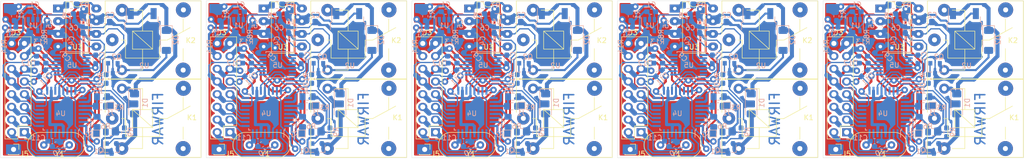
<source format=kicad_pcb>
(kicad_pcb (version 20171130) (host pcbnew 5.1.0)
  (layers (0 F.Cu signal) (31 B.Cu signal) (34 B.Paste user) (35 F.Paste user) (36 B.SilkS user) (37 F.SilkS user) (38 B.Mask user) (39 F.Mask user) (44 Edge.Cuts user))
  (net 0 "")
  (net 1 /TXD)
  (net 2 /RXD)
  (net 3 /TERMO)
  (net 4 GND)
  (net 5 /FIL1)
  (net 6 /RELAY1)
  (net 7 /FIL2)
  (net 8 /RELAY2)
  (net 9 /FIL3)
  (net 10 /FIL4)
  (net 11 /COL1)
  (net 12 /LCD_RS)
  (net 13 /COL2)
  (net 14 /LCD_E)
  (net 15 /COL3)
  (net 16 +5V)
  (net 17 /COL4)
  (net 18 /SS)
  (net 19 /MOSI)
  (net 20 /MISO)
  (net 21 /SCK)
  (net 22 "Net-(C1-Pad1)")
  (net 23 "/YELLOW(T-)")
  (net 24 "/RED(T+)")
  (net 25 "Net-(R7-Pad2)")
  (net 26 "Net-(R7-Pad1)")
  (net 27 /NEWPIECE)
  (net 28 "Net-(U4-Pad22)")
  (net 29 "Net-(K1-Pad1)")
  (net 30 "Net-(K1-Pad4)")
  (net 31 "Net-(K1-Pad3)")
  (net 32 "Net-(K2-Pad3)")
  (net 33 "Net-(K2-Pad4)")
  (net 34 "Net-(K2-Pad1)")
  (net 35 "Net-(J2-Pad1)")
  (net 36 "Net-(J1-Pad1)")
  (net 37 "Net-(U5-Pad6)")
  (net 38 "Net-(U5-Pad7)")
  (net 39 "Net-(U5-Pad13)")
  (net 40 "Net-(Q1-Pad1)")
  (net 41 "Net-(Q2-Pad1)")
  (net 42 "Net-(R11-Pad1)")
  (net 43 "Net-(R12-Pad1)")
  (net 44 "Net-(R13-Pad1)")
  (net 45 +3V3)
  (net 46 /PIECE-RESET)
  (net 47 /RESET-MCU)
  (net 48 "Net-(C10-Pad1)")
  (net 49 "Net-(C11-Pad2)")
  (net 50 "Net-(D1-Pad2)")
  (net 51 "Net-(D2-Pad2)")
  (net 52 +12V)
  (net 53 /Ref2.5v)
  (module Relay_THT:Relay_SPDT_SONGLE_SRD_Series_Form_C (layer F.Cu) (at 208.978 34.336)
    (fp_text reference K2 (at 15.6464 0.1064) (layer F.SilkS))
    (fp_text value SANYOU_SRD_Form_C)
    (pad 2 thru_hole circle (at 1.95 6.05 90) (size 2 2) (drill 1) (layers *.Cu *.Mask) (net 51 "Net-(D2-Pad2)"))
    (pad 3 thru_hole circle (at 14.15 6.05 90) (size 3 3) (drill 1) (layers *.Cu *.Mask) (net 32 "Net-(K2-Pad3)"))
    (pad 4 thru_hole circle (at 14.2 -6 90) (size 3 3) (drill 1) (layers *.Cu *.Mask) (net 33 "Net-(K2-Pad4)"))
    (pad 5 thru_hole circle (at 1.95 -5.95 90) (size 2.5 2.5) (drill 1) (layers *.Cu *.Mask) (net 52 +12V))
    (pad 1 thru_hole circle (at 0 0 90) (size 2.5 2.5) (drill 1) (layers *.Cu *.Mask) (net 34 "Net-(K2-Pad1)"))
  )
  (module Relay_THT:Relay_SPDT_SONGLE_SRD_Series_Form_C (layer F.Cu) (at 167.973 34.336)
    (fp_text reference K2 (at 15.6464 0.1064) (layer F.SilkS))
    (fp_text value SANYOU_SRD_Form_C)
    (pad 2 thru_hole circle (at 1.95 6.05 90) (size 2 2) (drill 1) (layers *.Cu *.Mask) (net 51 "Net-(D2-Pad2)"))
    (pad 3 thru_hole circle (at 14.15 6.05 90) (size 3 3) (drill 1) (layers *.Cu *.Mask) (net 32 "Net-(K2-Pad3)"))
    (pad 4 thru_hole circle (at 14.2 -6 90) (size 3 3) (drill 1) (layers *.Cu *.Mask) (net 33 "Net-(K2-Pad4)"))
    (pad 5 thru_hole circle (at 1.95 -5.95 90) (size 2.5 2.5) (drill 1) (layers *.Cu *.Mask) (net 52 +12V))
    (pad 1 thru_hole circle (at 0 0 90) (size 2.5 2.5) (drill 1) (layers *.Cu *.Mask) (net 34 "Net-(K2-Pad1)"))
  )
  (module Relay_THT:Relay_SPDT_SONGLE_SRD_Series_Form_C (layer F.Cu) (at 126.968 34.336)
    (fp_text reference K2 (at 15.6464 0.1064) (layer F.SilkS))
    (fp_text value SANYOU_SRD_Form_C)
    (pad 2 thru_hole circle (at 1.95 6.05 90) (size 2 2) (drill 1) (layers *.Cu *.Mask) (net 51 "Net-(D2-Pad2)"))
    (pad 3 thru_hole circle (at 14.15 6.05 90) (size 3 3) (drill 1) (layers *.Cu *.Mask) (net 32 "Net-(K2-Pad3)"))
    (pad 4 thru_hole circle (at 14.2 -6 90) (size 3 3) (drill 1) (layers *.Cu *.Mask) (net 33 "Net-(K2-Pad4)"))
    (pad 5 thru_hole circle (at 1.95 -5.95 90) (size 2.5 2.5) (drill 1) (layers *.Cu *.Mask) (net 52 +12V))
    (pad 1 thru_hole circle (at 0 0 90) (size 2.5 2.5) (drill 1) (layers *.Cu *.Mask) (net 34 "Net-(K2-Pad1)"))
  )
  (module Relay_THT:Relay_SPDT_SONGLE_SRD_Series_Form_C (layer F.Cu) (at 85.963 34.336)
    (fp_text reference K2 (at 15.6464 0.1064) (layer F.SilkS))
    (fp_text value SANYOU_SRD_Form_C)
    (pad 2 thru_hole circle (at 1.95 6.05 90) (size 2 2) (drill 1) (layers *.Cu *.Mask) (net 51 "Net-(D2-Pad2)"))
    (pad 3 thru_hole circle (at 14.15 6.05 90) (size 3 3) (drill 1) (layers *.Cu *.Mask) (net 32 "Net-(K2-Pad3)"))
    (pad 4 thru_hole circle (at 14.2 -6 90) (size 3 3) (drill 1) (layers *.Cu *.Mask) (net 33 "Net-(K2-Pad4)"))
    (pad 5 thru_hole circle (at 1.95 -5.95 90) (size 2.5 2.5) (drill 1) (layers *.Cu *.Mask) (net 52 +12V))
    (pad 1 thru_hole circle (at 0 0 90) (size 2.5 2.5) (drill 1) (layers *.Cu *.Mask) (net 34 "Net-(K2-Pad1)"))
  )
  (module Relay_THT:Relay_SPDT_SONGLE_SRD_Series_Form_C (layer F.Cu) (at 208.978 50.038)
    (fp_text reference K1 (at 15.9004 -0.1524) (layer F.SilkS))
    (fp_text value SANYOU_SRD_Form_C)
    (pad 2 thru_hole circle (at 1.95 6.05 90) (size 2.5 2.5) (drill 1) (layers *.Cu *.Mask) (net 50 "Net-(D1-Pad2)"))
    (pad 3 thru_hole circle (at 14.15 6.05 90) (size 3 3) (drill 1) (layers *.Cu *.Mask) (net 31 "Net-(K1-Pad3)"))
    (pad 4 thru_hole circle (at 14.2 -6 90) (size 3 3) (drill 1) (layers *.Cu *.Mask) (net 30 "Net-(K1-Pad4)"))
    (pad 5 thru_hole circle (at 1.95 -5.95 90) (size 2 2) (drill 1) (layers *.Cu *.Mask) (net 52 +12V))
    (pad 1 thru_hole circle (at 0 0 90) (size 2.5 2.5) (drill 1) (layers *.Cu *.Mask) (net 29 "Net-(K1-Pad1)"))
  )
  (module Relay_THT:Relay_SPDT_SONGLE_SRD_Series_Form_C (layer F.Cu) (at 167.973 50.038)
    (fp_text reference K1 (at 15.9004 -0.1524) (layer F.SilkS))
    (fp_text value SANYOU_SRD_Form_C)
    (pad 2 thru_hole circle (at 1.95 6.05 90) (size 2.5 2.5) (drill 1) (layers *.Cu *.Mask) (net 50 "Net-(D1-Pad2)"))
    (pad 3 thru_hole circle (at 14.15 6.05 90) (size 3 3) (drill 1) (layers *.Cu *.Mask) (net 31 "Net-(K1-Pad3)"))
    (pad 4 thru_hole circle (at 14.2 -6 90) (size 3 3) (drill 1) (layers *.Cu *.Mask) (net 30 "Net-(K1-Pad4)"))
    (pad 5 thru_hole circle (at 1.95 -5.95 90) (size 2 2) (drill 1) (layers *.Cu *.Mask) (net 52 +12V))
    (pad 1 thru_hole circle (at 0 0 90) (size 2.5 2.5) (drill 1) (layers *.Cu *.Mask) (net 29 "Net-(K1-Pad1)"))
  )
  (module Relay_THT:Relay_SPDT_SONGLE_SRD_Series_Form_C (layer F.Cu) (at 126.968 50.038)
    (fp_text reference K1 (at 15.9004 -0.1524) (layer F.SilkS))
    (fp_text value SANYOU_SRD_Form_C)
    (pad 2 thru_hole circle (at 1.95 6.05 90) (size 2.5 2.5) (drill 1) (layers *.Cu *.Mask) (net 50 "Net-(D1-Pad2)"))
    (pad 3 thru_hole circle (at 14.15 6.05 90) (size 3 3) (drill 1) (layers *.Cu *.Mask) (net 31 "Net-(K1-Pad3)"))
    (pad 4 thru_hole circle (at 14.2 -6 90) (size 3 3) (drill 1) (layers *.Cu *.Mask) (net 30 "Net-(K1-Pad4)"))
    (pad 5 thru_hole circle (at 1.95 -5.95 90) (size 2 2) (drill 1) (layers *.Cu *.Mask) (net 52 +12V))
    (pad 1 thru_hole circle (at 0 0 90) (size 2.5 2.5) (drill 1) (layers *.Cu *.Mask) (net 29 "Net-(K1-Pad1)"))
  )
  (module Relay_THT:Relay_SPDT_SONGLE_SRD_Series_Form_C (layer F.Cu) (at 85.963 50.038)
    (fp_text reference K1 (at 15.9004 -0.1524) (layer F.SilkS))
    (fp_text value SANYOU_SRD_Form_C)
    (pad 2 thru_hole circle (at 1.95 6.05 90) (size 2.5 2.5) (drill 1) (layers *.Cu *.Mask) (net 50 "Net-(D1-Pad2)"))
    (pad 3 thru_hole circle (at 14.15 6.05 90) (size 3 3) (drill 1) (layers *.Cu *.Mask) (net 31 "Net-(K1-Pad3)"))
    (pad 4 thru_hole circle (at 14.2 -6 90) (size 3 3) (drill 1) (layers *.Cu *.Mask) (net 30 "Net-(K1-Pad4)"))
    (pad 5 thru_hole circle (at 1.95 -5.95 90) (size 2 2) (drill 1) (layers *.Cu *.Mask) (net 52 +12V))
    (pad 1 thru_hole circle (at 0 0 90) (size 2.5 2.5) (drill 1) (layers *.Cu *.Mask) (net 29 "Net-(K1-Pad1)"))
  )
  (module Package_DIP:DIP-8_W7.62mm_LongPads (layer F.Cu) (at 198.183 28.067)
    (fp_text reference U3 (at 3.8608 7.6962) (layer F.SilkS))
    (fp_text value INA129)
    (pad 8 thru_hole oval (at 7.62 0) (size 2 1.6) (drill 0.7) (layers *.Cu *.Mask) (net 26 "Net-(R7-Pad1)"))
    (pad 4 thru_hole oval (at 0 7.62) (size 2 1.6) (drill 0.7) (layers *.Cu *.Mask) (net 4 GND))
    (pad 7 thru_hole oval (at 7.62 2.54) (size 2 1.6) (drill 0.7) (layers *.Cu *.Mask) (net 16 +5V))
    (pad 3 thru_hole oval (at 0 5.08) (size 2 1.6) (drill 0.7) (layers *.Cu *.Mask) (net 24 "/RED(T+)"))
    (pad 6 thru_hole oval (at 7.62 5.08) (size 2 1.6) (drill 0.7) (layers *.Cu *.Mask) (net 3 /TERMO))
    (pad 2 thru_hole oval (at 0 2.54) (size 2 1.6) (drill 0.7) (layers *.Cu *.Mask) (net 23 "/YELLOW(T-)"))
    (pad 5 thru_hole oval (at 7.62 7.62) (size 2 1.6) (drill 0.7) (layers *.Cu *.Mask) (net 53 /Ref2.5v))
    (pad 1 thru_hole rect (at 0 0) (size 2 1.6) (drill 0.7) (layers *.Cu *.Mask) (net 25 "Net-(R7-Pad2)"))
  )
  (module Package_DIP:DIP-8_W7.62mm_LongPads (layer F.Cu) (at 157.178 28.067)
    (fp_text reference U3 (at 3.8608 7.6962) (layer F.SilkS))
    (fp_text value INA129)
    (pad 8 thru_hole oval (at 7.62 0) (size 2 1.6) (drill 0.7) (layers *.Cu *.Mask) (net 26 "Net-(R7-Pad1)"))
    (pad 4 thru_hole oval (at 0 7.62) (size 2 1.6) (drill 0.7) (layers *.Cu *.Mask) (net 4 GND))
    (pad 7 thru_hole oval (at 7.62 2.54) (size 2 1.6) (drill 0.7) (layers *.Cu *.Mask) (net 16 +5V))
    (pad 3 thru_hole oval (at 0 5.08) (size 2 1.6) (drill 0.7) (layers *.Cu *.Mask) (net 24 "/RED(T+)"))
    (pad 6 thru_hole oval (at 7.62 5.08) (size 2 1.6) (drill 0.7) (layers *.Cu *.Mask) (net 3 /TERMO))
    (pad 2 thru_hole oval (at 0 2.54) (size 2 1.6) (drill 0.7) (layers *.Cu *.Mask) (net 23 "/YELLOW(T-)"))
    (pad 5 thru_hole oval (at 7.62 7.62) (size 2 1.6) (drill 0.7) (layers *.Cu *.Mask) (net 53 /Ref2.5v))
    (pad 1 thru_hole rect (at 0 0) (size 2 1.6) (drill 0.7) (layers *.Cu *.Mask) (net 25 "Net-(R7-Pad2)"))
  )
  (module Package_DIP:DIP-8_W7.62mm_LongPads (layer F.Cu) (at 116.173 28.067)
    (fp_text reference U3 (at 3.8608 7.6962) (layer F.SilkS))
    (fp_text value INA129)
    (pad 8 thru_hole oval (at 7.62 0) (size 2 1.6) (drill 0.7) (layers *.Cu *.Mask) (net 26 "Net-(R7-Pad1)"))
    (pad 4 thru_hole oval (at 0 7.62) (size 2 1.6) (drill 0.7) (layers *.Cu *.Mask) (net 4 GND))
    (pad 7 thru_hole oval (at 7.62 2.54) (size 2 1.6) (drill 0.7) (layers *.Cu *.Mask) (net 16 +5V))
    (pad 3 thru_hole oval (at 0 5.08) (size 2 1.6) (drill 0.7) (layers *.Cu *.Mask) (net 24 "/RED(T+)"))
    (pad 6 thru_hole oval (at 7.62 5.08) (size 2 1.6) (drill 0.7) (layers *.Cu *.Mask) (net 3 /TERMO))
    (pad 2 thru_hole oval (at 0 2.54) (size 2 1.6) (drill 0.7) (layers *.Cu *.Mask) (net 23 "/YELLOW(T-)"))
    (pad 5 thru_hole oval (at 7.62 7.62) (size 2 1.6) (drill 0.7) (layers *.Cu *.Mask) (net 53 /Ref2.5v))
    (pad 1 thru_hole rect (at 0 0) (size 2 1.6) (drill 0.7) (layers *.Cu *.Mask) (net 25 "Net-(R7-Pad2)"))
  )
  (module Package_DIP:DIP-8_W7.62mm_LongPads (layer F.Cu) (at 75.168 28.067)
    (fp_text reference U3 (at 3.8608 7.6962) (layer F.SilkS))
    (fp_text value INA129)
    (pad 8 thru_hole oval (at 7.62 0) (size 2 1.6) (drill 0.7) (layers *.Cu *.Mask) (net 26 "Net-(R7-Pad1)"))
    (pad 4 thru_hole oval (at 0 7.62) (size 2 1.6) (drill 0.7) (layers *.Cu *.Mask) (net 4 GND))
    (pad 7 thru_hole oval (at 7.62 2.54) (size 2 1.6) (drill 0.7) (layers *.Cu *.Mask) (net 16 +5V))
    (pad 3 thru_hole oval (at 0 5.08) (size 2 1.6) (drill 0.7) (layers *.Cu *.Mask) (net 24 "/RED(T+)"))
    (pad 6 thru_hole oval (at 7.62 5.08) (size 2 1.6) (drill 0.7) (layers *.Cu *.Mask) (net 3 /TERMO))
    (pad 2 thru_hole oval (at 0 2.54) (size 2 1.6) (drill 0.7) (layers *.Cu *.Mask) (net 23 "/YELLOW(T-)"))
    (pad 5 thru_hole oval (at 7.62 7.62) (size 2 1.6) (drill 0.7) (layers *.Cu *.Mask) (net 53 /Ref2.5v))
    (pad 1 thru_hole rect (at 0 0) (size 2 1.6) (drill 0.7) (layers *.Cu *.Mask) (net 25 "Net-(R7-Pad2)"))
  )
  (module Package_QFP:TQFP-32_7x7mm_P0.8mm (layer B.Cu) (at 198.818 48.768 90)
    (fp_text reference U4 (at -0.3048 -0.127 180) (layer B.SilkS) (effects (justify mirror)))
    (fp_text value ATmega328P-AU)
    (pad 32 smd rect (at -2.8 4.25) (size 1.6 0.4) (layers B.Cu B.Paste B.Mask) (net 5 /FIL1))
    (pad 31 smd rect (at -2 4.25) (size 2 0.4) (drill (offset 0.2 0)) (layers B.Cu B.Paste B.Mask) (net 1 /TXD))
    (pad 30 smd rect (at -1.2 4.25) (size 2 0.4) (drill (offset 0.2 0)) (layers B.Cu B.Paste B.Mask) (net 2 /RXD))
    (pad 29 smd rect (at -0.4 4.25) (size 1.6 0.4) (layers B.Cu B.Paste B.Mask) (net 47 /RESET-MCU))
    (pad 28 smd rect (at 0.4 4.25) (size 1.6 0.4) (layers B.Cu B.Paste B.Mask) (net 46 /PIECE-RESET))
    (pad 27 smd rect (at 1.2 4.25) (size 1.6 0.4) (layers B.Cu B.Paste B.Mask) (net 27 /NEWPIECE))
    (pad 26 smd rect (at 2 4.25) (size 1.6 0.4) (layers B.Cu B.Paste B.Mask) (net 8 /RELAY2))
    (pad 25 smd rect (at 2.8 4.25) (size 1.6 0.4) (layers B.Cu B.Paste B.Mask) (net 6 /RELAY1))
    (pad 24 smd rect (at 4.25 2.8 90) (size 1.6 0.4) (layers B.Cu B.Paste B.Mask) (net 14 /LCD_E))
    (pad 23 smd rect (at 4.25 2 90) (size 1.6 0.4) (layers B.Cu B.Paste B.Mask) (net 12 /LCD_RS))
    (pad 22 smd rect (at 4.25 1.2 90) (size 1.6 0.4) (layers B.Cu B.Paste B.Mask) (net 28 "Net-(U4-Pad22)"))
    (pad 21 smd rect (at 4.25 0.4 90) (size 1.6 0.4) (layers B.Cu B.Paste B.Mask) (net 4 GND))
    (pad 20 smd rect (at 4.25 -0.4 90) (size 1.6 0.4) (layers B.Cu B.Paste B.Mask) (net 16 +5V))
    (pad 19 smd rect (at 4.25 -1.2 90) (size 1.6 0.4) (layers B.Cu B.Paste B.Mask) (net 3 /TERMO))
    (pad 18 smd rect (at 4.25 -2 90) (size 1.6 0.4) (layers B.Cu B.Paste B.Mask) (net 16 +5V))
    (pad 17 smd rect (at 4.25 -2.8 90) (size 1.6 0.4) (layers B.Cu B.Paste B.Mask) (net 21 /SCK))
    (pad 16 smd rect (at 2.8 -4.25) (size 1.6 0.4) (layers B.Cu B.Paste B.Mask) (net 20 /MISO))
    (pad 15 smd rect (at 2 -4.25) (size 1.6 0.4) (layers B.Cu B.Paste B.Mask) (net 19 /MOSI))
    (pad 14 smd rect (at 1.2 -4.25) (size 1.6 0.4) (layers B.Cu B.Paste B.Mask) (net 18 /SS))
    (pad 13 smd rect (at 0.4 -4.25) (size 1.6 0.4) (layers B.Cu B.Paste B.Mask) (net 17 /COL4))
    (pad 12 smd rect (at -0.4 -4.25) (size 1.6 0.4) (layers B.Cu B.Paste B.Mask) (net 15 /COL3))
    (pad 11 smd rect (at -1.2 -4.25) (size 1.6 0.4) (layers B.Cu B.Paste B.Mask) (net 13 /COL2))
    (pad 10 smd rect (at -2 -4.25) (size 1.6 0.4) (layers B.Cu B.Paste B.Mask) (net 11 /COL1))
    (pad 9 smd rect (at -2.8 -4.25) (size 1.6 0.4) (layers B.Cu B.Paste B.Mask) (net 10 /FIL4))
    (pad 8 smd rect (at -4.25 -2.8 90) (size 1.6 0.4) (layers B.Cu B.Paste B.Mask) (net 49 "Net-(C11-Pad2)"))
    (pad 7 smd rect (at -4.25 -2 90) (size 1.6 0.4) (layers B.Cu B.Paste B.Mask) (net 48 "Net-(C10-Pad1)"))
    (pad 6 smd rect (at -4.25 -1.2 90) (size 1.6 0.4) (layers B.Cu B.Paste B.Mask) (net 16 +5V))
    (pad 5 smd rect (at -4.25 -0.4 90) (size 1.6 0.4) (layers B.Cu B.Paste B.Mask) (net 4 GND))
    (pad 4 smd rect (at -4.25 0.4 90) (size 1.6 0.4) (layers B.Cu B.Paste B.Mask) (net 16 +5V))
    (pad 3 smd rect (at -4.25 1.2 90) (size 1.6 0.4) (layers B.Cu B.Paste B.Mask) (net 4 GND))
    (pad 2 smd rect (at -4.25 2 90) (size 1.6 0.4) (layers B.Cu B.Paste B.Mask) (net 9 /FIL3))
    (pad 1 smd rect (at -4.25 2.8 90) (size 1.6 0.4) (layers B.Cu B.Paste B.Mask) (net 7 /FIL2))
  )
  (module Package_QFP:TQFP-32_7x7mm_P0.8mm (layer B.Cu) (at 157.813 48.768 90)
    (fp_text reference U4 (at -0.3048 -0.127 180) (layer B.SilkS) (effects (justify mirror)))
    (fp_text value ATmega328P-AU)
    (pad 32 smd rect (at -2.8 4.25) (size 1.6 0.4) (layers B.Cu B.Paste B.Mask) (net 5 /FIL1))
    (pad 31 smd rect (at -2 4.25) (size 2 0.4) (drill (offset 0.2 0)) (layers B.Cu B.Paste B.Mask) (net 1 /TXD))
    (pad 30 smd rect (at -1.2 4.25) (size 2 0.4) (drill (offset 0.2 0)) (layers B.Cu B.Paste B.Mask) (net 2 /RXD))
    (pad 29 smd rect (at -0.4 4.25) (size 1.6 0.4) (layers B.Cu B.Paste B.Mask) (net 47 /RESET-MCU))
    (pad 28 smd rect (at 0.4 4.25) (size 1.6 0.4) (layers B.Cu B.Paste B.Mask) (net 46 /PIECE-RESET))
    (pad 27 smd rect (at 1.2 4.25) (size 1.6 0.4) (layers B.Cu B.Paste B.Mask) (net 27 /NEWPIECE))
    (pad 26 smd rect (at 2 4.25) (size 1.6 0.4) (layers B.Cu B.Paste B.Mask) (net 8 /RELAY2))
    (pad 25 smd rect (at 2.8 4.25) (size 1.6 0.4) (layers B.Cu B.Paste B.Mask) (net 6 /RELAY1))
    (pad 24 smd rect (at 4.25 2.8 90) (size 1.6 0.4) (layers B.Cu B.Paste B.Mask) (net 14 /LCD_E))
    (pad 23 smd rect (at 4.25 2 90) (size 1.6 0.4) (layers B.Cu B.Paste B.Mask) (net 12 /LCD_RS))
    (pad 22 smd rect (at 4.25 1.2 90) (size 1.6 0.4) (layers B.Cu B.Paste B.Mask) (net 28 "Net-(U4-Pad22)"))
    (pad 21 smd rect (at 4.25 0.4 90) (size 1.6 0.4) (layers B.Cu B.Paste B.Mask) (net 4 GND))
    (pad 20 smd rect (at 4.25 -0.4 90) (size 1.6 0.4) (layers B.Cu B.Paste B.Mask) (net 16 +5V))
    (pad 19 smd rect (at 4.25 -1.2 90) (size 1.6 0.4) (layers B.Cu B.Paste B.Mask) (net 3 /TERMO))
    (pad 18 smd rect (at 4.25 -2 90) (size 1.6 0.4) (layers B.Cu B.Paste B.Mask) (net 16 +5V))
    (pad 17 smd rect (at 4.25 -2.8 90) (size 1.6 0.4) (layers B.Cu B.Paste B.Mask) (net 21 /SCK))
    (pad 16 smd rect (at 2.8 -4.25) (size 1.6 0.4) (layers B.Cu B.Paste B.Mask) (net 20 /MISO))
    (pad 15 smd rect (at 2 -4.25) (size 1.6 0.4) (layers B.Cu B.Paste B.Mask) (net 19 /MOSI))
    (pad 14 smd rect (at 1.2 -4.25) (size 1.6 0.4) (layers B.Cu B.Paste B.Mask) (net 18 /SS))
    (pad 13 smd rect (at 0.4 -4.25) (size 1.6 0.4) (layers B.Cu B.Paste B.Mask) (net 17 /COL4))
    (pad 12 smd rect (at -0.4 -4.25) (size 1.6 0.4) (layers B.Cu B.Paste B.Mask) (net 15 /COL3))
    (pad 11 smd rect (at -1.2 -4.25) (size 1.6 0.4) (layers B.Cu B.Paste B.Mask) (net 13 /COL2))
    (pad 10 smd rect (at -2 -4.25) (size 1.6 0.4) (layers B.Cu B.Paste B.Mask) (net 11 /COL1))
    (pad 9 smd rect (at -2.8 -4.25) (size 1.6 0.4) (layers B.Cu B.Paste B.Mask) (net 10 /FIL4))
    (pad 8 smd rect (at -4.25 -2.8 90) (size 1.6 0.4) (layers B.Cu B.Paste B.Mask) (net 49 "Net-(C11-Pad2)"))
    (pad 7 smd rect (at -4.25 -2 90) (size 1.6 0.4) (layers B.Cu B.Paste B.Mask) (net 48 "Net-(C10-Pad1)"))
    (pad 6 smd rect (at -4.25 -1.2 90) (size 1.6 0.4) (layers B.Cu B.Paste B.Mask) (net 16 +5V))
    (pad 5 smd rect (at -4.25 -0.4 90) (size 1.6 0.4) (layers B.Cu B.Paste B.Mask) (net 4 GND))
    (pad 4 smd rect (at -4.25 0.4 90) (size 1.6 0.4) (layers B.Cu B.Paste B.Mask) (net 16 +5V))
    (pad 3 smd rect (at -4.25 1.2 90) (size 1.6 0.4) (layers B.Cu B.Paste B.Mask) (net 4 GND))
    (pad 2 smd rect (at -4.25 2 90) (size 1.6 0.4) (layers B.Cu B.Paste B.Mask) (net 9 /FIL3))
    (pad 1 smd rect (at -4.25 2.8 90) (size 1.6 0.4) (layers B.Cu B.Paste B.Mask) (net 7 /FIL2))
  )
  (module Package_QFP:TQFP-32_7x7mm_P0.8mm (layer B.Cu) (at 116.808 48.768 90)
    (fp_text reference U4 (at -0.3048 -0.127 180) (layer B.SilkS) (effects (justify mirror)))
    (fp_text value ATmega328P-AU)
    (pad 32 smd rect (at -2.8 4.25) (size 1.6 0.4) (layers B.Cu B.Paste B.Mask) (net 5 /FIL1))
    (pad 31 smd rect (at -2 4.25) (size 2 0.4) (drill (offset 0.2 0)) (layers B.Cu B.Paste B.Mask) (net 1 /TXD))
    (pad 30 smd rect (at -1.2 4.25) (size 2 0.4) (drill (offset 0.2 0)) (layers B.Cu B.Paste B.Mask) (net 2 /RXD))
    (pad 29 smd rect (at -0.4 4.25) (size 1.6 0.4) (layers B.Cu B.Paste B.Mask) (net 47 /RESET-MCU))
    (pad 28 smd rect (at 0.4 4.25) (size 1.6 0.4) (layers B.Cu B.Paste B.Mask) (net 46 /PIECE-RESET))
    (pad 27 smd rect (at 1.2 4.25) (size 1.6 0.4) (layers B.Cu B.Paste B.Mask) (net 27 /NEWPIECE))
    (pad 26 smd rect (at 2 4.25) (size 1.6 0.4) (layers B.Cu B.Paste B.Mask) (net 8 /RELAY2))
    (pad 25 smd rect (at 2.8 4.25) (size 1.6 0.4) (layers B.Cu B.Paste B.Mask) (net 6 /RELAY1))
    (pad 24 smd rect (at 4.25 2.8 90) (size 1.6 0.4) (layers B.Cu B.Paste B.Mask) (net 14 /LCD_E))
    (pad 23 smd rect (at 4.25 2 90) (size 1.6 0.4) (layers B.Cu B.Paste B.Mask) (net 12 /LCD_RS))
    (pad 22 smd rect (at 4.25 1.2 90) (size 1.6 0.4) (layers B.Cu B.Paste B.Mask) (net 28 "Net-(U4-Pad22)"))
    (pad 21 smd rect (at 4.25 0.4 90) (size 1.6 0.4) (layers B.Cu B.Paste B.Mask) (net 4 GND))
    (pad 20 smd rect (at 4.25 -0.4 90) (size 1.6 0.4) (layers B.Cu B.Paste B.Mask) (net 16 +5V))
    (pad 19 smd rect (at 4.25 -1.2 90) (size 1.6 0.4) (layers B.Cu B.Paste B.Mask) (net 3 /TERMO))
    (pad 18 smd rect (at 4.25 -2 90) (size 1.6 0.4) (layers B.Cu B.Paste B.Mask) (net 16 +5V))
    (pad 17 smd rect (at 4.25 -2.8 90) (size 1.6 0.4) (layers B.Cu B.Paste B.Mask) (net 21 /SCK))
    (pad 16 smd rect (at 2.8 -4.25) (size 1.6 0.4) (layers B.Cu B.Paste B.Mask) (net 20 /MISO))
    (pad 15 smd rect (at 2 -4.25) (size 1.6 0.4) (layers B.Cu B.Paste B.Mask) (net 19 /MOSI))
    (pad 14 smd rect (at 1.2 -4.25) (size 1.6 0.4) (layers B.Cu B.Paste B.Mask) (net 18 /SS))
    (pad 13 smd rect (at 0.4 -4.25) (size 1.6 0.4) (layers B.Cu B.Paste B.Mask) (net 17 /COL4))
    (pad 12 smd rect (at -0.4 -4.25) (size 1.6 0.4) (layers B.Cu B.Paste B.Mask) (net 15 /COL3))
    (pad 11 smd rect (at -1.2 -4.25) (size 1.6 0.4) (layers B.Cu B.Paste B.Mask) (net 13 /COL2))
    (pad 10 smd rect (at -2 -4.25) (size 1.6 0.4) (layers B.Cu B.Paste B.Mask) (net 11 /COL1))
    (pad 9 smd rect (at -2.8 -4.25) (size 1.6 0.4) (layers B.Cu B.Paste B.Mask) (net 10 /FIL4))
    (pad 8 smd rect (at -4.25 -2.8 90) (size 1.6 0.4) (layers B.Cu B.Paste B.Mask) (net 49 "Net-(C11-Pad2)"))
    (pad 7 smd rect (at -4.25 -2 90) (size 1.6 0.4) (layers B.Cu B.Paste B.Mask) (net 48 "Net-(C10-Pad1)"))
    (pad 6 smd rect (at -4.25 -1.2 90) (size 1.6 0.4) (layers B.Cu B.Paste B.Mask) (net 16 +5V))
    (pad 5 smd rect (at -4.25 -0.4 90) (size 1.6 0.4) (layers B.Cu B.Paste B.Mask) (net 4 GND))
    (pad 4 smd rect (at -4.25 0.4 90) (size 1.6 0.4) (layers B.Cu B.Paste B.Mask) (net 16 +5V))
    (pad 3 smd rect (at -4.25 1.2 90) (size 1.6 0.4) (layers B.Cu B.Paste B.Mask) (net 4 GND))
    (pad 2 smd rect (at -4.25 2 90) (size 1.6 0.4) (layers B.Cu B.Paste B.Mask) (net 9 /FIL3))
    (pad 1 smd rect (at -4.25 2.8 90) (size 1.6 0.4) (layers B.Cu B.Paste B.Mask) (net 7 /FIL2))
  )
  (module Package_QFP:TQFP-32_7x7mm_P0.8mm (layer B.Cu) (at 75.803 48.768 90)
    (fp_text reference U4 (at -0.3048 -0.127 180) (layer B.SilkS) (effects (justify mirror)))
    (fp_text value ATmega328P-AU)
    (pad 32 smd rect (at -2.8 4.25) (size 1.6 0.4) (layers B.Cu B.Paste B.Mask) (net 5 /FIL1))
    (pad 31 smd rect (at -2 4.25) (size 2 0.4) (drill (offset 0.2 0)) (layers B.Cu B.Paste B.Mask) (net 1 /TXD))
    (pad 30 smd rect (at -1.2 4.25) (size 2 0.4) (drill (offset 0.2 0)) (layers B.Cu B.Paste B.Mask) (net 2 /RXD))
    (pad 29 smd rect (at -0.4 4.25) (size 1.6 0.4) (layers B.Cu B.Paste B.Mask) (net 47 /RESET-MCU))
    (pad 28 smd rect (at 0.4 4.25) (size 1.6 0.4) (layers B.Cu B.Paste B.Mask) (net 46 /PIECE-RESET))
    (pad 27 smd rect (at 1.2 4.25) (size 1.6 0.4) (layers B.Cu B.Paste B.Mask) (net 27 /NEWPIECE))
    (pad 26 smd rect (at 2 4.25) (size 1.6 0.4) (layers B.Cu B.Paste B.Mask) (net 8 /RELAY2))
    (pad 25 smd rect (at 2.8 4.25) (size 1.6 0.4) (layers B.Cu B.Paste B.Mask) (net 6 /RELAY1))
    (pad 24 smd rect (at 4.25 2.8 90) (size 1.6 0.4) (layers B.Cu B.Paste B.Mask) (net 14 /LCD_E))
    (pad 23 smd rect (at 4.25 2 90) (size 1.6 0.4) (layers B.Cu B.Paste B.Mask) (net 12 /LCD_RS))
    (pad 22 smd rect (at 4.25 1.2 90) (size 1.6 0.4) (layers B.Cu B.Paste B.Mask) (net 28 "Net-(U4-Pad22)"))
    (pad 21 smd rect (at 4.25 0.4 90) (size 1.6 0.4) (layers B.Cu B.Paste B.Mask) (net 4 GND))
    (pad 20 smd rect (at 4.25 -0.4 90) (size 1.6 0.4) (layers B.Cu B.Paste B.Mask) (net 16 +5V))
    (pad 19 smd rect (at 4.25 -1.2 90) (size 1.6 0.4) (layers B.Cu B.Paste B.Mask) (net 3 /TERMO))
    (pad 18 smd rect (at 4.25 -2 90) (size 1.6 0.4) (layers B.Cu B.Paste B.Mask) (net 16 +5V))
    (pad 17 smd rect (at 4.25 -2.8 90) (size 1.6 0.4) (layers B.Cu B.Paste B.Mask) (net 21 /SCK))
    (pad 16 smd rect (at 2.8 -4.25) (size 1.6 0.4) (layers B.Cu B.Paste B.Mask) (net 20 /MISO))
    (pad 15 smd rect (at 2 -4.25) (size 1.6 0.4) (layers B.Cu B.Paste B.Mask) (net 19 /MOSI))
    (pad 14 smd rect (at 1.2 -4.25) (size 1.6 0.4) (layers B.Cu B.Paste B.Mask) (net 18 /SS))
    (pad 13 smd rect (at 0.4 -4.25) (size 1.6 0.4) (layers B.Cu B.Paste B.Mask) (net 17 /COL4))
    (pad 12 smd rect (at -0.4 -4.25) (size 1.6 0.4) (layers B.Cu B.Paste B.Mask) (net 15 /COL3))
    (pad 11 smd rect (at -1.2 -4.25) (size 1.6 0.4) (layers B.Cu B.Paste B.Mask) (net 13 /COL2))
    (pad 10 smd rect (at -2 -4.25) (size 1.6 0.4) (layers B.Cu B.Paste B.Mask) (net 11 /COL1))
    (pad 9 smd rect (at -2.8 -4.25) (size 1.6 0.4) (layers B.Cu B.Paste B.Mask) (net 10 /FIL4))
    (pad 8 smd rect (at -4.25 -2.8 90) (size 1.6 0.4) (layers B.Cu B.Paste B.Mask) (net 49 "Net-(C11-Pad2)"))
    (pad 7 smd rect (at -4.25 -2 90) (size 1.6 0.4) (layers B.Cu B.Paste B.Mask) (net 48 "Net-(C10-Pad1)"))
    (pad 6 smd rect (at -4.25 -1.2 90) (size 1.6 0.4) (layers B.Cu B.Paste B.Mask) (net 16 +5V))
    (pad 5 smd rect (at -4.25 -0.4 90) (size 1.6 0.4) (layers B.Cu B.Paste B.Mask) (net 4 GND))
    (pad 4 smd rect (at -4.25 0.4 90) (size 1.6 0.4) (layers B.Cu B.Paste B.Mask) (net 16 +5V))
    (pad 3 smd rect (at -4.25 1.2 90) (size 1.6 0.4) (layers B.Cu B.Paste B.Mask) (net 4 GND))
    (pad 2 smd rect (at -4.25 2 90) (size 1.6 0.4) (layers B.Cu B.Paste B.Mask) (net 9 /FIL3))
    (pad 1 smd rect (at -4.25 2.8 90) (size 1.6 0.4) (layers B.Cu B.Paste B.Mask) (net 7 /FIL2))
  )
  (module Capacitor_SMD:C_0603_1608Metric_Pad1.05x0.95mm_HandSolder (layer B.Cu) (at 200.610001 30.607)
    (fp_text reference C6 (at 0.671799 1.3208) (layer B.SilkS) (effects (justify mirror)))
    (fp_text value 0.01uF)
    (pad 2 smd roundrect (at 0.875 0) (size 1.05 0.95) (layers B.Cu B.Paste B.Mask) (net 4 GND))
    (pad 1 smd roundrect (at -0.875 0) (size 1.05 0.95) (layers B.Cu B.Paste B.Mask) (net 23 "/YELLOW(T-)"))
  )
  (module Capacitor_SMD:C_0603_1608Metric_Pad1.05x0.95mm_HandSolder (layer B.Cu) (at 159.605001 30.607)
    (fp_text reference C6 (at 0.671799 1.3208) (layer B.SilkS) (effects (justify mirror)))
    (fp_text value 0.01uF)
    (pad 2 smd roundrect (at 0.875 0) (size 1.05 0.95) (layers B.Cu B.Paste B.Mask) (net 4 GND))
    (pad 1 smd roundrect (at -0.875 0) (size 1.05 0.95) (layers B.Cu B.Paste B.Mask) (net 23 "/YELLOW(T-)"))
  )
  (module Capacitor_SMD:C_0603_1608Metric_Pad1.05x0.95mm_HandSolder (layer B.Cu) (at 118.600001 30.607)
    (fp_text reference C6 (at 0.671799 1.3208) (layer B.SilkS) (effects (justify mirror)))
    (fp_text value 0.01uF)
    (pad 2 smd roundrect (at 0.875 0) (size 1.05 0.95) (layers B.Cu B.Paste B.Mask) (net 4 GND))
    (pad 1 smd roundrect (at -0.875 0) (size 1.05 0.95) (layers B.Cu B.Paste B.Mask) (net 23 "/YELLOW(T-)"))
  )
  (module Capacitor_SMD:C_0603_1608Metric_Pad1.05x0.95mm_HandSolder (layer B.Cu) (at 77.595001 30.607)
    (fp_text reference C6 (at 0.671799 1.3208) (layer B.SilkS) (effects (justify mirror)))
    (fp_text value 0.01uF)
    (pad 2 smd roundrect (at 0.875 0) (size 1.05 0.95) (layers B.Cu B.Paste B.Mask) (net 4 GND))
    (pad 1 smd roundrect (at -0.875 0) (size 1.05 0.95) (layers B.Cu B.Paste B.Mask) (net 23 "/YELLOW(T-)"))
  )
  (module Package_TO_SOT_SMD:SOT-23 (layer B.Cu) (at 204.009 30.668)
    (fp_text reference U6 (at -0.3396 0.066) (layer B.SilkS) (effects (justify mirror)))
    (fp_text value MCP1700-3302E_SOT23)
    (pad 3 smd rect (at 1 0) (size 0.9 0.8) (layers B.Cu B.Paste B.Mask) (net 16 +5V))
    (pad 2 smd rect (at -1 -0.95) (size 0.9 0.8) (layers B.Cu B.Paste B.Mask) (net 45 +3V3))
    (pad 1 smd rect (at -1 0.95) (size 0.9 0.8) (layers B.Cu B.Paste B.Mask) (net 4 GND))
  )
  (module Package_TO_SOT_SMD:SOT-23 (layer B.Cu) (at 163.004 30.668)
    (fp_text reference U6 (at -0.3396 0.066) (layer B.SilkS) (effects (justify mirror)))
    (fp_text value MCP1700-3302E_SOT23)
    (pad 3 smd rect (at 1 0) (size 0.9 0.8) (layers B.Cu B.Paste B.Mask) (net 16 +5V))
    (pad 2 smd rect (at -1 -0.95) (size 0.9 0.8) (layers B.Cu B.Paste B.Mask) (net 45 +3V3))
    (pad 1 smd rect (at -1 0.95) (size 0.9 0.8) (layers B.Cu B.Paste B.Mask) (net 4 GND))
  )
  (module Package_TO_SOT_SMD:SOT-23 (layer B.Cu) (at 121.999 30.668)
    (fp_text reference U6 (at -0.3396 0.066) (layer B.SilkS) (effects (justify mirror)))
    (fp_text value MCP1700-3302E_SOT23)
    (pad 3 smd rect (at 1 0) (size 0.9 0.8) (layers B.Cu B.Paste B.Mask) (net 16 +5V))
    (pad 2 smd rect (at -1 -0.95) (size 0.9 0.8) (layers B.Cu B.Paste B.Mask) (net 45 +3V3))
    (pad 1 smd rect (at -1 0.95) (size 0.9 0.8) (layers B.Cu B.Paste B.Mask) (net 4 GND))
  )
  (module Package_TO_SOT_SMD:SOT-23 (layer B.Cu) (at 80.994 30.668)
    (fp_text reference U6 (at -0.3396 0.066) (layer B.SilkS) (effects (justify mirror)))
    (fp_text value MCP1700-3302E_SOT23)
    (pad 3 smd rect (at 1 0) (size 0.9 0.8) (layers B.Cu B.Paste B.Mask) (net 16 +5V))
    (pad 2 smd rect (at -1 -0.95) (size 0.9 0.8) (layers B.Cu B.Paste B.Mask) (net 45 +3V3))
    (pad 1 smd rect (at -1 0.95) (size 0.9 0.8) (layers B.Cu B.Paste B.Mask) (net 4 GND))
  )
  (module Package_TO_SOT_SMD:SOT-23 (layer B.Cu) (at 208.851 56.0865 270)
    (fp_text reference Q1 (at 0.4539 2.5908 10) (layer B.SilkS) (effects (justify mirror)))
    (fp_text value PZT2222A)
    (pad 1 smd rect (at -1 0.95 270) (size 0.9 0.8) (layers B.Cu B.Paste B.Mask) (net 40 "Net-(Q1-Pad1)"))
    (pad 2 smd rect (at -1 -0.95 270) (size 0.9 0.8) (layers B.Cu B.Paste B.Mask) (net 50 "Net-(D1-Pad2)"))
    (pad 3 smd rect (at 1 0 270) (size 0.9 0.8) (layers B.Cu B.Paste B.Mask) (net 4 GND))
  )
  (module Package_TO_SOT_SMD:SOT-23 (layer B.Cu) (at 167.846 56.0865 270)
    (fp_text reference Q1 (at 0.4539 2.5908 10) (layer B.SilkS) (effects (justify mirror)))
    (fp_text value PZT2222A)
    (pad 1 smd rect (at -1 0.95 270) (size 0.9 0.8) (layers B.Cu B.Paste B.Mask) (net 40 "Net-(Q1-Pad1)"))
    (pad 2 smd rect (at -1 -0.95 270) (size 0.9 0.8) (layers B.Cu B.Paste B.Mask) (net 50 "Net-(D1-Pad2)"))
    (pad 3 smd rect (at 1 0 270) (size 0.9 0.8) (layers B.Cu B.Paste B.Mask) (net 4 GND))
  )
  (module Package_TO_SOT_SMD:SOT-23 (layer B.Cu) (at 126.841 56.0865 270)
    (fp_text reference Q1 (at 0.4539 2.5908 10) (layer B.SilkS) (effects (justify mirror)))
    (fp_text value PZT2222A)
    (pad 1 smd rect (at -1 0.95 270) (size 0.9 0.8) (layers B.Cu B.Paste B.Mask) (net 40 "Net-(Q1-Pad1)"))
    (pad 2 smd rect (at -1 -0.95 270) (size 0.9 0.8) (layers B.Cu B.Paste B.Mask) (net 50 "Net-(D1-Pad2)"))
    (pad 3 smd rect (at 1 0 270) (size 0.9 0.8) (layers B.Cu B.Paste B.Mask) (net 4 GND))
  )
  (module Package_TO_SOT_SMD:SOT-23 (layer B.Cu) (at 85.836 56.0865 270)
    (fp_text reference Q1 (at 0.4539 2.5908 10) (layer B.SilkS) (effects (justify mirror)))
    (fp_text value PZT2222A)
    (pad 1 smd rect (at -1 0.95 270) (size 0.9 0.8) (layers B.Cu B.Paste B.Mask) (net 40 "Net-(Q1-Pad1)"))
    (pad 2 smd rect (at -1 -0.95 270) (size 0.9 0.8) (layers B.Cu B.Paste B.Mask) (net 50 "Net-(D1-Pad2)"))
    (pad 3 smd rect (at 1 0 270) (size 0.9 0.8) (layers B.Cu B.Paste B.Mask) (net 4 GND))
  )
  (module Resistor_SMD:R_0805_2012Metric_Pad1.15x1.40mm_HandSolder (layer B.Cu) (at 200.85 27.3685 180)
    (fp_text reference R7 (at -2.5908 -0.0635 180) (layer B.SilkS) (effects (justify mirror)))
    (fp_text value 499)
    (pad 2 smd roundrect (at 1.025 0 180) (size 1.15 1.4) (layers B.Cu B.Paste B.Mask) (roundrect_rratio 0.217391) (net 25 "Net-(R7-Pad2)"))
    (pad 1 smd roundrect (at -1.025 0 180) (size 1.15 1.4) (layers B.Cu B.Paste B.Mask) (roundrect_rratio 0.217391) (net 26 "Net-(R7-Pad1)"))
  )
  (module Resistor_SMD:R_0805_2012Metric_Pad1.15x1.40mm_HandSolder (layer B.Cu) (at 159.845 27.3685 180)
    (fp_text reference R7 (at -2.5908 -0.0635 180) (layer B.SilkS) (effects (justify mirror)))
    (fp_text value 499)
    (pad 2 smd roundrect (at 1.025 0 180) (size 1.15 1.4) (layers B.Cu B.Paste B.Mask) (roundrect_rratio 0.217391) (net 25 "Net-(R7-Pad2)"))
    (pad 1 smd roundrect (at -1.025 0 180) (size 1.15 1.4) (layers B.Cu B.Paste B.Mask) (roundrect_rratio 0.217391) (net 26 "Net-(R7-Pad1)"))
  )
  (module Resistor_SMD:R_0805_2012Metric_Pad1.15x1.40mm_HandSolder (layer B.Cu) (at 118.84 27.3685 180)
    (fp_text reference R7 (at -2.5908 -0.0635 180) (layer B.SilkS) (effects (justify mirror)))
    (fp_text value 499)
    (pad 2 smd roundrect (at 1.025 0 180) (size 1.15 1.4) (layers B.Cu B.Paste B.Mask) (roundrect_rratio 0.217391) (net 25 "Net-(R7-Pad2)"))
    (pad 1 smd roundrect (at -1.025 0 180) (size 1.15 1.4) (layers B.Cu B.Paste B.Mask) (roundrect_rratio 0.217391) (net 26 "Net-(R7-Pad1)"))
  )
  (module Resistor_SMD:R_0805_2012Metric_Pad1.15x1.40mm_HandSolder (layer B.Cu) (at 77.835 27.3685 180)
    (fp_text reference R7 (at -2.5908 -0.0635 180) (layer B.SilkS) (effects (justify mirror)))
    (fp_text value 499)
    (pad 2 smd roundrect (at 1.025 0 180) (size 1.15 1.4) (layers B.Cu B.Paste B.Mask) (roundrect_rratio 0.217391) (net 25 "Net-(R7-Pad2)"))
    (pad 1 smd roundrect (at -1.025 0 180) (size 1.15 1.4) (layers B.Cu B.Paste B.Mask) (roundrect_rratio 0.217391) (net 26 "Net-(R7-Pad1)"))
  )
  (module Capacitor_SMD:C_0603_1608Metric_Pad1.05x0.95mm_HandSolder (layer B.Cu) (at 199.58 34.403 90)
    (fp_text reference C4 (at -0.1156 1.27 90) (layer B.SilkS) (effects (justify mirror)))
    (fp_text value 0.01uF)
    (pad 1 smd roundrect (at -0.875 0 90) (size 1.05 0.95) (layers B.Cu B.Paste B.Mask) (net 4 GND))
    (pad 2 smd roundrect (at 0.875 0 90) (size 1.05 0.95) (layers B.Cu B.Paste B.Mask) (net 24 "/RED(T+)"))
  )
  (module Capacitor_SMD:C_0603_1608Metric_Pad1.05x0.95mm_HandSolder (layer B.Cu) (at 158.575 34.403 90)
    (fp_text reference C4 (at -0.1156 1.27 90) (layer B.SilkS) (effects (justify mirror)))
    (fp_text value 0.01uF)
    (pad 1 smd roundrect (at -0.875 0 90) (size 1.05 0.95) (layers B.Cu B.Paste B.Mask) (net 4 GND))
    (pad 2 smd roundrect (at 0.875 0 90) (size 1.05 0.95) (layers B.Cu B.Paste B.Mask) (net 24 "/RED(T+)"))
  )
  (module Capacitor_SMD:C_0603_1608Metric_Pad1.05x0.95mm_HandSolder (layer B.Cu) (at 117.57 34.403 90)
    (fp_text reference C4 (at -0.1156 1.27 90) (layer B.SilkS) (effects (justify mirror)))
    (fp_text value 0.01uF)
    (pad 1 smd roundrect (at -0.875 0 90) (size 1.05 0.95) (layers B.Cu B.Paste B.Mask) (net 4 GND))
    (pad 2 smd roundrect (at 0.875 0 90) (size 1.05 0.95) (layers B.Cu B.Paste B.Mask) (net 24 "/RED(T+)"))
  )
  (module Capacitor_SMD:C_0603_1608Metric_Pad1.05x0.95mm_HandSolder (layer B.Cu) (at 76.565 34.403 90)
    (fp_text reference C4 (at -0.1156 1.27 90) (layer B.SilkS) (effects (justify mirror)))
    (fp_text value 0.01uF)
    (pad 1 smd roundrect (at -0.875 0 90) (size 1.05 0.95) (layers B.Cu B.Paste B.Mask) (net 4 GND))
    (pad 2 smd roundrect (at 0.875 0 90) (size 1.05 0.95) (layers B.Cu B.Paste B.Mask) (net 24 "/RED(T+)"))
  )
  (module Capacitor_SMD:C_0603_1608Metric_Pad1.05x0.95mm_HandSolder (layer B.Cu) (at 207.595001 30.607)
    (fp_text reference C2 (at 0.951199 -1.2446) (layer B.SilkS) (effects (justify mirror)))
    (fp_text value 0.1uF)
    (pad 2 smd roundrect (at 0.875 0) (size 1.05 0.95) (layers B.Cu B.Paste B.Mask) (net 4 GND))
    (pad 1 smd roundrect (at -0.875 0) (size 1.05 0.95) (layers B.Cu B.Paste B.Mask) (net 16 +5V))
  )
  (module Capacitor_SMD:C_0603_1608Metric_Pad1.05x0.95mm_HandSolder (layer B.Cu) (at 166.590001 30.607)
    (fp_text reference C2 (at 0.951199 -1.2446) (layer B.SilkS) (effects (justify mirror)))
    (fp_text value 0.1uF)
    (pad 2 smd roundrect (at 0.875 0) (size 1.05 0.95) (layers B.Cu B.Paste B.Mask) (net 4 GND))
    (pad 1 smd roundrect (at -0.875 0) (size 1.05 0.95) (layers B.Cu B.Paste B.Mask) (net 16 +5V))
  )
  (module Capacitor_SMD:C_0603_1608Metric_Pad1.05x0.95mm_HandSolder (layer B.Cu) (at 125.585001 30.607)
    (fp_text reference C2 (at 0.951199 -1.2446) (layer B.SilkS) (effects (justify mirror)))
    (fp_text value 0.1uF)
    (pad 2 smd roundrect (at 0.875 0) (size 1.05 0.95) (layers B.Cu B.Paste B.Mask) (net 4 GND))
    (pad 1 smd roundrect (at -0.875 0) (size 1.05 0.95) (layers B.Cu B.Paste B.Mask) (net 16 +5V))
  )
  (module Capacitor_SMD:C_0603_1608Metric_Pad1.05x0.95mm_HandSolder (layer B.Cu) (at 84.580001 30.607)
    (fp_text reference C2 (at 0.951199 -1.2446) (layer B.SilkS) (effects (justify mirror)))
    (fp_text value 0.1uF)
    (pad 2 smd roundrect (at 0.875 0) (size 1.05 0.95) (layers B.Cu B.Paste B.Mask) (net 4 GND))
    (pad 1 smd roundrect (at -0.875 0) (size 1.05 0.95) (layers B.Cu B.Paste B.Mask) (net 16 +5V))
  )
  (module Capacitor_SMD:C_0603_1608Metric_Pad1.05x0.95mm_HandSolder (layer B.Cu) (at 199.072 31.609 90)
    (fp_text reference C5 (at 0.4686 -2.6416 90) (layer B.SilkS) (effects (justify mirror)))
    (fp_text value 0.1uF)
    (pad 2 smd roundrect (at 0.875 0 90) (size 1.05 0.95) (layers B.Cu B.Paste B.Mask) (net 23 "/YELLOW(T-)"))
    (pad 1 smd roundrect (at -0.875 0 90) (size 1.05 0.95) (layers B.Cu B.Paste B.Mask) (net 24 "/RED(T+)"))
  )
  (module Capacitor_SMD:C_0603_1608Metric_Pad1.05x0.95mm_HandSolder (layer B.Cu) (at 158.067 31.609 90)
    (fp_text reference C5 (at 0.4686 -2.6416 90) (layer B.SilkS) (effects (justify mirror)))
    (fp_text value 0.1uF)
    (pad 2 smd roundrect (at 0.875 0 90) (size 1.05 0.95) (layers B.Cu B.Paste B.Mask) (net 23 "/YELLOW(T-)"))
    (pad 1 smd roundrect (at -0.875 0 90) (size 1.05 0.95) (layers B.Cu B.Paste B.Mask) (net 24 "/RED(T+)"))
  )
  (module Capacitor_SMD:C_0603_1608Metric_Pad1.05x0.95mm_HandSolder (layer B.Cu) (at 117.062 31.609 90)
    (fp_text reference C5 (at 0.4686 -2.6416 90) (layer B.SilkS) (effects (justify mirror)))
    (fp_text value 0.1uF)
    (pad 2 smd roundrect (at 0.875 0 90) (size 1.05 0.95) (layers B.Cu B.Paste B.Mask) (net 23 "/YELLOW(T-)"))
    (pad 1 smd roundrect (at -0.875 0 90) (size 1.05 0.95) (layers B.Cu B.Paste B.Mask) (net 24 "/RED(T+)"))
  )
  (module Capacitor_SMD:C_0603_1608Metric_Pad1.05x0.95mm_HandSolder (layer B.Cu) (at 76.057 31.609 90)
    (fp_text reference C5 (at 0.4686 -2.6416 90) (layer B.SilkS) (effects (justify mirror)))
    (fp_text value 0.1uF)
    (pad 2 smd roundrect (at 0.875 0 90) (size 1.05 0.95) (layers B.Cu B.Paste B.Mask) (net 23 "/YELLOW(T-)"))
    (pad 1 smd roundrect (at -0.875 0 90) (size 1.05 0.95) (layers B.Cu B.Paste B.Mask) (net 24 "/RED(T+)"))
  )
  (module Resistor_SMD:R_0603_1608Metric_Pad1.05x0.95mm_HandSolder (layer B.Cu) (at 195.008 41.021 225)
    (fp_text reference R11 (at 0.287368 -1.293157 225) (layer B.SilkS) (effects (justify mirror)))
    (fp_text value 1k)
    (pad 2 smd roundrect (at 0.875 0 225) (size 1.05 0.95) (layers B.Cu B.Paste B.Mask) (net 21 /SCK))
    (pad 1 smd roundrect (at -0.875 0 225) (size 1.05 0.95) (layers B.Cu B.Paste B.Mask) (net 42 "Net-(R11-Pad1)"))
  )
  (module Resistor_SMD:R_0603_1608Metric_Pad1.05x0.95mm_HandSolder (layer B.Cu) (at 154.003 41.021 225)
    (fp_text reference R11 (at 0.287368 -1.293157 225) (layer B.SilkS) (effects (justify mirror)))
    (fp_text value 1k)
    (pad 2 smd roundrect (at 0.875 0 225) (size 1.05 0.95) (layers B.Cu B.Paste B.Mask) (net 21 /SCK))
    (pad 1 smd roundrect (at -0.875 0 225) (size 1.05 0.95) (layers B.Cu B.Paste B.Mask) (net 42 "Net-(R11-Pad1)"))
  )
  (module Resistor_SMD:R_0603_1608Metric_Pad1.05x0.95mm_HandSolder (layer B.Cu) (at 112.998 41.021 225)
    (fp_text reference R11 (at 0.287368 -1.293157 225) (layer B.SilkS) (effects (justify mirror)))
    (fp_text value 1k)
    (pad 2 smd roundrect (at 0.875 0 225) (size 1.05 0.95) (layers B.Cu B.Paste B.Mask) (net 21 /SCK))
    (pad 1 smd roundrect (at -0.875 0 225) (size 1.05 0.95) (layers B.Cu B.Paste B.Mask) (net 42 "Net-(R11-Pad1)"))
  )
  (module Resistor_SMD:R_0603_1608Metric_Pad1.05x0.95mm_HandSolder (layer B.Cu) (at 71.993 41.021 225)
    (fp_text reference R11 (at 0.287368 -1.293157 225) (layer B.SilkS) (effects (justify mirror)))
    (fp_text value 1k)
    (pad 2 smd roundrect (at 0.875 0 225) (size 1.05 0.95) (layers B.Cu B.Paste B.Mask) (net 21 /SCK))
    (pad 1 smd roundrect (at -0.875 0 225) (size 1.05 0.95) (layers B.Cu B.Paste B.Mask) (net 42 "Net-(R11-Pad1)"))
  )
  (module Crystal:Crystal_HC49-4H_Vertical (layer F.Cu) (at 200.215 55.372 180)
    (fp_text reference Y1 (at 1.6764 -1.7526 180) (layer F.SilkS))
    (fp_text value 16MHz)
    (pad 2 thru_hole circle (at 4.88 0 180) (size 1.5 1.5) (drill 0.7) (layers *.Cu *.Mask) (net 49 "Net-(C11-Pad2)"))
    (pad 1 thru_hole circle (at -0.1905 0 180) (size 1.5 1.5) (drill 0.7) (layers *.Cu *.Mask) (net 48 "Net-(C10-Pad1)"))
  )
  (module Crystal:Crystal_HC49-4H_Vertical (layer F.Cu) (at 159.21 55.372 180)
    (fp_text reference Y1 (at 1.6764 -1.7526 180) (layer F.SilkS))
    (fp_text value 16MHz)
    (pad 2 thru_hole circle (at 4.88 0 180) (size 1.5 1.5) (drill 0.7) (layers *.Cu *.Mask) (net 49 "Net-(C11-Pad2)"))
    (pad 1 thru_hole circle (at -0.1905 0 180) (size 1.5 1.5) (drill 0.7) (layers *.Cu *.Mask) (net 48 "Net-(C10-Pad1)"))
  )
  (module Crystal:Crystal_HC49-4H_Vertical (layer F.Cu) (at 118.205 55.372 180)
    (fp_text reference Y1 (at 1.6764 -1.7526 180) (layer F.SilkS))
    (fp_text value 16MHz)
    (pad 2 thru_hole circle (at 4.88 0 180) (size 1.5 1.5) (drill 0.7) (layers *.Cu *.Mask) (net 49 "Net-(C11-Pad2)"))
    (pad 1 thru_hole circle (at -0.1905 0 180) (size 1.5 1.5) (drill 0.7) (layers *.Cu *.Mask) (net 48 "Net-(C10-Pad1)"))
  )
  (module Crystal:Crystal_HC49-4H_Vertical (layer F.Cu) (at 77.2 55.372 180)
    (fp_text reference Y1 (at 1.6764 -1.7526 180) (layer F.SilkS))
    (fp_text value 16MHz)
    (pad 2 thru_hole circle (at 4.88 0 180) (size 1.5 1.5) (drill 0.7) (layers *.Cu *.Mask) (net 49 "Net-(C11-Pad2)"))
    (pad 1 thru_hole circle (at -0.1905 0 180) (size 1.5 1.5) (drill 0.7) (layers *.Cu *.Mask) (net 48 "Net-(C10-Pad1)"))
  )
  (module Connector_PinHeader_2.54mm:PinHeader_2x08_P2.54mm_Vertical (layer F.Cu) (at 191.452 52.832 180)
    (fp_text reference J3 (at 1.524 19.939 180) (layer F.SilkS))
    (fp_text value Conn_02x08_Odd_Even)
    (pad 16 thru_hole oval (at 2.54 17.78 180) (size 1.8 1.6) (drill 1) (layers *.Cu *.Mask) (net 4 GND))
    (pad 15 thru_hole oval (at 0 17.78 180) (size 1.8 1.6) (drill 1) (layers *.Cu *.Mask) (net 16 +5V))
    (pad 14 thru_hole oval (at 2.54 15.24 180) (size 1.8 1.6) (drill 1) (layers *.Cu *.Mask) (net 12 /LCD_RS))
    (pad 13 thru_hole oval (at 0 15.24 180) (size 1.8 1.6) (drill 1) (layers *.Cu *.Mask) (net 47 /RESET-MCU))
    (pad 12 thru_hole oval (at 2.54 12.7 180) (size 1.8 1.6) (drill 1) (layers *.Cu *.Mask) (net 21 /SCK))
    (pad 11 thru_hole oval (at 0 12.7 180) (size 1.8 1.6) (drill 1) (layers *.Cu *.Mask) (net 14 /LCD_E))
    (pad 10 thru_hole oval (at 2.54 10.16 180) (size 1.8 1.6) (drill 1) (layers *.Cu *.Mask) (net 19 /MOSI))
    (pad 9 thru_hole oval (at 0 10.16 180) (size 1.8 1.6) (drill 1) (layers *.Cu *.Mask) (net 20 /MISO))
    (pad 8 thru_hole oval (at 2.54 7.62 180) (size 1.8 1.6) (drill 1) (layers *.Cu *.Mask) (net 15 /COL3))
    (pad 7 thru_hole oval (at 0 7.62 180) (size 1.8 1.6) (drill 1) (layers *.Cu *.Mask) (net 17 /COL4))
    (pad 6 thru_hole oval (at 2.54 5.08 180) (size 1.8 1.6) (drill 1) (layers *.Cu *.Mask) (net 11 /COL1))
    (pad 5 thru_hole oval (at 0 5.08 180) (size 1.8 1.6) (drill 1) (layers *.Cu *.Mask) (net 13 /COL2))
    (pad 4 thru_hole oval (at 2.54 2.54 180) (size 1.8 1.6) (drill 1) (layers *.Cu *.Mask) (net 9 /FIL3))
    (pad 3 thru_hole oval (at 0 2.54 180) (size 1.8 1.6) (drill 1) (layers *.Cu *.Mask) (net 10 /FIL4))
    (pad 2 thru_hole oval (at 2.54 0 180) (size 1.8 1.6) (drill 1) (layers *.Cu *.Mask) (net 5 /FIL1))
    (pad 1 thru_hole rect (at 0 0 180) (size 1.8 1.6) (drill 1) (layers *.Cu *.Mask) (net 7 /FIL2))
  )
  (module Connector_PinHeader_2.54mm:PinHeader_2x08_P2.54mm_Vertical (layer F.Cu) (at 150.447 52.832 180)
    (fp_text reference J3 (at 1.524 19.939 180) (layer F.SilkS))
    (fp_text value Conn_02x08_Odd_Even)
    (pad 16 thru_hole oval (at 2.54 17.78 180) (size 1.8 1.6) (drill 1) (layers *.Cu *.Mask) (net 4 GND))
    (pad 15 thru_hole oval (at 0 17.78 180) (size 1.8 1.6) (drill 1) (layers *.Cu *.Mask) (net 16 +5V))
    (pad 14 thru_hole oval (at 2.54 15.24 180) (size 1.8 1.6) (drill 1) (layers *.Cu *.Mask) (net 12 /LCD_RS))
    (pad 13 thru_hole oval (at 0 15.24 180) (size 1.8 1.6) (drill 1) (layers *.Cu *.Mask) (net 47 /RESET-MCU))
    (pad 12 thru_hole oval (at 2.54 12.7 180) (size 1.8 1.6) (drill 1) (layers *.Cu *.Mask) (net 21 /SCK))
    (pad 11 thru_hole oval (at 0 12.7 180) (size 1.8 1.6) (drill 1) (layers *.Cu *.Mask) (net 14 /LCD_E))
    (pad 10 thru_hole oval (at 2.54 10.16 180) (size 1.8 1.6) (drill 1) (layers *.Cu *.Mask) (net 19 /MOSI))
    (pad 9 thru_hole oval (at 0 10.16 180) (size 1.8 1.6) (drill 1) (layers *.Cu *.Mask) (net 20 /MISO))
    (pad 8 thru_hole oval (at 2.54 7.62 180) (size 1.8 1.6) (drill 1) (layers *.Cu *.Mask) (net 15 /COL3))
    (pad 7 thru_hole oval (at 0 7.62 180) (size 1.8 1.6) (drill 1) (layers *.Cu *.Mask) (net 17 /COL4))
    (pad 6 thru_hole oval (at 2.54 5.08 180) (size 1.8 1.6) (drill 1) (layers *.Cu *.Mask) (net 11 /COL1))
    (pad 5 thru_hole oval (at 0 5.08 180) (size 1.8 1.6) (drill 1) (layers *.Cu *.Mask) (net 13 /COL2))
    (pad 4 thru_hole oval (at 2.54 2.54 180) (size 1.8 1.6) (drill 1) (layers *.Cu *.Mask) (net 9 /FIL3))
    (pad 3 thru_hole oval (at 0 2.54 180) (size 1.8 1.6) (drill 1) (layers *.Cu *.Mask) (net 10 /FIL4))
    (pad 2 thru_hole oval (at 2.54 0 180) (size 1.8 1.6) (drill 1) (layers *.Cu *.Mask) (net 5 /FIL1))
    (pad 1 thru_hole rect (at 0 0 180) (size 1.8 1.6) (drill 1) (layers *.Cu *.Mask) (net 7 /FIL2))
  )
  (module Connector_PinHeader_2.54mm:PinHeader_2x08_P2.54mm_Vertical (layer F.Cu) (at 109.442 52.832 180)
    (fp_text reference J3 (at 1.524 19.939 180) (layer F.SilkS))
    (fp_text value Conn_02x08_Odd_Even)
    (pad 16 thru_hole oval (at 2.54 17.78 180) (size 1.8 1.6) (drill 1) (layers *.Cu *.Mask) (net 4 GND))
    (pad 15 thru_hole oval (at 0 17.78 180) (size 1.8 1.6) (drill 1) (layers *.Cu *.Mask) (net 16 +5V))
    (pad 14 thru_hole oval (at 2.54 15.24 180) (size 1.8 1.6) (drill 1) (layers *.Cu *.Mask) (net 12 /LCD_RS))
    (pad 13 thru_hole oval (at 0 15.24 180) (size 1.8 1.6) (drill 1) (layers *.Cu *.Mask) (net 47 /RESET-MCU))
    (pad 12 thru_hole oval (at 2.54 12.7 180) (size 1.8 1.6) (drill 1) (layers *.Cu *.Mask) (net 21 /SCK))
    (pad 11 thru_hole oval (at 0 12.7 180) (size 1.8 1.6) (drill 1) (layers *.Cu *.Mask) (net 14 /LCD_E))
    (pad 10 thru_hole oval (at 2.54 10.16 180) (size 1.8 1.6) (drill 1) (layers *.Cu *.Mask) (net 19 /MOSI))
    (pad 9 thru_hole oval (at 0 10.16 180) (size 1.8 1.6) (drill 1) (layers *.Cu *.Mask) (net 20 /MISO))
    (pad 8 thru_hole oval (at 2.54 7.62 180) (size 1.8 1.6) (drill 1) (layers *.Cu *.Mask) (net 15 /COL3))
    (pad 7 thru_hole oval (at 0 7.62 180) (size 1.8 1.6) (drill 1) (layers *.Cu *.Mask) (net 17 /COL4))
    (pad 6 thru_hole oval (at 2.54 5.08 180) (size 1.8 1.6) (drill 1) (layers *.Cu *.Mask) (net 11 /COL1))
    (pad 5 thru_hole oval (at 0 5.08 180) (size 1.8 1.6) (drill 1) (layers *.Cu *.Mask) (net 13 /COL2))
    (pad 4 thru_hole oval (at 2.54 2.54 180) (size 1.8 1.6) (drill 1) (layers *.Cu *.Mask) (net 9 /FIL3))
    (pad 3 thru_hole oval (at 0 2.54 180) (size 1.8 1.6) (drill 1) (layers *.Cu *.Mask) (net 10 /FIL4))
    (pad 2 thru_hole oval (at 2.54 0 180) (size 1.8 1.6) (drill 1) (layers *.Cu *.Mask) (net 5 /FIL1))
    (pad 1 thru_hole rect (at 0 0 180) (size 1.8 1.6) (drill 1) (layers *.Cu *.Mask) (net 7 /FIL2))
  )
  (module Connector_PinHeader_2.54mm:PinHeader_2x08_P2.54mm_Vertical (layer F.Cu) (at 68.437 52.832 180)
    (fp_text reference J3 (at 1.524 19.939 180) (layer F.SilkS))
    (fp_text value Conn_02x08_Odd_Even)
    (pad 16 thru_hole oval (at 2.54 17.78 180) (size 1.8 1.6) (drill 1) (layers *.Cu *.Mask) (net 4 GND))
    (pad 15 thru_hole oval (at 0 17.78 180) (size 1.8 1.6) (drill 1) (layers *.Cu *.Mask) (net 16 +5V))
    (pad 14 thru_hole oval (at 2.54 15.24 180) (size 1.8 1.6) (drill 1) (layers *.Cu *.Mask) (net 12 /LCD_RS))
    (pad 13 thru_hole oval (at 0 15.24 180) (size 1.8 1.6) (drill 1) (layers *.Cu *.Mask) (net 47 /RESET-MCU))
    (pad 12 thru_hole oval (at 2.54 12.7 180) (size 1.8 1.6) (drill 1) (layers *.Cu *.Mask) (net 21 /SCK))
    (pad 11 thru_hole oval (at 0 12.7 180) (size 1.8 1.6) (drill 1) (layers *.Cu *.Mask) (net 14 /LCD_E))
    (pad 10 thru_hole oval (at 2.54 10.16 180) (size 1.8 1.6) (drill 1) (layers *.Cu *.Mask) (net 19 /MOSI))
    (pad 9 thru_hole oval (at 0 10.16 180) (size 1.8 1.6) (drill 1) (layers *.Cu *.Mask) (net 20 /MISO))
    (pad 8 thru_hole oval (at 2.54 7.62 180) (size 1.8 1.6) (drill 1) (layers *.Cu *.Mask) (net 15 /COL3))
    (pad 7 thru_hole oval (at 0 7.62 180) (size 1.8 1.6) (drill 1) (layers *.Cu *.Mask) (net 17 /COL4))
    (pad 6 thru_hole oval (at 2.54 5.08 180) (size 1.8 1.6) (drill 1) (layers *.Cu *.Mask) (net 11 /COL1))
    (pad 5 thru_hole oval (at 0 5.08 180) (size 1.8 1.6) (drill 1) (layers *.Cu *.Mask) (net 13 /COL2))
    (pad 4 thru_hole oval (at 2.54 2.54 180) (size 1.8 1.6) (drill 1) (layers *.Cu *.Mask) (net 9 /FIL3))
    (pad 3 thru_hole oval (at 0 2.54 180) (size 1.8 1.6) (drill 1) (layers *.Cu *.Mask) (net 10 /FIL4))
    (pad 2 thru_hole oval (at 2.54 0 180) (size 1.8 1.6) (drill 1) (layers *.Cu *.Mask) (net 5 /FIL1))
    (pad 1 thru_hole rect (at 0 0 180) (size 1.8 1.6) (drill 1) (layers *.Cu *.Mask) (net 7 /FIL2))
  )
  (module Capacitor_SMD:C_0603_1608Metric_Pad1.05x0.95mm_HandSolder (layer B.Cu) (at 193.47 28.702 180)
    (fp_text reference C1 (at 0 1.43 180) (layer B.SilkS) (effects (justify mirror)))
    (fp_text value 0.1uF)
    (pad 2 smd roundrect (at 0.875 0 180) (size 1.05 0.95) (layers B.Cu B.Paste B.Mask) (net 4 GND))
    (pad 1 smd roundrect (at -0.875 0 180) (size 1.05 0.95) (layers B.Cu B.Paste B.Mask) (net 22 "Net-(C1-Pad1)"))
  )
  (module Capacitor_SMD:C_0603_1608Metric_Pad1.05x0.95mm_HandSolder (layer B.Cu) (at 152.465 28.702 180)
    (fp_text reference C1 (at 0 1.43 180) (layer B.SilkS) (effects (justify mirror)))
    (fp_text value 0.1uF)
    (pad 2 smd roundrect (at 0.875 0 180) (size 1.05 0.95) (layers B.Cu B.Paste B.Mask) (net 4 GND))
    (pad 1 smd roundrect (at -0.875 0 180) (size 1.05 0.95) (layers B.Cu B.Paste B.Mask) (net 22 "Net-(C1-Pad1)"))
  )
  (module Capacitor_SMD:C_0603_1608Metric_Pad1.05x0.95mm_HandSolder (layer B.Cu) (at 111.46 28.702 180)
    (fp_text reference C1 (at 0 1.43 180) (layer B.SilkS) (effects (justify mirror)))
    (fp_text value 0.1uF)
    (pad 2 smd roundrect (at 0.875 0 180) (size 1.05 0.95) (layers B.Cu B.Paste B.Mask) (net 4 GND))
    (pad 1 smd roundrect (at -0.875 0 180) (size 1.05 0.95) (layers B.Cu B.Paste B.Mask) (net 22 "Net-(C1-Pad1)"))
  )
  (module Capacitor_SMD:C_0603_1608Metric_Pad1.05x0.95mm_HandSolder (layer B.Cu) (at 70.455 28.702 180)
    (fp_text reference C1 (at 0 1.43 180) (layer B.SilkS) (effects (justify mirror)))
    (fp_text value 0.1uF)
    (pad 2 smd roundrect (at 0.875 0 180) (size 1.05 0.95) (layers B.Cu B.Paste B.Mask) (net 4 GND))
    (pad 1 smd roundrect (at -0.875 0 180) (size 1.05 0.95) (layers B.Cu B.Paste B.Mask) (net 22 "Net-(C1-Pad1)"))
  )
  (module Package_TO_SOT_SMD:TO-252-2 (layer B.Cu) (at 214.953 33.283 270)
    (fp_text reference U2 (at 6.214 -0.4258) (layer B.SilkS) (effects (justify mirror)))
    (fp_text value L7805)
    (pad 2 smd rect (at 2.1 0 270) (size 6.4 5.8) (layers B.Cu B.Mask) (net 4 GND))
    (pad 3 smd rect (at -4.2 -2.28 270) (size 2.2 1.2) (layers B.Cu B.Paste B.Mask) (net 16 +5V))
    (pad 1 smd rect (at -4.2 2.28 270) (size 2.2 1.2) (layers B.Cu B.Paste B.Mask) (net 52 +12V))
  )
  (module Package_TO_SOT_SMD:TO-252-2 (layer B.Cu) (at 173.948 33.283 270)
    (fp_text reference U2 (at 6.214 -0.4258) (layer B.SilkS) (effects (justify mirror)))
    (fp_text value L7805)
    (pad 2 smd rect (at 2.1 0 270) (size 6.4 5.8) (layers B.Cu B.Mask) (net 4 GND))
    (pad 3 smd rect (at -4.2 -2.28 270) (size 2.2 1.2) (layers B.Cu B.Paste B.Mask) (net 16 +5V))
    (pad 1 smd rect (at -4.2 2.28 270) (size 2.2 1.2) (layers B.Cu B.Paste B.Mask) (net 52 +12V))
  )
  (module Package_TO_SOT_SMD:TO-252-2 (layer B.Cu) (at 132.943 33.283 270)
    (fp_text reference U2 (at 6.214 -0.4258) (layer B.SilkS) (effects (justify mirror)))
    (fp_text value L7805)
    (pad 2 smd rect (at 2.1 0 270) (size 6.4 5.8) (layers B.Cu B.Mask) (net 4 GND))
    (pad 3 smd rect (at -4.2 -2.28 270) (size 2.2 1.2) (layers B.Cu B.Paste B.Mask) (net 16 +5V))
    (pad 1 smd rect (at -4.2 2.28 270) (size 2.2 1.2) (layers B.Cu B.Paste B.Mask) (net 52 +12V))
  )
  (module Package_TO_SOT_SMD:TO-252-2 (layer B.Cu) (at 91.938 33.283 270)
    (fp_text reference U2 (at 6.214 -0.4258) (layer B.SilkS) (effects (justify mirror)))
    (fp_text value L7805)
    (pad 2 smd rect (at 2.1 0 270) (size 6.4 5.8) (layers B.Cu B.Mask) (net 4 GND))
    (pad 3 smd rect (at -4.2 -2.28 270) (size 2.2 1.2) (layers B.Cu B.Paste B.Mask) (net 16 +5V))
    (pad 1 smd rect (at -4.2 2.28 270) (size 2.2 1.2) (layers B.Cu B.Paste B.Mask) (net 52 +12V))
  )
  (module Resistor_SMD:R_0603_1608Metric_Pad1.05x0.95mm_HandSolder (layer B.Cu) (at 194.74 37.592 180)
    (fp_text reference R13 (at 0.0114 2.8702 180) (layer B.SilkS) (effects (justify mirror)))
    (fp_text value 1k)
    (pad 2 smd roundrect (at 0.875 0 180) (size 1.05 0.95) (layers B.Cu B.Paste B.Mask) (net 19 /MOSI))
    (pad 1 smd roundrect (at -0.875 0 180) (size 1.05 0.95) (layers B.Cu B.Paste B.Mask) (net 44 "Net-(R13-Pad1)"))
  )
  (module Resistor_SMD:R_0603_1608Metric_Pad1.05x0.95mm_HandSolder (layer B.Cu) (at 153.735 37.592 180)
    (fp_text reference R13 (at 0.0114 2.8702 180) (layer B.SilkS) (effects (justify mirror)))
    (fp_text value 1k)
    (pad 2 smd roundrect (at 0.875 0 180) (size 1.05 0.95) (layers B.Cu B.Paste B.Mask) (net 19 /MOSI))
    (pad 1 smd roundrect (at -0.875 0 180) (size 1.05 0.95) (layers B.Cu B.Paste B.Mask) (net 44 "Net-(R13-Pad1)"))
  )
  (module Resistor_SMD:R_0603_1608Metric_Pad1.05x0.95mm_HandSolder (layer B.Cu) (at 112.73 37.592 180)
    (fp_text reference R13 (at 0.0114 2.8702 180) (layer B.SilkS) (effects (justify mirror)))
    (fp_text value 1k)
    (pad 2 smd roundrect (at 0.875 0 180) (size 1.05 0.95) (layers B.Cu B.Paste B.Mask) (net 19 /MOSI))
    (pad 1 smd roundrect (at -0.875 0 180) (size 1.05 0.95) (layers B.Cu B.Paste B.Mask) (net 44 "Net-(R13-Pad1)"))
  )
  (module Resistor_SMD:R_0603_1608Metric_Pad1.05x0.95mm_HandSolder (layer B.Cu) (at 71.725 37.592 180)
    (fp_text reference R13 (at 0.0114 2.8702 180) (layer B.SilkS) (effects (justify mirror)))
    (fp_text value 1k)
    (pad 2 smd roundrect (at 0.875 0 180) (size 1.05 0.95) (layers B.Cu B.Paste B.Mask) (net 19 /MOSI))
    (pad 1 smd roundrect (at -0.875 0 180) (size 1.05 0.95) (layers B.Cu B.Paste B.Mask) (net 44 "Net-(R13-Pad1)"))
  )
  (module Package_SO:TSSOP-14_4.4x5mm_P0.65mm (layer B.Cu) (at 200.948 39.325 180)
    (fp_text reference U5 (at -0.029 -0.0704 180) (layer B.SilkS) (effects (justify mirror)))
    (fp_text value MAX31856)
    (pad 14 smd rect (at 2.95 1.95 180) (size 1.45 0.4) (layers B.Cu B.Paste B.Mask) (net 4 GND))
    (pad 13 smd rect (at 2.95 1.3 180) (size 1.45 0.4) (layers B.Cu B.Paste B.Mask) (net 39 "Net-(U5-Pad13)"))
    (pad 12 smd rect (at 2.95 0.65 180) (size 1.45 0.4) (layers B.Cu B.Paste B.Mask) (net 44 "Net-(R13-Pad1)"))
    (pad 11 smd rect (at 2.95 0 180) (size 1.45 0.4) (layers B.Cu B.Paste B.Mask) (net 43 "Net-(R12-Pad1)"))
    (pad 10 smd rect (at 2.95 -0.65 180) (size 1.45 0.4) (layers B.Cu B.Paste B.Mask) (net 42 "Net-(R11-Pad1)"))
    (pad 9 smd rect (at 2.95 -1.3 180) (size 1.45 0.4) (layers B.Cu B.Paste B.Mask) (net 18 /SS))
    (pad 8 smd rect (at 2.95 -1.95 180) (size 1.45 0.4) (layers B.Cu B.Paste B.Mask) (net 45 +3V3))
    (pad 7 smd rect (at -2.95 -1.95 180) (size 1.45 0.4) (layers B.Cu B.Paste B.Mask) (net 38 "Net-(U5-Pad7)"))
    (pad 6 smd rect (at -2.95 -1.3 180) (size 1.45 0.4) (layers B.Cu B.Paste B.Mask) (net 37 "Net-(U5-Pad6)"))
    (pad 5 smd rect (at -2.95 -0.65 180) (size 1.45 0.4) (layers B.Cu B.Paste B.Mask) (net 45 +3V3))
    (pad 4 smd rect (at -2.95 0 180) (size 1.45 0.4) (layers B.Cu B.Paste B.Mask) (net 24 "/RED(T+)"))
    (pad 3 smd rect (at -2.95 0.65 180) (size 1.45 0.4) (layers B.Cu B.Paste B.Mask) (net 23 "/YELLOW(T-)"))
    (pad 2 smd rect (at -2.95 1.3 180) (size 1.45 0.4) (layers B.Cu B.Paste B.Mask) (net 23 "/YELLOW(T-)"))
    (pad 1 smd rect (at -2.95 1.95 180) (size 1.45 0.4) (layers B.Cu B.Paste B.Mask) (net 4 GND))
  )
  (module Package_SO:TSSOP-14_4.4x5mm_P0.65mm (layer B.Cu) (at 159.943 39.325 180)
    (fp_text reference U5 (at -0.029 -0.0704 180) (layer B.SilkS) (effects (justify mirror)))
    (fp_text value MAX31856)
    (pad 14 smd rect (at 2.95 1.95 180) (size 1.45 0.4) (layers B.Cu B.Paste B.Mask) (net 4 GND))
    (pad 13 smd rect (at 2.95 1.3 180) (size 1.45 0.4) (layers B.Cu B.Paste B.Mask) (net 39 "Net-(U5-Pad13)"))
    (pad 12 smd rect (at 2.95 0.65 180) (size 1.45 0.4) (layers B.Cu B.Paste B.Mask) (net 44 "Net-(R13-Pad1)"))
    (pad 11 smd rect (at 2.95 0 180) (size 1.45 0.4) (layers B.Cu B.Paste B.Mask) (net 43 "Net-(R12-Pad1)"))
    (pad 10 smd rect (at 2.95 -0.65 180) (size 1.45 0.4) (layers B.Cu B.Paste B.Mask) (net 42 "Net-(R11-Pad1)"))
    (pad 9 smd rect (at 2.95 -1.3 180) (size 1.45 0.4) (layers B.Cu B.Paste B.Mask) (net 18 /SS))
    (pad 8 smd rect (at 2.95 -1.95 180) (size 1.45 0.4) (layers B.Cu B.Paste B.Mask) (net 45 +3V3))
    (pad 7 smd rect (at -2.95 -1.95 180) (size 1.45 0.4) (layers B.Cu B.Paste B.Mask) (net 38 "Net-(U5-Pad7)"))
    (pad 6 smd rect (at -2.95 -1.3 180) (size 1.45 0.4) (layers B.Cu B.Paste B.Mask) (net 37 "Net-(U5-Pad6)"))
    (pad 5 smd rect (at -2.95 -0.65 180) (size 1.45 0.4) (layers B.Cu B.Paste B.Mask) (net 45 +3V3))
    (pad 4 smd rect (at -2.95 0 180) (size 1.45 0.4) (layers B.Cu B.Paste B.Mask) (net 24 "/RED(T+)"))
    (pad 3 smd rect (at -2.95 0.65 180) (size 1.45 0.4) (layers B.Cu B.Paste B.Mask) (net 23 "/YELLOW(T-)"))
    (pad 2 smd rect (at -2.95 1.3 180) (size 1.45 0.4) (layers B.Cu B.Paste B.Mask) (net 23 "/YELLOW(T-)"))
    (pad 1 smd rect (at -2.95 1.95 180) (size 1.45 0.4) (layers B.Cu B.Paste B.Mask) (net 4 GND))
  )
  (module Package_SO:TSSOP-14_4.4x5mm_P0.65mm (layer B.Cu) (at 118.938 39.325 180)
    (fp_text reference U5 (at -0.029 -0.0704 180) (layer B.SilkS) (effects (justify mirror)))
    (fp_text value MAX31856)
    (pad 14 smd rect (at 2.95 1.95 180) (size 1.45 0.4) (layers B.Cu B.Paste B.Mask) (net 4 GND))
    (pad 13 smd rect (at 2.95 1.3 180) (size 1.45 0.4) (layers B.Cu B.Paste B.Mask) (net 39 "Net-(U5-Pad13)"))
    (pad 12 smd rect (at 2.95 0.65 180) (size 1.45 0.4) (layers B.Cu B.Paste B.Mask) (net 44 "Net-(R13-Pad1)"))
    (pad 11 smd rect (at 2.95 0 180) (size 1.45 0.4) (layers B.Cu B.Paste B.Mask) (net 43 "Net-(R12-Pad1)"))
    (pad 10 smd rect (at 2.95 -0.65 180) (size 1.45 0.4) (layers B.Cu B.Paste B.Mask) (net 42 "Net-(R11-Pad1)"))
    (pad 9 smd rect (at 2.95 -1.3 180) (size 1.45 0.4) (layers B.Cu B.Paste B.Mask) (net 18 /SS))
    (pad 8 smd rect (at 2.95 -1.95 180) (size 1.45 0.4) (layers B.Cu B.Paste B.Mask) (net 45 +3V3))
    (pad 7 smd rect (at -2.95 -1.95 180) (size 1.45 0.4) (layers B.Cu B.Paste B.Mask) (net 38 "Net-(U5-Pad7)"))
    (pad 6 smd rect (at -2.95 -1.3 180) (size 1.45 0.4) (layers B.Cu B.Paste B.Mask) (net 37 "Net-(U5-Pad6)"))
    (pad 5 smd rect (at -2.95 -0.65 180) (size 1.45 0.4) (layers B.Cu B.Paste B.Mask) (net 45 +3V3))
    (pad 4 smd rect (at -2.95 0 180) (size 1.45 0.4) (layers B.Cu B.Paste B.Mask) (net 24 "/RED(T+)"))
    (pad 3 smd rect (at -2.95 0.65 180) (size 1.45 0.4) (layers B.Cu B.Paste B.Mask) (net 23 "/YELLOW(T-)"))
    (pad 2 smd rect (at -2.95 1.3 180) (size 1.45 0.4) (layers B.Cu B.Paste B.Mask) (net 23 "/YELLOW(T-)"))
    (pad 1 smd rect (at -2.95 1.95 180) (size 1.45 0.4) (layers B.Cu B.Paste B.Mask) (net 4 GND))
  )
  (module Package_SO:TSSOP-14_4.4x5mm_P0.65mm (layer B.Cu) (at 77.933 39.325 180)
    (fp_text reference U5 (at -0.029 -0.0704 180) (layer B.SilkS) (effects (justify mirror)))
    (fp_text value MAX31856)
    (pad 14 smd rect (at 2.95 1.95 180) (size 1.45 0.4) (layers B.Cu B.Paste B.Mask) (net 4 GND))
    (pad 13 smd rect (at 2.95 1.3 180) (size 1.45 0.4) (layers B.Cu B.Paste B.Mask) (net 39 "Net-(U5-Pad13)"))
    (pad 12 smd rect (at 2.95 0.65 180) (size 1.45 0.4) (layers B.Cu B.Paste B.Mask) (net 44 "Net-(R13-Pad1)"))
    (pad 11 smd rect (at 2.95 0 180) (size 1.45 0.4) (layers B.Cu B.Paste B.Mask) (net 43 "Net-(R12-Pad1)"))
    (pad 10 smd rect (at 2.95 -0.65 180) (size 1.45 0.4) (layers B.Cu B.Paste B.Mask) (net 42 "Net-(R11-Pad1)"))
    (pad 9 smd rect (at 2.95 -1.3 180) (size 1.45 0.4) (layers B.Cu B.Paste B.Mask) (net 18 /SS))
    (pad 8 smd rect (at 2.95 -1.95 180) (size 1.45 0.4) (layers B.Cu B.Paste B.Mask) (net 45 +3V3))
    (pad 7 smd rect (at -2.95 -1.95 180) (size 1.45 0.4) (layers B.Cu B.Paste B.Mask) (net 38 "Net-(U5-Pad7)"))
    (pad 6 smd rect (at -2.95 -1.3 180) (size 1.45 0.4) (layers B.Cu B.Paste B.Mask) (net 37 "Net-(U5-Pad6)"))
    (pad 5 smd rect (at -2.95 -0.65 180) (size 1.45 0.4) (layers B.Cu B.Paste B.Mask) (net 45 +3V3))
    (pad 4 smd rect (at -2.95 0 180) (size 1.45 0.4) (layers B.Cu B.Paste B.Mask) (net 24 "/RED(T+)"))
    (pad 3 smd rect (at -2.95 0.65 180) (size 1.45 0.4) (layers B.Cu B.Paste B.Mask) (net 23 "/YELLOW(T-)"))
    (pad 2 smd rect (at -2.95 1.3 180) (size 1.45 0.4) (layers B.Cu B.Paste B.Mask) (net 23 "/YELLOW(T-)"))
    (pad 1 smd rect (at -2.95 1.95 180) (size 1.45 0.4) (layers B.Cu B.Paste B.Mask) (net 4 GND))
  )
  (module Capacitor_SMD:C_0603_1608Metric_Pad1.05x0.95mm_HandSolder (layer B.Cu) (at 197.025999 54.609999 180)
    (fp_text reference C11 (at 2.805399 0.685799 180) (layer B.SilkS) (effects (justify mirror)))
    (fp_text value 15pF)
    (pad 2 smd roundrect (at 0.875 0 180) (size 1.05 0.95) (layers B.Cu B.Paste B.Mask) (net 49 "Net-(C11-Pad2)"))
    (pad 1 smd roundrect (at -0.875 0 180) (size 1.05 0.95) (layers B.Cu B.Paste B.Mask) (net 4 GND))
  )
  (module Capacitor_SMD:C_0603_1608Metric_Pad1.05x0.95mm_HandSolder (layer B.Cu) (at 156.020999 54.609999 180)
    (fp_text reference C11 (at 2.805399 0.685799 180) (layer B.SilkS) (effects (justify mirror)))
    (fp_text value 15pF)
    (pad 2 smd roundrect (at 0.875 0 180) (size 1.05 0.95) (layers B.Cu B.Paste B.Mask) (net 49 "Net-(C11-Pad2)"))
    (pad 1 smd roundrect (at -0.875 0 180) (size 1.05 0.95) (layers B.Cu B.Paste B.Mask) (net 4 GND))
  )
  (module Capacitor_SMD:C_0603_1608Metric_Pad1.05x0.95mm_HandSolder (layer B.Cu) (at 115.015999 54.609999 180)
    (fp_text reference C11 (at 2.805399 0.685799 180) (layer B.SilkS) (effects (justify mirror)))
    (fp_text value 15pF)
    (pad 2 smd roundrect (at 0.875 0 180) (size 1.05 0.95) (layers B.Cu B.Paste B.Mask) (net 49 "Net-(C11-Pad2)"))
    (pad 1 smd roundrect (at -0.875 0 180) (size 1.05 0.95) (layers B.Cu B.Paste B.Mask) (net 4 GND))
  )
  (module Capacitor_SMD:C_0603_1608Metric_Pad1.05x0.95mm_HandSolder (layer B.Cu) (at 74.010999 54.609999 180)
    (fp_text reference C11 (at 2.805399 0.685799 180) (layer B.SilkS) (effects (justify mirror)))
    (fp_text value 15pF)
    (pad 2 smd roundrect (at 0.875 0 180) (size 1.05 0.95) (layers B.Cu B.Paste B.Mask) (net 49 "Net-(C11-Pad2)"))
    (pad 1 smd roundrect (at -0.875 0 180) (size 1.05 0.95) (layers B.Cu B.Paste B.Mask) (net 4 GND))
  )
  (module TestPoint:TestPoint_Pad_1.0x1.0mm (layer B.Cu) (at 208.597 47.498)
    (fp_text reference J1 (at 0 1.448) (layer B.SilkS) (effects (justify mirror)))
    (fp_text value Pad)
    (pad 1 smd rect (at 0 0) (size 1.3 1.3) (layers B.Cu B.Mask) (net 36 "Net-(J1-Pad1)"))
  )
  (module TestPoint:TestPoint_Pad_1.0x1.0mm (layer B.Cu) (at 167.592 47.498)
    (fp_text reference J1 (at 0 1.448) (layer B.SilkS) (effects (justify mirror)))
    (fp_text value Pad)
    (pad 1 smd rect (at 0 0) (size 1.3 1.3) (layers B.Cu B.Mask) (net 36 "Net-(J1-Pad1)"))
  )
  (module TestPoint:TestPoint_Pad_1.0x1.0mm (layer B.Cu) (at 126.587 47.498)
    (fp_text reference J1 (at 0 1.448) (layer B.SilkS) (effects (justify mirror)))
    (fp_text value Pad)
    (pad 1 smd rect (at 0 0) (size 1.3 1.3) (layers B.Cu B.Mask) (net 36 "Net-(J1-Pad1)"))
  )
  (module TestPoint:TestPoint_Pad_1.0x1.0mm (layer B.Cu) (at 85.582 47.498)
    (fp_text reference J1 (at 0 1.448) (layer B.SilkS) (effects (justify mirror)))
    (fp_text value Pad)
    (pad 1 smd rect (at 0 0) (size 1.3 1.3) (layers B.Cu B.Mask) (net 36 "Net-(J1-Pad1)"))
  )
  (module TestPoint:TestPoint_Pad_1.0x1.0mm (layer B.Cu) (at 205.803 53.086 270)
    (fp_text reference J2 (at 0 1.448 270) (layer B.SilkS) (effects (justify mirror)))
    (fp_text value Pad)
    (pad 1 smd rect (at 0 0 270) (size 1.3 1.3) (layers B.Cu B.Mask) (net 35 "Net-(J2-Pad1)"))
  )
  (module TestPoint:TestPoint_Pad_1.0x1.0mm (layer B.Cu) (at 164.798 53.086 270)
    (fp_text reference J2 (at 0 1.448 270) (layer B.SilkS) (effects (justify mirror)))
    (fp_text value Pad)
    (pad 1 smd rect (at 0 0 270) (size 1.3 1.3) (layers B.Cu B.Mask) (net 35 "Net-(J2-Pad1)"))
  )
  (module TestPoint:TestPoint_Pad_1.0x1.0mm (layer B.Cu) (at 123.793 53.086 270)
    (fp_text reference J2 (at 0 1.448 270) (layer B.SilkS) (effects (justify mirror)))
    (fp_text value Pad)
    (pad 1 smd rect (at 0 0 270) (size 1.3 1.3) (layers B.Cu B.Mask) (net 35 "Net-(J2-Pad1)"))
  )
  (module TestPoint:TestPoint_Pad_1.0x1.0mm (layer B.Cu) (at 82.788 53.086 270)
    (fp_text reference J2 (at 0 1.448 270) (layer B.SilkS) (effects (justify mirror)))
    (fp_text value Pad)
    (pad 1 smd rect (at 0 0 270) (size 1.3 1.3) (layers B.Cu B.Mask) (net 35 "Net-(J2-Pad1)"))
  )
  (module Connector_PinSocket_2.00mm:PinSocket_1x01_P2.00mm_Vertical (layer F.Cu) (at 189.293 56.261)
    (fp_text reference J5 (at 2.159 0.889) (layer F.SilkS))
    (fp_text value Conn_01x01_Female)
    (pad 1 thru_hole rect (at 0 0) (size 3 2) (drill 1) (layers *.Cu *.Mask) (net 4 GND))
  )
  (module Connector_PinSocket_2.00mm:PinSocket_1x01_P2.00mm_Vertical (layer F.Cu) (at 148.288 56.261)
    (fp_text reference J5 (at 2.159 0.889) (layer F.SilkS))
    (fp_text value Conn_01x01_Female)
    (pad 1 thru_hole rect (at 0 0) (size 3 2) (drill 1) (layers *.Cu *.Mask) (net 4 GND))
  )
  (module Connector_PinSocket_2.00mm:PinSocket_1x01_P2.00mm_Vertical (layer F.Cu) (at 107.283 56.261)
    (fp_text reference J5 (at 2.159 0.889) (layer F.SilkS))
    (fp_text value Conn_01x01_Female)
    (pad 1 thru_hole rect (at 0 0) (size 3 2) (drill 1) (layers *.Cu *.Mask) (net 4 GND))
  )
  (module Connector_PinSocket_2.00mm:PinSocket_1x01_P2.00mm_Vertical (layer F.Cu) (at 66.278 56.261)
    (fp_text reference J5 (at 2.159 0.889) (layer F.SilkS))
    (fp_text value Conn_01x01_Female)
    (pad 1 thru_hole rect (at 0 0) (size 3 2) (drill 1) (layers *.Cu *.Mask) (net 4 GND))
  )
  (module Package_TO_SOT_SMD:SOT-23-5 (layer B.Cu) (at 193.164 31.3895 270)
    (fp_text reference U1 (at 0.0811 0.0102) (layer B.SilkS) (effects (justify mirror)))
    (fp_text value MCP601-xOT)
    (pad 5 smd rect (at 1.1 0.95 270) (size 1.06 0.65) (layers B.Cu B.Paste B.Mask) (net 16 +5V))
    (pad 4 smd rect (at 1.1 -0.95 270) (size 1.06 0.65) (layers B.Cu B.Paste B.Mask) (net 53 /Ref2.5v))
    (pad 3 smd rect (at -1.1 -0.95 270) (size 1.06 0.65) (layers B.Cu B.Paste B.Mask) (net 22 "Net-(C1-Pad1)"))
    (pad 2 smd rect (at -1.1 0 270) (size 1.06 0.65) (layers B.Cu B.Paste B.Mask) (net 4 GND))
    (pad 1 smd rect (at -1.1 0.95 270) (size 1.06 0.65) (layers B.Cu B.Paste B.Mask) (net 53 /Ref2.5v))
  )
  (module Package_TO_SOT_SMD:SOT-23-5 (layer B.Cu) (at 152.159 31.3895 270)
    (fp_text reference U1 (at 0.0811 0.0102) (layer B.SilkS) (effects (justify mirror)))
    (fp_text value MCP601-xOT)
    (pad 5 smd rect (at 1.1 0.95 270) (size 1.06 0.65) (layers B.Cu B.Paste B.Mask) (net 16 +5V))
    (pad 4 smd rect (at 1.1 -0.95 270) (size 1.06 0.65) (layers B.Cu B.Paste B.Mask) (net 53 /Ref2.5v))
    (pad 3 smd rect (at -1.1 -0.95 270) (size 1.06 0.65) (layers B.Cu B.Paste B.Mask) (net 22 "Net-(C1-Pad1)"))
    (pad 2 smd rect (at -1.1 0 270) (size 1.06 0.65) (layers B.Cu B.Paste B.Mask) (net 4 GND))
    (pad 1 smd rect (at -1.1 0.95 270) (size 1.06 0.65) (layers B.Cu B.Paste B.Mask) (net 53 /Ref2.5v))
  )
  (module Package_TO_SOT_SMD:SOT-23-5 (layer B.Cu) (at 111.154 31.3895 270)
    (fp_text reference U1 (at 0.0811 0.0102) (layer B.SilkS) (effects (justify mirror)))
    (fp_text value MCP601-xOT)
    (pad 5 smd rect (at 1.1 0.95 270) (size 1.06 0.65) (layers B.Cu B.Paste B.Mask) (net 16 +5V))
    (pad 4 smd rect (at 1.1 -0.95 270) (size 1.06 0.65) (layers B.Cu B.Paste B.Mask) (net 53 /Ref2.5v))
    (pad 3 smd rect (at -1.1 -0.95 270) (size 1.06 0.65) (layers B.Cu B.Paste B.Mask) (net 22 "Net-(C1-Pad1)"))
    (pad 2 smd rect (at -1.1 0 270) (size 1.06 0.65) (layers B.Cu B.Paste B.Mask) (net 4 GND))
    (pad 1 smd rect (at -1.1 0.95 270) (size 1.06 0.65) (layers B.Cu B.Paste B.Mask) (net 53 /Ref2.5v))
  )
  (module Package_TO_SOT_SMD:SOT-23-5 (layer B.Cu) (at 70.149 31.3895 270)
    (fp_text reference U1 (at 0.0811 0.0102) (layer B.SilkS) (effects (justify mirror)))
    (fp_text value MCP601-xOT)
    (pad 5 smd rect (at 1.1 0.95 270) (size 1.06 0.65) (layers B.Cu B.Paste B.Mask) (net 16 +5V))
    (pad 4 smd rect (at 1.1 -0.95 270) (size 1.06 0.65) (layers B.Cu B.Paste B.Mask) (net 53 /Ref2.5v))
    (pad 3 smd rect (at -1.1 -0.95 270) (size 1.06 0.65) (layers B.Cu B.Paste B.Mask) (net 22 "Net-(C1-Pad1)"))
    (pad 2 smd rect (at -1.1 0 270) (size 1.06 0.65) (layers B.Cu B.Paste B.Mask) (net 4 GND))
    (pad 1 smd rect (at -1.1 0.95 270) (size 1.06 0.65) (layers B.Cu B.Paste B.Mask) (net 53 /Ref2.5v))
  )
  (module Package_TO_SOT_SMD:SOT-23 (layer B.Cu) (at 209.1025 40.021 270)
    (fp_text reference Q2 (at -2.302 -0.7645) (layer B.SilkS) (effects (justify mirror)))
    (fp_text value PZT2222A)
    (pad 3 smd rect (at 1 0 270) (size 0.9 0.8) (layers B.Cu B.Paste B.Mask) (net 4 GND))
    (pad 2 smd rect (at -1 -0.95 270) (size 0.9 0.8) (layers B.Cu B.Paste B.Mask) (net 51 "Net-(D2-Pad2)"))
    (pad 1 smd rect (at -1 0.95 270) (size 0.9 0.8) (layers B.Cu B.Paste B.Mask) (net 41 "Net-(Q2-Pad1)"))
  )
  (module Package_TO_SOT_SMD:SOT-23 (layer B.Cu) (at 168.0975 40.021 270)
    (fp_text reference Q2 (at -2.302 -0.7645) (layer B.SilkS) (effects (justify mirror)))
    (fp_text value PZT2222A)
    (pad 3 smd rect (at 1 0 270) (size 0.9 0.8) (layers B.Cu B.Paste B.Mask) (net 4 GND))
    (pad 2 smd rect (at -1 -0.95 270) (size 0.9 0.8) (layers B.Cu B.Paste B.Mask) (net 51 "Net-(D2-Pad2)"))
    (pad 1 smd rect (at -1 0.95 270) (size 0.9 0.8) (layers B.Cu B.Paste B.Mask) (net 41 "Net-(Q2-Pad1)"))
  )
  (module Package_TO_SOT_SMD:SOT-23 (layer B.Cu) (at 127.0925 40.021 270)
    (fp_text reference Q2 (at -2.302 -0.7645) (layer B.SilkS) (effects (justify mirror)))
    (fp_text value PZT2222A)
    (pad 3 smd rect (at 1 0 270) (size 0.9 0.8) (layers B.Cu B.Paste B.Mask) (net 4 GND))
    (pad 2 smd rect (at -1 -0.95 270) (size 0.9 0.8) (layers B.Cu B.Paste B.Mask) (net 51 "Net-(D2-Pad2)"))
    (pad 1 smd rect (at -1 0.95 270) (size 0.9 0.8) (layers B.Cu B.Paste B.Mask) (net 41 "Net-(Q2-Pad1)"))
  )
  (module Package_TO_SOT_SMD:SOT-23 (layer B.Cu) (at 86.0875 40.021 270)
    (fp_text reference Q2 (at -2.302 -0.7645) (layer B.SilkS) (effects (justify mirror)))
    (fp_text value PZT2222A)
    (pad 3 smd rect (at 1 0 270) (size 0.9 0.8) (layers B.Cu B.Paste B.Mask) (net 4 GND))
    (pad 2 smd rect (at -1 -0.95 270) (size 0.9 0.8) (layers B.Cu B.Paste B.Mask) (net 51 "Net-(D2-Pad2)"))
    (pad 1 smd rect (at -1 0.95 270) (size 0.9 0.8) (layers B.Cu B.Paste B.Mask) (net 41 "Net-(Q2-Pad1)"))
  )
  (module Resistor_SMD:R_0603_1608Metric_Pad1.05x0.95mm_HandSolder (layer B.Cu) (at 194.867 38.989 180)
    (fp_text reference R12 (at 2.6276 0 180) (layer B.SilkS) (effects (justify mirror)))
    (fp_text value 1k)
    (pad 1 smd roundrect (at -0.875 0 180) (size 1.05 0.95) (layers B.Cu B.Paste B.Mask) (net 43 "Net-(R12-Pad1)"))
    (pad 2 smd roundrect (at 0.875 0 180) (size 1.05 0.95) (layers B.Cu B.Paste B.Mask) (net 20 /MISO))
  )
  (module Resistor_SMD:R_0603_1608Metric_Pad1.05x0.95mm_HandSolder (layer B.Cu) (at 153.862 38.989 180)
    (fp_text reference R12 (at 2.6276 0 180) (layer B.SilkS) (effects (justify mirror)))
    (fp_text value 1k)
    (pad 1 smd roundrect (at -0.875 0 180) (size 1.05 0.95) (layers B.Cu B.Paste B.Mask) (net 43 "Net-(R12-Pad1)"))
    (pad 2 smd roundrect (at 0.875 0 180) (size 1.05 0.95) (layers B.Cu B.Paste B.Mask) (net 20 /MISO))
  )
  (module Resistor_SMD:R_0603_1608Metric_Pad1.05x0.95mm_HandSolder (layer B.Cu) (at 112.857 38.989 180)
    (fp_text reference R12 (at 2.6276 0 180) (layer B.SilkS) (effects (justify mirror)))
    (fp_text value 1k)
    (pad 1 smd roundrect (at -0.875 0 180) (size 1.05 0.95) (layers B.Cu B.Paste B.Mask) (net 43 "Net-(R12-Pad1)"))
    (pad 2 smd roundrect (at 0.875 0 180) (size 1.05 0.95) (layers B.Cu B.Paste B.Mask) (net 20 /MISO))
  )
  (module Resistor_SMD:R_0603_1608Metric_Pad1.05x0.95mm_HandSolder (layer B.Cu) (at 71.852 38.989 180)
    (fp_text reference R12 (at 2.6276 0 180) (layer B.SilkS) (effects (justify mirror)))
    (fp_text value 1k)
    (pad 1 smd roundrect (at -0.875 0 180) (size 1.05 0.95) (layers B.Cu B.Paste B.Mask) (net 43 "Net-(R12-Pad1)"))
    (pad 2 smd roundrect (at 0.875 0 180) (size 1.05 0.95) (layers B.Cu B.Paste B.Mask) (net 20 /MISO))
  )
  (module Resistor_SMD:R_0603_1608Metric_Pad1.05x0.95mm_HandSolder (layer B.Cu) (at 207.7715 42.15 90)
    (fp_text reference R10 (at -0.141 -1.1303 90) (layer B.SilkS) (effects (justify mirror)))
    (fp_text value 4.7k)
    (pad 2 smd roundrect (at 0.875 0 90) (size 1.05 0.95) (layers B.Cu B.Paste B.Mask) (net 41 "Net-(Q2-Pad1)"))
    (pad 1 smd roundrect (at -0.875 0 90) (size 1.05 0.95) (layers B.Cu B.Paste B.Mask) (net 6 /RELAY1))
  )
  (module Resistor_SMD:R_0603_1608Metric_Pad1.05x0.95mm_HandSolder (layer B.Cu) (at 166.7665 42.15 90)
    (fp_text reference R10 (at -0.141 -1.1303 90) (layer B.SilkS) (effects (justify mirror)))
    (fp_text value 4.7k)
    (pad 2 smd roundrect (at 0.875 0 90) (size 1.05 0.95) (layers B.Cu B.Paste B.Mask) (net 41 "Net-(Q2-Pad1)"))
    (pad 1 smd roundrect (at -0.875 0 90) (size 1.05 0.95) (layers B.Cu B.Paste B.Mask) (net 6 /RELAY1))
  )
  (module Resistor_SMD:R_0603_1608Metric_Pad1.05x0.95mm_HandSolder (layer B.Cu) (at 125.7615 42.15 90)
    (fp_text reference R10 (at -0.141 -1.1303 90) (layer B.SilkS) (effects (justify mirror)))
    (fp_text value 4.7k)
    (pad 2 smd roundrect (at 0.875 0 90) (size 1.05 0.95) (layers B.Cu B.Paste B.Mask) (net 41 "Net-(Q2-Pad1)"))
    (pad 1 smd roundrect (at -0.875 0 90) (size 1.05 0.95) (layers B.Cu B.Paste B.Mask) (net 6 /RELAY1))
  )
  (module Resistor_SMD:R_0603_1608Metric_Pad1.05x0.95mm_HandSolder (layer B.Cu) (at 84.7565 42.15 90)
    (fp_text reference R10 (at -0.141 -1.1303 90) (layer B.SilkS) (effects (justify mirror)))
    (fp_text value 4.7k)
    (pad 2 smd roundrect (at 0.875 0 90) (size 1.05 0.95) (layers B.Cu B.Paste B.Mask) (net 41 "Net-(Q2-Pad1)"))
    (pad 1 smd roundrect (at -0.875 0 90) (size 1.05 0.95) (layers B.Cu B.Paste B.Mask) (net 6 /RELAY1))
  )
  (module Capacitor_SMD:C_0603_1608Metric_Pad1.05x0.95mm_HandSolder (layer B.Cu) (at 196.421282 36.338282 135)
    (fp_text reference C9 (at -3.407432 1.347038 135) (layer B.SilkS) (effects (justify mirror)))
    (fp_text value 0.1uF)
    (pad 2 smd roundrect (at 0.875 0 135) (size 1.05 0.95) (layers B.Cu B.Paste B.Mask) (net 16 +5V))
    (pad 1 smd roundrect (at -0.875 0 135) (size 1.05 0.95) (layers B.Cu B.Paste B.Mask) (net 4 GND))
  )
  (module Capacitor_SMD:C_0603_1608Metric_Pad1.05x0.95mm_HandSolder (layer B.Cu) (at 155.416282 36.338282 135)
    (fp_text reference C9 (at -3.407432 1.347038 135) (layer B.SilkS) (effects (justify mirror)))
    (fp_text value 0.1uF)
    (pad 2 smd roundrect (at 0.875 0 135) (size 1.05 0.95) (layers B.Cu B.Paste B.Mask) (net 16 +5V))
    (pad 1 smd roundrect (at -0.875 0 135) (size 1.05 0.95) (layers B.Cu B.Paste B.Mask) (net 4 GND))
  )
  (module Capacitor_SMD:C_0603_1608Metric_Pad1.05x0.95mm_HandSolder (layer B.Cu) (at 114.411282 36.338282 135)
    (fp_text reference C9 (at -3.407432 1.347038 135) (layer B.SilkS) (effects (justify mirror)))
    (fp_text value 0.1uF)
    (pad 2 smd roundrect (at 0.875 0 135) (size 1.05 0.95) (layers B.Cu B.Paste B.Mask) (net 16 +5V))
    (pad 1 smd roundrect (at -0.875 0 135) (size 1.05 0.95) (layers B.Cu B.Paste B.Mask) (net 4 GND))
  )
  (module Capacitor_SMD:C_0603_1608Metric_Pad1.05x0.95mm_HandSolder (layer B.Cu) (at 73.406282 36.338282 135)
    (fp_text reference C9 (at -3.407432 1.347038 135) (layer B.SilkS) (effects (justify mirror)))
    (fp_text value 0.1uF)
    (pad 2 smd roundrect (at 0.875 0 135) (size 1.05 0.95) (layers B.Cu B.Paste B.Mask) (net 16 +5V))
    (pad 1 smd roundrect (at -0.875 0 135) (size 1.05 0.95) (layers B.Cu B.Paste B.Mask) (net 4 GND))
  )
  (module Diode_SMD:D_1806_4516Metric (layer B.Cu) (at 219.773 34.449 270)
    (fp_text reference D2 (at -0.0828 -1.905 270) (layer B.SilkS) (effects (justify mirror)))
    (fp_text value DB2W40100L)
    (pad 1 smd roundrect (at -2 0 270) (size 1.4 1.8) (layers B.Cu B.Paste B.Mask) (roundrect_rratio 0.178571) (net 52 +12V))
    (pad 2 smd roundrect (at 2 0 270) (size 1.4 1.8) (layers B.Cu B.Paste B.Mask) (roundrect_rratio 0.178571) (net 51 "Net-(D2-Pad2)"))
  )
  (module Diode_SMD:D_1806_4516Metric (layer B.Cu) (at 178.768 34.449 270)
    (fp_text reference D2 (at -0.0828 -1.905 270) (layer B.SilkS) (effects (justify mirror)))
    (fp_text value DB2W40100L)
    (pad 1 smd roundrect (at -2 0 270) (size 1.4 1.8) (layers B.Cu B.Paste B.Mask) (roundrect_rratio 0.178571) (net 52 +12V))
    (pad 2 smd roundrect (at 2 0 270) (size 1.4 1.8) (layers B.Cu B.Paste B.Mask) (roundrect_rratio 0.178571) (net 51 "Net-(D2-Pad2)"))
  )
  (module Diode_SMD:D_1806_4516Metric (layer B.Cu) (at 137.763 34.449 270)
    (fp_text reference D2 (at -0.0828 -1.905 270) (layer B.SilkS) (effects (justify mirror)))
    (fp_text value DB2W40100L)
    (pad 1 smd roundrect (at -2 0 270) (size 1.4 1.8) (layers B.Cu B.Paste B.Mask) (roundrect_rratio 0.178571) (net 52 +12V))
    (pad 2 smd roundrect (at 2 0 270) (size 1.4 1.8) (layers B.Cu B.Paste B.Mask) (roundrect_rratio 0.178571) (net 51 "Net-(D2-Pad2)"))
  )
  (module Diode_SMD:D_1806_4516Metric (layer B.Cu) (at 96.758 34.449 270)
    (fp_text reference D2 (at -0.0828 -1.905 270) (layer B.SilkS) (effects (justify mirror)))
    (fp_text value DB2W40100L)
    (pad 1 smd roundrect (at -2 0 270) (size 1.4 1.8) (layers B.Cu B.Paste B.Mask) (roundrect_rratio 0.178571) (net 52 +12V))
    (pad 2 smd roundrect (at 2 0 270) (size 1.4 1.8) (layers B.Cu B.Paste B.Mask) (roundrect_rratio 0.178571) (net 51 "Net-(D2-Pad2)"))
  )
  (module Resistor_SMD:R_0805_2012Metric_Pad1.15x1.40mm_HandSolder (layer B.Cu) (at 208.733 52.7685)
    (fp_text reference R6 (at -1.1012 -1.1557) (layer B.SilkS) (effects (justify mirror)))
    (fp_text value 2.7k)
    (pad 1 smd roundrect (at -1.025 0) (size 1.15 1.4) (layers B.Cu B.Paste B.Mask) (roundrect_rratio 0.217391) (net 46 /PIECE-RESET))
    (pad 2 smd roundrect (at 1.025 0) (size 1.15 1.4) (layers B.Cu B.Paste B.Mask) (roundrect_rratio 0.217391) (net 4 GND))
  )
  (module Resistor_SMD:R_0805_2012Metric_Pad1.15x1.40mm_HandSolder (layer B.Cu) (at 167.728 52.7685)
    (fp_text reference R6 (at -1.1012 -1.1557) (layer B.SilkS) (effects (justify mirror)))
    (fp_text value 2.7k)
    (pad 1 smd roundrect (at -1.025 0) (size 1.15 1.4) (layers B.Cu B.Paste B.Mask) (roundrect_rratio 0.217391) (net 46 /PIECE-RESET))
    (pad 2 smd roundrect (at 1.025 0) (size 1.15 1.4) (layers B.Cu B.Paste B.Mask) (roundrect_rratio 0.217391) (net 4 GND))
  )
  (module Resistor_SMD:R_0805_2012Metric_Pad1.15x1.40mm_HandSolder (layer B.Cu) (at 126.723 52.7685)
    (fp_text reference R6 (at -1.1012 -1.1557) (layer B.SilkS) (effects (justify mirror)))
    (fp_text value 2.7k)
    (pad 1 smd roundrect (at -1.025 0) (size 1.15 1.4) (layers B.Cu B.Paste B.Mask) (roundrect_rratio 0.217391) (net 46 /PIECE-RESET))
    (pad 2 smd roundrect (at 1.025 0) (size 1.15 1.4) (layers B.Cu B.Paste B.Mask) (roundrect_rratio 0.217391) (net 4 GND))
  )
  (module Resistor_SMD:R_0805_2012Metric_Pad1.15x1.40mm_HandSolder (layer B.Cu) (at 85.718 52.7685)
    (fp_text reference R6 (at -1.1012 -1.1557) (layer B.SilkS) (effects (justify mirror)))
    (fp_text value 2.7k)
    (pad 1 smd roundrect (at -1.025 0) (size 1.15 1.4) (layers B.Cu B.Paste B.Mask) (roundrect_rratio 0.217391) (net 46 /PIECE-RESET))
    (pad 2 smd roundrect (at 1.025 0) (size 1.15 1.4) (layers B.Cu B.Paste B.Mask) (roundrect_rratio 0.217391) (net 4 GND))
  )
  (module Resistor_SMD:R_0603_1608Metric_Pad1.05x0.95mm_HandSolder (layer B.Cu) (at 189.42 29.605 90)
    (fp_text reference R1 (at 0.3442 1.3716 90) (layer B.SilkS) (effects (justify mirror)))
    (fp_text value 10k)
    (pad 1 smd roundrect (at -0.875 0 90) (size 1.05 0.95) (layers B.Cu B.Paste B.Mask) (net 22 "Net-(C1-Pad1)"))
    (pad 2 smd roundrect (at 0.875 0 90) (size 1.05 0.95) (layers B.Cu B.Paste B.Mask) (net 16 +5V))
  )
  (module Resistor_SMD:R_0603_1608Metric_Pad1.05x0.95mm_HandSolder (layer B.Cu) (at 148.415 29.605 90)
    (fp_text reference R1 (at 0.3442 1.3716 90) (layer B.SilkS) (effects (justify mirror)))
    (fp_text value 10k)
    (pad 1 smd roundrect (at -0.875 0 90) (size 1.05 0.95) (layers B.Cu B.Paste B.Mask) (net 22 "Net-(C1-Pad1)"))
    (pad 2 smd roundrect (at 0.875 0 90) (size 1.05 0.95) (layers B.Cu B.Paste B.Mask) (net 16 +5V))
  )
  (module Resistor_SMD:R_0603_1608Metric_Pad1.05x0.95mm_HandSolder (layer B.Cu) (at 107.41 29.605 90)
    (fp_text reference R1 (at 0.3442 1.3716 90) (layer B.SilkS) (effects (justify mirror)))
    (fp_text value 10k)
    (pad 1 smd roundrect (at -0.875 0 90) (size 1.05 0.95) (layers B.Cu B.Paste B.Mask) (net 22 "Net-(C1-Pad1)"))
    (pad 2 smd roundrect (at 0.875 0 90) (size 1.05 0.95) (layers B.Cu B.Paste B.Mask) (net 16 +5V))
  )
  (module Resistor_SMD:R_0603_1608Metric_Pad1.05x0.95mm_HandSolder (layer B.Cu) (at 66.405 29.605 90)
    (fp_text reference R1 (at 0.3442 1.3716 90) (layer B.SilkS) (effects (justify mirror)))
    (fp_text value 10k)
    (pad 1 smd roundrect (at -0.875 0 90) (size 1.05 0.95) (layers B.Cu B.Paste B.Mask) (net 22 "Net-(C1-Pad1)"))
    (pad 2 smd roundrect (at 0.875 0 90) (size 1.05 0.95) (layers B.Cu B.Paste B.Mask) (net 16 +5V))
  )
  (module Capacitor_SMD:C_0603_1608Metric_Pad1.05x0.95mm_HandSolder (layer B.Cu) (at 197.833018 55.256209 25)
    (fp_text reference C10 (at 0.030794 1.543411 25) (layer B.SilkS) (effects (justify mirror)))
    (fp_text value 15pF)
    (pad 2 smd roundrect (at 0.875 0 25) (size 1.05 0.95) (layers B.Cu B.Paste B.Mask) (net 4 GND))
    (pad 1 smd roundrect (at -0.901835 0.057551) (size 1.05 0.95) (layers B.Cu B.Paste B.Mask) (net 48 "Net-(C10-Pad1)"))
  )
  (module Capacitor_SMD:C_0603_1608Metric_Pad1.05x0.95mm_HandSolder (layer B.Cu) (at 156.828018 55.256209 25)
    (fp_text reference C10 (at 0.030794 1.543411 25) (layer B.SilkS) (effects (justify mirror)))
    (fp_text value 15pF)
    (pad 2 smd roundrect (at 0.875 0 25) (size 1.05 0.95) (layers B.Cu B.Paste B.Mask) (net 4 GND))
    (pad 1 smd roundrect (at -0.901835 0.057551) (size 1.05 0.95) (layers B.Cu B.Paste B.Mask) (net 48 "Net-(C10-Pad1)"))
  )
  (module Capacitor_SMD:C_0603_1608Metric_Pad1.05x0.95mm_HandSolder (layer B.Cu) (at 115.823018 55.256209 25)
    (fp_text reference C10 (at 0.030794 1.543411 25) (layer B.SilkS) (effects (justify mirror)))
    (fp_text value 15pF)
    (pad 2 smd roundrect (at 0.875 0 25) (size 1.05 0.95) (layers B.Cu B.Paste B.Mask) (net 4 GND))
    (pad 1 smd roundrect (at -0.901835 0.057551) (size 1.05 0.95) (layers B.Cu B.Paste B.Mask) (net 48 "Net-(C10-Pad1)"))
  )
  (module Capacitor_SMD:C_0603_1608Metric_Pad1.05x0.95mm_HandSolder (layer B.Cu) (at 74.818018 55.256209 25)
    (fp_text reference C10 (at 0.030794 1.543411 25) (layer B.SilkS) (effects (justify mirror)))
    (fp_text value 15pF)
    (pad 2 smd roundrect (at 0.875 0 25) (size 1.05 0.95) (layers B.Cu B.Paste B.Mask) (net 4 GND))
    (pad 1 smd roundrect (at -0.901835 0.057551) (size 1.05 0.95) (layers B.Cu B.Paste B.Mask) (net 48 "Net-(C10-Pad1)"))
  )
  (module Capacitor_SMD:C_0603_1608Metric_Pad1.05x0.95mm_HandSolder (layer B.Cu) (at 204.039 33.02 180)
    (fp_text reference C3 (at 0.2426 -1.27 180) (layer B.SilkS) (effects (justify mirror)))
    (fp_text value 0.1uF)
    (pad 1 smd roundrect (at -0.875 0 180) (size 1.05 0.95) (layers B.Cu B.Paste B.Mask) (net 3 /TERMO))
    (pad 2 smd roundrect (at 0.875 0 180) (size 1.05 0.95) (layers B.Cu B.Paste B.Mask) (net 4 GND))
  )
  (module Capacitor_SMD:C_0603_1608Metric_Pad1.05x0.95mm_HandSolder (layer B.Cu) (at 163.034 33.02 180)
    (fp_text reference C3 (at 0.2426 -1.27 180) (layer B.SilkS) (effects (justify mirror)))
    (fp_text value 0.1uF)
    (pad 1 smd roundrect (at -0.875 0 180) (size 1.05 0.95) (layers B.Cu B.Paste B.Mask) (net 3 /TERMO))
    (pad 2 smd roundrect (at 0.875 0 180) (size 1.05 0.95) (layers B.Cu B.Paste B.Mask) (net 4 GND))
  )
  (module Capacitor_SMD:C_0603_1608Metric_Pad1.05x0.95mm_HandSolder (layer B.Cu) (at 122.029 33.02 180)
    (fp_text reference C3 (at 0.2426 -1.27 180) (layer B.SilkS) (effects (justify mirror)))
    (fp_text value 0.1uF)
    (pad 1 smd roundrect (at -0.875 0 180) (size 1.05 0.95) (layers B.Cu B.Paste B.Mask) (net 3 /TERMO))
    (pad 2 smd roundrect (at 0.875 0 180) (size 1.05 0.95) (layers B.Cu B.Paste B.Mask) (net 4 GND))
  )
  (module Capacitor_SMD:C_0603_1608Metric_Pad1.05x0.95mm_HandSolder (layer B.Cu) (at 81.024 33.02 180)
    (fp_text reference C3 (at 0.2426 -1.27 180) (layer B.SilkS) (effects (justify mirror)))
    (fp_text value 0.1uF)
    (pad 1 smd roundrect (at -0.875 0 180) (size 1.05 0.95) (layers B.Cu B.Paste B.Mask) (net 3 /TERMO))
    (pad 2 smd roundrect (at 0.875 0 180) (size 1.05 0.95) (layers B.Cu B.Paste B.Mask) (net 4 GND))
  )
  (module Resistor_SMD:R_0603_1608Metric_Pad1.05x0.95mm_HandSolder (layer B.Cu) (at 211.391 52.846 270)
    (fp_text reference R9 (at -0.0902 -1.27 270) (layer B.SilkS) (effects (justify mirror)))
    (fp_text value 4.7k)
    (pad 2 smd roundrect (at 0.875 0 270) (size 1.05 0.95) (layers B.Cu B.Paste B.Mask) (net 40 "Net-(Q1-Pad1)"))
    (pad 1 smd roundrect (at -0.875 0 270) (size 1.05 0.95) (layers B.Cu B.Paste B.Mask) (net 8 /RELAY2))
  )
  (module Resistor_SMD:R_0603_1608Metric_Pad1.05x0.95mm_HandSolder (layer B.Cu) (at 170.386 52.846 270)
    (fp_text reference R9 (at -0.0902 -1.27 270) (layer B.SilkS) (effects (justify mirror)))
    (fp_text value 4.7k)
    (pad 2 smd roundrect (at 0.875 0 270) (size 1.05 0.95) (layers B.Cu B.Paste B.Mask) (net 40 "Net-(Q1-Pad1)"))
    (pad 1 smd roundrect (at -0.875 0 270) (size 1.05 0.95) (layers B.Cu B.Paste B.Mask) (net 8 /RELAY2))
  )
  (module Resistor_SMD:R_0603_1608Metric_Pad1.05x0.95mm_HandSolder (layer B.Cu) (at 129.381 52.846 270)
    (fp_text reference R9 (at -0.0902 -1.27 270) (layer B.SilkS) (effects (justify mirror)))
    (fp_text value 4.7k)
    (pad 2 smd roundrect (at 0.875 0 270) (size 1.05 0.95) (layers B.Cu B.Paste B.Mask) (net 40 "Net-(Q1-Pad1)"))
    (pad 1 smd roundrect (at -0.875 0 270) (size 1.05 0.95) (layers B.Cu B.Paste B.Mask) (net 8 /RELAY2))
  )
  (module Resistor_SMD:R_0603_1608Metric_Pad1.05x0.95mm_HandSolder (layer B.Cu) (at 88.376 52.846 270)
    (fp_text reference R9 (at -0.0902 -1.27 270) (layer B.SilkS) (effects (justify mirror)))
    (fp_text value 4.7k)
    (pad 2 smd roundrect (at 0.875 0 270) (size 1.05 0.95) (layers B.Cu B.Paste B.Mask) (net 40 "Net-(Q1-Pad1)"))
    (pad 1 smd roundrect (at -0.875 0 270) (size 1.05 0.95) (layers B.Cu B.Paste B.Mask) (net 8 /RELAY2))
  )
  (module Capacitor_SMD:C_0603_1608Metric_Pad1.05x0.95mm_HandSolder (layer B.Cu) (at 205.676 38.2765 90)
    (fp_text reference C7 (at 0.6591 1.2446 90) (layer B.SilkS) (effects (justify mirror)))
    (fp_text value 0.1uF)
    (pad 1 smd roundrect (at -0.875 0 90) (size 1.05 0.95) (layers B.Cu B.Paste B.Mask) (net 45 +3V3))
    (pad 2 smd roundrect (at 0.875 0 90) (size 1.05 0.95) (layers B.Cu B.Paste B.Mask) (net 4 GND))
  )
  (module Capacitor_SMD:C_0603_1608Metric_Pad1.05x0.95mm_HandSolder (layer B.Cu) (at 164.671 38.2765 90)
    (fp_text reference C7 (at 0.6591 1.2446 90) (layer B.SilkS) (effects (justify mirror)))
    (fp_text value 0.1uF)
    (pad 1 smd roundrect (at -0.875 0 90) (size 1.05 0.95) (layers B.Cu B.Paste B.Mask) (net 45 +3V3))
    (pad 2 smd roundrect (at 0.875 0 90) (size 1.05 0.95) (layers B.Cu B.Paste B.Mask) (net 4 GND))
  )
  (module Capacitor_SMD:C_0603_1608Metric_Pad1.05x0.95mm_HandSolder (layer B.Cu) (at 123.666 38.2765 90)
    (fp_text reference C7 (at 0.6591 1.2446 90) (layer B.SilkS) (effects (justify mirror)))
    (fp_text value 0.1uF)
    (pad 1 smd roundrect (at -0.875 0 90) (size 1.05 0.95) (layers B.Cu B.Paste B.Mask) (net 45 +3V3))
    (pad 2 smd roundrect (at 0.875 0 90) (size 1.05 0.95) (layers B.Cu B.Paste B.Mask) (net 4 GND))
  )
  (module Capacitor_SMD:C_0603_1608Metric_Pad1.05x0.95mm_HandSolder (layer B.Cu) (at 82.661 38.2765 90)
    (fp_text reference C7 (at 0.6591 1.2446 90) (layer B.SilkS) (effects (justify mirror)))
    (fp_text value 0.1uF)
    (pad 1 smd roundrect (at -0.875 0 90) (size 1.05 0.95) (layers B.Cu B.Paste B.Mask) (net 45 +3V3))
    (pad 2 smd roundrect (at 0.875 0 90) (size 1.05 0.95) (layers B.Cu B.Paste B.Mask) (net 4 GND))
  )
  (module Diode_SMD:D_1806_4516Metric (layer B.Cu) (at 213.423 47.149 270)
    (fp_text reference D1 (at -0.1844 -2.1082 270) (layer B.SilkS) (effects (justify mirror)))
    (fp_text value DB2W40100L)
    (pad 2 smd roundrect (at 2 0 270) (size 1.4 1.8) (layers B.Cu B.Paste B.Mask) (roundrect_rratio 0.178571) (net 50 "Net-(D1-Pad2)"))
    (pad 1 smd roundrect (at -2 0 270) (size 1.4 1.8) (layers B.Cu B.Paste B.Mask) (roundrect_rratio 0.178571) (net 52 +12V))
  )
  (module Diode_SMD:D_1806_4516Metric (layer B.Cu) (at 172.418 47.149 270)
    (fp_text reference D1 (at -0.1844 -2.1082 270) (layer B.SilkS) (effects (justify mirror)))
    (fp_text value DB2W40100L)
    (pad 2 smd roundrect (at 2 0 270) (size 1.4 1.8) (layers B.Cu B.Paste B.Mask) (roundrect_rratio 0.178571) (net 50 "Net-(D1-Pad2)"))
    (pad 1 smd roundrect (at -2 0 270) (size 1.4 1.8) (layers B.Cu B.Paste B.Mask) (roundrect_rratio 0.178571) (net 52 +12V))
  )
  (module Diode_SMD:D_1806_4516Metric (layer B.Cu) (at 131.413 47.149 270)
    (fp_text reference D1 (at -0.1844 -2.1082 270) (layer B.SilkS) (effects (justify mirror)))
    (fp_text value DB2W40100L)
    (pad 2 smd roundrect (at 2 0 270) (size 1.4 1.8) (layers B.Cu B.Paste B.Mask) (roundrect_rratio 0.178571) (net 50 "Net-(D1-Pad2)"))
    (pad 1 smd roundrect (at -2 0 270) (size 1.4 1.8) (layers B.Cu B.Paste B.Mask) (roundrect_rratio 0.178571) (net 52 +12V))
  )
  (module Diode_SMD:D_1806_4516Metric (layer B.Cu) (at 90.408 47.149 270)
    (fp_text reference D1 (at -0.1844 -2.1082 270) (layer B.SilkS) (effects (justify mirror)))
    (fp_text value DB2W40100L)
    (pad 2 smd roundrect (at 2 0 270) (size 1.4 1.8) (layers B.Cu B.Paste B.Mask) (roundrect_rratio 0.178571) (net 50 "Net-(D1-Pad2)"))
    (pad 1 smd roundrect (at -2 0 270) (size 1.4 1.8) (layers B.Cu B.Paste B.Mask) (roundrect_rratio 0.178571) (net 52 +12V))
  )
  (module Capacitor_SMD:C_0603_1608Metric_Pad1.05x0.95mm_HandSolder (layer B.Cu) (at 202.106 29.083 180)
    (fp_text reference C8 (at 2.1958 -0.3556 180) (layer B.SilkS) (effects (justify mirror)))
    (fp_text value 0.1uF)
    (pad 2 smd roundrect (at 0.875 0 180) (size 1.05 0.95) (layers B.Cu B.Paste B.Mask) (net 4 GND))
    (pad 1 smd roundrect (at -0.875 0 180) (size 1.05 0.95) (layers B.Cu B.Paste B.Mask) (net 45 +3V3))
  )
  (module Capacitor_SMD:C_0603_1608Metric_Pad1.05x0.95mm_HandSolder (layer B.Cu) (at 161.101 29.083 180)
    (fp_text reference C8 (at 2.1958 -0.3556 180) (layer B.SilkS) (effects (justify mirror)))
    (fp_text value 0.1uF)
    (pad 2 smd roundrect (at 0.875 0 180) (size 1.05 0.95) (layers B.Cu B.Paste B.Mask) (net 4 GND))
    (pad 1 smd roundrect (at -0.875 0 180) (size 1.05 0.95) (layers B.Cu B.Paste B.Mask) (net 45 +3V3))
  )
  (module Capacitor_SMD:C_0603_1608Metric_Pad1.05x0.95mm_HandSolder (layer B.Cu) (at 120.096 29.083 180)
    (fp_text reference C8 (at 2.1958 -0.3556 180) (layer B.SilkS) (effects (justify mirror)))
    (fp_text value 0.1uF)
    (pad 2 smd roundrect (at 0.875 0 180) (size 1.05 0.95) (layers B.Cu B.Paste B.Mask) (net 4 GND))
    (pad 1 smd roundrect (at -0.875 0 180) (size 1.05 0.95) (layers B.Cu B.Paste B.Mask) (net 45 +3V3))
  )
  (module Capacitor_SMD:C_0603_1608Metric_Pad1.05x0.95mm_HandSolder (layer B.Cu) (at 79.091 29.083 180)
    (fp_text reference C8 (at 2.1958 -0.3556 180) (layer B.SilkS) (effects (justify mirror)))
    (fp_text value 0.1uF)
    (pad 2 smd roundrect (at 0.875 0 180) (size 1.05 0.95) (layers B.Cu B.Paste B.Mask) (net 4 GND))
    (pad 1 smd roundrect (at -0.875 0 180) (size 1.05 0.95) (layers B.Cu B.Paste B.Mask) (net 45 +3V3))
  )
  (module Resistor_SMD:R_0603_1608Metric_Pad1.05x0.95mm_HandSolder (layer B.Cu) (at 189.7375 32.653 90)
    (fp_text reference R2 (at -0.2908 -1.1557 90) (layer B.SilkS) (effects (justify mirror)))
    (fp_text value 10k)
    (pad 2 smd roundrect (at 0.875 0 90) (size 1.05 0.95) (layers B.Cu B.Paste B.Mask) (net 22 "Net-(C1-Pad1)"))
    (pad 1 smd roundrect (at -0.875 0 90) (size 1.05 0.95) (layers B.Cu B.Paste B.Mask) (net 4 GND))
  )
  (module Resistor_SMD:R_0603_1608Metric_Pad1.05x0.95mm_HandSolder (layer B.Cu) (at 148.7325 32.653 90)
    (fp_text reference R2 (at -0.2908 -1.1557 90) (layer B.SilkS) (effects (justify mirror)))
    (fp_text value 10k)
    (pad 2 smd roundrect (at 0.875 0 90) (size 1.05 0.95) (layers B.Cu B.Paste B.Mask) (net 22 "Net-(C1-Pad1)"))
    (pad 1 smd roundrect (at -0.875 0 90) (size 1.05 0.95) (layers B.Cu B.Paste B.Mask) (net 4 GND))
  )
  (module Resistor_SMD:R_0603_1608Metric_Pad1.05x0.95mm_HandSolder (layer B.Cu) (at 107.7275 32.653 90)
    (fp_text reference R2 (at -0.2908 -1.1557 90) (layer B.SilkS) (effects (justify mirror)))
    (fp_text value 10k)
    (pad 2 smd roundrect (at 0.875 0 90) (size 1.05 0.95) (layers B.Cu B.Paste B.Mask) (net 22 "Net-(C1-Pad1)"))
    (pad 1 smd roundrect (at -0.875 0 90) (size 1.05 0.95) (layers B.Cu B.Paste B.Mask) (net 4 GND))
  )
  (module Resistor_SMD:R_0603_1608Metric_Pad1.05x0.95mm_HandSolder (layer B.Cu) (at 66.7225 32.653 90)
    (fp_text reference R2 (at -0.2908 -1.1557 90) (layer B.SilkS) (effects (justify mirror)))
    (fp_text value 10k)
    (pad 2 smd roundrect (at 0.875 0 90) (size 1.05 0.95) (layers B.Cu B.Paste B.Mask) (net 22 "Net-(C1-Pad1)"))
    (pad 1 smd roundrect (at -0.875 0 90) (size 1.05 0.95) (layers B.Cu B.Paste B.Mask) (net 4 GND))
  )
  (module Resistor_SMD:R_0603_1608Metric_Pad1.05x0.95mm_HandSolder (layer B.Cu) (at 192.976 35.32 270)
    (fp_text reference R14 (at 0.367 5.5372 270) (layer B.SilkS) (effects (justify mirror)))
    (fp_text value 10k)
    (pad 2 smd roundrect (at 0.875 0 270) (size 1.05 0.95) (layers B.Cu B.Paste B.Mask) (net 47 /RESET-MCU))
    (pad 1 smd roundrect (at -0.875 0 270) (size 1.05 0.95) (layers B.Cu B.Paste B.Mask) (net 16 +5V))
  )
  (module Resistor_SMD:R_0603_1608Metric_Pad1.05x0.95mm_HandSolder (layer B.Cu) (at 151.971 35.32 270)
    (fp_text reference R14 (at 0.367 5.5372 270) (layer B.SilkS) (effects (justify mirror)))
    (fp_text value 10k)
    (pad 2 smd roundrect (at 0.875 0 270) (size 1.05 0.95) (layers B.Cu B.Paste B.Mask) (net 47 /RESET-MCU))
    (pad 1 smd roundrect (at -0.875 0 270) (size 1.05 0.95) (layers B.Cu B.Paste B.Mask) (net 16 +5V))
  )
  (module Resistor_SMD:R_0603_1608Metric_Pad1.05x0.95mm_HandSolder (layer B.Cu) (at 110.966 35.32 270)
    (fp_text reference R14 (at 0.367 5.5372 270) (layer B.SilkS) (effects (justify mirror)))
    (fp_text value 10k)
    (pad 2 smd roundrect (at 0.875 0 270) (size 1.05 0.95) (layers B.Cu B.Paste B.Mask) (net 47 /RESET-MCU))
    (pad 1 smd roundrect (at -0.875 0 270) (size 1.05 0.95) (layers B.Cu B.Paste B.Mask) (net 16 +5V))
  )
  (module Resistor_SMD:R_0603_1608Metric_Pad1.05x0.95mm_HandSolder (layer B.Cu) (at 69.961 35.32 270)
    (fp_text reference R14 (at 0.367 5.5372 270) (layer B.SilkS) (effects (justify mirror)))
    (fp_text value 10k)
    (pad 2 smd roundrect (at 0.875 0 270) (size 1.05 0.95) (layers B.Cu B.Paste B.Mask) (net 47 /RESET-MCU))
    (pad 1 smd roundrect (at -0.875 0 270) (size 1.05 0.95) (layers B.Cu B.Paste B.Mask) (net 16 +5V))
  )
  (module Resistor_SMD:R_0603_1608Metric_Pad1.05x0.95mm_HandSolder (layer B.Cu) (at 196.4685 33.7045 270)
    (fp_text reference R8 (at -0.5321 1.0287 270) (layer B.SilkS) (effects (justify mirror)))
    (fp_text value 10k)
    (pad 2 smd roundrect (at 0.875 0 270) (size 1.05 0.95) (layers B.Cu B.Paste B.Mask) (net 16 +5V))
    (pad 1 smd roundrect (at -0.875 0 270) (size 1.05 0.95) (layers B.Cu B.Paste B.Mask) (net 24 "/RED(T+)"))
  )
  (module Resistor_SMD:R_0603_1608Metric_Pad1.05x0.95mm_HandSolder (layer B.Cu) (at 155.4635 33.7045 270)
    (fp_text reference R8 (at -0.5321 1.0287 270) (layer B.SilkS) (effects (justify mirror)))
    (fp_text value 10k)
    (pad 2 smd roundrect (at 0.875 0 270) (size 1.05 0.95) (layers B.Cu B.Paste B.Mask) (net 16 +5V))
    (pad 1 smd roundrect (at -0.875 0 270) (size 1.05 0.95) (layers B.Cu B.Paste B.Mask) (net 24 "/RED(T+)"))
  )
  (module Resistor_SMD:R_0603_1608Metric_Pad1.05x0.95mm_HandSolder (layer B.Cu) (at 114.4585 33.7045 270)
    (fp_text reference R8 (at -0.5321 1.0287 270) (layer B.SilkS) (effects (justify mirror)))
    (fp_text value 10k)
    (pad 2 smd roundrect (at 0.875 0 270) (size 1.05 0.95) (layers B.Cu B.Paste B.Mask) (net 16 +5V))
    (pad 1 smd roundrect (at -0.875 0 270) (size 1.05 0.95) (layers B.Cu B.Paste B.Mask) (net 24 "/RED(T+)"))
  )
  (module Resistor_SMD:R_0603_1608Metric_Pad1.05x0.95mm_HandSolder (layer B.Cu) (at 73.4535 33.7045 270)
    (fp_text reference R8 (at -0.5321 1.0287 270) (layer B.SilkS) (effects (justify mirror)))
    (fp_text value 10k)
    (pad 2 smd roundrect (at 0.875 0 270) (size 1.05 0.95) (layers B.Cu B.Paste B.Mask) (net 16 +5V))
    (pad 1 smd roundrect (at -0.875 0 270) (size 1.05 0.95) (layers B.Cu B.Paste B.Mask) (net 24 "/RED(T+)"))
  )
  (module Resistor_SMD:R_0805_2012Metric_Pad1.15x1.40mm_HandSolder (layer B.Cu) (at 205.93 50.7455 90)
    (fp_text reference R4 (at -0.1053 -1.27 90) (layer B.SilkS) (effects (justify mirror)))
    (fp_text value 10k)
    (pad 2 smd roundrect (at 1.025 0 90) (size 1.15 1.4) (layers B.Cu B.Paste B.Mask) (roundrect_rratio 0.217391) (net 46 /PIECE-RESET))
    (pad 1 smd roundrect (at -1.025 0 90) (size 1.15 1.4) (layers B.Cu B.Paste B.Mask) (roundrect_rratio 0.217391) (net 35 "Net-(J2-Pad1)"))
  )
  (module Resistor_SMD:R_0805_2012Metric_Pad1.15x1.40mm_HandSolder (layer B.Cu) (at 164.925 50.7455 90)
    (fp_text reference R4 (at -0.1053 -1.27 90) (layer B.SilkS) (effects (justify mirror)))
    (fp_text value 10k)
    (pad 2 smd roundrect (at 1.025 0 90) (size 1.15 1.4) (layers B.Cu B.Paste B.Mask) (roundrect_rratio 0.217391) (net 46 /PIECE-RESET))
    (pad 1 smd roundrect (at -1.025 0 90) (size 1.15 1.4) (layers B.Cu B.Paste B.Mask) (roundrect_rratio 0.217391) (net 35 "Net-(J2-Pad1)"))
  )
  (module Resistor_SMD:R_0805_2012Metric_Pad1.15x1.40mm_HandSolder (layer B.Cu) (at 123.92 50.7455 90)
    (fp_text reference R4 (at -0.1053 -1.27 90) (layer B.SilkS) (effects (justify mirror)))
    (fp_text value 10k)
    (pad 2 smd roundrect (at 1.025 0 90) (size 1.15 1.4) (layers B.Cu B.Paste B.Mask) (roundrect_rratio 0.217391) (net 46 /PIECE-RESET))
    (pad 1 smd roundrect (at -1.025 0 90) (size 1.15 1.4) (layers B.Cu B.Paste B.Mask) (roundrect_rratio 0.217391) (net 35 "Net-(J2-Pad1)"))
  )
  (module Resistor_SMD:R_0805_2012Metric_Pad1.15x1.40mm_HandSolder (layer B.Cu) (at 82.915 50.7455 90)
    (fp_text reference R4 (at -0.1053 -1.27 90) (layer B.SilkS) (effects (justify mirror)))
    (fp_text value 10k)
    (pad 2 smd roundrect (at 1.025 0 90) (size 1.15 1.4) (layers B.Cu B.Paste B.Mask) (roundrect_rratio 0.217391) (net 46 /PIECE-RESET))
    (pad 1 smd roundrect (at -1.025 0 90) (size 1.15 1.4) (layers B.Cu B.Paste B.Mask) (roundrect_rratio 0.217391) (net 35 "Net-(J2-Pad1)"))
  )
  (module Resistor_SMD:R_0805_2012Metric_Pad1.15x1.40mm_HandSolder (layer B.Cu) (at 206.955 45.72)
    (fp_text reference R5 (at -0.8472 -1.2954) (layer B.SilkS) (effects (justify mirror)))
    (fp_text value 2.7k)
    (pad 1 smd roundrect (at -1.025 0) (size 1.15 1.4) (layers B.Cu B.Paste B.Mask) (roundrect_rratio 0.217391) (net 27 /NEWPIECE))
    (pad 2 smd roundrect (at 1.025 0) (size 1.15 1.4) (layers B.Cu B.Paste B.Mask) (roundrect_rratio 0.217391) (net 4 GND))
  )
  (module Resistor_SMD:R_0805_2012Metric_Pad1.15x1.40mm_HandSolder (layer B.Cu) (at 165.95 45.72)
    (fp_text reference R5 (at -0.8472 -1.2954) (layer B.SilkS) (effects (justify mirror)))
    (fp_text value 2.7k)
    (pad 1 smd roundrect (at -1.025 0) (size 1.15 1.4) (layers B.Cu B.Paste B.Mask) (roundrect_rratio 0.217391) (net 27 /NEWPIECE))
    (pad 2 smd roundrect (at 1.025 0) (size 1.15 1.4) (layers B.Cu B.Paste B.Mask) (roundrect_rratio 0.217391) (net 4 GND))
  )
  (module Resistor_SMD:R_0805_2012Metric_Pad1.15x1.40mm_HandSolder (layer B.Cu) (at 124.945 45.72)
    (fp_text reference R5 (at -0.8472 -1.2954) (layer B.SilkS) (effects (justify mirror)))
    (fp_text value 2.7k)
    (pad 1 smd roundrect (at -1.025 0) (size 1.15 1.4) (layers B.Cu B.Paste B.Mask) (roundrect_rratio 0.217391) (net 27 /NEWPIECE))
    (pad 2 smd roundrect (at 1.025 0) (size 1.15 1.4) (layers B.Cu B.Paste B.Mask) (roundrect_rratio 0.217391) (net 4 GND))
  )
  (module Resistor_SMD:R_0805_2012Metric_Pad1.15x1.40mm_HandSolder (layer B.Cu) (at 83.94 45.72)
    (fp_text reference R5 (at -0.8472 -1.2954) (layer B.SilkS) (effects (justify mirror)))
    (fp_text value 2.7k)
    (pad 1 smd roundrect (at -1.025 0) (size 1.15 1.4) (layers B.Cu B.Paste B.Mask) (roundrect_rratio 0.217391) (net 27 /NEWPIECE))
    (pad 2 smd roundrect (at 1.025 0) (size 1.15 1.4) (layers B.Cu B.Paste B.Mask) (roundrect_rratio 0.217391) (net 4 GND))
  )
  (module Resistor_SMD:R_0805_2012Metric_Pad1.15x1.40mm_HandSolder (layer B.Cu) (at 206.701 47.625 180)
    (fp_text reference R3 (at -3.6994 -0.2794 180) (layer B.SilkS) (effects (justify mirror)))
    (fp_text value 10k)
    (pad 2 smd roundrect (at 1.025 0 180) (size 1.15 1.4) (layers B.Cu B.Paste B.Mask) (roundrect_rratio 0.217391) (net 27 /NEWPIECE))
    (pad 1 smd roundrect (at -1.025 0 180) (size 1.15 1.4) (layers B.Cu B.Paste B.Mask) (roundrect_rratio 0.217391) (net 36 "Net-(J1-Pad1)"))
  )
  (module Resistor_SMD:R_0805_2012Metric_Pad1.15x1.40mm_HandSolder (layer B.Cu) (at 165.696 47.625 180)
    (fp_text reference R3 (at -3.6994 -0.2794 180) (layer B.SilkS) (effects (justify mirror)))
    (fp_text value 10k)
    (pad 2 smd roundrect (at 1.025 0 180) (size 1.15 1.4) (layers B.Cu B.Paste B.Mask) (roundrect_rratio 0.217391) (net 27 /NEWPIECE))
    (pad 1 smd roundrect (at -1.025 0 180) (size 1.15 1.4) (layers B.Cu B.Paste B.Mask) (roundrect_rratio 0.217391) (net 36 "Net-(J1-Pad1)"))
  )
  (module Resistor_SMD:R_0805_2012Metric_Pad1.15x1.40mm_HandSolder (layer B.Cu) (at 124.691 47.625 180)
    (fp_text reference R3 (at -3.6994 -0.2794 180) (layer B.SilkS) (effects (justify mirror)))
    (fp_text value 10k)
    (pad 2 smd roundrect (at 1.025 0 180) (size 1.15 1.4) (layers B.Cu B.Paste B.Mask) (roundrect_rratio 0.217391) (net 27 /NEWPIECE))
    (pad 1 smd roundrect (at -1.025 0 180) (size 1.15 1.4) (layers B.Cu B.Paste B.Mask) (roundrect_rratio 0.217391) (net 36 "Net-(J1-Pad1)"))
  )
  (module Resistor_SMD:R_0805_2012Metric_Pad1.15x1.40mm_HandSolder (layer B.Cu) (at 83.686 47.625 180)
    (fp_text reference R3 (at -3.6994 -0.2794 180) (layer B.SilkS) (effects (justify mirror)))
    (fp_text value 10k)
    (pad 2 smd roundrect (at 1.025 0 180) (size 1.15 1.4) (layers B.Cu B.Paste B.Mask) (roundrect_rratio 0.217391) (net 27 /NEWPIECE))
    (pad 1 smd roundrect (at -1.025 0 180) (size 1.15 1.4) (layers B.Cu B.Paste B.Mask) (roundrect_rratio 0.217391) (net 36 "Net-(J1-Pad1)"))
  )
  (module Connector_PinHeader_2.54mm:PinHeader_2x08_P2.54mm_Vertical (layer F.Cu) (at 27.432 52.832 180)
    (fp_text reference J3 (at 1.524 19.939 180) (layer F.SilkS))
    (fp_text value Conn_02x08_Odd_Even)
    (pad 1 thru_hole rect (at 0 0 180) (size 1.8 1.6) (drill 1) (layers *.Cu *.Mask) (net 7 /FIL2))
    (pad 2 thru_hole oval (at 2.54 0 180) (size 1.8 1.6) (drill 1) (layers *.Cu *.Mask) (net 5 /FIL1))
    (pad 3 thru_hole oval (at 0 2.54 180) (size 1.8 1.6) (drill 1) (layers *.Cu *.Mask) (net 10 /FIL4))
    (pad 4 thru_hole oval (at 2.54 2.54 180) (size 1.8 1.6) (drill 1) (layers *.Cu *.Mask) (net 9 /FIL3))
    (pad 5 thru_hole oval (at 0 5.08 180) (size 1.8 1.6) (drill 1) (layers *.Cu *.Mask) (net 13 /COL2))
    (pad 6 thru_hole oval (at 2.54 5.08 180) (size 1.8 1.6) (drill 1) (layers *.Cu *.Mask) (net 11 /COL1))
    (pad 7 thru_hole oval (at 0 7.62 180) (size 1.8 1.6) (drill 1) (layers *.Cu *.Mask) (net 17 /COL4))
    (pad 8 thru_hole oval (at 2.54 7.62 180) (size 1.8 1.6) (drill 1) (layers *.Cu *.Mask) (net 15 /COL3))
    (pad 9 thru_hole oval (at 0 10.16 180) (size 1.8 1.6) (drill 1) (layers *.Cu *.Mask) (net 20 /MISO))
    (pad 10 thru_hole oval (at 2.54 10.16 180) (size 1.8 1.6) (drill 1) (layers *.Cu *.Mask) (net 19 /MOSI))
    (pad 11 thru_hole oval (at 0 12.7 180) (size 1.8 1.6) (drill 1) (layers *.Cu *.Mask) (net 14 /LCD_E))
    (pad 12 thru_hole oval (at 2.54 12.7 180) (size 1.8 1.6) (drill 1) (layers *.Cu *.Mask) (net 21 /SCK))
    (pad 13 thru_hole oval (at 0 15.24 180) (size 1.8 1.6) (drill 1) (layers *.Cu *.Mask) (net 47 /RESET-MCU))
    (pad 14 thru_hole oval (at 2.54 15.24 180) (size 1.8 1.6) (drill 1) (layers *.Cu *.Mask) (net 12 /LCD_RS))
    (pad 15 thru_hole oval (at 0 17.78 180) (size 1.8 1.6) (drill 1) (layers *.Cu *.Mask) (net 16 +5V))
    (pad 16 thru_hole oval (at 2.54 17.78 180) (size 1.8 1.6) (drill 1) (layers *.Cu *.Mask) (net 4 GND))
  )
  (module Relay_THT:Relay_SPDT_SONGLE_SRD_Series_Form_C (layer F.Cu) (at 44.958 34.336)
    (fp_text reference K2 (at 15.6464 0.1064) (layer F.SilkS))
    (fp_text value SANYOU_SRD_Form_C)
    (pad 1 thru_hole circle (at 0 0 90) (size 2.5 2.5) (drill 1) (layers *.Cu *.Mask) (net 34 "Net-(K2-Pad1)"))
    (pad 5 thru_hole circle (at 1.95 -5.95 90) (size 2.5 2.5) (drill 1) (layers *.Cu *.Mask) (net 52 +12V))
    (pad 4 thru_hole circle (at 14.2 -6 90) (size 3 3) (drill 1) (layers *.Cu *.Mask) (net 33 "Net-(K2-Pad4)"))
    (pad 3 thru_hole circle (at 14.15 6.05 90) (size 3 3) (drill 1) (layers *.Cu *.Mask) (net 32 "Net-(K2-Pad3)"))
    (pad 2 thru_hole circle (at 1.95 6.05 90) (size 2 2) (drill 1) (layers *.Cu *.Mask) (net 51 "Net-(D2-Pad2)"))
  )
  (module Relay_THT:Relay_SPDT_SONGLE_SRD_Series_Form_C (layer F.Cu) (at 44.958 50.038)
    (fp_text reference K1 (at 15.9004 -0.1524) (layer F.SilkS))
    (fp_text value SANYOU_SRD_Form_C)
    (pad 1 thru_hole circle (at 0 0 90) (size 2.5 2.5) (drill 1) (layers *.Cu *.Mask) (net 29 "Net-(K1-Pad1)"))
    (pad 5 thru_hole circle (at 1.95 -5.95 90) (size 2 2) (drill 1) (layers *.Cu *.Mask) (net 52 +12V))
    (pad 4 thru_hole circle (at 14.2 -6 90) (size 3 3) (drill 1) (layers *.Cu *.Mask) (net 30 "Net-(K1-Pad4)"))
    (pad 3 thru_hole circle (at 14.15 6.05 90) (size 3 3) (drill 1) (layers *.Cu *.Mask) (net 31 "Net-(K1-Pad3)"))
    (pad 2 thru_hole circle (at 1.95 6.05 90) (size 2.5 2.5) (drill 1) (layers *.Cu *.Mask) (net 50 "Net-(D1-Pad2)"))
  )
  (module Package_DIP:DIP-8_W7.62mm_LongPads (layer F.Cu) (at 34.163 28.067)
    (fp_text reference U3 (at 3.8608 7.6962) (layer F.SilkS))
    (fp_text value INA129)
    (pad 1 thru_hole rect (at 0 0) (size 2 1.6) (drill 0.7) (layers *.Cu *.Mask) (net 25 "Net-(R7-Pad2)"))
    (pad 5 thru_hole oval (at 7.62 7.62) (size 2 1.6) (drill 0.7) (layers *.Cu *.Mask) (net 53 /Ref2.5v))
    (pad 2 thru_hole oval (at 0 2.54) (size 2 1.6) (drill 0.7) (layers *.Cu *.Mask) (net 23 "/YELLOW(T-)"))
    (pad 6 thru_hole oval (at 7.62 5.08) (size 2 1.6) (drill 0.7) (layers *.Cu *.Mask) (net 3 /TERMO))
    (pad 3 thru_hole oval (at 0 5.08) (size 2 1.6) (drill 0.7) (layers *.Cu *.Mask) (net 24 "/RED(T+)"))
    (pad 7 thru_hole oval (at 7.62 2.54) (size 2 1.6) (drill 0.7) (layers *.Cu *.Mask) (net 16 +5V))
    (pad 4 thru_hole oval (at 0 7.62) (size 2 1.6) (drill 0.7) (layers *.Cu *.Mask) (net 4 GND))
    (pad 8 thru_hole oval (at 7.62 0) (size 2 1.6) (drill 0.7) (layers *.Cu *.Mask) (net 26 "Net-(R7-Pad1)"))
  )
  (module Package_QFP:TQFP-32_7x7mm_P0.8mm (layer B.Cu) (at 34.798 48.768 90)
    (fp_text reference U4 (at -0.3048 -0.127 180) (layer B.SilkS) (effects (justify mirror)))
    (fp_text value ATmega328P-AU)
    (pad 1 smd rect (at -4.25 2.8 90) (size 1.6 0.4) (layers B.Cu B.Paste B.Mask) (net 7 /FIL2))
    (pad 2 smd rect (at -4.25 2 90) (size 1.6 0.4) (layers B.Cu B.Paste B.Mask) (net 9 /FIL3))
    (pad 3 smd rect (at -4.25 1.2 90) (size 1.6 0.4) (layers B.Cu B.Paste B.Mask) (net 4 GND))
    (pad 4 smd rect (at -4.25 0.4 90) (size 1.6 0.4) (layers B.Cu B.Paste B.Mask) (net 16 +5V))
    (pad 5 smd rect (at -4.25 -0.4 90) (size 1.6 0.4) (layers B.Cu B.Paste B.Mask) (net 4 GND))
    (pad 6 smd rect (at -4.25 -1.2 90) (size 1.6 0.4) (layers B.Cu B.Paste B.Mask) (net 16 +5V))
    (pad 7 smd rect (at -4.25 -2 90) (size 1.6 0.4) (layers B.Cu B.Paste B.Mask) (net 48 "Net-(C10-Pad1)"))
    (pad 8 smd rect (at -4.25 -2.8 90) (size 1.6 0.4) (layers B.Cu B.Paste B.Mask) (net 49 "Net-(C11-Pad2)"))
    (pad 9 smd rect (at -2.8 -4.25) (size 1.6 0.4) (layers B.Cu B.Paste B.Mask) (net 10 /FIL4))
    (pad 10 smd rect (at -2 -4.25) (size 1.6 0.4) (layers B.Cu B.Paste B.Mask) (net 11 /COL1))
    (pad 11 smd rect (at -1.2 -4.25) (size 1.6 0.4) (layers B.Cu B.Paste B.Mask) (net 13 /COL2))
    (pad 12 smd rect (at -0.4 -4.25) (size 1.6 0.4) (layers B.Cu B.Paste B.Mask) (net 15 /COL3))
    (pad 13 smd rect (at 0.4 -4.25) (size 1.6 0.4) (layers B.Cu B.Paste B.Mask) (net 17 /COL4))
    (pad 14 smd rect (at 1.2 -4.25) (size 1.6 0.4) (layers B.Cu B.Paste B.Mask) (net 18 /SS))
    (pad 15 smd rect (at 2 -4.25) (size 1.6 0.4) (layers B.Cu B.Paste B.Mask) (net 19 /MOSI))
    (pad 16 smd rect (at 2.8 -4.25) (size 1.6 0.4) (layers B.Cu B.Paste B.Mask) (net 20 /MISO))
    (pad 17 smd rect (at 4.25 -2.8 90) (size 1.6 0.4) (layers B.Cu B.Paste B.Mask) (net 21 /SCK))
    (pad 18 smd rect (at 4.25 -2 90) (size 1.6 0.4) (layers B.Cu B.Paste B.Mask) (net 16 +5V))
    (pad 19 smd rect (at 4.25 -1.2 90) (size 1.6 0.4) (layers B.Cu B.Paste B.Mask) (net 3 /TERMO))
    (pad 20 smd rect (at 4.25 -0.4 90) (size 1.6 0.4) (layers B.Cu B.Paste B.Mask) (net 16 +5V))
    (pad 21 smd rect (at 4.25 0.4 90) (size 1.6 0.4) (layers B.Cu B.Paste B.Mask) (net 4 GND))
    (pad 22 smd rect (at 4.25 1.2 90) (size 1.6 0.4) (layers B.Cu B.Paste B.Mask) (net 28 "Net-(U4-Pad22)"))
    (pad 23 smd rect (at 4.25 2 90) (size 1.6 0.4) (layers B.Cu B.Paste B.Mask) (net 12 /LCD_RS))
    (pad 24 smd rect (at 4.25 2.8 90) (size 1.6 0.4) (layers B.Cu B.Paste B.Mask) (net 14 /LCD_E))
    (pad 25 smd rect (at 2.8 4.25) (size 1.6 0.4) (layers B.Cu B.Paste B.Mask) (net 6 /RELAY1))
    (pad 26 smd rect (at 2 4.25) (size 1.6 0.4) (layers B.Cu B.Paste B.Mask) (net 8 /RELAY2))
    (pad 27 smd rect (at 1.2 4.25) (size 1.6 0.4) (layers B.Cu B.Paste B.Mask) (net 27 /NEWPIECE))
    (pad 28 smd rect (at 0.4 4.25) (size 1.6 0.4) (layers B.Cu B.Paste B.Mask) (net 46 /PIECE-RESET))
    (pad 29 smd rect (at -0.4 4.25) (size 1.6 0.4) (layers B.Cu B.Paste B.Mask) (net 47 /RESET-MCU))
    (pad 30 smd rect (at -1.2 4.25) (size 2 0.4) (drill (offset 0.2 0)) (layers B.Cu B.Paste B.Mask) (net 2 /RXD))
    (pad 31 smd rect (at -2 4.25) (size 2 0.4) (drill (offset 0.2 0)) (layers B.Cu B.Paste B.Mask) (net 1 /TXD))
    (pad 32 smd rect (at -2.8 4.25) (size 1.6 0.4) (layers B.Cu B.Paste B.Mask) (net 5 /FIL1))
  )
  (module Resistor_SMD:R_0805_2012Metric_Pad1.15x1.40mm_HandSolder (layer B.Cu) (at 42.681 47.625 180)
    (fp_text reference R3 (at -3.6994 -0.2794 180) (layer B.SilkS) (effects (justify mirror)))
    (fp_text value 10k)
    (pad 1 smd roundrect (at -1.025 0 180) (size 1.15 1.4) (layers B.Cu B.Paste B.Mask) (roundrect_rratio 0.217391) (net 36 "Net-(J1-Pad1)"))
    (pad 2 smd roundrect (at 1.025 0 180) (size 1.15 1.4) (layers B.Cu B.Paste B.Mask) (roundrect_rratio 0.217391) (net 27 /NEWPIECE))
  )
  (module Resistor_SMD:R_0805_2012Metric_Pad1.15x1.40mm_HandSolder (layer B.Cu) (at 41.91 50.7455 90)
    (fp_text reference R4 (at -0.1053 -1.27 90) (layer B.SilkS) (effects (justify mirror)))
    (fp_text value 10k)
    (pad 1 smd roundrect (at -1.025 0 90) (size 1.15 1.4) (layers B.Cu B.Paste B.Mask) (roundrect_rratio 0.217391) (net 35 "Net-(J2-Pad1)"))
    (pad 2 smd roundrect (at 1.025 0 90) (size 1.15 1.4) (layers B.Cu B.Paste B.Mask) (roundrect_rratio 0.217391) (net 46 /PIECE-RESET))
  )
  (module Resistor_SMD:R_0805_2012Metric_Pad1.15x1.40mm_HandSolder (layer B.Cu) (at 42.935 45.72)
    (fp_text reference R5 (at -0.8472 -1.2954) (layer B.SilkS) (effects (justify mirror)))
    (fp_text value 2.7k)
    (pad 2 smd roundrect (at 1.025 0) (size 1.15 1.4) (layers B.Cu B.Paste B.Mask) (roundrect_rratio 0.217391) (net 4 GND))
    (pad 1 smd roundrect (at -1.025 0) (size 1.15 1.4) (layers B.Cu B.Paste B.Mask) (roundrect_rratio 0.217391) (net 27 /NEWPIECE))
  )
  (module Resistor_SMD:R_0805_2012Metric_Pad1.15x1.40mm_HandSolder (layer B.Cu) (at 44.713 52.7685)
    (fp_text reference R6 (at -1.1012 -1.1557) (layer B.SilkS) (effects (justify mirror)))
    (fp_text value 2.7k)
    (pad 2 smd roundrect (at 1.025 0) (size 1.15 1.4) (layers B.Cu B.Paste B.Mask) (roundrect_rratio 0.217391) (net 4 GND))
    (pad 1 smd roundrect (at -1.025 0) (size 1.15 1.4) (layers B.Cu B.Paste B.Mask) (roundrect_rratio 0.217391) (net 46 /PIECE-RESET))
  )
  (module Resistor_SMD:R_0805_2012Metric_Pad1.15x1.40mm_HandSolder (layer B.Cu) (at 36.83 27.3685 180)
    (fp_text reference R7 (at -2.5908 -0.0635 180) (layer B.SilkS) (effects (justify mirror)))
    (fp_text value 499)
    (pad 1 smd roundrect (at -1.025 0 180) (size 1.15 1.4) (layers B.Cu B.Paste B.Mask) (roundrect_rratio 0.217391) (net 26 "Net-(R7-Pad1)"))
    (pad 2 smd roundrect (at 1.025 0 180) (size 1.15 1.4) (layers B.Cu B.Paste B.Mask) (roundrect_rratio 0.217391) (net 25 "Net-(R7-Pad2)"))
  )
  (module Capacitor_SMD:C_0603_1608Metric_Pad1.05x0.95mm_HandSolder (layer B.Cu) (at 29.45 28.702 180)
    (fp_text reference C1 (at 0 1.43 180) (layer B.SilkS) (effects (justify mirror)))
    (fp_text value 0.1uF)
    (pad 1 smd roundrect (at -0.875 0 180) (size 1.05 0.95) (layers B.Cu B.Paste B.Mask) (net 22 "Net-(C1-Pad1)"))
    (pad 2 smd roundrect (at 0.875 0 180) (size 1.05 0.95) (layers B.Cu B.Paste B.Mask) (net 4 GND))
  )
  (module Capacitor_SMD:C_0603_1608Metric_Pad1.05x0.95mm_HandSolder (layer B.Cu) (at 43.575001 30.607)
    (fp_text reference C2 (at 0.951199 -1.2446) (layer B.SilkS) (effects (justify mirror)))
    (fp_text value 0.1uF)
    (pad 1 smd roundrect (at -0.875 0) (size 1.05 0.95) (layers B.Cu B.Paste B.Mask) (net 16 +5V))
    (pad 2 smd roundrect (at 0.875 0) (size 1.05 0.95) (layers B.Cu B.Paste B.Mask) (net 4 GND))
  )
  (module Capacitor_SMD:C_0603_1608Metric_Pad1.05x0.95mm_HandSolder (layer B.Cu) (at 40.019 33.02 180)
    (fp_text reference C3 (at 0.2426 -1.27 180) (layer B.SilkS) (effects (justify mirror)))
    (fp_text value 0.1uF)
    (pad 2 smd roundrect (at 0.875 0 180) (size 1.05 0.95) (layers B.Cu B.Paste B.Mask) (net 4 GND))
    (pad 1 smd roundrect (at -0.875 0 180) (size 1.05 0.95) (layers B.Cu B.Paste B.Mask) (net 3 /TERMO))
  )
  (module Package_TO_SOT_SMD:TO-252-2 (layer B.Cu) (at 50.933 33.283 270)
    (fp_text reference U2 (at 6.214 -0.4258) (layer B.SilkS) (effects (justify mirror)))
    (fp_text value L7805)
    (pad 1 smd rect (at -4.2 2.28 270) (size 2.2 1.2) (layers B.Cu B.Paste B.Mask) (net 52 +12V))
    (pad 3 smd rect (at -4.2 -2.28 270) (size 2.2 1.2) (layers B.Cu B.Paste B.Mask) (net 16 +5V))
    (pad 2 smd rect (at 2.1 0 270) (size 6.4 5.8) (layers B.Cu B.Mask) (net 4 GND))
  )
  (module Package_SO:TSSOP-14_4.4x5mm_P0.65mm (layer B.Cu) (at 36.928 39.325 180)
    (fp_text reference U5 (at -0.029 -0.0704 180) (layer B.SilkS) (effects (justify mirror)))
    (fp_text value MAX31856)
    (pad 1 smd rect (at -2.95 1.95 180) (size 1.45 0.4) (layers B.Cu B.Paste B.Mask) (net 4 GND))
    (pad 2 smd rect (at -2.95 1.3 180) (size 1.45 0.4) (layers B.Cu B.Paste B.Mask) (net 23 "/YELLOW(T-)"))
    (pad 3 smd rect (at -2.95 0.65 180) (size 1.45 0.4) (layers B.Cu B.Paste B.Mask) (net 23 "/YELLOW(T-)"))
    (pad 4 smd rect (at -2.95 0 180) (size 1.45 0.4) (layers B.Cu B.Paste B.Mask) (net 24 "/RED(T+)"))
    (pad 5 smd rect (at -2.95 -0.65 180) (size 1.45 0.4) (layers B.Cu B.Paste B.Mask) (net 45 +3V3))
    (pad 6 smd rect (at -2.95 -1.3 180) (size 1.45 0.4) (layers B.Cu B.Paste B.Mask) (net 37 "Net-(U5-Pad6)"))
    (pad 7 smd rect (at -2.95 -1.95 180) (size 1.45 0.4) (layers B.Cu B.Paste B.Mask) (net 38 "Net-(U5-Pad7)"))
    (pad 8 smd rect (at 2.95 -1.95 180) (size 1.45 0.4) (layers B.Cu B.Paste B.Mask) (net 45 +3V3))
    (pad 9 smd rect (at 2.95 -1.3 180) (size 1.45 0.4) (layers B.Cu B.Paste B.Mask) (net 18 /SS))
    (pad 10 smd rect (at 2.95 -0.65 180) (size 1.45 0.4) (layers B.Cu B.Paste B.Mask) (net 42 "Net-(R11-Pad1)"))
    (pad 11 smd rect (at 2.95 0 180) (size 1.45 0.4) (layers B.Cu B.Paste B.Mask) (net 43 "Net-(R12-Pad1)"))
    (pad 12 smd rect (at 2.95 0.65 180) (size 1.45 0.4) (layers B.Cu B.Paste B.Mask) (net 44 "Net-(R13-Pad1)"))
    (pad 13 smd rect (at 2.95 1.3 180) (size 1.45 0.4) (layers B.Cu B.Paste B.Mask) (net 39 "Net-(U5-Pad13)"))
    (pad 14 smd rect (at 2.95 1.95 180) (size 1.45 0.4) (layers B.Cu B.Paste B.Mask) (net 4 GND))
  )
  (module Package_TO_SOT_SMD:SOT-23 (layer B.Cu) (at 44.831 56.0865 270)
    (fp_text reference Q1 (at 0.4539 2.5908 10) (layer B.SilkS) (effects (justify mirror)))
    (fp_text value PZT2222A)
    (pad 3 smd rect (at 1 0 270) (size 0.9 0.8) (layers B.Cu B.Paste B.Mask) (net 4 GND))
    (pad 2 smd rect (at -1 -0.95 270) (size 0.9 0.8) (layers B.Cu B.Paste B.Mask) (net 50 "Net-(D1-Pad2)"))
    (pad 1 smd rect (at -1 0.95 270) (size 0.9 0.8) (layers B.Cu B.Paste B.Mask) (net 40 "Net-(Q1-Pad1)"))
  )
  (module Package_TO_SOT_SMD:SOT-23 (layer B.Cu) (at 45.0825 40.021 270)
    (fp_text reference Q2 (at -2.302 -0.7645) (layer B.SilkS) (effects (justify mirror)))
    (fp_text value PZT2222A)
    (pad 1 smd rect (at -1 0.95 270) (size 0.9 0.8) (layers B.Cu B.Paste B.Mask) (net 41 "Net-(Q2-Pad1)"))
    (pad 2 smd rect (at -1 -0.95 270) (size 0.9 0.8) (layers B.Cu B.Paste B.Mask) (net 51 "Net-(D2-Pad2)"))
    (pad 3 smd rect (at 1 0 270) (size 0.9 0.8) (layers B.Cu B.Paste B.Mask) (net 4 GND))
  )
  (module Capacitor_SMD:C_0603_1608Metric_Pad1.05x0.95mm_HandSolder (layer B.Cu) (at 35.56 34.403 90)
    (fp_text reference C4 (at -0.1156 1.27 90) (layer B.SilkS) (effects (justify mirror)))
    (fp_text value 0.01uF)
    (pad 2 smd roundrect (at 0.875 0 90) (size 1.05 0.95) (layers B.Cu B.Paste B.Mask) (net 24 "/RED(T+)"))
    (pad 1 smd roundrect (at -0.875 0 90) (size 1.05 0.95) (layers B.Cu B.Paste B.Mask) (net 4 GND))
  )
  (module Capacitor_SMD:C_0603_1608Metric_Pad1.05x0.95mm_HandSolder (layer B.Cu) (at 35.052 31.609 90)
    (fp_text reference C5 (at 0.4686 -2.6416 90) (layer B.SilkS) (effects (justify mirror)))
    (fp_text value 0.1uF)
    (pad 1 smd roundrect (at -0.875 0 90) (size 1.05 0.95) (layers B.Cu B.Paste B.Mask) (net 24 "/RED(T+)"))
    (pad 2 smd roundrect (at 0.875 0 90) (size 1.05 0.95) (layers B.Cu B.Paste B.Mask) (net 23 "/YELLOW(T-)"))
  )
  (module Capacitor_SMD:C_0603_1608Metric_Pad1.05x0.95mm_HandSolder (layer B.Cu) (at 36.590001 30.607)
    (fp_text reference C6 (at 0.671799 1.3208) (layer B.SilkS) (effects (justify mirror)))
    (fp_text value 0.01uF)
    (pad 1 smd roundrect (at -0.875 0) (size 1.05 0.95) (layers B.Cu B.Paste B.Mask) (net 23 "/YELLOW(T-)"))
    (pad 2 smd roundrect (at 0.875 0) (size 1.05 0.95) (layers B.Cu B.Paste B.Mask) (net 4 GND))
  )
  (module Capacitor_SMD:C_0603_1608Metric_Pad1.05x0.95mm_HandSolder (layer B.Cu) (at 41.656 38.2765 90)
    (fp_text reference C7 (at 0.6591 1.2446 90) (layer B.SilkS) (effects (justify mirror)))
    (fp_text value 0.1uF)
    (pad 2 smd roundrect (at 0.875 0 90) (size 1.05 0.95) (layers B.Cu B.Paste B.Mask) (net 4 GND))
    (pad 1 smd roundrect (at -0.875 0 90) (size 1.05 0.95) (layers B.Cu B.Paste B.Mask) (net 45 +3V3))
  )
  (module Capacitor_SMD:C_0603_1608Metric_Pad1.05x0.95mm_HandSolder (layer B.Cu) (at 38.086 29.083 180)
    (fp_text reference C8 (at 2.1958 -0.3556 180) (layer B.SilkS) (effects (justify mirror)))
    (fp_text value 0.1uF)
    (pad 1 smd roundrect (at -0.875 0 180) (size 1.05 0.95) (layers B.Cu B.Paste B.Mask) (net 45 +3V3))
    (pad 2 smd roundrect (at 0.875 0 180) (size 1.05 0.95) (layers B.Cu B.Paste B.Mask) (net 4 GND))
  )
  (module Package_TO_SOT_SMD:SOT-23 (layer B.Cu) (at 39.989 30.668)
    (fp_text reference U6 (at -0.3396 0.066) (layer B.SilkS) (effects (justify mirror)))
    (fp_text value MCP1700-3302E_SOT23)
    (pad 1 smd rect (at -1 0.95) (size 0.9 0.8) (layers B.Cu B.Paste B.Mask) (net 4 GND))
    (pad 2 smd rect (at -1 -0.95) (size 0.9 0.8) (layers B.Cu B.Paste B.Mask) (net 45 +3V3))
    (pad 3 smd rect (at 1 0) (size 0.9 0.8) (layers B.Cu B.Paste B.Mask) (net 16 +5V))
  )
  (module Crystal:Crystal_HC49-4H_Vertical (layer F.Cu) (at 36.195 55.372 180)
    (fp_text reference Y1 (at 1.6764 -1.7526 180) (layer F.SilkS))
    (fp_text value 16MHz)
    (pad 1 thru_hole circle (at -0.1905 0 180) (size 1.5 1.5) (drill 0.7) (layers *.Cu *.Mask) (net 48 "Net-(C10-Pad1)"))
    (pad 2 thru_hole circle (at 4.88 0 180) (size 1.5 1.5) (drill 0.7) (layers *.Cu *.Mask) (net 49 "Net-(C11-Pad2)"))
  )
  (module Resistor_SMD:R_0603_1608Metric_Pad1.05x0.95mm_HandSolder (layer B.Cu) (at 30.988 41.021 225)
    (fp_text reference R11 (at 0.287368 -1.293157 225) (layer B.SilkS) (effects (justify mirror)))
    (fp_text value 1k)
    (pad 1 smd roundrect (at -0.875 0 225) (size 1.05 0.95) (layers B.Cu B.Paste B.Mask) (net 42 "Net-(R11-Pad1)"))
    (pad 2 smd roundrect (at 0.875 0 225) (size 1.05 0.95) (layers B.Cu B.Paste B.Mask) (net 21 /SCK))
  )
  (module Resistor_SMD:R_0603_1608Metric_Pad1.05x0.95mm_HandSolder (layer B.Cu) (at 30.847 38.989 180)
    (fp_text reference R12 (at 2.6276 0 180) (layer B.SilkS) (effects (justify mirror)))
    (fp_text value 1k)
    (pad 2 smd roundrect (at 0.875 0 180) (size 1.05 0.95) (layers B.Cu B.Paste B.Mask) (net 20 /MISO))
    (pad 1 smd roundrect (at -0.875 0 180) (size 1.05 0.95) (layers B.Cu B.Paste B.Mask) (net 43 "Net-(R12-Pad1)"))
  )
  (module Resistor_SMD:R_0603_1608Metric_Pad1.05x0.95mm_HandSolder (layer B.Cu) (at 30.72 37.592 180)
    (fp_text reference R13 (at 0.0114 2.8702 180) (layer B.SilkS) (effects (justify mirror)))
    (fp_text value 1k)
    (pad 1 smd roundrect (at -0.875 0 180) (size 1.05 0.95) (layers B.Cu B.Paste B.Mask) (net 44 "Net-(R13-Pad1)"))
    (pad 2 smd roundrect (at 0.875 0 180) (size 1.05 0.95) (layers B.Cu B.Paste B.Mask) (net 19 /MOSI))
  )
  (module Capacitor_SMD:C_0603_1608Metric_Pad1.05x0.95mm_HandSolder (layer B.Cu) (at 32.401282 36.338282 135)
    (fp_text reference C9 (at -3.407432 1.347038 135) (layer B.SilkS) (effects (justify mirror)))
    (fp_text value 0.1uF)
    (pad 1 smd roundrect (at -0.875 0 135) (size 1.05 0.95) (layers B.Cu B.Paste B.Mask) (net 4 GND))
    (pad 2 smd roundrect (at 0.875 0 135) (size 1.05 0.95) (layers B.Cu B.Paste B.Mask) (net 16 +5V))
  )
  (module Capacitor_SMD:C_0603_1608Metric_Pad1.05x0.95mm_HandSolder (layer B.Cu) (at 33.005999 54.609999 180)
    (fp_text reference C11 (at 2.805399 0.685799 180) (layer B.SilkS) (effects (justify mirror)))
    (fp_text value 15pF)
    (pad 1 smd roundrect (at -0.875 0 180) (size 1.05 0.95) (layers B.Cu B.Paste B.Mask) (net 4 GND))
    (pad 2 smd roundrect (at 0.875 0 180) (size 1.05 0.95) (layers B.Cu B.Paste B.Mask) (net 49 "Net-(C11-Pad2)"))
  )
  (module Diode_SMD:D_1806_4516Metric (layer B.Cu) (at 49.403 47.149 270)
    (fp_text reference D1 (at -0.1844 -2.1082 270) (layer B.SilkS) (effects (justify mirror)))
    (fp_text value DB2W40100L)
    (pad 1 smd roundrect (at -2 0 270) (size 1.4 1.8) (layers B.Cu B.Paste B.Mask) (roundrect_rratio 0.178571) (net 52 +12V))
    (pad 2 smd roundrect (at 2 0 270) (size 1.4 1.8) (layers B.Cu B.Paste B.Mask) (roundrect_rratio 0.178571) (net 50 "Net-(D1-Pad2)"))
  )
  (module Diode_SMD:D_1806_4516Metric (layer B.Cu) (at 55.753 34.449 270)
    (fp_text reference D2 (at -0.0828 -1.905 270) (layer B.SilkS) (effects (justify mirror)))
    (fp_text value DB2W40100L)
    (pad 2 smd roundrect (at 2 0 270) (size 1.4 1.8) (layers B.Cu B.Paste B.Mask) (roundrect_rratio 0.178571) (net 51 "Net-(D2-Pad2)"))
    (pad 1 smd roundrect (at -2 0 270) (size 1.4 1.8) (layers B.Cu B.Paste B.Mask) (roundrect_rratio 0.178571) (net 52 +12V))
  )
  (module Capacitor_SMD:C_0603_1608Metric_Pad1.05x0.95mm_HandSolder (layer B.Cu) (at 33.813018 55.256209 25)
    (fp_text reference C10 (at 0.030794 1.543411 25) (layer B.SilkS) (effects (justify mirror)))
    (fp_text value 15pF)
    (pad 1 smd roundrect (at -0.901835 0.057551) (size 1.05 0.95) (layers B.Cu B.Paste B.Mask) (net 48 "Net-(C10-Pad1)"))
    (pad 2 smd roundrect (at 0.875 0 25) (size 1.05 0.95) (layers B.Cu B.Paste B.Mask) (net 4 GND))
  )
  (module Resistor_SMD:R_0603_1608Metric_Pad1.05x0.95mm_HandSolder (layer B.Cu) (at 25.4 29.605 90)
    (fp_text reference R1 (at 0.3442 1.3716 90) (layer B.SilkS) (effects (justify mirror)))
    (fp_text value 10k)
    (pad 2 smd roundrect (at 0.875 0 90) (size 1.05 0.95) (layers B.Cu B.Paste B.Mask) (net 16 +5V))
    (pad 1 smd roundrect (at -0.875 0 90) (size 1.05 0.95) (layers B.Cu B.Paste B.Mask) (net 22 "Net-(C1-Pad1)"))
  )
  (module Resistor_SMD:R_0603_1608Metric_Pad1.05x0.95mm_HandSolder (layer B.Cu) (at 25.7175 32.653 90)
    (fp_text reference R2 (at -0.2908 -1.1557 90) (layer B.SilkS) (effects (justify mirror)))
    (fp_text value 10k)
    (pad 1 smd roundrect (at -0.875 0 90) (size 1.05 0.95) (layers B.Cu B.Paste B.Mask) (net 4 GND))
    (pad 2 smd roundrect (at 0.875 0 90) (size 1.05 0.95) (layers B.Cu B.Paste B.Mask) (net 22 "Net-(C1-Pad1)"))
  )
  (module Resistor_SMD:R_0603_1608Metric_Pad1.05x0.95mm_HandSolder (layer B.Cu) (at 32.4485 33.7045 270)
    (fp_text reference R8 (at -0.5321 1.0287 270) (layer B.SilkS) (effects (justify mirror)))
    (fp_text value 10k)
    (pad 1 smd roundrect (at -0.875 0 270) (size 1.05 0.95) (layers B.Cu B.Paste B.Mask) (net 24 "/RED(T+)"))
    (pad 2 smd roundrect (at 0.875 0 270) (size 1.05 0.95) (layers B.Cu B.Paste B.Mask) (net 16 +5V))
  )
  (module Resistor_SMD:R_0603_1608Metric_Pad1.05x0.95mm_HandSolder (layer B.Cu) (at 28.956 35.32 270)
    (fp_text reference R14 (at 0.367 5.5372 270) (layer B.SilkS) (effects (justify mirror)))
    (fp_text value 10k)
    (pad 1 smd roundrect (at -0.875 0 270) (size 1.05 0.95) (layers B.Cu B.Paste B.Mask) (net 16 +5V))
    (pad 2 smd roundrect (at 0.875 0 270) (size 1.05 0.95) (layers B.Cu B.Paste B.Mask) (net 47 /RESET-MCU))
  )
  (module Package_TO_SOT_SMD:SOT-23-5 (layer B.Cu) (at 29.144 31.3895 270)
    (fp_text reference U1 (at 0.0811 0.0102) (layer B.SilkS) (effects (justify mirror)))
    (fp_text value MCP601-xOT)
    (pad 1 smd rect (at -1.1 0.95 270) (size 1.06 0.65) (layers B.Cu B.Paste B.Mask) (net 53 /Ref2.5v))
    (pad 2 smd rect (at -1.1 0 270) (size 1.06 0.65) (layers B.Cu B.Paste B.Mask) (net 4 GND))
    (pad 3 smd rect (at -1.1 -0.95 270) (size 1.06 0.65) (layers B.Cu B.Paste B.Mask) (net 22 "Net-(C1-Pad1)"))
    (pad 4 smd rect (at 1.1 -0.95 270) (size 1.06 0.65) (layers B.Cu B.Paste B.Mask) (net 53 /Ref2.5v))
    (pad 5 smd rect (at 1.1 0.95 270) (size 1.06 0.65) (layers B.Cu B.Paste B.Mask) (net 16 +5V))
  )
  (module Resistor_SMD:R_0603_1608Metric_Pad1.05x0.95mm_HandSolder (layer B.Cu) (at 47.371 52.846 270)
    (fp_text reference R9 (at -0.0902 -1.27 270) (layer B.SilkS) (effects (justify mirror)))
    (fp_text value 4.7k)
    (pad 1 smd roundrect (at -0.875 0 270) (size 1.05 0.95) (layers B.Cu B.Paste B.Mask) (net 8 /RELAY2))
    (pad 2 smd roundrect (at 0.875 0 270) (size 1.05 0.95) (layers B.Cu B.Paste B.Mask) (net 40 "Net-(Q1-Pad1)"))
  )
  (module Resistor_SMD:R_0603_1608Metric_Pad1.05x0.95mm_HandSolder (layer B.Cu) (at 43.7515 42.15 90)
    (fp_text reference R10 (at -0.141 -1.1303 90) (layer B.SilkS) (effects (justify mirror)))
    (fp_text value 4.7k)
    (pad 1 smd roundrect (at -0.875 0 90) (size 1.05 0.95) (layers B.Cu B.Paste B.Mask) (net 6 /RELAY1))
    (pad 2 smd roundrect (at 0.875 0 90) (size 1.05 0.95) (layers B.Cu B.Paste B.Mask) (net 41 "Net-(Q2-Pad1)"))
  )
  (module TestPoint:TestPoint_Pad_1.0x1.0mm (layer B.Cu) (at 44.577 47.498)
    (fp_text reference J1 (at 0 1.448) (layer B.SilkS) (effects (justify mirror)))
    (fp_text value Pad)
    (pad 1 smd rect (at 0 0) (size 1.3 1.3) (layers B.Cu B.Mask) (net 36 "Net-(J1-Pad1)"))
  )
  (module TestPoint:TestPoint_Pad_1.0x1.0mm (layer B.Cu) (at 41.783 53.086 270)
    (fp_text reference J2 (at 0 1.448 270) (layer B.SilkS) (effects (justify mirror)))
    (fp_text value Pad)
    (pad 1 smd rect (at 0 0 270) (size 1.3 1.3) (layers B.Cu B.Mask) (net 35 "Net-(J2-Pad1)"))
  )
  (module Connector_PinSocket_2.00mm:PinSocket_1x01_P2.00mm_Vertical (layer F.Cu) (at 25.273 56.261)
    (fp_text reference J5 (at 2.159 0.889) (layer F.SilkS))
    (fp_text value Conn_01x01_Female)
    (pad 1 thru_hole rect (at 0 0) (size 3 2) (drill 1) (layers *.Cu *.Mask) (net 4 GND))
  )
  (gr_text FIRWAR (at 218.122 50.165 90) (layer B.Cu) (effects (font (size 2 2) (thickness 0.3)) (justify mirror)))
  (gr_text FIRWAR (at 177.117 50.165 90) (layer B.Cu) (effects (font (size 2 2) (thickness 0.3)) (justify mirror)))
  (gr_text FIRWAR (at 136.112 50.165 90) (layer B.Cu) (effects (font (size 2 2) (thickness 0.3)) (justify mirror)))
  (gr_text FIRWAR (at 95.107 50.165 90) (layer B.Cu) (effects (font (size 2 2) (thickness 0.3)) (justify mirror)))
  (gr_line (start 186.753 57.912) (end 186.753 26.543) (layer Edge.Cuts) (width 0.05))
  (gr_line (start 145.748 57.912) (end 145.748 26.543) (layer Edge.Cuts) (width 0.05))
  (gr_line (start 104.743 57.912) (end 104.743 26.543) (layer Edge.Cuts) (width 0.05))
  (gr_line (start 63.738 57.912) (end 63.738 26.543) (layer Edge.Cuts) (width 0.05))
  (gr_line (start 186.753 26.543) (end 226.758 26.543) (layer Edge.Cuts) (width 0.05))
  (gr_line (start 145.748 26.543) (end 185.753 26.543) (layer Edge.Cuts) (width 0.05))
  (gr_line (start 104.743 26.543) (end 144.748 26.543) (layer Edge.Cuts) (width 0.05))
  (gr_line (start 63.738 26.543) (end 103.743 26.543) (layer Edge.Cuts) (width 0.05))
  (gr_line (start 226.758 57.912) (end 186.753 57.912) (layer Edge.Cuts) (width 0.05))
  (gr_line (start 185.753 57.912) (end 145.748 57.912) (layer Edge.Cuts) (width 0.05))
  (gr_line (start 144.748 57.912) (end 104.743 57.912) (layer Edge.Cuts) (width 0.05))
  (gr_line (start 103.743 57.912) (end 63.738 57.912) (layer Edge.Cuts) (width 0.05))
  (gr_line (start 226.758 26.543) (end 226.758 57.912) (layer Edge.Cuts) (width 0.05))
  (gr_line (start 185.753 26.543) (end 185.753 57.912) (layer Edge.Cuts) (width 0.05))
  (gr_line (start 144.748 26.543) (end 144.748 57.912) (layer Edge.Cuts) (width 0.05))
  (gr_line (start 103.743 26.543) (end 103.743 57.912) (layer Edge.Cuts) (width 0.05))
  (gr_text FIRWAR (at 54.102 50.165 90) (layer B.Cu) (effects (font (size 2 2) (thickness 0.3)) (justify mirror)))
  (gr_line (start 62.738 57.912) (end 22.733 57.912) (layer Edge.Cuts) (width 0.05))
  (gr_line (start 62.738 26.543) (end 62.738 57.912) (layer Edge.Cuts) (width 0.05))
  (gr_line (start 22.733 26.543) (end 62.738 26.543) (layer Edge.Cuts) (width 0.05))
  (gr_line (start 22.733 57.912) (end 22.733 26.543) (layer Edge.Cuts) (width 0.05))
  (segment (start 33.598 43.468) (end 33.598 44.518) (width 0.25) (layer B.Cu) (net 3))
  (segment (start 33.598 43.435668) (end 33.598 43.468) (width 0.25) (layer B.Cu) (net 3))
  (segment (start 45.974 32.131) (end 47.244 33.401) (width 0.25) (layer B.Cu) (net 3))
  (segment (start 42.567502 37.950498) (end 42.567502 40.363498) (width 0.25) (layer B.Cu) (net 3))
  (segment (start 44.249 32.131) (end 45.974 32.131) (width 0.25) (layer B.Cu) (net 3))
  (segment (start 47.244 34.925) (end 45.339 36.83) (width 0.25) (layer B.Cu) (net 3))
  (segment (start 47.244 33.401) (end 47.244 34.925) (width 0.25) (layer B.Cu) (net 3))
  (segment (start 41.783 33.147) (end 43.233 33.147) (width 0.25) (layer B.Cu) (net 3))
  (segment (start 41.783 40.894) (end 40.767 41.91) (width 0.25) (layer B.Cu) (net 3))
  (segment (start 43.233 33.147) (end 44.249 32.131) (width 0.25) (layer B.Cu) (net 3))
  (segment (start 45.339 36.83) (end 43.688 36.83) (width 0.25) (layer B.Cu) (net 3))
  (segment (start 43.688 36.83) (end 42.567502 37.950498) (width 0.25) (layer B.Cu) (net 3))
  (segment (start 42.037 40.894) (end 41.783 40.894) (width 0.25) (layer B.Cu) (net 3))
  (segment (start 37.719 40.767) (end 36.266668 40.767) (width 0.25) (layer B.Cu) (net 3))
  (segment (start 40.767 41.91) (end 38.862 41.91) (width 0.25) (layer B.Cu) (net 3))
  (segment (start 42.567502 40.363498) (end 42.037 40.894) (width 0.25) (layer B.Cu) (net 3))
  (segment (start 38.862 41.91) (end 37.719 40.767) (width 0.25) (layer B.Cu) (net 3))
  (segment (start 36.266668 40.767) (end 33.598 43.435668) (width 0.25) (layer B.Cu) (net 3))
  (segment (start 82.788 33.147) (end 84.238 33.147) (width 0.25) (layer B.Cu) (net 3))
  (segment (start 123.793 33.147) (end 125.243 33.147) (width 0.25) (layer B.Cu) (net 3))
  (segment (start 164.798 33.147) (end 166.248 33.147) (width 0.25) (layer B.Cu) (net 3))
  (segment (start 205.803 33.147) (end 207.253 33.147) (width 0.25) (layer B.Cu) (net 3))
  (segment (start 79.867 41.91) (end 78.724 40.767) (width 0.25) (layer B.Cu) (net 3))
  (segment (start 120.872 41.91) (end 119.729 40.767) (width 0.25) (layer B.Cu) (net 3))
  (segment (start 161.877 41.91) (end 160.734 40.767) (width 0.25) (layer B.Cu) (net 3))
  (segment (start 202.882 41.91) (end 201.739 40.767) (width 0.25) (layer B.Cu) (net 3))
  (segment (start 74.603 43.435668) (end 74.603 43.468) (width 0.25) (layer B.Cu) (net 3))
  (segment (start 115.608 43.435668) (end 115.608 43.468) (width 0.25) (layer B.Cu) (net 3))
  (segment (start 156.613 43.435668) (end 156.613 43.468) (width 0.25) (layer B.Cu) (net 3))
  (segment (start 197.618 43.435668) (end 197.618 43.468) (width 0.25) (layer B.Cu) (net 3))
  (segment (start 83.572502 37.950498) (end 83.572502 40.363498) (width 0.25) (layer B.Cu) (net 3))
  (segment (start 124.577502 37.950498) (end 124.577502 40.363498) (width 0.25) (layer B.Cu) (net 3))
  (segment (start 165.582502 37.950498) (end 165.582502 40.363498) (width 0.25) (layer B.Cu) (net 3))
  (segment (start 206.587502 37.950498) (end 206.587502 40.363498) (width 0.25) (layer B.Cu) (net 3))
  (segment (start 83.572502 40.363498) (end 83.042 40.894) (width 0.25) (layer B.Cu) (net 3))
  (segment (start 124.577502 40.363498) (end 124.047 40.894) (width 0.25) (layer B.Cu) (net 3))
  (segment (start 165.582502 40.363498) (end 165.052 40.894) (width 0.25) (layer B.Cu) (net 3))
  (segment (start 206.587502 40.363498) (end 206.057 40.894) (width 0.25) (layer B.Cu) (net 3))
  (segment (start 82.788 40.894) (end 81.772 41.91) (width 0.25) (layer B.Cu) (net 3))
  (segment (start 123.793 40.894) (end 122.777 41.91) (width 0.25) (layer B.Cu) (net 3))
  (segment (start 164.798 40.894) (end 163.782 41.91) (width 0.25) (layer B.Cu) (net 3))
  (segment (start 205.803 40.894) (end 204.787 41.91) (width 0.25) (layer B.Cu) (net 3))
  (segment (start 77.271668 40.767) (end 74.603 43.435668) (width 0.25) (layer B.Cu) (net 3))
  (segment (start 118.276668 40.767) (end 115.608 43.435668) (width 0.25) (layer B.Cu) (net 3))
  (segment (start 159.281668 40.767) (end 156.613 43.435668) (width 0.25) (layer B.Cu) (net 3))
  (segment (start 200.286668 40.767) (end 197.618 43.435668) (width 0.25) (layer B.Cu) (net 3))
  (segment (start 84.693 36.83) (end 83.572502 37.950498) (width 0.25) (layer B.Cu) (net 3))
  (segment (start 125.698 36.83) (end 124.577502 37.950498) (width 0.25) (layer B.Cu) (net 3))
  (segment (start 166.703 36.83) (end 165.582502 37.950498) (width 0.25) (layer B.Cu) (net 3))
  (segment (start 207.708 36.83) (end 206.587502 37.950498) (width 0.25) (layer B.Cu) (net 3))
  (segment (start 78.724 40.767) (end 77.271668 40.767) (width 0.25) (layer B.Cu) (net 3))
  (segment (start 119.729 40.767) (end 118.276668 40.767) (width 0.25) (layer B.Cu) (net 3))
  (segment (start 160.734 40.767) (end 159.281668 40.767) (width 0.25) (layer B.Cu) (net 3))
  (segment (start 201.739 40.767) (end 200.286668 40.767) (width 0.25) (layer B.Cu) (net 3))
  (segment (start 86.344 36.83) (end 84.693 36.83) (width 0.25) (layer B.Cu) (net 3))
  (segment (start 127.349 36.83) (end 125.698 36.83) (width 0.25) (layer B.Cu) (net 3))
  (segment (start 168.354 36.83) (end 166.703 36.83) (width 0.25) (layer B.Cu) (net 3))
  (segment (start 209.359 36.83) (end 207.708 36.83) (width 0.25) (layer B.Cu) (net 3))
  (segment (start 88.249 33.401) (end 88.249 34.925) (width 0.25) (layer B.Cu) (net 3))
  (segment (start 129.254 33.401) (end 129.254 34.925) (width 0.25) (layer B.Cu) (net 3))
  (segment (start 170.259 33.401) (end 170.259 34.925) (width 0.25) (layer B.Cu) (net 3))
  (segment (start 211.264 33.401) (end 211.264 34.925) (width 0.25) (layer B.Cu) (net 3))
  (segment (start 74.603 43.468) (end 74.603 44.518) (width 0.25) (layer B.Cu) (net 3))
  (segment (start 115.608 43.468) (end 115.608 44.518) (width 0.25) (layer B.Cu) (net 3))
  (segment (start 156.613 43.468) (end 156.613 44.518) (width 0.25) (layer B.Cu) (net 3))
  (segment (start 197.618 43.468) (end 197.618 44.518) (width 0.25) (layer B.Cu) (net 3))
  (segment (start 81.772 41.91) (end 79.867 41.91) (width 0.25) (layer B.Cu) (net 3))
  (segment (start 122.777 41.91) (end 120.872 41.91) (width 0.25) (layer B.Cu) (net 3))
  (segment (start 163.782 41.91) (end 161.877 41.91) (width 0.25) (layer B.Cu) (net 3))
  (segment (start 204.787 41.91) (end 202.882 41.91) (width 0.25) (layer B.Cu) (net 3))
  (segment (start 86.979 32.131) (end 88.249 33.401) (width 0.25) (layer B.Cu) (net 3))
  (segment (start 127.984 32.131) (end 129.254 33.401) (width 0.25) (layer B.Cu) (net 3))
  (segment (start 168.989 32.131) (end 170.259 33.401) (width 0.25) (layer B.Cu) (net 3))
  (segment (start 209.994 32.131) (end 211.264 33.401) (width 0.25) (layer B.Cu) (net 3))
  (segment (start 84.238 33.147) (end 85.254 32.131) (width 0.25) (layer B.Cu) (net 3))
  (segment (start 125.243 33.147) (end 126.259 32.131) (width 0.25) (layer B.Cu) (net 3))
  (segment (start 166.248 33.147) (end 167.264 32.131) (width 0.25) (layer B.Cu) (net 3))
  (segment (start 207.253 33.147) (end 208.269 32.131) (width 0.25) (layer B.Cu) (net 3))
  (segment (start 83.042 40.894) (end 82.788 40.894) (width 0.25) (layer B.Cu) (net 3))
  (segment (start 124.047 40.894) (end 123.793 40.894) (width 0.25) (layer B.Cu) (net 3))
  (segment (start 165.052 40.894) (end 164.798 40.894) (width 0.25) (layer B.Cu) (net 3))
  (segment (start 206.057 40.894) (end 205.803 40.894) (width 0.25) (layer B.Cu) (net 3))
  (segment (start 85.254 32.131) (end 86.979 32.131) (width 0.25) (layer B.Cu) (net 3))
  (segment (start 126.259 32.131) (end 127.984 32.131) (width 0.25) (layer B.Cu) (net 3))
  (segment (start 167.264 32.131) (end 168.989 32.131) (width 0.25) (layer B.Cu) (net 3))
  (segment (start 208.269 32.131) (end 209.994 32.131) (width 0.25) (layer B.Cu) (net 3))
  (segment (start 88.249 34.925) (end 86.344 36.83) (width 0.25) (layer B.Cu) (net 3))
  (segment (start 129.254 34.925) (end 127.349 36.83) (width 0.25) (layer B.Cu) (net 3))
  (segment (start 170.259 34.925) (end 168.354 36.83) (width 0.25) (layer B.Cu) (net 3))
  (segment (start 211.264 34.925) (end 209.359 36.83) (width 0.25) (layer B.Cu) (net 3))
  (segment (start 34.398 54.337) (end 34.417 54.356) (width 0.25) (layer B.Cu) (net 4))
  (segment (start 34.398 53.018) (end 34.398 54.337) (width 0.25) (layer B.Cu) (net 4))
  (segment (start 29.144 29.271) (end 28.448 28.575) (width 0.4) (layer B.Cu) (net 4))
  (segment (start 29.144 30.2895) (end 29.144 29.271) (width 0.4) (layer B.Cu) (net 4))
  (segment (start 39.144 32.027) (end 38.735 31.618) (width 0.4) (layer B.Cu) (net 4))
  (segment (start 39.144 33.02) (end 39.144 32.027) (width 0.4) (layer B.Cu) (net 4))
  (segment (start 46.919 31.369) (end 50.933 35.383) (width 0.4) (layer B.Cu) (net 4))
  (segment (start 44.450001 30.607) (end 45.212001 31.369) (width 0.4) (layer B.Cu) (net 4))
  (segment (start 45.212001 31.369) (end 46.919 31.369) (width 0.4) (layer B.Cu) (net 4))
  (segment (start 33.241436 37.305436) (end 33.243436 37.305436) (width 0.25) (layer B.Cu) (net 4))
  (via (at 36.858302 42.439718) (size 1.3) (drill 0.6) (layers F.Cu B.Cu) (net 4))
  (segment (start 35.198 43.657998) (end 36.41628 42.439718) (width 0.25) (layer B.Cu) (net 4))
  (segment (start 35.198 44.518) (end 35.198 43.657998) (width 0.25) (layer B.Cu) (net 4))
  (segment (start 36.41628 42.439718) (end 36.858302 42.439718) (width 0.25) (layer B.Cu) (net 4))
  (segment (start 34.163 35.814) (end 33.02 36.957) (width 0.6) (layer B.Cu) (net 4))
  (segment (start 34.163 35.687) (end 34.163 35.814) (width 0.6) (layer B.Cu) (net 4))
  (segment (start 33.438 37.375) (end 33.02 36.957) (width 0.25) (layer B.Cu) (net 4))
  (segment (start 33.978 37.375) (end 33.438 37.375) (width 0.25) (layer B.Cu) (net 4))
  (segment (start 35.151 35.687) (end 35.56 35.278) (width 0.6) (layer B.Cu) (net 4))
  (segment (start 34.163 35.687) (end 35.151 35.687) (width 0.6) (layer B.Cu) (net 4))
  (segment (start 48.056 35.383) (end 50.933 35.383) (width 0.25) (layer B.Cu) (net 4))
  (segment (start 45.0825 38.8645) (end 45.0825 38.3565) (width 0.25) (layer B.Cu) (net 4))
  (segment (start 45.0825 38.3565) (end 48.056 35.383) (width 0.25) (layer B.Cu) (net 4))
  (segment (start 45.085 41.275) (end 45.0825 38.8645) (width 0.25) (layer B.Cu) (net 4))
  (segment (start 37.724 30.607) (end 38.735 31.618) (width 0.25) (layer B.Cu) (net 4))
  (segment (start 37.465001 30.607) (end 37.724 30.607) (width 0.25) (layer B.Cu) (net 4))
  (segment (start 38.735 31.618) (end 38.735 31.75) (width 0.25) (layer B.Cu) (net 4))
  (segment (start 43.180001 31.877) (end 44.450001 30.607) (width 0.25) (layer B.Cu) (net 4))
  (segment (start 38.735 31.75) (end 38.862 31.877) (width 0.25) (layer B.Cu) (net 4))
  (segment (start 37.211 29.083) (end 37.211 29.337) (width 0.6) (layer B.Cu) (net 4))
  (segment (start 37.465001 29.591001) (end 37.465001 30.607) (width 0.6) (layer B.Cu) (net 4))
  (segment (start 37.211 29.337) (end 37.465001 29.591001) (width 0.6) (layer B.Cu) (net 4))
  (via (at 36.449 35.941) (size 1.3) (drill 0.6) (layers F.Cu B.Cu) (net 4))
  (segment (start 35.786 35.278) (end 35.56 35.278) (width 0.6) (layer B.Cu) (net 4))
  (segment (start 36.449 35.941) (end 35.786 35.278) (width 0.6) (layer B.Cu) (net 4))
  (segment (start 36.858302 36.350302) (end 36.449 35.941) (width 0.6) (layer F.Cu) (net 4))
  (segment (start 36.858302 42.439718) (end 36.858302 36.350302) (width 0.6) (layer F.Cu) (net 4))
  (segment (start 35.998 54.068) (end 35.998 53.018) (width 0.25) (layer B.Cu) (net 4))
  (segment (start 35.71 54.356) (end 35.998 54.068) (width 0.25) (layer B.Cu) (net 4))
  (segment (start 34.686 54.356) (end 35.71 54.356) (width 0.25) (layer B.Cu) (net 4))
  (segment (start 34.398 53.018) (end 34.398 54.068) (width 0.25) (layer B.Cu) (net 4))
  (segment (start 34.398 54.068) (end 34.686 54.356) (width 0.25) (layer B.Cu) (net 4))
  (segment (start 43.324009 53.957991) (end 42.917023 54.364977) (width 0.4) (layer B.Cu) (net 4))
  (segment (start 42.917023 55.972523) (end 44.031 57.0865) (width 0.4) (layer B.Cu) (net 4))
  (segment (start 44.031 57.0865) (end 44.831 57.0865) (width 0.4) (layer B.Cu) (net 4))
  (segment (start 45.738 52.7685) (end 44.548509 53.957991) (width 0.4) (layer B.Cu) (net 4))
  (segment (start 44.548509 53.957991) (end 43.324009 53.957991) (width 0.4) (layer B.Cu) (net 4))
  (segment (start 42.917023 54.364977) (end 42.917023 55.972523) (width 0.4) (layer B.Cu) (net 4))
  (segment (start 24.892 33.849919) (end 24.506581 33.4645) (width 0.4) (layer B.Cu) (net 4))
  (segment (start 24.892 35.052) (end 24.892 33.849919) (width 0.4) (layer B.Cu) (net 4))
  (segment (start 24.892 33.849919) (end 24.511 33.468919) (width 0.4) (layer B.Cu) (net 4))
  (segment (start 24.658011 32.416674) (end 24.658011 31.325511) (width 0.4) (layer B.Cu) (net 4))
  (segment (start 24.511 33.468919) (end 24.511 32.563685) (width 0.4) (layer B.Cu) (net 4))
  (segment (start 24.511 32.563685) (end 24.658011 32.416674) (width 0.4) (layer B.Cu) (net 4))
  (segment (start 24.658011 31.325511) (end 23.8125 30.48) (width 0.4) (layer B.Cu) (net 4))
  (via (at 23.6855 30.226) (size 1.3) (drill 0.6) (layers F.Cu B.Cu) (net 4))
  (segment (start 23.8125 30.48) (end 23.8125 30.353) (width 0.4) (layer B.Cu) (net 4))
  (segment (start 23.8125 30.353) (end 23.6855 30.226) (width 0.4) (layer B.Cu) (net 4))
  (segment (start 23.6855 30.226) (end 25.654 30.226) (width 0.4) (layer F.Cu) (net 4))
  (segment (start 25.654 30.226) (end 28.448 30.226) (width 0.4) (layer F.Cu) (net 4))
  (segment (start 28.448 30.226) (end 28.6385 30.226) (width 0.4) (layer F.Cu) (net 4))
  (segment (start 28.6385 30.226) (end 32.766 34.3535) (width 0.4) (layer F.Cu) (net 4))
  (segment (start 32.766 34.3535) (end 33.274 34.3535) (width 0.4) (layer F.Cu) (net 4))
  (segment (start 33.274 34.3535) (end 35.2425 34.3535) (width 0.25) (layer F.Cu) (net 4))
  (segment (start 35.2425 34.3535) (end 35.8775 34.3535) (width 0.4) (layer F.Cu) (net 4))
  (segment (start 36.449 34.925) (end 36.449 35.941) (width 0.4) (layer F.Cu) (net 4))
  (segment (start 35.8775 34.3535) (end 36.449 34.925) (width 0.4) (layer F.Cu) (net 4))
  (segment (start 45.0825 38.3515) (end 45.0825 38.8645) (width 0.25) (layer B.Cu) (net 4))
  (segment (start 44.577 37.846) (end 45.0825 38.3515) (width 0.25) (layer B.Cu) (net 4))
  (segment (start 43.561 37.846) (end 44.577 37.846) (width 0.25) (layer B.Cu) (net 4))
  (segment (start 43.053 38.354) (end 43.561 37.846) (width 0.25) (layer B.Cu) (net 4))
  (segment (start 43.053 40.560415) (end 43.053 38.354) (width 0.25) (layer B.Cu) (net 4))
  (segment (start 37.486718 42.439718) (end 38.234927 43.187927) (width 0.25) (layer B.Cu) (net 4))
  (segment (start 36.858302 42.439718) (end 37.486718 42.439718) (width 0.25) (layer B.Cu) (net 4))
  (segment (start 42.817949 40.795466) (end 43.053 40.560415) (width 0.25) (layer B.Cu) (net 4))
  (segment (start 38.234927 43.187927) (end 42.537073 43.187927) (width 0.25) (layer B.Cu) (net 4))
  (segment (start 42.537073 43.187927) (end 42.817949 42.907051) (width 0.25) (layer B.Cu) (net 4))
  (segment (start 42.817949 42.907051) (end 42.817949 40.795466) (width 0.25) (layer B.Cu) (net 4))
  (segment (start 44.831 45.72) (end 43.942 45.72) (width 0.4) (layer B.Cu) (net 4))
  (segment (start 46.718989 50.987511) (end 46.718989 47.607989) (width 0.4) (layer B.Cu) (net 4))
  (segment (start 46.718989 47.607989) (end 44.831 45.72) (width 0.4) (layer B.Cu) (net 4))
  (segment (start 45.738 52.7685) (end 45.738 51.9685) (width 0.4) (layer B.Cu) (net 4))
  (segment (start 45.738 51.9685) (end 46.718989 50.987511) (width 0.4) (layer B.Cu) (net 4))
  (segment (start 47.879 50.292) (end 47.879 46.99) (width 0.25) (layer B.Cu) (net 4))
  (segment (start 47.879 46.99) (end 45.0825 44.1935) (width 0.25) (layer B.Cu) (net 4))
  (segment (start 46.413 52.7685) (end 46.46551 52.82101) (width 0.25) (layer B.Cu) (net 4))
  (segment (start 48.387 52.578) (end 48.387 50.8) (width 0.25) (layer B.Cu) (net 4))
  (segment (start 45.0825 44.1935) (end 45.0825 41.021) (width 0.25) (layer B.Cu) (net 4))
  (segment (start 45.738 52.7685) (end 46.413 52.7685) (width 0.25) (layer B.Cu) (net 4))
  (segment (start 46.46551 52.82101) (end 48.14399 52.82101) (width 0.25) (layer B.Cu) (net 4))
  (segment (start 48.387 50.8) (end 47.879 50.292) (width 0.25) (layer B.Cu) (net 4))
  (segment (start 48.14399 52.82101) (end 48.387 52.578) (width 0.25) (layer B.Cu) (net 4))
  (segment (start 26.0985 33.528) (end 25.4 33.528) (width 0.4) (layer B.Cu) (net 4))
  (segment (start 27.178 29.591) (end 27.178 32.4485) (width 0.4) (layer B.Cu) (net 4))
  (segment (start 28.448 28.575) (end 28.194 28.575) (width 0.4) (layer B.Cu) (net 4))
  (segment (start 27.178 32.4485) (end 26.0985 33.528) (width 0.4) (layer B.Cu) (net 4))
  (segment (start 28.194 28.575) (end 27.178 29.591) (width 0.4) (layer B.Cu) (net 4))
  (segment (start 24.892 34.036) (end 24.892 35.052) (width 0.8) (layer B.Cu) (net 4))
  (segment (start 25.4 33.528) (end 24.892 34.036) (width 0.8) (layer B.Cu) (net 4))
  (segment (start 24.892 34.3535) (end 25.7175 33.528) (width 1) (layer B.Cu) (net 4))
  (segment (start 24.892 35.052) (end 24.892 34.3535) (width 1) (layer B.Cu) (net 4))
  (segment (start 36.068 52.948) (end 36.068 52.07) (width 0.25) (layer B.Cu) (net 4))
  (segment (start 35.998 53.018) (end 36.068 52.948) (width 0.25) (layer B.Cu) (net 4))
  (segment (start 35.179 44.537) (end 35.198 44.518) (width 0.25) (layer B.Cu) (net 4))
  (segment (start 35.179 45.284002) (end 35.179 44.537) (width 0.25) (layer B.Cu) (net 4))
  (segment (start 36.195 45.847) (end 35.741998 45.847) (width 0.25) (layer B.Cu) (net 4))
  (segment (start 35.741998 45.847) (end 35.179 45.284002) (width 0.25) (layer B.Cu) (net 4))
  (segment (start 36.957 46.609) (end 36.195 45.847) (width 0.4) (layer B.Cu) (net 4))
  (segment (start 36.068 52.07) (end 36.957 51.181) (width 0.4) (layer B.Cu) (net 4))
  (segment (start 36.957 51.181) (end 36.957 46.609) (width 0.4) (layer B.Cu) (net 4))
  (segment (start 37.465001 30.607) (end 38.481001 31.623) (width 0.8) (layer B.Cu) (net 4))
  (segment (start 38.481001 31.623) (end 38.989 31.623) (width 0.8) (layer B.Cu) (net 4))
  (segment (start 38.989 31.623) (end 39.116 31.623) (width 0.8) (layer B.Cu) (net 4))
  (segment (start 39.116 31.623) (end 39.116 32.893) (width 0.8) (layer B.Cu) (net 4))
  (segment (start 39.116 32.893) (end 39.116 33.147) (width 0.8) (layer B.Cu) (net 4))
  (segment (start 39.271 33.147) (end 40.3365 34.2125) (width 0.6) (layer B.Cu) (net 4))
  (segment (start 39.116 33.147) (end 39.271 33.147) (width 0.6) (layer B.Cu) (net 4))
  (segment (start 39.144 33.02) (end 40.3365 34.2125) (width 0.25) (layer B.Cu) (net 4))
  (segment (start 38.989 31.618) (end 38.989 31.623) (width 0.6) (layer B.Cu) (net 4))
  (segment (start 39.243 31.877) (end 40.259 31.877) (width 0.6) (layer B.Cu) (net 4))
  (segment (start 38.989 31.623) (end 39.243 31.877) (width 0.6) (layer B.Cu) (net 4))
  (segment (start 38.862 31.877) (end 40.259 31.877) (width 0.25) (layer B.Cu) (net 4))
  (segment (start 40.259 31.877) (end 43.180001 31.877) (width 0.25) (layer B.Cu) (net 4))
  (segment (start 42.254 37.375) (end 39.878 37.375) (width 0.25) (layer B.Cu) (net 4))
  (segment (start 43.3746 36.2544) (end 42.254 37.375) (width 0.25) (layer B.Cu) (net 4))
  (segment (start 43.3746 35.2466) (end 43.3746 36.2544) (width 0.25) (layer B.Cu) (net 4))
  (segment (start 42.545 34.417) (end 43.3746 35.2466) (width 0.25) (layer B.Cu) (net 4))
  (segment (start 40.3365 34.2125) (end 40.541 34.417) (width 0.25) (layer B.Cu) (net 4))
  (segment (start 40.541 34.417) (end 42.545 34.417) (width 0.25) (layer B.Cu) (net 4))
  (segment (start 75.403 54.337) (end 75.422 54.356) (width 0.25) (layer B.Cu) (net 4))
  (segment (start 116.408 54.337) (end 116.427 54.356) (width 0.25) (layer B.Cu) (net 4))
  (segment (start 157.413 54.337) (end 157.432 54.356) (width 0.25) (layer B.Cu) (net 4))
  (segment (start 198.418 54.337) (end 198.437 54.356) (width 0.25) (layer B.Cu) (net 4))
  (segment (start 75.403 53.018) (end 75.403 54.337) (width 0.25) (layer B.Cu) (net 4))
  (segment (start 116.408 53.018) (end 116.408 54.337) (width 0.25) (layer B.Cu) (net 4))
  (segment (start 157.413 53.018) (end 157.413 54.337) (width 0.25) (layer B.Cu) (net 4))
  (segment (start 198.418 53.018) (end 198.418 54.337) (width 0.25) (layer B.Cu) (net 4))
  (segment (start 70.149 29.271) (end 69.453 28.575) (width 0.4) (layer B.Cu) (net 4))
  (segment (start 111.154 29.271) (end 110.458 28.575) (width 0.4) (layer B.Cu) (net 4))
  (segment (start 152.159 29.271) (end 151.463 28.575) (width 0.4) (layer B.Cu) (net 4))
  (segment (start 193.164 29.271) (end 192.468 28.575) (width 0.4) (layer B.Cu) (net 4))
  (segment (start 70.149 30.2895) (end 70.149 29.271) (width 0.4) (layer B.Cu) (net 4))
  (segment (start 111.154 30.2895) (end 111.154 29.271) (width 0.4) (layer B.Cu) (net 4))
  (segment (start 152.159 30.2895) (end 152.159 29.271) (width 0.4) (layer B.Cu) (net 4))
  (segment (start 193.164 30.2895) (end 193.164 29.271) (width 0.4) (layer B.Cu) (net 4))
  (segment (start 80.149 32.027) (end 79.74 31.618) (width 0.4) (layer B.Cu) (net 4))
  (segment (start 121.154 32.027) (end 120.745 31.618) (width 0.4) (layer B.Cu) (net 4))
  (segment (start 162.159 32.027) (end 161.75 31.618) (width 0.4) (layer B.Cu) (net 4))
  (segment (start 203.164 32.027) (end 202.755 31.618) (width 0.4) (layer B.Cu) (net 4))
  (segment (start 80.149 33.02) (end 80.149 32.027) (width 0.4) (layer B.Cu) (net 4))
  (segment (start 121.154 33.02) (end 121.154 32.027) (width 0.4) (layer B.Cu) (net 4))
  (segment (start 162.159 33.02) (end 162.159 32.027) (width 0.4) (layer B.Cu) (net 4))
  (segment (start 203.164 33.02) (end 203.164 32.027) (width 0.4) (layer B.Cu) (net 4))
  (segment (start 87.924 31.369) (end 91.938 35.383) (width 0.4) (layer B.Cu) (net 4))
  (segment (start 128.929 31.369) (end 132.943 35.383) (width 0.4) (layer B.Cu) (net 4))
  (segment (start 169.934 31.369) (end 173.948 35.383) (width 0.4) (layer B.Cu) (net 4))
  (segment (start 210.939 31.369) (end 214.953 35.383) (width 0.4) (layer B.Cu) (net 4))
  (segment (start 85.455001 30.607) (end 86.217001 31.369) (width 0.4) (layer B.Cu) (net 4))
  (segment (start 126.460001 30.607) (end 127.222001 31.369) (width 0.4) (layer B.Cu) (net 4))
  (segment (start 167.465001 30.607) (end 168.227001 31.369) (width 0.4) (layer B.Cu) (net 4))
  (segment (start 208.470001 30.607) (end 209.232001 31.369) (width 0.4) (layer B.Cu) (net 4))
  (segment (start 86.217001 31.369) (end 87.924 31.369) (width 0.4) (layer B.Cu) (net 4))
  (segment (start 127.222001 31.369) (end 128.929 31.369) (width 0.4) (layer B.Cu) (net 4))
  (segment (start 168.227001 31.369) (end 169.934 31.369) (width 0.4) (layer B.Cu) (net 4))
  (segment (start 209.232001 31.369) (end 210.939 31.369) (width 0.4) (layer B.Cu) (net 4))
  (segment (start 74.246436 37.305436) (end 74.248436 37.305436) (width 0.25) (layer B.Cu) (net 4))
  (segment (start 115.251436 37.305436) (end 115.253436 37.305436) (width 0.25) (layer B.Cu) (net 4))
  (segment (start 156.256436 37.305436) (end 156.258436 37.305436) (width 0.25) (layer B.Cu) (net 4))
  (segment (start 197.261436 37.305436) (end 197.263436 37.305436) (width 0.25) (layer B.Cu) (net 4))
  (via (at 77.863302 42.439718) (size 1.3) (drill 0.6) (layers F.Cu B.Cu) (net 4))
  (via (at 118.868302 42.439718) (size 1.3) (drill 0.6) (layers F.Cu B.Cu) (net 4))
  (via (at 159.873302 42.439718) (size 1.3) (drill 0.6) (layers F.Cu B.Cu) (net 4))
  (via (at 200.878302 42.439718) (size 1.3) (drill 0.6) (layers F.Cu B.Cu) (net 4))
  (segment (start 76.203 43.657998) (end 77.42128 42.439718) (width 0.25) (layer B.Cu) (net 4))
  (segment (start 117.208 43.657998) (end 118.42628 42.439718) (width 0.25) (layer B.Cu) (net 4))
  (segment (start 158.213 43.657998) (end 159.43128 42.439718) (width 0.25) (layer B.Cu) (net 4))
  (segment (start 199.218 43.657998) (end 200.43628 42.439718) (width 0.25) (layer B.Cu) (net 4))
  (segment (start 76.203 44.518) (end 76.203 43.657998) (width 0.25) (layer B.Cu) (net 4))
  (segment (start 117.208 44.518) (end 117.208 43.657998) (width 0.25) (layer B.Cu) (net 4))
  (segment (start 158.213 44.518) (end 158.213 43.657998) (width 0.25) (layer B.Cu) (net 4))
  (segment (start 199.218 44.518) (end 199.218 43.657998) (width 0.25) (layer B.Cu) (net 4))
  (segment (start 77.42128 42.439718) (end 77.863302 42.439718) (width 0.25) (layer B.Cu) (net 4))
  (segment (start 118.42628 42.439718) (end 118.868302 42.439718) (width 0.25) (layer B.Cu) (net 4))
  (segment (start 159.43128 42.439718) (end 159.873302 42.439718) (width 0.25) (layer B.Cu) (net 4))
  (segment (start 200.43628 42.439718) (end 200.878302 42.439718) (width 0.25) (layer B.Cu) (net 4))
  (segment (start 75.168 35.814) (end 74.025 36.957) (width 0.6) (layer B.Cu) (net 4))
  (segment (start 116.173 35.814) (end 115.03 36.957) (width 0.6) (layer B.Cu) (net 4))
  (segment (start 157.178 35.814) (end 156.035 36.957) (width 0.6) (layer B.Cu) (net 4))
  (segment (start 198.183 35.814) (end 197.04 36.957) (width 0.6) (layer B.Cu) (net 4))
  (segment (start 75.168 35.687) (end 75.168 35.814) (width 0.6) (layer B.Cu) (net 4))
  (segment (start 116.173 35.687) (end 116.173 35.814) (width 0.6) (layer B.Cu) (net 4))
  (segment (start 157.178 35.687) (end 157.178 35.814) (width 0.6) (layer B.Cu) (net 4))
  (segment (start 198.183 35.687) (end 198.183 35.814) (width 0.6) (layer B.Cu) (net 4))
  (segment (start 74.443 37.375) (end 74.025 36.957) (width 0.25) (layer B.Cu) (net 4))
  (segment (start 115.448 37.375) (end 115.03 36.957) (width 0.25) (layer B.Cu) (net 4))
  (segment (start 156.453 37.375) (end 156.035 36.957) (width 0.25) (layer B.Cu) (net 4))
  (segment (start 197.458 37.375) (end 197.04 36.957) (width 0.25) (layer B.Cu) (net 4))
  (segment (start 74.983 37.375) (end 74.443 37.375) (width 0.25) (layer B.Cu) (net 4))
  (segment (start 115.988 37.375) (end 115.448 37.375) (width 0.25) (layer B.Cu) (net 4))
  (segment (start 156.993 37.375) (end 156.453 37.375) (width 0.25) (layer B.Cu) (net 4))
  (segment (start 197.998 37.375) (end 197.458 37.375) (width 0.25) (layer B.Cu) (net 4))
  (segment (start 76.156 35.687) (end 76.565 35.278) (width 0.6) (layer B.Cu) (net 4))
  (segment (start 117.161 35.687) (end 117.57 35.278) (width 0.6) (layer B.Cu) (net 4))
  (segment (start 158.166 35.687) (end 158.575 35.278) (width 0.6) (layer B.Cu) (net 4))
  (segment (start 199.171 35.687) (end 199.58 35.278) (width 0.6) (layer B.Cu) (net 4))
  (segment (start 75.168 35.687) (end 76.156 35.687) (width 0.6) (layer B.Cu) (net 4))
  (segment (start 116.173 35.687) (end 117.161 35.687) (width 0.6) (layer B.Cu) (net 4))
  (segment (start 157.178 35.687) (end 158.166 35.687) (width 0.6) (layer B.Cu) (net 4))
  (segment (start 198.183 35.687) (end 199.171 35.687) (width 0.6) (layer B.Cu) (net 4))
  (segment (start 89.061 35.383) (end 91.938 35.383) (width 0.25) (layer B.Cu) (net 4))
  (segment (start 130.066 35.383) (end 132.943 35.383) (width 0.25) (layer B.Cu) (net 4))
  (segment (start 171.071 35.383) (end 173.948 35.383) (width 0.25) (layer B.Cu) (net 4))
  (segment (start 212.076 35.383) (end 214.953 35.383) (width 0.25) (layer B.Cu) (net 4))
  (segment (start 86.0875 38.8645) (end 86.0875 38.3565) (width 0.25) (layer B.Cu) (net 4))
  (segment (start 127.0925 38.8645) (end 127.0925 38.3565) (width 0.25) (layer B.Cu) (net 4))
  (segment (start 168.0975 38.8645) (end 168.0975 38.3565) (width 0.25) (layer B.Cu) (net 4))
  (segment (start 209.1025 38.8645) (end 209.1025 38.3565) (width 0.25) (layer B.Cu) (net 4))
  (segment (start 86.0875 38.3565) (end 89.061 35.383) (width 0.25) (layer B.Cu) (net 4))
  (segment (start 127.0925 38.3565) (end 130.066 35.383) (width 0.25) (layer B.Cu) (net 4))
  (segment (start 168.0975 38.3565) (end 171.071 35.383) (width 0.25) (layer B.Cu) (net 4))
  (segment (start 209.1025 38.3565) (end 212.076 35.383) (width 0.25) (layer B.Cu) (net 4))
  (segment (start 86.09 41.275) (end 86.0875 38.8645) (width 0.25) (layer B.Cu) (net 4))
  (segment (start 127.095 41.275) (end 127.0925 38.8645) (width 0.25) (layer B.Cu) (net 4))
  (segment (start 168.1 41.275) (end 168.0975 38.8645) (width 0.25) (layer B.Cu) (net 4))
  (segment (start 209.105 41.275) (end 209.1025 38.8645) (width 0.25) (layer B.Cu) (net 4))
  (segment (start 78.729 30.607) (end 79.74 31.618) (width 0.25) (layer B.Cu) (net 4))
  (segment (start 119.734 30.607) (end 120.745 31.618) (width 0.25) (layer B.Cu) (net 4))
  (segment (start 160.739 30.607) (end 161.75 31.618) (width 0.25) (layer B.Cu) (net 4))
  (segment (start 201.744 30.607) (end 202.755 31.618) (width 0.25) (layer B.Cu) (net 4))
  (segment (start 78.470001 30.607) (end 78.729 30.607) (width 0.25) (layer B.Cu) (net 4))
  (segment (start 119.475001 30.607) (end 119.734 30.607) (width 0.25) (layer B.Cu) (net 4))
  (segment (start 160.480001 30.607) (end 160.739 30.607) (width 0.25) (layer B.Cu) (net 4))
  (segment (start 201.485001 30.607) (end 201.744 30.607) (width 0.25) (layer B.Cu) (net 4))
  (segment (start 79.74 31.618) (end 79.74 31.75) (width 0.25) (layer B.Cu) (net 4))
  (segment (start 120.745 31.618) (end 120.745 31.75) (width 0.25) (layer B.Cu) (net 4))
  (segment (start 161.75 31.618) (end 161.75 31.75) (width 0.25) (layer B.Cu) (net 4))
  (segment (start 202.755 31.618) (end 202.755 31.75) (width 0.25) (layer B.Cu) (net 4))
  (segment (start 84.185001 31.877) (end 85.455001 30.607) (width 0.25) (layer B.Cu) (net 4))
  (segment (start 125.190001 31.877) (end 126.460001 30.607) (width 0.25) (layer B.Cu) (net 4))
  (segment (start 166.195001 31.877) (end 167.465001 30.607) (width 0.25) (layer B.Cu) (net 4))
  (segment (start 207.200001 31.877) (end 208.470001 30.607) (width 0.25) (layer B.Cu) (net 4))
  (segment (start 79.74 31.75) (end 79.867 31.877) (width 0.25) (layer B.Cu) (net 4))
  (segment (start 120.745 31.75) (end 120.872 31.877) (width 0.25) (layer B.Cu) (net 4))
  (segment (start 161.75 31.75) (end 161.877 31.877) (width 0.25) (layer B.Cu) (net 4))
  (segment (start 202.755 31.75) (end 202.882 31.877) (width 0.25) (layer B.Cu) (net 4))
  (segment (start 78.216 29.083) (end 78.216 29.337) (width 0.6) (layer B.Cu) (net 4))
  (segment (start 119.221 29.083) (end 119.221 29.337) (width 0.6) (layer B.Cu) (net 4))
  (segment (start 160.226 29.083) (end 160.226 29.337) (width 0.6) (layer B.Cu) (net 4))
  (segment (start 201.231 29.083) (end 201.231 29.337) (width 0.6) (layer B.Cu) (net 4))
  (segment (start 78.470001 29.591001) (end 78.470001 30.607) (width 0.6) (layer B.Cu) (net 4))
  (segment (start 119.475001 29.591001) (end 119.475001 30.607) (width 0.6) (layer B.Cu) (net 4))
  (segment (start 160.480001 29.591001) (end 160.480001 30.607) (width 0.6) (layer B.Cu) (net 4))
  (segment (start 201.485001 29.591001) (end 201.485001 30.607) (width 0.6) (layer B.Cu) (net 4))
  (segment (start 78.216 29.337) (end 78.470001 29.591001) (width 0.6) (layer B.Cu) (net 4))
  (segment (start 119.221 29.337) (end 119.475001 29.591001) (width 0.6) (layer B.Cu) (net 4))
  (segment (start 160.226 29.337) (end 160.480001 29.591001) (width 0.6) (layer B.Cu) (net 4))
  (segment (start 201.231 29.337) (end 201.485001 29.591001) (width 0.6) (layer B.Cu) (net 4))
  (via (at 77.454 35.941) (size 1.3) (drill 0.6) (layers F.Cu B.Cu) (net 4))
  (via (at 118.459 35.941) (size 1.3) (drill 0.6) (layers F.Cu B.Cu) (net 4))
  (via (at 159.464 35.941) (size 1.3) (drill 0.6) (layers F.Cu B.Cu) (net 4))
  (via (at 200.469 35.941) (size 1.3) (drill 0.6) (layers F.Cu B.Cu) (net 4))
  (segment (start 76.791 35.278) (end 76.565 35.278) (width 0.6) (layer B.Cu) (net 4))
  (segment (start 117.796 35.278) (end 117.57 35.278) (width 0.6) (layer B.Cu) (net 4))
  (segment (start 158.801 35.278) (end 158.575 35.278) (width 0.6) (layer B.Cu) (net 4))
  (segment (start 199.806 35.278) (end 199.58 35.278) (width 0.6) (layer B.Cu) (net 4))
  (segment (start 77.454 35.941) (end 76.791 35.278) (width 0.6) (layer B.Cu) (net 4))
  (segment (start 118.459 35.941) (end 117.796 35.278) (width 0.6) (layer B.Cu) (net 4))
  (segment (start 159.464 35.941) (end 158.801 35.278) (width 0.6) (layer B.Cu) (net 4))
  (segment (start 200.469 35.941) (end 199.806 35.278) (width 0.6) (layer B.Cu) (net 4))
  (segment (start 77.863302 36.350302) (end 77.454 35.941) (width 0.6) (layer F.Cu) (net 4))
  (segment (start 118.868302 36.350302) (end 118.459 35.941) (width 0.6) (layer F.Cu) (net 4))
  (segment (start 159.873302 36.350302) (end 159.464 35.941) (width 0.6) (layer F.Cu) (net 4))
  (segment (start 200.878302 36.350302) (end 200.469 35.941) (width 0.6) (layer F.Cu) (net 4))
  (segment (start 77.863302 42.439718) (end 77.863302 36.350302) (width 0.6) (layer F.Cu) (net 4))
  (segment (start 118.868302 42.439718) (end 118.868302 36.350302) (width 0.6) (layer F.Cu) (net 4))
  (segment (start 159.873302 42.439718) (end 159.873302 36.350302) (width 0.6) (layer F.Cu) (net 4))
  (segment (start 200.878302 42.439718) (end 200.878302 36.350302) (width 0.6) (layer F.Cu) (net 4))
  (segment (start 77.003 54.068) (end 77.003 53.018) (width 0.25) (layer B.Cu) (net 4))
  (segment (start 118.008 54.068) (end 118.008 53.018) (width 0.25) (layer B.Cu) (net 4))
  (segment (start 159.013 54.068) (end 159.013 53.018) (width 0.25) (layer B.Cu) (net 4))
  (segment (start 200.018 54.068) (end 200.018 53.018) (width 0.25) (layer B.Cu) (net 4))
  (segment (start 76.715 54.356) (end 77.003 54.068) (width 0.25) (layer B.Cu) (net 4))
  (segment (start 117.72 54.356) (end 118.008 54.068) (width 0.25) (layer B.Cu) (net 4))
  (segment (start 158.725 54.356) (end 159.013 54.068) (width 0.25) (layer B.Cu) (net 4))
  (segment (start 199.73 54.356) (end 200.018 54.068) (width 0.25) (layer B.Cu) (net 4))
  (segment (start 75.691 54.356) (end 76.715 54.356) (width 0.25) (layer B.Cu) (net 4))
  (segment (start 116.696 54.356) (end 117.72 54.356) (width 0.25) (layer B.Cu) (net 4))
  (segment (start 157.701 54.356) (end 158.725 54.356) (width 0.25) (layer B.Cu) (net 4))
  (segment (start 198.706 54.356) (end 199.73 54.356) (width 0.25) (layer B.Cu) (net 4))
  (segment (start 75.403 53.018) (end 75.403 54.068) (width 0.25) (layer B.Cu) (net 4))
  (segment (start 116.408 53.018) (end 116.408 54.068) (width 0.25) (layer B.Cu) (net 4))
  (segment (start 157.413 53.018) (end 157.413 54.068) (width 0.25) (layer B.Cu) (net 4))
  (segment (start 198.418 53.018) (end 198.418 54.068) (width 0.25) (layer B.Cu) (net 4))
  (segment (start 75.403 54.068) (end 75.691 54.356) (width 0.25) (layer B.Cu) (net 4))
  (segment (start 116.408 54.068) (end 116.696 54.356) (width 0.25) (layer B.Cu) (net 4))
  (segment (start 157.413 54.068) (end 157.701 54.356) (width 0.25) (layer B.Cu) (net 4))
  (segment (start 198.418 54.068) (end 198.706 54.356) (width 0.25) (layer B.Cu) (net 4))
  (segment (start 84.329009 53.957991) (end 83.922023 54.364977) (width 0.4) (layer B.Cu) (net 4))
  (segment (start 125.334009 53.957991) (end 124.927023 54.364977) (width 0.4) (layer B.Cu) (net 4))
  (segment (start 166.339009 53.957991) (end 165.932023 54.364977) (width 0.4) (layer B.Cu) (net 4))
  (segment (start 207.344009 53.957991) (end 206.937023 54.364977) (width 0.4) (layer B.Cu) (net 4))
  (segment (start 83.922023 55.972523) (end 85.036 57.0865) (width 0.4) (layer B.Cu) (net 4))
  (segment (start 124.927023 55.972523) (end 126.041 57.0865) (width 0.4) (layer B.Cu) (net 4))
  (segment (start 165.932023 55.972523) (end 167.046 57.0865) (width 0.4) (layer B.Cu) (net 4))
  (segment (start 206.937023 55.972523) (end 208.051 57.0865) (width 0.4) (layer B.Cu) (net 4))
  (segment (start 85.036 57.0865) (end 85.836 57.0865) (width 0.4) (layer B.Cu) (net 4))
  (segment (start 126.041 57.0865) (end 126.841 57.0865) (width 0.4) (layer B.Cu) (net 4))
  (segment (start 167.046 57.0865) (end 167.846 57.0865) (width 0.4) (layer B.Cu) (net 4))
  (segment (start 208.051 57.0865) (end 208.851 57.0865) (width 0.4) (layer B.Cu) (net 4))
  (segment (start 86.743 52.7685) (end 85.553509 53.957991) (width 0.4) (layer B.Cu) (net 4))
  (segment (start 127.748 52.7685) (end 126.558509 53.957991) (width 0.4) (layer B.Cu) (net 4))
  (segment (start 168.753 52.7685) (end 167.563509 53.957991) (width 0.4) (layer B.Cu) (net 4))
  (segment (start 209.758 52.7685) (end 208.568509 53.957991) (width 0.4) (layer B.Cu) (net 4))
  (segment (start 85.553509 53.957991) (end 84.329009 53.957991) (width 0.4) (layer B.Cu) (net 4))
  (segment (start 126.558509 53.957991) (end 125.334009 53.957991) (width 0.4) (layer B.Cu) (net 4))
  (segment (start 167.563509 53.957991) (end 166.339009 53.957991) (width 0.4) (layer B.Cu) (net 4))
  (segment (start 208.568509 53.957991) (end 207.344009 53.957991) (width 0.4) (layer B.Cu) (net 4))
  (segment (start 83.922023 54.364977) (end 83.922023 55.972523) (width 0.4) (layer B.Cu) (net 4))
  (segment (start 124.927023 54.364977) (end 124.927023 55.972523) (width 0.4) (layer B.Cu) (net 4))
  (segment (start 165.932023 54.364977) (end 165.932023 55.972523) (width 0.4) (layer B.Cu) (net 4))
  (segment (start 206.937023 54.364977) (end 206.937023 55.972523) (width 0.4) (layer B.Cu) (net 4))
  (segment (start 65.897 33.849919) (end 65.511581 33.4645) (width 0.4) (layer B.Cu) (net 4))
  (segment (start 106.902 33.849919) (end 106.516581 33.4645) (width 0.4) (layer B.Cu) (net 4))
  (segment (start 147.907 33.849919) (end 147.521581 33.4645) (width 0.4) (layer B.Cu) (net 4))
  (segment (start 188.912 33.849919) (end 188.526581 33.4645) (width 0.4) (layer B.Cu) (net 4))
  (segment (start 65.897 35.052) (end 65.897 33.849919) (width 0.4) (layer B.Cu) (net 4))
  (segment (start 106.902 35.052) (end 106.902 33.849919) (width 0.4) (layer B.Cu) (net 4))
  (segment (start 147.907 35.052) (end 147.907 33.849919) (width 0.4) (layer B.Cu) (net 4))
  (segment (start 188.912 35.052) (end 188.912 33.849919) (width 0.4) (layer B.Cu) (net 4))
  (segment (start 65.897 33.849919) (end 65.516 33.468919) (width 0.4) (layer B.Cu) (net 4))
  (segment (start 106.902 33.849919) (end 106.521 33.468919) (width 0.4) (layer B.Cu) (net 4))
  (segment (start 147.907 33.849919) (end 147.526 33.468919) (width 0.4) (layer B.Cu) (net 4))
  (segment (start 188.912 33.849919) (end 188.531 33.468919) (width 0.4) (layer B.Cu) (net 4))
  (segment (start 65.663011 32.416674) (end 65.663011 31.325511) (width 0.4) (layer B.Cu) (net 4))
  (segment (start 106.668011 32.416674) (end 106.668011 31.325511) (width 0.4) (layer B.Cu) (net 4))
  (segment (start 147.673011 32.416674) (end 147.673011 31.325511) (width 0.4) (layer B.Cu) (net 4))
  (segment (start 188.678011 32.416674) (end 188.678011 31.325511) (width 0.4) (layer B.Cu) (net 4))
  (segment (start 65.516 33.468919) (end 65.516 32.563685) (width 0.4) (layer B.Cu) (net 4))
  (segment (start 106.521 33.468919) (end 106.521 32.563685) (width 0.4) (layer B.Cu) (net 4))
  (segment (start 147.526 33.468919) (end 147.526 32.563685) (width 0.4) (layer B.Cu) (net 4))
  (segment (start 188.531 33.468919) (end 188.531 32.563685) (width 0.4) (layer B.Cu) (net 4))
  (segment (start 65.516 32.563685) (end 65.663011 32.416674) (width 0.4) (layer B.Cu) (net 4))
  (segment (start 106.521 32.563685) (end 106.668011 32.416674) (width 0.4) (layer B.Cu) (net 4))
  (segment (start 147.526 32.563685) (end 147.673011 32.416674) (width 0.4) (layer B.Cu) (net 4))
  (segment (start 188.531 32.563685) (end 188.678011 32.416674) (width 0.4) (layer B.Cu) (net 4))
  (segment (start 65.663011 31.325511) (end 64.8175 30.48) (width 0.4) (layer B.Cu) (net 4))
  (segment (start 106.668011 31.325511) (end 105.8225 30.48) (width 0.4) (layer B.Cu) (net 4))
  (segment (start 147.673011 31.325511) (end 146.8275 30.48) (width 0.4) (layer B.Cu) (net 4))
  (segment (start 188.678011 31.325511) (end 187.8325 30.48) (width 0.4) (layer B.Cu) (net 4))
  (via (at 64.6905 30.226) (size 1.3) (drill 0.6) (layers F.Cu B.Cu) (net 4))
  (via (at 105.6955 30.226) (size 1.3) (drill 0.6) (layers F.Cu B.Cu) (net 4))
  (via (at 146.7005 30.226) (size 1.3) (drill 0.6) (layers F.Cu B.Cu) (net 4))
  (via (at 187.7055 30.226) (size 1.3) (drill 0.6) (layers F.Cu B.Cu) (net 4))
  (segment (start 64.8175 30.48) (end 64.8175 30.353) (width 0.4) (layer B.Cu) (net 4))
  (segment (start 105.8225 30.48) (end 105.8225 30.353) (width 0.4) (layer B.Cu) (net 4))
  (segment (start 146.8275 30.48) (end 146.8275 30.353) (width 0.4) (layer B.Cu) (net 4))
  (segment (start 187.8325 30.48) (end 187.8325 30.353) (width 0.4) (layer B.Cu) (net 4))
  (segment (start 64.8175 30.353) (end 64.6905 30.226) (width 0.4) (layer B.Cu) (net 4))
  (segment (start 105.8225 30.353) (end 105.6955 30.226) (width 0.4) (layer B.Cu) (net 4))
  (segment (start 146.8275 30.353) (end 146.7005 30.226) (width 0.4) (layer B.Cu) (net 4))
  (segment (start 187.8325 30.353) (end 187.7055 30.226) (width 0.4) (layer B.Cu) (net 4))
  (segment (start 64.6905 30.226) (end 66.659 30.226) (width 0.4) (layer F.Cu) (net 4))
  (segment (start 105.6955 30.226) (end 107.664 30.226) (width 0.4) (layer F.Cu) (net 4))
  (segment (start 146.7005 30.226) (end 148.669 30.226) (width 0.4) (layer F.Cu) (net 4))
  (segment (start 187.7055 30.226) (end 189.674 30.226) (width 0.4) (layer F.Cu) (net 4))
  (segment (start 66.659 30.226) (end 69.453 30.226) (width 0.4) (layer F.Cu) (net 4))
  (segment (start 107.664 30.226) (end 110.458 30.226) (width 0.4) (layer F.Cu) (net 4))
  (segment (start 148.669 30.226) (end 151.463 30.226) (width 0.4) (layer F.Cu) (net 4))
  (segment (start 189.674 30.226) (end 192.468 30.226) (width 0.4) (layer F.Cu) (net 4))
  (segment (start 69.453 30.226) (end 69.6435 30.226) (width 0.4) (layer F.Cu) (net 4))
  (segment (start 110.458 30.226) (end 110.6485 30.226) (width 0.4) (layer F.Cu) (net 4))
  (segment (start 151.463 30.226) (end 151.6535 30.226) (width 0.4) (layer F.Cu) (net 4))
  (segment (start 192.468 30.226) (end 192.6585 30.226) (width 0.4) (layer F.Cu) (net 4))
  (segment (start 69.6435 30.226) (end 73.771 34.3535) (width 0.4) (layer F.Cu) (net 4))
  (segment (start 110.6485 30.226) (end 114.776 34.3535) (width 0.4) (layer F.Cu) (net 4))
  (segment (start 151.6535 30.226) (end 155.781 34.3535) (width 0.4) (layer F.Cu) (net 4))
  (segment (start 192.6585 30.226) (end 196.786 34.3535) (width 0.4) (layer F.Cu) (net 4))
  (segment (start 73.771 34.3535) (end 74.279 34.3535) (width 0.4) (layer F.Cu) (net 4))
  (segment (start 114.776 34.3535) (end 115.284 34.3535) (width 0.4) (layer F.Cu) (net 4))
  (segment (start 155.781 34.3535) (end 156.289 34.3535) (width 0.4) (layer F.Cu) (net 4))
  (segment (start 196.786 34.3535) (end 197.294 34.3535) (width 0.4) (layer F.Cu) (net 4))
  (segment (start 74.279 34.3535) (end 76.2475 34.3535) (width 0.25) (layer F.Cu) (net 4))
  (segment (start 115.284 34.3535) (end 117.2525 34.3535) (width 0.25) (layer F.Cu) (net 4))
  (segment (start 156.289 34.3535) (end 158.2575 34.3535) (width 0.25) (layer F.Cu) (net 4))
  (segment (start 197.294 34.3535) (end 199.2625 34.3535) (width 0.25) (layer F.Cu) (net 4))
  (segment (start 76.2475 34.3535) (end 76.8825 34.3535) (width 0.4) (layer F.Cu) (net 4))
  (segment (start 117.2525 34.3535) (end 117.8875 34.3535) (width 0.4) (layer F.Cu) (net 4))
  (segment (start 158.2575 34.3535) (end 158.8925 34.3535) (width 0.4) (layer F.Cu) (net 4))
  (segment (start 199.2625 34.3535) (end 199.8975 34.3535) (width 0.4) (layer F.Cu) (net 4))
  (segment (start 77.454 34.925) (end 77.454 35.941) (width 0.4) (layer F.Cu) (net 4))
  (segment (start 118.459 34.925) (end 118.459 35.941) (width 0.4) (layer F.Cu) (net 4))
  (segment (start 159.464 34.925) (end 159.464 35.941) (width 0.4) (layer F.Cu) (net 4))
  (segment (start 200.469 34.925) (end 200.469 35.941) (width 0.4) (layer F.Cu) (net 4))
  (segment (start 76.8825 34.3535) (end 77.454 34.925) (width 0.4) (layer F.Cu) (net 4))
  (segment (start 117.8875 34.3535) (end 118.459 34.925) (width 0.4) (layer F.Cu) (net 4))
  (segment (start 158.8925 34.3535) (end 159.464 34.925) (width 0.4) (layer F.Cu) (net 4))
  (segment (start 199.8975 34.3535) (end 200.469 34.925) (width 0.4) (layer F.Cu) (net 4))
  (segment (start 86.0875 38.3515) (end 86.0875 38.8645) (width 0.25) (layer B.Cu) (net 4))
  (segment (start 127.0925 38.3515) (end 127.0925 38.8645) (width 0.25) (layer B.Cu) (net 4))
  (segment (start 168.0975 38.3515) (end 168.0975 38.8645) (width 0.25) (layer B.Cu) (net 4))
  (segment (start 209.1025 38.3515) (end 209.1025 38.8645) (width 0.25) (layer B.Cu) (net 4))
  (segment (start 84.058 40.560415) (end 84.058 38.354) (width 0.25) (layer B.Cu) (net 4))
  (segment (start 125.063 40.560415) (end 125.063 38.354) (width 0.25) (layer B.Cu) (net 4))
  (segment (start 166.068 40.560415) (end 166.068 38.354) (width 0.25) (layer B.Cu) (net 4))
  (segment (start 207.073 40.560415) (end 207.073 38.354) (width 0.25) (layer B.Cu) (net 4))
  (segment (start 78.491718 42.439718) (end 79.239927 43.187927) (width 0.25) (layer B.Cu) (net 4))
  (segment (start 119.496718 42.439718) (end 120.244927 43.187927) (width 0.25) (layer B.Cu) (net 4))
  (segment (start 160.501718 42.439718) (end 161.249927 43.187927) (width 0.25) (layer B.Cu) (net 4))
  (segment (start 201.506718 42.439718) (end 202.254927 43.187927) (width 0.25) (layer B.Cu) (net 4))
  (segment (start 77.863302 42.439718) (end 78.491718 42.439718) (width 0.25) (layer B.Cu) (net 4))
  (segment (start 118.868302 42.439718) (end 119.496718 42.439718) (width 0.25) (layer B.Cu) (net 4))
  (segment (start 159.873302 42.439718) (end 160.501718 42.439718) (width 0.25) (layer B.Cu) (net 4))
  (segment (start 200.878302 42.439718) (end 201.506718 42.439718) (width 0.25) (layer B.Cu) (net 4))
  (segment (start 83.822949 40.795466) (end 84.058 40.560415) (width 0.25) (layer B.Cu) (net 4))
  (segment (start 124.827949 40.795466) (end 125.063 40.560415) (width 0.25) (layer B.Cu) (net 4))
  (segment (start 165.832949 40.795466) (end 166.068 40.560415) (width 0.25) (layer B.Cu) (net 4))
  (segment (start 206.837949 40.795466) (end 207.073 40.560415) (width 0.25) (layer B.Cu) (net 4))
  (segment (start 79.239927 43.187927) (end 83.542073 43.187927) (width 0.25) (layer B.Cu) (net 4))
  (segment (start 120.244927 43.187927) (end 124.547073 43.187927) (width 0.25) (layer B.Cu) (net 4))
  (segment (start 161.249927 43.187927) (end 165.552073 43.187927) (width 0.25) (layer B.Cu) (net 4))
  (segment (start 202.254927 43.187927) (end 206.557073 43.187927) (width 0.25) (layer B.Cu) (net 4))
  (segment (start 83.542073 43.187927) (end 83.822949 42.907051) (width 0.25) (layer B.Cu) (net 4))
  (segment (start 124.547073 43.187927) (end 124.827949 42.907051) (width 0.25) (layer B.Cu) (net 4))
  (segment (start 165.552073 43.187927) (end 165.832949 42.907051) (width 0.25) (layer B.Cu) (net 4))
  (segment (start 206.557073 43.187927) (end 206.837949 42.907051) (width 0.25) (layer B.Cu) (net 4))
  (segment (start 83.822949 42.907051) (end 83.822949 40.795466) (width 0.25) (layer B.Cu) (net 4))
  (segment (start 124.827949 42.907051) (end 124.827949 40.795466) (width 0.25) (layer B.Cu) (net 4))
  (segment (start 165.832949 42.907051) (end 165.832949 40.795466) (width 0.25) (layer B.Cu) (net 4))
  (segment (start 206.837949 42.907051) (end 206.837949 40.795466) (width 0.25) (layer B.Cu) (net 4))
  (segment (start 85.836 45.72) (end 84.947 45.72) (width 0.4) (layer B.Cu) (net 4))
  (segment (start 126.841 45.72) (end 125.952 45.72) (width 0.4) (layer B.Cu) (net 4))
  (segment (start 167.846 45.72) (end 166.957 45.72) (width 0.4) (layer B.Cu) (net 4))
  (segment (start 208.851 45.72) (end 207.962 45.72) (width 0.4) (layer B.Cu) (net 4))
  (segment (start 87.723989 50.987511) (end 87.723989 47.607989) (width 0.4) (layer B.Cu) (net 4))
  (segment (start 128.728989 50.987511) (end 128.728989 47.607989) (width 0.4) (layer B.Cu) (net 4))
  (segment (start 169.733989 50.987511) (end 169.733989 47.607989) (width 0.4) (layer B.Cu) (net 4))
  (segment (start 210.738989 50.987511) (end 210.738989 47.607989) (width 0.4) (layer B.Cu) (net 4))
  (segment (start 87.723989 47.607989) (end 85.836 45.72) (width 0.4) (layer B.Cu) (net 4))
  (segment (start 128.728989 47.607989) (end 126.841 45.72) (width 0.4) (layer B.Cu) (net 4))
  (segment (start 169.733989 47.607989) (end 167.846 45.72) (width 0.4) (layer B.Cu) (net 4))
  (segment (start 210.738989 47.607989) (end 208.851 45.72) (width 0.4) (layer B.Cu) (net 4))
  (segment (start 86.743 52.7685) (end 86.743 51.9685) (width 0.4) (layer B.Cu) (net 4))
  (segment (start 127.748 52.7685) (end 127.748 51.9685) (width 0.4) (layer B.Cu) (net 4))
  (segment (start 168.753 52.7685) (end 168.753 51.9685) (width 0.4) (layer B.Cu) (net 4))
  (segment (start 209.758 52.7685) (end 209.758 51.9685) (width 0.4) (layer B.Cu) (net 4))
  (segment (start 86.743 51.9685) (end 87.723989 50.987511) (width 0.4) (layer B.Cu) (net 4))
  (segment (start 127.748 51.9685) (end 128.728989 50.987511) (width 0.4) (layer B.Cu) (net 4))
  (segment (start 168.753 51.9685) (end 169.733989 50.987511) (width 0.4) (layer B.Cu) (net 4))
  (segment (start 209.758 51.9685) (end 210.738989 50.987511) (width 0.4) (layer B.Cu) (net 4))
  (segment (start 88.884 50.292) (end 88.884 46.99) (width 0.25) (layer B.Cu) (net 4))
  (segment (start 129.889 50.292) (end 129.889 46.99) (width 0.25) (layer B.Cu) (net 4))
  (segment (start 170.894 50.292) (end 170.894 46.99) (width 0.25) (layer B.Cu) (net 4))
  (segment (start 211.899 50.292) (end 211.899 46.99) (width 0.25) (layer B.Cu) (net 4))
  (segment (start 88.884 46.99) (end 86.0875 44.1935) (width 0.25) (layer B.Cu) (net 4))
  (segment (start 129.889 46.99) (end 127.0925 44.1935) (width 0.25) (layer B.Cu) (net 4))
  (segment (start 170.894 46.99) (end 168.0975 44.1935) (width 0.25) (layer B.Cu) (net 4))
  (segment (start 211.899 46.99) (end 209.1025 44.1935) (width 0.25) (layer B.Cu) (net 4))
  (segment (start 87.418 52.7685) (end 87.47051 52.82101) (width 0.25) (layer B.Cu) (net 4))
  (segment (start 128.423 52.7685) (end 128.47551 52.82101) (width 0.25) (layer B.Cu) (net 4))
  (segment (start 169.428 52.7685) (end 169.48051 52.82101) (width 0.25) (layer B.Cu) (net 4))
  (segment (start 210.433 52.7685) (end 210.48551 52.82101) (width 0.25) (layer B.Cu) (net 4))
  (segment (start 89.392 52.578) (end 89.392 50.8) (width 0.25) (layer B.Cu) (net 4))
  (segment (start 130.397 52.578) (end 130.397 50.8) (width 0.25) (layer B.Cu) (net 4))
  (segment (start 171.402 52.578) (end 171.402 50.8) (width 0.25) (layer B.Cu) (net 4))
  (segment (start 212.407 52.578) (end 212.407 50.8) (width 0.25) (layer B.Cu) (net 4))
  (segment (start 86.0875 44.1935) (end 86.0875 41.021) (width 0.25) (layer B.Cu) (net 4))
  (segment (start 127.0925 44.1935) (end 127.0925 41.021) (width 0.25) (layer B.Cu) (net 4))
  (segment (start 168.0975 44.1935) (end 168.0975 41.021) (width 0.25) (layer B.Cu) (net 4))
  (segment (start 209.1025 44.1935) (end 209.1025 41.021) (width 0.25) (layer B.Cu) (net 4))
  (segment (start 86.743 52.7685) (end 87.418 52.7685) (width 0.25) (layer B.Cu) (net 4))
  (segment (start 127.748 52.7685) (end 128.423 52.7685) (width 0.25) (layer B.Cu) (net 4))
  (segment (start 168.753 52.7685) (end 169.428 52.7685) (width 0.25) (layer B.Cu) (net 4))
  (segment (start 209.758 52.7685) (end 210.433 52.7685) (width 0.25) (layer B.Cu) (net 4))
  (segment (start 87.47051 52.82101) (end 89.14899 52.82101) (width 0.25) (layer B.Cu) (net 4))
  (segment (start 128.47551 52.82101) (end 130.15399 52.82101) (width 0.25) (layer B.Cu) (net 4))
  (segment (start 169.48051 52.82101) (end 171.15899 52.82101) (width 0.25) (layer B.Cu) (net 4))
  (segment (start 210.48551 52.82101) (end 212.16399 52.82101) (width 0.25) (layer B.Cu) (net 4))
  (segment (start 89.392 50.8) (end 88.884 50.292) (width 0.25) (layer B.Cu) (net 4))
  (segment (start 130.397 50.8) (end 129.889 50.292) (width 0.25) (layer B.Cu) (net 4))
  (segment (start 171.402 50.8) (end 170.894 50.292) (width 0.25) (layer B.Cu) (net 4))
  (segment (start 212.407 50.8) (end 211.899 50.292) (width 0.25) (layer B.Cu) (net 4))
  (segment (start 89.14899 52.82101) (end 89.392 52.578) (width 0.25) (layer B.Cu) (net 4))
  (segment (start 130.15399 52.82101) (end 130.397 52.578) (width 0.25) (layer B.Cu) (net 4))
  (segment (start 171.15899 52.82101) (end 171.402 52.578) (width 0.25) (layer B.Cu) (net 4))
  (segment (start 212.16399 52.82101) (end 212.407 52.578) (width 0.25) (layer B.Cu) (net 4))
  (segment (start 67.1035 33.528) (end 66.405 33.528) (width 0.4) (layer B.Cu) (net 4))
  (segment (start 108.1085 33.528) (end 107.41 33.528) (width 0.4) (layer B.Cu) (net 4))
  (segment (start 149.1135 33.528) (end 148.415 33.528) (width 0.4) (layer B.Cu) (net 4))
  (segment (start 190.1185 33.528) (end 189.42 33.528) (width 0.4) (layer B.Cu) (net 4))
  (segment (start 68.183 29.591) (end 68.183 32.4485) (width 0.4) (layer B.Cu) (net 4))
  (segment (start 109.188 29.591) (end 109.188 32.4485) (width 0.4) (layer B.Cu) (net 4))
  (segment (start 150.193 29.591) (end 150.193 32.4485) (width 0.4) (layer B.Cu) (net 4))
  (segment (start 191.198 29.591) (end 191.198 32.4485) (width 0.4) (layer B.Cu) (net 4))
  (segment (start 69.453 28.575) (end 69.199 28.575) (width 0.4) (layer B.Cu) (net 4))
  (segment (start 110.458 28.575) (end 110.204 28.575) (width 0.4) (layer B.Cu) (net 4))
  (segment (start 151.463 28.575) (end 151.209 28.575) (width 0.4) (layer B.Cu) (net 4))
  (segment (start 192.468 28.575) (end 192.214 28.575) (width 0.4) (layer B.Cu) (net 4))
  (segment (start 68.183 32.4485) (end 67.1035 33.528) (width 0.4) (layer B.Cu) (net 4))
  (segment (start 109.188 32.4485) (end 108.1085 33.528) (width 0.4) (layer B.Cu) (net 4))
  (segment (start 150.193 32.4485) (end 149.1135 33.528) (width 0.4) (layer B.Cu) (net 4))
  (segment (start 191.198 32.4485) (end 190.1185 33.528) (width 0.4) (layer B.Cu) (net 4))
  (segment (start 69.199 28.575) (end 68.183 29.591) (width 0.4) (layer B.Cu) (net 4))
  (segment (start 110.204 28.575) (end 109.188 29.591) (width 0.4) (layer B.Cu) (net 4))
  (segment (start 151.209 28.575) (end 150.193 29.591) (width 0.4) (layer B.Cu) (net 4))
  (segment (start 192.214 28.575) (end 191.198 29.591) (width 0.4) (layer B.Cu) (net 4))
  (segment (start 65.897 34.036) (end 65.897 35.052) (width 0.8) (layer B.Cu) (net 4))
  (segment (start 106.902 34.036) (end 106.902 35.052) (width 0.8) (layer B.Cu) (net 4))
  (segment (start 147.907 34.036) (end 147.907 35.052) (width 0.8) (layer B.Cu) (net 4))
  (segment (start 188.912 34.036) (end 188.912 35.052) (width 0.8) (layer B.Cu) (net 4))
  (segment (start 66.405 33.528) (end 65.897 34.036) (width 0.8) (layer B.Cu) (net 4))
  (segment (start 107.41 33.528) (end 106.902 34.036) (width 0.8) (layer B.Cu) (net 4))
  (segment (start 148.415 33.528) (end 147.907 34.036) (width 0.8) (layer B.Cu) (net 4))
  (segment (start 189.42 33.528) (end 188.912 34.036) (width 0.8) (layer B.Cu) (net 4))
  (segment (start 65.897 34.3535) (end 66.7225 33.528) (width 1) (layer B.Cu) (net 4))
  (segment (start 106.902 34.3535) (end 107.7275 33.528) (width 1) (layer B.Cu) (net 4))
  (segment (start 147.907 34.3535) (end 148.7325 33.528) (width 1) (layer B.Cu) (net 4))
  (segment (start 188.912 34.3535) (end 189.7375 33.528) (width 1) (layer B.Cu) (net 4))
  (segment (start 65.897 35.052) (end 65.897 34.3535) (width 1) (layer B.Cu) (net 4))
  (segment (start 106.902 35.052) (end 106.902 34.3535) (width 1) (layer B.Cu) (net 4))
  (segment (start 147.907 35.052) (end 147.907 34.3535) (width 1) (layer B.Cu) (net 4))
  (segment (start 188.912 35.052) (end 188.912 34.3535) (width 1) (layer B.Cu) (net 4))
  (segment (start 77.073 52.948) (end 77.073 52.07) (width 0.25) (layer B.Cu) (net 4))
  (segment (start 118.078 52.948) (end 118.078 52.07) (width 0.25) (layer B.Cu) (net 4))
  (segment (start 159.083 52.948) (end 159.083 52.07) (width 0.25) (layer B.Cu) (net 4))
  (segment (start 200.088 52.948) (end 200.088 52.07) (width 0.25) (layer B.Cu) (net 4))
  (segment (start 81.264 31.877) (end 84.185001 31.877) (width 0.25) (layer B.Cu) (net 4))
  (segment (start 122.269 31.877) (end 125.190001 31.877) (width 0.25) (layer B.Cu) (net 4))
  (segment (start 163.274 31.877) (end 166.195001 31.877) (width 0.25) (layer B.Cu) (net 4))
  (segment (start 204.279 31.877) (end 207.200001 31.877) (width 0.25) (layer B.Cu) (net 4))
  (segment (start 85.582 37.846) (end 86.0875 38.3515) (width 0.25) (layer B.Cu) (net 4))
  (segment (start 126.587 37.846) (end 127.0925 38.3515) (width 0.25) (layer B.Cu) (net 4))
  (segment (start 167.592 37.846) (end 168.0975 38.3515) (width 0.25) (layer B.Cu) (net 4))
  (segment (start 208.597 37.846) (end 209.1025 38.3515) (width 0.25) (layer B.Cu) (net 4))
  (segment (start 84.566 37.846) (end 85.582 37.846) (width 0.25) (layer B.Cu) (net 4))
  (segment (start 125.571 37.846) (end 126.587 37.846) (width 0.25) (layer B.Cu) (net 4))
  (segment (start 166.576 37.846) (end 167.592 37.846) (width 0.25) (layer B.Cu) (net 4))
  (segment (start 207.581 37.846) (end 208.597 37.846) (width 0.25) (layer B.Cu) (net 4))
  (segment (start 84.058 38.354) (end 84.566 37.846) (width 0.25) (layer B.Cu) (net 4))
  (segment (start 125.063 38.354) (end 125.571 37.846) (width 0.25) (layer B.Cu) (net 4))
  (segment (start 166.068 38.354) (end 166.576 37.846) (width 0.25) (layer B.Cu) (net 4))
  (segment (start 207.073 38.354) (end 207.581 37.846) (width 0.25) (layer B.Cu) (net 4))
  (segment (start 79.867 31.877) (end 81.264 31.877) (width 0.25) (layer B.Cu) (net 4))
  (segment (start 120.872 31.877) (end 122.269 31.877) (width 0.25) (layer B.Cu) (net 4))
  (segment (start 161.877 31.877) (end 163.274 31.877) (width 0.25) (layer B.Cu) (net 4))
  (segment (start 202.882 31.877) (end 204.279 31.877) (width 0.25) (layer B.Cu) (net 4))
  (segment (start 77.962 51.181) (end 77.962 46.609) (width 0.4) (layer B.Cu) (net 4))
  (segment (start 118.967 51.181) (end 118.967 46.609) (width 0.4) (layer B.Cu) (net 4))
  (segment (start 159.972 51.181) (end 159.972 46.609) (width 0.4) (layer B.Cu) (net 4))
  (segment (start 200.977 51.181) (end 200.977 46.609) (width 0.4) (layer B.Cu) (net 4))
  (segment (start 81.3415 34.2125) (end 81.546 34.417) (width 0.25) (layer B.Cu) (net 4))
  (segment (start 122.3465 34.2125) (end 122.551 34.417) (width 0.25) (layer B.Cu) (net 4))
  (segment (start 163.3515 34.2125) (end 163.556 34.417) (width 0.25) (layer B.Cu) (net 4))
  (segment (start 204.3565 34.2125) (end 204.561 34.417) (width 0.25) (layer B.Cu) (net 4))
  (segment (start 79.994 31.623) (end 80.248 31.877) (width 0.6) (layer B.Cu) (net 4))
  (segment (start 120.999 31.623) (end 121.253 31.877) (width 0.6) (layer B.Cu) (net 4))
  (segment (start 162.004 31.623) (end 162.258 31.877) (width 0.6) (layer B.Cu) (net 4))
  (segment (start 203.009 31.623) (end 203.263 31.877) (width 0.6) (layer B.Cu) (net 4))
  (segment (start 76.746998 45.847) (end 76.184 45.284002) (width 0.25) (layer B.Cu) (net 4))
  (segment (start 117.751998 45.847) (end 117.189 45.284002) (width 0.25) (layer B.Cu) (net 4))
  (segment (start 158.756998 45.847) (end 158.194 45.284002) (width 0.25) (layer B.Cu) (net 4))
  (segment (start 199.761998 45.847) (end 199.199 45.284002) (width 0.25) (layer B.Cu) (net 4))
  (segment (start 79.994 31.623) (end 80.121 31.623) (width 0.8) (layer B.Cu) (net 4))
  (segment (start 120.999 31.623) (end 121.126 31.623) (width 0.8) (layer B.Cu) (net 4))
  (segment (start 162.004 31.623) (end 162.131 31.623) (width 0.8) (layer B.Cu) (net 4))
  (segment (start 203.009 31.623) (end 203.136 31.623) (width 0.8) (layer B.Cu) (net 4))
  (segment (start 80.248 31.877) (end 81.264 31.877) (width 0.6) (layer B.Cu) (net 4))
  (segment (start 121.253 31.877) (end 122.269 31.877) (width 0.6) (layer B.Cu) (net 4))
  (segment (start 162.258 31.877) (end 163.274 31.877) (width 0.6) (layer B.Cu) (net 4))
  (segment (start 203.263 31.877) (end 204.279 31.877) (width 0.6) (layer B.Cu) (net 4))
  (segment (start 80.121 31.623) (end 80.121 32.893) (width 0.8) (layer B.Cu) (net 4))
  (segment (start 121.126 31.623) (end 121.126 32.893) (width 0.8) (layer B.Cu) (net 4))
  (segment (start 162.131 31.623) (end 162.131 32.893) (width 0.8) (layer B.Cu) (net 4))
  (segment (start 203.136 31.623) (end 203.136 32.893) (width 0.8) (layer B.Cu) (net 4))
  (segment (start 79.994 31.618) (end 79.994 31.623) (width 0.6) (layer B.Cu) (net 4))
  (segment (start 120.999 31.618) (end 120.999 31.623) (width 0.6) (layer B.Cu) (net 4))
  (segment (start 162.004 31.618) (end 162.004 31.623) (width 0.6) (layer B.Cu) (net 4))
  (segment (start 203.009 31.618) (end 203.009 31.623) (width 0.6) (layer B.Cu) (net 4))
  (segment (start 83.259 37.375) (end 80.883 37.375) (width 0.25) (layer B.Cu) (net 4))
  (segment (start 124.264 37.375) (end 121.888 37.375) (width 0.25) (layer B.Cu) (net 4))
  (segment (start 165.269 37.375) (end 162.893 37.375) (width 0.25) (layer B.Cu) (net 4))
  (segment (start 206.274 37.375) (end 203.898 37.375) (width 0.25) (layer B.Cu) (net 4))
  (segment (start 79.486001 31.623) (end 79.994 31.623) (width 0.8) (layer B.Cu) (net 4))
  (segment (start 120.491001 31.623) (end 120.999 31.623) (width 0.8) (layer B.Cu) (net 4))
  (segment (start 161.496001 31.623) (end 162.004 31.623) (width 0.8) (layer B.Cu) (net 4))
  (segment (start 202.501001 31.623) (end 203.009 31.623) (width 0.8) (layer B.Cu) (net 4))
  (segment (start 80.276 33.147) (end 81.3415 34.2125) (width 0.6) (layer B.Cu) (net 4))
  (segment (start 121.281 33.147) (end 122.3465 34.2125) (width 0.6) (layer B.Cu) (net 4))
  (segment (start 162.286 33.147) (end 163.3515 34.2125) (width 0.6) (layer B.Cu) (net 4))
  (segment (start 203.291 33.147) (end 204.3565 34.2125) (width 0.6) (layer B.Cu) (net 4))
  (segment (start 77.003 53.018) (end 77.073 52.948) (width 0.25) (layer B.Cu) (net 4))
  (segment (start 118.008 53.018) (end 118.078 52.948) (width 0.25) (layer B.Cu) (net 4))
  (segment (start 159.013 53.018) (end 159.083 52.948) (width 0.25) (layer B.Cu) (net 4))
  (segment (start 200.018 53.018) (end 200.088 52.948) (width 0.25) (layer B.Cu) (net 4))
  (segment (start 83.55 34.417) (end 84.3796 35.2466) (width 0.25) (layer B.Cu) (net 4))
  (segment (start 124.555 34.417) (end 125.3846 35.2466) (width 0.25) (layer B.Cu) (net 4))
  (segment (start 165.56 34.417) (end 166.3896 35.2466) (width 0.25) (layer B.Cu) (net 4))
  (segment (start 206.565 34.417) (end 207.3946 35.2466) (width 0.25) (layer B.Cu) (net 4))
  (segment (start 80.121 32.893) (end 80.121 33.147) (width 0.8) (layer B.Cu) (net 4))
  (segment (start 121.126 32.893) (end 121.126 33.147) (width 0.8) (layer B.Cu) (net 4))
  (segment (start 162.131 32.893) (end 162.131 33.147) (width 0.8) (layer B.Cu) (net 4))
  (segment (start 203.136 32.893) (end 203.136 33.147) (width 0.8) (layer B.Cu) (net 4))
  (segment (start 80.149 33.02) (end 81.3415 34.2125) (width 0.25) (layer B.Cu) (net 4))
  (segment (start 121.154 33.02) (end 122.3465 34.2125) (width 0.25) (layer B.Cu) (net 4))
  (segment (start 162.159 33.02) (end 163.3515 34.2125) (width 0.25) (layer B.Cu) (net 4))
  (segment (start 203.164 33.02) (end 204.3565 34.2125) (width 0.25) (layer B.Cu) (net 4))
  (segment (start 77.962 46.609) (end 77.2 45.847) (width 0.4) (layer B.Cu) (net 4))
  (segment (start 118.967 46.609) (end 118.205 45.847) (width 0.4) (layer B.Cu) (net 4))
  (segment (start 159.972 46.609) (end 159.21 45.847) (width 0.4) (layer B.Cu) (net 4))
  (segment (start 200.977 46.609) (end 200.215 45.847) (width 0.4) (layer B.Cu) (net 4))
  (segment (start 77.073 52.07) (end 77.962 51.181) (width 0.4) (layer B.Cu) (net 4))
  (segment (start 118.078 52.07) (end 118.967 51.181) (width 0.4) (layer B.Cu) (net 4))
  (segment (start 159.083 52.07) (end 159.972 51.181) (width 0.4) (layer B.Cu) (net 4))
  (segment (start 200.088 52.07) (end 200.977 51.181) (width 0.4) (layer B.Cu) (net 4))
  (segment (start 76.184 45.284002) (end 76.184 44.537) (width 0.25) (layer B.Cu) (net 4))
  (segment (start 117.189 45.284002) (end 117.189 44.537) (width 0.25) (layer B.Cu) (net 4))
  (segment (start 158.194 45.284002) (end 158.194 44.537) (width 0.25) (layer B.Cu) (net 4))
  (segment (start 199.199 45.284002) (end 199.199 44.537) (width 0.25) (layer B.Cu) (net 4))
  (segment (start 84.3796 35.2466) (end 84.3796 36.2544) (width 0.25) (layer B.Cu) (net 4))
  (segment (start 125.3846 35.2466) (end 125.3846 36.2544) (width 0.25) (layer B.Cu) (net 4))
  (segment (start 166.3896 35.2466) (end 166.3896 36.2544) (width 0.25) (layer B.Cu) (net 4))
  (segment (start 207.3946 35.2466) (end 207.3946 36.2544) (width 0.25) (layer B.Cu) (net 4))
  (segment (start 77.2 45.847) (end 76.746998 45.847) (width 0.25) (layer B.Cu) (net 4))
  (segment (start 118.205 45.847) (end 117.751998 45.847) (width 0.25) (layer B.Cu) (net 4))
  (segment (start 159.21 45.847) (end 158.756998 45.847) (width 0.25) (layer B.Cu) (net 4))
  (segment (start 200.215 45.847) (end 199.761998 45.847) (width 0.25) (layer B.Cu) (net 4))
  (segment (start 80.121 33.147) (end 80.276 33.147) (width 0.6) (layer B.Cu) (net 4))
  (segment (start 121.126 33.147) (end 121.281 33.147) (width 0.6) (layer B.Cu) (net 4))
  (segment (start 162.131 33.147) (end 162.286 33.147) (width 0.6) (layer B.Cu) (net 4))
  (segment (start 203.136 33.147) (end 203.291 33.147) (width 0.6) (layer B.Cu) (net 4))
  (segment (start 78.470001 30.607) (end 79.486001 31.623) (width 0.8) (layer B.Cu) (net 4))
  (segment (start 119.475001 30.607) (end 120.491001 31.623) (width 0.8) (layer B.Cu) (net 4))
  (segment (start 160.480001 30.607) (end 161.496001 31.623) (width 0.8) (layer B.Cu) (net 4))
  (segment (start 201.485001 30.607) (end 202.501001 31.623) (width 0.8) (layer B.Cu) (net 4))
  (segment (start 76.184 44.537) (end 76.203 44.518) (width 0.25) (layer B.Cu) (net 4))
  (segment (start 117.189 44.537) (end 117.208 44.518) (width 0.25) (layer B.Cu) (net 4))
  (segment (start 158.194 44.537) (end 158.213 44.518) (width 0.25) (layer B.Cu) (net 4))
  (segment (start 199.199 44.537) (end 199.218 44.518) (width 0.25) (layer B.Cu) (net 4))
  (segment (start 84.3796 36.2544) (end 83.259 37.375) (width 0.25) (layer B.Cu) (net 4))
  (segment (start 125.3846 36.2544) (end 124.264 37.375) (width 0.25) (layer B.Cu) (net 4))
  (segment (start 166.3896 36.2544) (end 165.269 37.375) (width 0.25) (layer B.Cu) (net 4))
  (segment (start 207.3946 36.2544) (end 206.274 37.375) (width 0.25) (layer B.Cu) (net 4))
  (segment (start 81.546 34.417) (end 83.55 34.417) (width 0.25) (layer B.Cu) (net 4))
  (segment (start 122.551 34.417) (end 124.555 34.417) (width 0.25) (layer B.Cu) (net 4))
  (segment (start 163.556 34.417) (end 165.56 34.417) (width 0.25) (layer B.Cu) (net 4))
  (segment (start 204.561 34.417) (end 206.565 34.417) (width 0.25) (layer B.Cu) (net 4))
  (segment (start 39.751 52.796) (end 39.896 52.941) (width 0.4) (layer B.Cu) (net 5))
  (segment (start 39.048 51.568) (end 39.751 51.568) (width 0.4) (layer B.Cu) (net 5))
  (segment (start 39.751 51.568) (end 39.751 52.796) (width 0.4) (layer B.Cu) (net 5))
  (segment (start 24.892 53.467) (end 25.781 54.356) (width 1) (layer B.Cu) (net 5))
  (segment (start 24.892 52.832) (end 24.892 53.467) (width 1) (layer B.Cu) (net 5))
  (segment (start 27.686 54.483) (end 25.908 54.483) (width 0.25) (layer B.Cu) (net 5))
  (segment (start 28.067 54.864) (end 27.686 54.483) (width 0.25) (layer B.Cu) (net 5))
  (segment (start 28.067 56.134) (end 28.067 54.864) (width 0.25) (layer B.Cu) (net 5))
  (segment (start 29.49499 57.56199) (end 28.067 56.134) (width 0.25) (layer B.Cu) (net 5))
  (segment (start 40.132 53.177) (end 40.132 54.309996) (width 0.25) (layer B.Cu) (net 5))
  (segment (start 39.896 52.941) (end 40.132 53.177) (width 0.25) (layer B.Cu) (net 5))
  (segment (start 40.132 54.309996) (end 41.424502 55.602498) (width 0.25) (layer B.Cu) (net 5))
  (segment (start 41.424502 55.602498) (end 41.424502 56.602002) (width 0.25) (layer B.Cu) (net 5))
  (segment (start 41.424502 56.602002) (end 40.464514 57.56199) (width 0.25) (layer B.Cu) (net 5))
  (segment (start 40.464514 57.56199) (end 29.49499 57.56199) (width 0.25) (layer B.Cu) (net 5))
  (segment (start 80.756 52.796) (end 80.901 52.941) (width 0.4) (layer B.Cu) (net 5))
  (segment (start 121.761 52.796) (end 121.906 52.941) (width 0.4) (layer B.Cu) (net 5))
  (segment (start 162.766 52.796) (end 162.911 52.941) (width 0.4) (layer B.Cu) (net 5))
  (segment (start 203.771 52.796) (end 203.916 52.941) (width 0.4) (layer B.Cu) (net 5))
  (segment (start 80.053 51.568) (end 80.756 51.568) (width 0.4) (layer B.Cu) (net 5))
  (segment (start 121.058 51.568) (end 121.761 51.568) (width 0.4) (layer B.Cu) (net 5))
  (segment (start 162.063 51.568) (end 162.766 51.568) (width 0.4) (layer B.Cu) (net 5))
  (segment (start 203.068 51.568) (end 203.771 51.568) (width 0.4) (layer B.Cu) (net 5))
  (segment (start 80.756 51.568) (end 80.756 52.796) (width 0.4) (layer B.Cu) (net 5))
  (segment (start 121.761 51.568) (end 121.761 52.796) (width 0.4) (layer B.Cu) (net 5))
  (segment (start 162.766 51.568) (end 162.766 52.796) (width 0.4) (layer B.Cu) (net 5))
  (segment (start 203.771 51.568) (end 203.771 52.796) (width 0.4) (layer B.Cu) (net 5))
  (segment (start 65.897 53.467) (end 66.786 54.356) (width 1) (layer B.Cu) (net 5))
  (segment (start 106.902 53.467) (end 107.791 54.356) (width 1) (layer B.Cu) (net 5))
  (segment (start 147.907 53.467) (end 148.796 54.356) (width 1) (layer B.Cu) (net 5))
  (segment (start 188.912 53.467) (end 189.801 54.356) (width 1) (layer B.Cu) (net 5))
  (segment (start 65.897 52.832) (end 65.897 53.467) (width 1) (layer B.Cu) (net 5))
  (segment (start 106.902 52.832) (end 106.902 53.467) (width 1) (layer B.Cu) (net 5))
  (segment (start 147.907 52.832) (end 147.907 53.467) (width 1) (layer B.Cu) (net 5))
  (segment (start 188.912 52.832) (end 188.912 53.467) (width 1) (layer B.Cu) (net 5))
  (segment (start 69.072 54.864) (end 68.691 54.483) (width 0.25) (layer B.Cu) (net 5))
  (segment (start 110.077 54.864) (end 109.696 54.483) (width 0.25) (layer B.Cu) (net 5))
  (segment (start 151.082 54.864) (end 150.701 54.483) (width 0.25) (layer B.Cu) (net 5))
  (segment (start 192.087 54.864) (end 191.706 54.483) (width 0.25) (layer B.Cu) (net 5))
  (segment (start 69.072 56.134) (end 69.072 54.864) (width 0.25) (layer B.Cu) (net 5))
  (segment (start 110.077 56.134) (end 110.077 54.864) (width 0.25) (layer B.Cu) (net 5))
  (segment (start 151.082 56.134) (end 151.082 54.864) (width 0.25) (layer B.Cu) (net 5))
  (segment (start 192.087 56.134) (end 192.087 54.864) (width 0.25) (layer B.Cu) (net 5))
  (segment (start 68.691 54.483) (end 66.913 54.483) (width 0.25) (layer B.Cu) (net 5))
  (segment (start 109.696 54.483) (end 107.918 54.483) (width 0.25) (layer B.Cu) (net 5))
  (segment (start 150.701 54.483) (end 148.923 54.483) (width 0.25) (layer B.Cu) (net 5))
  (segment (start 191.706 54.483) (end 189.928 54.483) (width 0.25) (layer B.Cu) (net 5))
  (segment (start 81.137 53.177) (end 81.137 54.309996) (width 0.25) (layer B.Cu) (net 5))
  (segment (start 122.142 53.177) (end 122.142 54.309996) (width 0.25) (layer B.Cu) (net 5))
  (segment (start 163.147 53.177) (end 163.147 54.309996) (width 0.25) (layer B.Cu) (net 5))
  (segment (start 204.152 53.177) (end 204.152 54.309996) (width 0.25) (layer B.Cu) (net 5))
  (segment (start 70.49999 57.56199) (end 69.072 56.134) (width 0.25) (layer B.Cu) (net 5))
  (segment (start 111.50499 57.56199) (end 110.077 56.134) (width 0.25) (layer B.Cu) (net 5))
  (segment (start 152.50999 57.56199) (end 151.082 56.134) (width 0.25) (layer B.Cu) (net 5))
  (segment (start 193.51499 57.56199) (end 192.087 56.134) (width 0.25) (layer B.Cu) (net 5))
  (segment (start 81.469514 57.56199) (end 70.49999 57.56199) (width 0.25) (layer B.Cu) (net 5))
  (segment (start 122.474514 57.56199) (end 111.50499 57.56199) (width 0.25) (layer B.Cu) (net 5))
  (segment (start 163.479514 57.56199) (end 152.50999 57.56199) (width 0.25) (layer B.Cu) (net 5))
  (segment (start 204.484514 57.56199) (end 193.51499 57.56199) (width 0.25) (layer B.Cu) (net 5))
  (segment (start 81.137 54.309996) (end 82.429502 55.602498) (width 0.25) (layer B.Cu) (net 5))
  (segment (start 122.142 54.309996) (end 123.434502 55.602498) (width 0.25) (layer B.Cu) (net 5))
  (segment (start 163.147 54.309996) (end 164.439502 55.602498) (width 0.25) (layer B.Cu) (net 5))
  (segment (start 204.152 54.309996) (end 205.444502 55.602498) (width 0.25) (layer B.Cu) (net 5))
  (segment (start 82.429502 56.602002) (end 81.469514 57.56199) (width 0.25) (layer B.Cu) (net 5))
  (segment (start 123.434502 56.602002) (end 122.474514 57.56199) (width 0.25) (layer B.Cu) (net 5))
  (segment (start 164.439502 56.602002) (end 163.479514 57.56199) (width 0.25) (layer B.Cu) (net 5))
  (segment (start 205.444502 56.602002) (end 204.484514 57.56199) (width 0.25) (layer B.Cu) (net 5))
  (segment (start 82.429502 55.602498) (end 82.429502 56.602002) (width 0.25) (layer B.Cu) (net 5))
  (segment (start 123.434502 55.602498) (end 123.434502 56.602002) (width 0.25) (layer B.Cu) (net 5))
  (segment (start 164.439502 55.602498) (end 164.439502 56.602002) (width 0.25) (layer B.Cu) (net 5))
  (segment (start 205.444502 55.602498) (end 205.444502 56.602002) (width 0.25) (layer B.Cu) (net 5))
  (segment (start 80.901 52.941) (end 81.137 53.177) (width 0.25) (layer B.Cu) (net 5))
  (segment (start 121.906 52.941) (end 122.142 53.177) (width 0.25) (layer B.Cu) (net 5))
  (segment (start 162.911 52.941) (end 163.147 53.177) (width 0.25) (layer B.Cu) (net 5))
  (segment (start 203.916 52.941) (end 204.152 53.177) (width 0.25) (layer B.Cu) (net 5))
  (segment (start 43.252428 43.524072) (end 43.7515 43.025) (width 0.25) (layer B.Cu) (net 6))
  (segment (start 42.9615 43.815) (end 43.252428 43.524072) (width 0.25) (layer B.Cu) (net 6))
  (segment (start 41.019589 43.815) (end 42.9615 43.815) (width 0.25) (layer B.Cu) (net 6))
  (segment (start 39.048 45.968) (end 39.048 45.786589) (width 0.25) (layer B.Cu) (net 6))
  (segment (start 39.048 45.786589) (end 41.019589 43.815) (width 0.25) (layer B.Cu) (net 6))
  (segment (start 80.053 45.786589) (end 82.024589 43.815) (width 0.25) (layer B.Cu) (net 6))
  (segment (start 121.058 45.786589) (end 123.029589 43.815) (width 0.25) (layer B.Cu) (net 6))
  (segment (start 162.063 45.786589) (end 164.034589 43.815) (width 0.25) (layer B.Cu) (net 6))
  (segment (start 203.068 45.786589) (end 205.039589 43.815) (width 0.25) (layer B.Cu) (net 6))
  (segment (start 82.024589 43.815) (end 83.9665 43.815) (width 0.25) (layer B.Cu) (net 6))
  (segment (start 123.029589 43.815) (end 124.9715 43.815) (width 0.25) (layer B.Cu) (net 6))
  (segment (start 164.034589 43.815) (end 165.9765 43.815) (width 0.25) (layer B.Cu) (net 6))
  (segment (start 205.039589 43.815) (end 206.9815 43.815) (width 0.25) (layer B.Cu) (net 6))
  (segment (start 80.053 45.968) (end 80.053 45.786589) (width 0.25) (layer B.Cu) (net 6))
  (segment (start 121.058 45.968) (end 121.058 45.786589) (width 0.25) (layer B.Cu) (net 6))
  (segment (start 162.063 45.968) (end 162.063 45.786589) (width 0.25) (layer B.Cu) (net 6))
  (segment (start 203.068 45.968) (end 203.068 45.786589) (width 0.25) (layer B.Cu) (net 6))
  (segment (start 83.9665 43.815) (end 84.257428 43.524072) (width 0.25) (layer B.Cu) (net 6))
  (segment (start 124.9715 43.815) (end 125.262428 43.524072) (width 0.25) (layer B.Cu) (net 6))
  (segment (start 165.9765 43.815) (end 166.267428 43.524072) (width 0.25) (layer B.Cu) (net 6))
  (segment (start 206.9815 43.815) (end 207.272428 43.524072) (width 0.25) (layer B.Cu) (net 6))
  (segment (start 84.257428 43.524072) (end 84.7565 43.025) (width 0.25) (layer B.Cu) (net 6))
  (segment (start 125.262428 43.524072) (end 125.7615 43.025) (width 0.25) (layer B.Cu) (net 6))
  (segment (start 166.267428 43.524072) (end 166.7665 43.025) (width 0.25) (layer B.Cu) (net 6))
  (segment (start 207.272428 43.524072) (end 207.7715 43.025) (width 0.25) (layer B.Cu) (net 6))
  (segment (start 27.559 52.832) (end 28.575 53.848) (width 1) (layer B.Cu) (net 7))
  (segment (start 27.432 52.832) (end 27.559 52.832) (width 1) (layer B.Cu) (net 7))
  (segment (start 37.598 53.854) (end 37.598 53.018) (width 0.25) (layer B.Cu) (net 7))
  (segment (start 28.829 54.102) (end 28.829 56.134) (width 0.25) (layer B.Cu) (net 7))
  (segment (start 38.862 55.118) (end 37.598 53.854) (width 0.25) (layer B.Cu) (net 7))
  (segment (start 38.354 57.023) (end 38.862 56.515) (width 0.25) (layer B.Cu) (net 7))
  (segment (start 28.829 56.134) (end 29.718 57.023) (width 0.25) (layer B.Cu) (net 7))
  (segment (start 28.575 53.848) (end 28.829 54.102) (width 0.25) (layer B.Cu) (net 7))
  (segment (start 29.718 57.023) (end 38.354 57.023) (width 0.25) (layer B.Cu) (net 7))
  (segment (start 38.862 56.515) (end 38.862 55.118) (width 0.25) (layer B.Cu) (net 7))
  (segment (start 68.564 52.832) (end 69.58 53.848) (width 1) (layer B.Cu) (net 7))
  (segment (start 109.569 52.832) (end 110.585 53.848) (width 1) (layer B.Cu) (net 7))
  (segment (start 150.574 52.832) (end 151.59 53.848) (width 1) (layer B.Cu) (net 7))
  (segment (start 191.579 52.832) (end 192.595 53.848) (width 1) (layer B.Cu) (net 7))
  (segment (start 68.437 52.832) (end 68.564 52.832) (width 1) (layer B.Cu) (net 7))
  (segment (start 109.442 52.832) (end 109.569 52.832) (width 1) (layer B.Cu) (net 7))
  (segment (start 150.447 52.832) (end 150.574 52.832) (width 1) (layer B.Cu) (net 7))
  (segment (start 191.452 52.832) (end 191.579 52.832) (width 1) (layer B.Cu) (net 7))
  (segment (start 69.58 53.848) (end 69.834 54.102) (width 0.25) (layer B.Cu) (net 7))
  (segment (start 110.585 53.848) (end 110.839 54.102) (width 0.25) (layer B.Cu) (net 7))
  (segment (start 151.59 53.848) (end 151.844 54.102) (width 0.25) (layer B.Cu) (net 7))
  (segment (start 192.595 53.848) (end 192.849 54.102) (width 0.25) (layer B.Cu) (net 7))
  (segment (start 79.867 56.515) (end 79.867 55.118) (width 0.25) (layer B.Cu) (net 7))
  (segment (start 120.872 56.515) (end 120.872 55.118) (width 0.25) (layer B.Cu) (net 7))
  (segment (start 161.877 56.515) (end 161.877 55.118) (width 0.25) (layer B.Cu) (net 7))
  (segment (start 202.882 56.515) (end 202.882 55.118) (width 0.25) (layer B.Cu) (net 7))
  (segment (start 70.723 57.023) (end 79.359 57.023) (width 0.25) (layer B.Cu) (net 7))
  (segment (start 111.728 57.023) (end 120.364 57.023) (width 0.25) (layer B.Cu) (net 7))
  (segment (start 152.733 57.023) (end 161.369 57.023) (width 0.25) (layer B.Cu) (net 7))
  (segment (start 193.738 57.023) (end 202.374 57.023) (width 0.25) (layer B.Cu) (net 7))
  (segment (start 69.834 56.134) (end 70.723 57.023) (width 0.25) (layer B.Cu) (net 7))
  (segment (start 110.839 56.134) (end 111.728 57.023) (width 0.25) (layer B.Cu) (net 7))
  (segment (start 151.844 56.134) (end 152.733 57.023) (width 0.25) (layer B.Cu) (net 7))
  (segment (start 192.849 56.134) (end 193.738 57.023) (width 0.25) (layer B.Cu) (net 7))
  (segment (start 78.603 53.854) (end 78.603 53.018) (width 0.25) (layer B.Cu) (net 7))
  (segment (start 119.608 53.854) (end 119.608 53.018) (width 0.25) (layer B.Cu) (net 7))
  (segment (start 160.613 53.854) (end 160.613 53.018) (width 0.25) (layer B.Cu) (net 7))
  (segment (start 201.618 53.854) (end 201.618 53.018) (width 0.25) (layer B.Cu) (net 7))
  (segment (start 79.359 57.023) (end 79.867 56.515) (width 0.25) (layer B.Cu) (net 7))
  (segment (start 120.364 57.023) (end 120.872 56.515) (width 0.25) (layer B.Cu) (net 7))
  (segment (start 161.369 57.023) (end 161.877 56.515) (width 0.25) (layer B.Cu) (net 7))
  (segment (start 202.374 57.023) (end 202.882 56.515) (width 0.25) (layer B.Cu) (net 7))
  (segment (start 69.834 54.102) (end 69.834 56.134) (width 0.25) (layer B.Cu) (net 7))
  (segment (start 110.839 54.102) (end 110.839 56.134) (width 0.25) (layer B.Cu) (net 7))
  (segment (start 151.844 54.102) (end 151.844 56.134) (width 0.25) (layer B.Cu) (net 7))
  (segment (start 192.849 54.102) (end 192.849 56.134) (width 0.25) (layer B.Cu) (net 7))
  (segment (start 79.867 55.118) (end 78.603 53.854) (width 0.25) (layer B.Cu) (net 7))
  (segment (start 120.872 55.118) (end 119.608 53.854) (width 0.25) (layer B.Cu) (net 7))
  (segment (start 161.877 55.118) (end 160.613 53.854) (width 0.25) (layer B.Cu) (net 7))
  (segment (start 202.882 55.118) (end 201.618 53.854) (width 0.25) (layer B.Cu) (net 7))
  (segment (start 40.248 46.768) (end 40.513 46.503) (width 0.4) (layer B.Cu) (net 8))
  (segment (start 39.048 46.768) (end 40.248 46.768) (width 0.4) (layer B.Cu) (net 8))
  (segment (start 40.513 46.503) (end 40.513 45.466) (width 0.4) (layer B.Cu) (net 8))
  (segment (start 44.636401 44.509401) (end 47.244 47.117) (width 0.25) (layer B.Cu) (net 8))
  (segment (start 47.244 47.117) (end 47.244 51.816) (width 0.25) (layer B.Cu) (net 8))
  (segment (start 41.215599 44.509401) (end 44.636401 44.509401) (width 0.25) (layer B.Cu) (net 8))
  (segment (start 47.244 51.816) (end 47.371 51.943) (width 0.25) (layer B.Cu) (net 8))
  (segment (start 40.098 46.768) (end 40.108001 46.757999) (width 0.25) (layer B.Cu) (net 8))
  (segment (start 39.048 46.768) (end 40.098 46.768) (width 0.25) (layer B.Cu) (net 8))
  (segment (start 40.108001 46.757999) (end 40.108001 46.568001) (width 0.25) (layer B.Cu) (net 8))
  (segment (start 40.108001 46.568001) (end 40.386 46.290002) (width 0.25) (layer B.Cu) (net 8))
  (segment (start 40.386 46.290002) (end 40.386 45.339) (width 0.25) (layer B.Cu) (net 8))
  (segment (start 40.386 45.339) (end 41.215599 44.509401) (width 0.25) (layer B.Cu) (net 8))
  (segment (start 88.249 51.816) (end 88.376 51.943) (width 0.25) (layer B.Cu) (net 8))
  (segment (start 129.254 51.816) (end 129.381 51.943) (width 0.25) (layer B.Cu) (net 8))
  (segment (start 170.259 51.816) (end 170.386 51.943) (width 0.25) (layer B.Cu) (net 8))
  (segment (start 211.264 51.816) (end 211.391 51.943) (width 0.25) (layer B.Cu) (net 8))
  (segment (start 81.253 46.768) (end 81.518 46.503) (width 0.4) (layer B.Cu) (net 8))
  (segment (start 122.258 46.768) (end 122.523 46.503) (width 0.4) (layer B.Cu) (net 8))
  (segment (start 163.263 46.768) (end 163.528 46.503) (width 0.4) (layer B.Cu) (net 8))
  (segment (start 204.268 46.768) (end 204.533 46.503) (width 0.4) (layer B.Cu) (net 8))
  (segment (start 80.053 46.768) (end 81.253 46.768) (width 0.4) (layer B.Cu) (net 8))
  (segment (start 121.058 46.768) (end 122.258 46.768) (width 0.4) (layer B.Cu) (net 8))
  (segment (start 162.063 46.768) (end 163.263 46.768) (width 0.4) (layer B.Cu) (net 8))
  (segment (start 203.068 46.768) (end 204.268 46.768) (width 0.4) (layer B.Cu) (net 8))
  (segment (start 81.518 46.503) (end 81.518 45.466) (width 0.4) (layer B.Cu) (net 8))
  (segment (start 122.523 46.503) (end 122.523 45.466) (width 0.4) (layer B.Cu) (net 8))
  (segment (start 163.528 46.503) (end 163.528 45.466) (width 0.4) (layer B.Cu) (net 8))
  (segment (start 204.533 46.503) (end 204.533 45.466) (width 0.4) (layer B.Cu) (net 8))
  (segment (start 81.391 46.290002) (end 81.391 45.339) (width 0.25) (layer B.Cu) (net 8))
  (segment (start 122.396 46.290002) (end 122.396 45.339) (width 0.25) (layer B.Cu) (net 8))
  (segment (start 163.401 46.290002) (end 163.401 45.339) (width 0.25) (layer B.Cu) (net 8))
  (segment (start 204.406 46.290002) (end 204.406 45.339) (width 0.25) (layer B.Cu) (net 8))
  (segment (start 82.220599 44.509401) (end 85.641401 44.509401) (width 0.25) (layer B.Cu) (net 8))
  (segment (start 123.225599 44.509401) (end 126.646401 44.509401) (width 0.25) (layer B.Cu) (net 8))
  (segment (start 164.230599 44.509401) (end 167.651401 44.509401) (width 0.25) (layer B.Cu) (net 8))
  (segment (start 205.235599 44.509401) (end 208.656401 44.509401) (width 0.25) (layer B.Cu) (net 8))
  (segment (start 81.391 45.339) (end 82.220599 44.509401) (width 0.25) (layer B.Cu) (net 8))
  (segment (start 122.396 45.339) (end 123.225599 44.509401) (width 0.25) (layer B.Cu) (net 8))
  (segment (start 163.401 45.339) (end 164.230599 44.509401) (width 0.25) (layer B.Cu) (net 8))
  (segment (start 204.406 45.339) (end 205.235599 44.509401) (width 0.25) (layer B.Cu) (net 8))
  (segment (start 85.641401 44.509401) (end 88.249 47.117) (width 0.25) (layer B.Cu) (net 8))
  (segment (start 126.646401 44.509401) (end 129.254 47.117) (width 0.25) (layer B.Cu) (net 8))
  (segment (start 167.651401 44.509401) (end 170.259 47.117) (width 0.25) (layer B.Cu) (net 8))
  (segment (start 208.656401 44.509401) (end 211.264 47.117) (width 0.25) (layer B.Cu) (net 8))
  (segment (start 81.103 46.768) (end 81.113001 46.757999) (width 0.25) (layer B.Cu) (net 8))
  (segment (start 122.108 46.768) (end 122.118001 46.757999) (width 0.25) (layer B.Cu) (net 8))
  (segment (start 163.113 46.768) (end 163.123001 46.757999) (width 0.25) (layer B.Cu) (net 8))
  (segment (start 204.118 46.768) (end 204.128001 46.757999) (width 0.25) (layer B.Cu) (net 8))
  (segment (start 81.113001 46.757999) (end 81.113001 46.568001) (width 0.25) (layer B.Cu) (net 8))
  (segment (start 122.118001 46.757999) (end 122.118001 46.568001) (width 0.25) (layer B.Cu) (net 8))
  (segment (start 163.123001 46.757999) (end 163.123001 46.568001) (width 0.25) (layer B.Cu) (net 8))
  (segment (start 204.128001 46.757999) (end 204.128001 46.568001) (width 0.25) (layer B.Cu) (net 8))
  (segment (start 81.113001 46.568001) (end 81.391 46.290002) (width 0.25) (layer B.Cu) (net 8))
  (segment (start 122.118001 46.568001) (end 122.396 46.290002) (width 0.25) (layer B.Cu) (net 8))
  (segment (start 163.123001 46.568001) (end 163.401 46.290002) (width 0.25) (layer B.Cu) (net 8))
  (segment (start 204.128001 46.568001) (end 204.406 46.290002) (width 0.25) (layer B.Cu) (net 8))
  (segment (start 88.249 47.117) (end 88.249 51.816) (width 0.25) (layer B.Cu) (net 8))
  (segment (start 129.254 47.117) (end 129.254 51.816) (width 0.25) (layer B.Cu) (net 8))
  (segment (start 170.259 47.117) (end 170.259 51.816) (width 0.25) (layer B.Cu) (net 8))
  (segment (start 211.264 47.117) (end 211.264 51.816) (width 0.25) (layer B.Cu) (net 8))
  (segment (start 80.053 46.768) (end 81.103 46.768) (width 0.25) (layer B.Cu) (net 8))
  (segment (start 121.058 46.768) (end 122.108 46.768) (width 0.25) (layer B.Cu) (net 8))
  (segment (start 162.063 46.768) (end 163.113 46.768) (width 0.25) (layer B.Cu) (net 8))
  (segment (start 203.068 46.768) (end 204.118 46.768) (width 0.25) (layer B.Cu) (net 8))
  (segment (start 24.892 50.292) (end 25.951999 51.351999) (width 1) (layer B.Cu) (net 9))
  (segment (start 26.325009 51.625009) (end 24.992 50.292) (width 0.25) (layer B.Cu) (net 9))
  (segment (start 28.510011 51.625009) (end 26.325009 51.625009) (width 0.25) (layer B.Cu) (net 9))
  (segment (start 36.798 54.068) (end 37.973 55.243) (width 0.25) (layer B.Cu) (net 9))
  (segment (start 37.973 55.243) (end 37.973 56.134) (width 0.25) (layer B.Cu) (net 9))
  (segment (start 24.992 50.292) (end 24.892 50.292) (width 0.25) (layer B.Cu) (net 9))
  (segment (start 36.798 53.018) (end 36.798 54.068) (width 0.25) (layer B.Cu) (net 9))
  (segment (start 29.845 52.959998) (end 28.510011 51.625009) (width 0.25) (layer B.Cu) (net 9))
  (segment (start 37.973 56.134) (end 37.592 56.515) (width 0.25) (layer B.Cu) (net 9))
  (segment (start 30.10041 56.515) (end 29.845 56.25959) (width 0.25) (layer B.Cu) (net 9))
  (segment (start 29.845 56.25959) (end 29.845 52.959998) (width 0.25) (layer B.Cu) (net 9))
  (segment (start 37.592 56.515) (end 30.10041 56.515) (width 0.25) (layer B.Cu) (net 9))
  (segment (start 77.803 54.068) (end 78.978 55.243) (width 0.25) (layer B.Cu) (net 9))
  (segment (start 118.808 54.068) (end 119.983 55.243) (width 0.25) (layer B.Cu) (net 9))
  (segment (start 159.813 54.068) (end 160.988 55.243) (width 0.25) (layer B.Cu) (net 9))
  (segment (start 200.818 54.068) (end 201.993 55.243) (width 0.25) (layer B.Cu) (net 9))
  (segment (start 65.997 50.292) (end 65.897 50.292) (width 0.25) (layer B.Cu) (net 9))
  (segment (start 107.002 50.292) (end 106.902 50.292) (width 0.25) (layer B.Cu) (net 9))
  (segment (start 148.007 50.292) (end 147.907 50.292) (width 0.25) (layer B.Cu) (net 9))
  (segment (start 189.012 50.292) (end 188.912 50.292) (width 0.25) (layer B.Cu) (net 9))
  (segment (start 65.897 50.292) (end 66.956999 51.351999) (width 1) (layer B.Cu) (net 9))
  (segment (start 106.902 50.292) (end 107.961999 51.351999) (width 1) (layer B.Cu) (net 9))
  (segment (start 147.907 50.292) (end 148.966999 51.351999) (width 1) (layer B.Cu) (net 9))
  (segment (start 188.912 50.292) (end 189.971999 51.351999) (width 1) (layer B.Cu) (net 9))
  (segment (start 78.597 56.515) (end 71.10541 56.515) (width 0.25) (layer B.Cu) (net 9))
  (segment (start 119.602 56.515) (end 112.11041 56.515) (width 0.25) (layer B.Cu) (net 9))
  (segment (start 160.607 56.515) (end 153.11541 56.515) (width 0.25) (layer B.Cu) (net 9))
  (segment (start 201.612 56.515) (end 194.12041 56.515) (width 0.25) (layer B.Cu) (net 9))
  (segment (start 70.85 56.25959) (end 70.85 52.959998) (width 0.25) (layer B.Cu) (net 9))
  (segment (start 111.855 56.25959) (end 111.855 52.959998) (width 0.25) (layer B.Cu) (net 9))
  (segment (start 152.86 56.25959) (end 152.86 52.959998) (width 0.25) (layer B.Cu) (net 9))
  (segment (start 193.865 56.25959) (end 193.865 52.959998) (width 0.25) (layer B.Cu) (net 9))
  (segment (start 71.10541 56.515) (end 70.85 56.25959) (width 0.25) (layer B.Cu) (net 9))
  (segment (start 112.11041 56.515) (end 111.855 56.25959) (width 0.25) (layer B.Cu) (net 9))
  (segment (start 153.11541 56.515) (end 152.86 56.25959) (width 0.25) (layer B.Cu) (net 9))
  (segment (start 194.12041 56.515) (end 193.865 56.25959) (width 0.25) (layer B.Cu) (net 9))
  (segment (start 78.978 55.243) (end 78.978 56.134) (width 0.25) (layer B.Cu) (net 9))
  (segment (start 119.983 55.243) (end 119.983 56.134) (width 0.25) (layer B.Cu) (net 9))
  (segment (start 160.988 55.243) (end 160.988 56.134) (width 0.25) (layer B.Cu) (net 9))
  (segment (start 201.993 55.243) (end 201.993 56.134) (width 0.25) (layer B.Cu) (net 9))
  (segment (start 70.85 52.959998) (end 69.515011 51.625009) (width 0.25) (layer B.Cu) (net 9))
  (segment (start 111.855 52.959998) (end 110.520011 51.625009) (width 0.25) (layer B.Cu) (net 9))
  (segment (start 152.86 52.959998) (end 151.525011 51.625009) (width 0.25) (layer B.Cu) (net 9))
  (segment (start 193.865 52.959998) (end 192.530011 51.625009) (width 0.25) (layer B.Cu) (net 9))
  (segment (start 69.515011 51.625009) (end 67.330009 51.625009) (width 0.25) (layer B.Cu) (net 9))
  (segment (start 110.520011 51.625009) (end 108.335009 51.625009) (width 0.25) (layer B.Cu) (net 9))
  (segment (start 151.525011 51.625009) (end 149.340009 51.625009) (width 0.25) (layer B.Cu) (net 9))
  (segment (start 192.530011 51.625009) (end 190.345009 51.625009) (width 0.25) (layer B.Cu) (net 9))
  (segment (start 77.803 53.018) (end 77.803 54.068) (width 0.25) (layer B.Cu) (net 9))
  (segment (start 118.808 53.018) (end 118.808 54.068) (width 0.25) (layer B.Cu) (net 9))
  (segment (start 159.813 53.018) (end 159.813 54.068) (width 0.25) (layer B.Cu) (net 9))
  (segment (start 200.818 53.018) (end 200.818 54.068) (width 0.25) (layer B.Cu) (net 9))
  (segment (start 78.978 56.134) (end 78.597 56.515) (width 0.25) (layer B.Cu) (net 9))
  (segment (start 119.983 56.134) (end 119.602 56.515) (width 0.25) (layer B.Cu) (net 9))
  (segment (start 160.988 56.134) (end 160.607 56.515) (width 0.25) (layer B.Cu) (net 9))
  (segment (start 201.993 56.134) (end 201.612 56.515) (width 0.25) (layer B.Cu) (net 9))
  (segment (start 67.330009 51.625009) (end 65.997 50.292) (width 0.25) (layer B.Cu) (net 9))
  (segment (start 108.335009 51.625009) (end 107.002 50.292) (width 0.25) (layer B.Cu) (net 9))
  (segment (start 149.340009 51.625009) (end 148.007 50.292) (width 0.25) (layer B.Cu) (net 9))
  (segment (start 190.345009 51.625009) (end 189.012 50.292) (width 0.25) (layer B.Cu) (net 9))
  (segment (start 29.498 51.568) (end 30.548 51.568) (width 0.25) (layer B.Cu) (net 10))
  (segment (start 28.222 50.292) (end 29.498 51.568) (width 0.25) (layer B.Cu) (net 10))
  (segment (start 27.432 50.292) (end 28.222 50.292) (width 0.25) (layer B.Cu) (net 10))
  (segment (start 27.432 50.292) (end 27.813 50.292) (width 1) (layer B.Cu) (net 10))
  (segment (start 27.813 50.292) (end 28.321 50.8) (width 1) (layer B.Cu) (net 10))
  (segment (start 70.503 51.568) (end 71.553 51.568) (width 0.25) (layer B.Cu) (net 10))
  (segment (start 111.508 51.568) (end 112.558 51.568) (width 0.25) (layer B.Cu) (net 10))
  (segment (start 152.513 51.568) (end 153.563 51.568) (width 0.25) (layer B.Cu) (net 10))
  (segment (start 193.518 51.568) (end 194.568 51.568) (width 0.25) (layer B.Cu) (net 10))
  (segment (start 69.227 50.292) (end 70.503 51.568) (width 0.25) (layer B.Cu) (net 10))
  (segment (start 110.232 50.292) (end 111.508 51.568) (width 0.25) (layer B.Cu) (net 10))
  (segment (start 151.237 50.292) (end 152.513 51.568) (width 0.25) (layer B.Cu) (net 10))
  (segment (start 192.242 50.292) (end 193.518 51.568) (width 0.25) (layer B.Cu) (net 10))
  (segment (start 68.437 50.292) (end 69.227 50.292) (width 0.25) (layer B.Cu) (net 10))
  (segment (start 109.442 50.292) (end 110.232 50.292) (width 0.25) (layer B.Cu) (net 10))
  (segment (start 150.447 50.292) (end 151.237 50.292) (width 0.25) (layer B.Cu) (net 10))
  (segment (start 191.452 50.292) (end 192.242 50.292) (width 0.25) (layer B.Cu) (net 10))
  (segment (start 68.437 50.292) (end 68.818 50.292) (width 1) (layer B.Cu) (net 10))
  (segment (start 109.442 50.292) (end 109.823 50.292) (width 1) (layer B.Cu) (net 10))
  (segment (start 150.447 50.292) (end 150.828 50.292) (width 1) (layer B.Cu) (net 10))
  (segment (start 191.452 50.292) (end 191.833 50.292) (width 1) (layer B.Cu) (net 10))
  (segment (start 68.818 50.292) (end 69.326 50.8) (width 1) (layer B.Cu) (net 10))
  (segment (start 109.823 50.292) (end 110.331 50.8) (width 1) (layer B.Cu) (net 10))
  (segment (start 150.828 50.292) (end 151.336 50.8) (width 1) (layer B.Cu) (net 10))
  (segment (start 191.833 50.292) (end 192.341 50.8) (width 1) (layer B.Cu) (net 10))
  (segment (start 24.892 47.752) (end 26.162 49.022) (width 1) (layer B.Cu) (net 11))
  (segment (start 26.289214 49.149214) (end 26.162 49.022) (width 0.25) (layer B.Cu) (net 11))
  (segment (start 28.069212 49.149214) (end 26.289214 49.149214) (width 0.25) (layer B.Cu) (net 11))
  (segment (start 29.687998 50.768) (end 28.069212 49.149214) (width 0.25) (layer B.Cu) (net 11))
  (segment (start 30.548 50.768) (end 29.687998 50.768) (width 0.25) (layer B.Cu) (net 11))
  (segment (start 65.897 47.752) (end 67.167 49.022) (width 1) (layer B.Cu) (net 11))
  (segment (start 106.902 47.752) (end 108.172 49.022) (width 1) (layer B.Cu) (net 11))
  (segment (start 147.907 47.752) (end 149.177 49.022) (width 1) (layer B.Cu) (net 11))
  (segment (start 188.912 47.752) (end 190.182 49.022) (width 1) (layer B.Cu) (net 11))
  (segment (start 67.294214 49.149214) (end 67.167 49.022) (width 0.25) (layer B.Cu) (net 11))
  (segment (start 108.299214 49.149214) (end 108.172 49.022) (width 0.25) (layer B.Cu) (net 11))
  (segment (start 149.304214 49.149214) (end 149.177 49.022) (width 0.25) (layer B.Cu) (net 11))
  (segment (start 190.309214 49.149214) (end 190.182 49.022) (width 0.25) (layer B.Cu) (net 11))
  (segment (start 69.074212 49.149214) (end 67.294214 49.149214) (width 0.25) (layer B.Cu) (net 11))
  (segment (start 110.079212 49.149214) (end 108.299214 49.149214) (width 0.25) (layer B.Cu) (net 11))
  (segment (start 151.084212 49.149214) (end 149.304214 49.149214) (width 0.25) (layer B.Cu) (net 11))
  (segment (start 192.089212 49.149214) (end 190.309214 49.149214) (width 0.25) (layer B.Cu) (net 11))
  (segment (start 70.692998 50.768) (end 69.074212 49.149214) (width 0.25) (layer B.Cu) (net 11))
  (segment (start 111.697998 50.768) (end 110.079212 49.149214) (width 0.25) (layer B.Cu) (net 11))
  (segment (start 152.702998 50.768) (end 151.084212 49.149214) (width 0.25) (layer B.Cu) (net 11))
  (segment (start 193.707998 50.768) (end 192.089212 49.149214) (width 0.25) (layer B.Cu) (net 11))
  (segment (start 71.553 50.768) (end 70.692998 50.768) (width 0.25) (layer B.Cu) (net 11))
  (segment (start 112.558 50.768) (end 111.697998 50.768) (width 0.25) (layer B.Cu) (net 11))
  (segment (start 153.563 50.768) (end 152.702998 50.768) (width 0.25) (layer B.Cu) (net 11))
  (segment (start 194.568 50.768) (end 193.707998 50.768) (width 0.25) (layer B.Cu) (net 11))
  (via (at 40.4495 56.134) (size 1.3) (drill 0.6) (layers F.Cu B.Cu) (net 12))
  (via (at 23.60801 31.912673) (size 1.3) (drill 0.6) (layers F.Cu B.Cu) (net 12))
  (segment (start 23.60801 32.831911) (end 23.60801 31.912673) (width 0.4) (layer B.Cu) (net 12))
  (segment (start 23.241 33.198921) (end 23.60801 32.831911) (width 0.4) (layer B.Cu) (net 12))
  (segment (start 23.241 35.941) (end 23.241 33.198921) (width 0.4) (layer B.Cu) (net 12))
  (segment (start 24.892 37.592) (end 23.5585 36.2585) (width 1) (layer B.Cu) (net 12))
  (segment (start 23.5585 36.2585) (end 23.241 35.941) (width 0.4) (layer B.Cu) (net 12))
  (segment (start 38.989 53.0225) (end 39.52875 53.56225) (width 0.25) (layer B.Cu) (net 12))
  (segment (start 37.592 51.6255) (end 38.989 53.0225) (width 0.25) (layer B.Cu) (net 12))
  (segment (start 37.592 46.355) (end 37.592 51.6255) (width 0.25) (layer B.Cu) (net 12))
  (segment (start 36.798 45.561) (end 37.592 46.355) (width 0.25) (layer B.Cu) (net 12))
  (segment (start 36.798 44.518) (end 36.798 45.561) (width 0.25) (layer B.Cu) (net 12))
  (segment (start 39.52875 55.14975) (end 39.52875 53.56225) (width 0.4) (layer B.Cu) (net 12))
  (segment (start 40.4495 56.134) (end 40.4495 56.0705) (width 0.4) (layer B.Cu) (net 12))
  (segment (start 40.4495 56.0705) (end 39.52875 55.14975) (width 0.4) (layer B.Cu) (net 12))
  (segment (start 24.527248 31.912673) (end 23.60801 31.912673) (width 0.4) (layer F.Cu) (net 12))
  (segment (start 41.529 49.784) (end 41.529 44.704) (width 0.4) (layer F.Cu) (net 12))
  (segment (start 39.9415 43.1165) (end 38.76445 43.1165) (width 0.4) (layer F.Cu) (net 12))
  (segment (start 29.0195 33.782) (end 27.150173 31.912673) (width 0.4) (layer F.Cu) (net 12))
  (segment (start 41.529 44.704) (end 39.9415 43.1165) (width 0.4) (layer F.Cu) (net 12))
  (segment (start 39.799501 51.513499) (end 41.529 49.784) (width 0.4) (layer F.Cu) (net 12))
  (segment (start 40.4495 56.134) (end 39.799501 55.484001) (width 0.4) (layer F.Cu) (net 12))
  (segment (start 39.799501 55.484001) (end 39.799501 51.513499) (width 0.4) (layer F.Cu) (net 12))
  (segment (start 38.76445 43.1165) (end 37.22775 44.6532) (width 0.4) (layer F.Cu) (net 12))
  (segment (start 37.22775 44.6532) (end 35.8902 44.6532) (width 0.4) (layer F.Cu) (net 12))
  (segment (start 27.150173 31.912673) (end 24.527248 31.912673) (width 0.4) (layer F.Cu) (net 12))
  (segment (start 35.8902 44.6532) (end 33.5915 42.3545) (width 0.4) (layer F.Cu) (net 12))
  (segment (start 33.5915 42.3545) (end 33.5915 40.7035) (width 0.4) (layer F.Cu) (net 12))
  (segment (start 29.0195 36.7665) (end 29.0195 33.782) (width 0.4) (layer F.Cu) (net 12))
  (segment (start 33.5915 40.7035) (end 30.226 37.338) (width 0.4) (layer F.Cu) (net 12))
  (segment (start 30.226 37.338) (end 29.591 37.338) (width 0.4) (layer F.Cu) (net 12))
  (segment (start 29.591 37.338) (end 29.0195 36.7665) (width 0.4) (layer F.Cu) (net 12))
  (via (at 81.4545 56.134) (size 1.3) (drill 0.6) (layers F.Cu B.Cu) (net 12))
  (via (at 122.4595 56.134) (size 1.3) (drill 0.6) (layers F.Cu B.Cu) (net 12))
  (via (at 163.4645 56.134) (size 1.3) (drill 0.6) (layers F.Cu B.Cu) (net 12))
  (via (at 204.4695 56.134) (size 1.3) (drill 0.6) (layers F.Cu B.Cu) (net 12))
  (via (at 64.61301 31.912673) (size 1.3) (drill 0.6) (layers F.Cu B.Cu) (net 12))
  (via (at 105.61801 31.912673) (size 1.3) (drill 0.6) (layers F.Cu B.Cu) (net 12))
  (via (at 146.62301 31.912673) (size 1.3) (drill 0.6) (layers F.Cu B.Cu) (net 12))
  (via (at 187.62801 31.912673) (size 1.3) (drill 0.6) (layers F.Cu B.Cu) (net 12))
  (segment (start 64.61301 32.831911) (end 64.61301 31.912673) (width 0.4) (layer B.Cu) (net 12))
  (segment (start 105.61801 32.831911) (end 105.61801 31.912673) (width 0.4) (layer B.Cu) (net 12))
  (segment (start 146.62301 32.831911) (end 146.62301 31.912673) (width 0.4) (layer B.Cu) (net 12))
  (segment (start 187.62801 32.831911) (end 187.62801 31.912673) (width 0.4) (layer B.Cu) (net 12))
  (segment (start 64.246 33.198921) (end 64.61301 32.831911) (width 0.4) (layer B.Cu) (net 12))
  (segment (start 105.251 33.198921) (end 105.61801 32.831911) (width 0.4) (layer B.Cu) (net 12))
  (segment (start 146.256 33.198921) (end 146.62301 32.831911) (width 0.4) (layer B.Cu) (net 12))
  (segment (start 187.261 33.198921) (end 187.62801 32.831911) (width 0.4) (layer B.Cu) (net 12))
  (segment (start 64.246 35.941) (end 64.246 33.198921) (width 0.4) (layer B.Cu) (net 12))
  (segment (start 105.251 35.941) (end 105.251 33.198921) (width 0.4) (layer B.Cu) (net 12))
  (segment (start 146.256 35.941) (end 146.256 33.198921) (width 0.4) (layer B.Cu) (net 12))
  (segment (start 187.261 35.941) (end 187.261 33.198921) (width 0.4) (layer B.Cu) (net 12))
  (segment (start 65.897 37.592) (end 64.5635 36.2585) (width 1) (layer B.Cu) (net 12))
  (segment (start 106.902 37.592) (end 105.5685 36.2585) (width 1) (layer B.Cu) (net 12))
  (segment (start 147.907 37.592) (end 146.5735 36.2585) (width 1) (layer B.Cu) (net 12))
  (segment (start 188.912 37.592) (end 187.5785 36.2585) (width 1) (layer B.Cu) (net 12))
  (segment (start 64.5635 36.2585) (end 64.246 35.941) (width 0.4) (layer B.Cu) (net 12))
  (segment (start 105.5685 36.2585) (end 105.251 35.941) (width 0.4) (layer B.Cu) (net 12))
  (segment (start 146.5735 36.2585) (end 146.256 35.941) (width 0.4) (layer B.Cu) (net 12))
  (segment (start 187.5785 36.2585) (end 187.261 35.941) (width 0.4) (layer B.Cu) (net 12))
  (segment (start 74.5965 40.7035) (end 71.231 37.338) (width 0.4) (layer F.Cu) (net 12))
  (segment (start 115.6015 40.7035) (end 112.236 37.338) (width 0.4) (layer F.Cu) (net 12))
  (segment (start 156.6065 40.7035) (end 153.241 37.338) (width 0.4) (layer F.Cu) (net 12))
  (segment (start 197.6115 40.7035) (end 194.246 37.338) (width 0.4) (layer F.Cu) (net 12))
  (segment (start 78.597 46.355) (end 78.597 51.6255) (width 0.25) (layer B.Cu) (net 12))
  (segment (start 119.602 46.355) (end 119.602 51.6255) (width 0.25) (layer B.Cu) (net 12))
  (segment (start 160.607 46.355) (end 160.607 51.6255) (width 0.25) (layer B.Cu) (net 12))
  (segment (start 201.612 46.355) (end 201.612 51.6255) (width 0.25) (layer B.Cu) (net 12))
  (segment (start 79.76945 43.1165) (end 78.23275 44.6532) (width 0.4) (layer F.Cu) (net 12))
  (segment (start 120.77445 43.1165) (end 119.23775 44.6532) (width 0.4) (layer F.Cu) (net 12))
  (segment (start 161.77945 43.1165) (end 160.24275 44.6532) (width 0.4) (layer F.Cu) (net 12))
  (segment (start 202.78445 43.1165) (end 201.24775 44.6532) (width 0.4) (layer F.Cu) (net 12))
  (segment (start 74.5965 42.3545) (end 74.5965 40.7035) (width 0.4) (layer F.Cu) (net 12))
  (segment (start 115.6015 42.3545) (end 115.6015 40.7035) (width 0.4) (layer F.Cu) (net 12))
  (segment (start 156.6065 42.3545) (end 156.6065 40.7035) (width 0.4) (layer F.Cu) (net 12))
  (segment (start 197.6115 42.3545) (end 197.6115 40.7035) (width 0.4) (layer F.Cu) (net 12))
  (segment (start 79.994 53.0225) (end 80.53375 53.56225) (width 0.25) (layer B.Cu) (net 12))
  (segment (start 120.999 53.0225) (end 121.53875 53.56225) (width 0.25) (layer B.Cu) (net 12))
  (segment (start 162.004 53.0225) (end 162.54375 53.56225) (width 0.25) (layer B.Cu) (net 12))
  (segment (start 203.009 53.0225) (end 203.54875 53.56225) (width 0.25) (layer B.Cu) (net 12))
  (segment (start 71.231 37.338) (end 70.596 37.338) (width 0.4) (layer F.Cu) (net 12))
  (segment (start 112.236 37.338) (end 111.601 37.338) (width 0.4) (layer F.Cu) (net 12))
  (segment (start 153.241 37.338) (end 152.606 37.338) (width 0.4) (layer F.Cu) (net 12))
  (segment (start 194.246 37.338) (end 193.611 37.338) (width 0.4) (layer F.Cu) (net 12))
  (segment (start 81.4545 56.134) (end 80.804501 55.484001) (width 0.4) (layer F.Cu) (net 12))
  (segment (start 122.4595 56.134) (end 121.809501 55.484001) (width 0.4) (layer F.Cu) (net 12))
  (segment (start 163.4645 56.134) (end 162.814501 55.484001) (width 0.4) (layer F.Cu) (net 12))
  (segment (start 204.4695 56.134) (end 203.819501 55.484001) (width 0.4) (layer F.Cu) (net 12))
  (segment (start 78.597 51.6255) (end 79.994 53.0225) (width 0.25) (layer B.Cu) (net 12))
  (segment (start 119.602 51.6255) (end 120.999 53.0225) (width 0.25) (layer B.Cu) (net 12))
  (segment (start 160.607 51.6255) (end 162.004 53.0225) (width 0.25) (layer B.Cu) (net 12))
  (segment (start 201.612 51.6255) (end 203.009 53.0225) (width 0.25) (layer B.Cu) (net 12))
  (segment (start 77.803 45.561) (end 78.597 46.355) (width 0.25) (layer B.Cu) (net 12))
  (segment (start 118.808 45.561) (end 119.602 46.355) (width 0.25) (layer B.Cu) (net 12))
  (segment (start 159.813 45.561) (end 160.607 46.355) (width 0.25) (layer B.Cu) (net 12))
  (segment (start 200.818 45.561) (end 201.612 46.355) (width 0.25) (layer B.Cu) (net 12))
  (segment (start 82.534 49.784) (end 82.534 44.704) (width 0.4) (layer F.Cu) (net 12))
  (segment (start 123.539 49.784) (end 123.539 44.704) (width 0.4) (layer F.Cu) (net 12))
  (segment (start 164.544 49.784) (end 164.544 44.704) (width 0.4) (layer F.Cu) (net 12))
  (segment (start 205.549 49.784) (end 205.549 44.704) (width 0.4) (layer F.Cu) (net 12))
  (segment (start 65.532248 31.912673) (end 64.61301 31.912673) (width 0.4) (layer F.Cu) (net 12))
  (segment (start 106.537248 31.912673) (end 105.61801 31.912673) (width 0.4) (layer F.Cu) (net 12))
  (segment (start 147.542248 31.912673) (end 146.62301 31.912673) (width 0.4) (layer F.Cu) (net 12))
  (segment (start 188.547248 31.912673) (end 187.62801 31.912673) (width 0.4) (layer F.Cu) (net 12))
  (segment (start 82.534 44.704) (end 80.9465 43.1165) (width 0.4) (layer F.Cu) (net 12))
  (segment (start 123.539 44.704) (end 121.9515 43.1165) (width 0.4) (layer F.Cu) (net 12))
  (segment (start 164.544 44.704) (end 162.9565 43.1165) (width 0.4) (layer F.Cu) (net 12))
  (segment (start 205.549 44.704) (end 203.9615 43.1165) (width 0.4) (layer F.Cu) (net 12))
  (segment (start 81.4545 56.0705) (end 80.53375 55.14975) (width 0.4) (layer B.Cu) (net 12))
  (segment (start 122.4595 56.0705) (end 121.53875 55.14975) (width 0.4) (layer B.Cu) (net 12))
  (segment (start 163.4645 56.0705) (end 162.54375 55.14975) (width 0.4) (layer B.Cu) (net 12))
  (segment (start 204.4695 56.0705) (end 203.54875 55.14975) (width 0.4) (layer B.Cu) (net 12))
  (segment (start 77.803 44.518) (end 77.803 45.561) (width 0.25) (layer B.Cu) (net 12))
  (segment (start 118.808 44.518) (end 118.808 45.561) (width 0.25) (layer B.Cu) (net 12))
  (segment (start 159.813 44.518) (end 159.813 45.561) (width 0.25) (layer B.Cu) (net 12))
  (segment (start 200.818 44.518) (end 200.818 45.561) (width 0.25) (layer B.Cu) (net 12))
  (segment (start 80.53375 55.14975) (end 80.53375 53.56225) (width 0.4) (layer B.Cu) (net 12))
  (segment (start 121.53875 55.14975) (end 121.53875 53.56225) (width 0.4) (layer B.Cu) (net 12))
  (segment (start 162.54375 55.14975) (end 162.54375 53.56225) (width 0.4) (layer B.Cu) (net 12))
  (segment (start 203.54875 55.14975) (end 203.54875 53.56225) (width 0.4) (layer B.Cu) (net 12))
  (segment (start 78.23275 44.6532) (end 76.8952 44.6532) (width 0.4) (layer F.Cu) (net 12))
  (segment (start 119.23775 44.6532) (end 117.9002 44.6532) (width 0.4) (layer F.Cu) (net 12))
  (segment (start 160.24275 44.6532) (end 158.9052 44.6532) (width 0.4) (layer F.Cu) (net 12))
  (segment (start 201.24775 44.6532) (end 199.9102 44.6532) (width 0.4) (layer F.Cu) (net 12))
  (segment (start 80.804501 51.513499) (end 82.534 49.784) (width 0.4) (layer F.Cu) (net 12))
  (segment (start 121.809501 51.513499) (end 123.539 49.784) (width 0.4) (layer F.Cu) (net 12))
  (segment (start 162.814501 51.513499) (end 164.544 49.784) (width 0.4) (layer F.Cu) (net 12))
  (segment (start 203.819501 51.513499) (end 205.549 49.784) (width 0.4) (layer F.Cu) (net 12))
  (segment (start 70.596 37.338) (end 70.0245 36.7665) (width 0.4) (layer F.Cu) (net 12))
  (segment (start 111.601 37.338) (end 111.0295 36.7665) (width 0.4) (layer F.Cu) (net 12))
  (segment (start 152.606 37.338) (end 152.0345 36.7665) (width 0.4) (layer F.Cu) (net 12))
  (segment (start 193.611 37.338) (end 193.0395 36.7665) (width 0.4) (layer F.Cu) (net 12))
  (segment (start 70.0245 36.7665) (end 70.0245 33.782) (width 0.4) (layer F.Cu) (net 12))
  (segment (start 111.0295 36.7665) (end 111.0295 33.782) (width 0.4) (layer F.Cu) (net 12))
  (segment (start 152.0345 36.7665) (end 152.0345 33.782) (width 0.4) (layer F.Cu) (net 12))
  (segment (start 193.0395 36.7665) (end 193.0395 33.782) (width 0.4) (layer F.Cu) (net 12))
  (segment (start 68.155173 31.912673) (end 65.532248 31.912673) (width 0.4) (layer F.Cu) (net 12))
  (segment (start 109.160173 31.912673) (end 106.537248 31.912673) (width 0.4) (layer F.Cu) (net 12))
  (segment (start 150.165173 31.912673) (end 147.542248 31.912673) (width 0.4) (layer F.Cu) (net 12))
  (segment (start 191.170173 31.912673) (end 188.547248 31.912673) (width 0.4) (layer F.Cu) (net 12))
  (segment (start 80.804501 55.484001) (end 80.804501 51.513499) (width 0.4) (layer F.Cu) (net 12))
  (segment (start 121.809501 55.484001) (end 121.809501 51.513499) (width 0.4) (layer F.Cu) (net 12))
  (segment (start 162.814501 55.484001) (end 162.814501 51.513499) (width 0.4) (layer F.Cu) (net 12))
  (segment (start 203.819501 55.484001) (end 203.819501 51.513499) (width 0.4) (layer F.Cu) (net 12))
  (segment (start 81.4545 56.134) (end 81.4545 56.0705) (width 0.4) (layer B.Cu) (net 12))
  (segment (start 122.4595 56.134) (end 122.4595 56.0705) (width 0.4) (layer B.Cu) (net 12))
  (segment (start 163.4645 56.134) (end 163.4645 56.0705) (width 0.4) (layer B.Cu) (net 12))
  (segment (start 204.4695 56.134) (end 204.4695 56.0705) (width 0.4) (layer B.Cu) (net 12))
  (segment (start 70.0245 33.782) (end 68.155173 31.912673) (width 0.4) (layer F.Cu) (net 12))
  (segment (start 111.0295 33.782) (end 109.160173 31.912673) (width 0.4) (layer F.Cu) (net 12))
  (segment (start 152.0345 33.782) (end 150.165173 31.912673) (width 0.4) (layer F.Cu) (net 12))
  (segment (start 193.0395 33.782) (end 191.170173 31.912673) (width 0.4) (layer F.Cu) (net 12))
  (segment (start 76.8952 44.6532) (end 74.5965 42.3545) (width 0.4) (layer F.Cu) (net 12))
  (segment (start 117.9002 44.6532) (end 115.6015 42.3545) (width 0.4) (layer F.Cu) (net 12))
  (segment (start 158.9052 44.6532) (end 156.6065 42.3545) (width 0.4) (layer F.Cu) (net 12))
  (segment (start 199.9102 44.6532) (end 197.6115 42.3545) (width 0.4) (layer F.Cu) (net 12))
  (segment (start 80.9465 43.1165) (end 79.76945 43.1165) (width 0.4) (layer F.Cu) (net 12))
  (segment (start 121.9515 43.1165) (end 120.77445 43.1165) (width 0.4) (layer F.Cu) (net 12))
  (segment (start 162.9565 43.1165) (end 161.77945 43.1165) (width 0.4) (layer F.Cu) (net 12))
  (segment (start 203.9615 43.1165) (end 202.78445 43.1165) (width 0.4) (layer F.Cu) (net 12))
  (segment (start 27.432 47.752) (end 27.432 47.753411) (width 0.25) (layer B.Cu) (net 13))
  (segment (start 29.646589 49.968) (end 30.548 49.968) (width 0.25) (layer B.Cu) (net 13))
  (segment (start 27.432 47.753411) (end 29.646589 49.968) (width 0.25) (layer B.Cu) (net 13))
  (segment (start 28.002792 48.324204) (end 28.00399 48.324204) (width 1) (layer B.Cu) (net 13))
  (segment (start 27.432 47.753412) (end 28.002792 48.324204) (width 1) (layer B.Cu) (net 13))
  (segment (start 27.432 47.752) (end 27.432 47.753412) (width 1) (layer B.Cu) (net 13))
  (segment (start 68.437 47.752) (end 68.437 47.753411) (width 0.25) (layer B.Cu) (net 13))
  (segment (start 109.442 47.752) (end 109.442 47.753411) (width 0.25) (layer B.Cu) (net 13))
  (segment (start 150.447 47.752) (end 150.447 47.753411) (width 0.25) (layer B.Cu) (net 13))
  (segment (start 191.452 47.752) (end 191.452 47.753411) (width 0.25) (layer B.Cu) (net 13))
  (segment (start 70.651589 49.968) (end 71.553 49.968) (width 0.25) (layer B.Cu) (net 13))
  (segment (start 111.656589 49.968) (end 112.558 49.968) (width 0.25) (layer B.Cu) (net 13))
  (segment (start 152.661589 49.968) (end 153.563 49.968) (width 0.25) (layer B.Cu) (net 13))
  (segment (start 193.666589 49.968) (end 194.568 49.968) (width 0.25) (layer B.Cu) (net 13))
  (segment (start 68.437 47.753411) (end 70.651589 49.968) (width 0.25) (layer B.Cu) (net 13))
  (segment (start 109.442 47.753411) (end 111.656589 49.968) (width 0.25) (layer B.Cu) (net 13))
  (segment (start 150.447 47.753411) (end 152.661589 49.968) (width 0.25) (layer B.Cu) (net 13))
  (segment (start 191.452 47.753411) (end 193.666589 49.968) (width 0.25) (layer B.Cu) (net 13))
  (segment (start 69.007792 48.324204) (end 69.00899 48.324204) (width 1) (layer B.Cu) (net 13))
  (segment (start 110.012792 48.324204) (end 110.01399 48.324204) (width 1) (layer B.Cu) (net 13))
  (segment (start 151.017792 48.324204) (end 151.01899 48.324204) (width 1) (layer B.Cu) (net 13))
  (segment (start 192.022792 48.324204) (end 192.02399 48.324204) (width 1) (layer B.Cu) (net 13))
  (segment (start 68.437 47.753412) (end 69.007792 48.324204) (width 1) (layer B.Cu) (net 13))
  (segment (start 109.442 47.753412) (end 110.012792 48.324204) (width 1) (layer B.Cu) (net 13))
  (segment (start 150.447 47.753412) (end 151.017792 48.324204) (width 1) (layer B.Cu) (net 13))
  (segment (start 191.452 47.753412) (end 192.022792 48.324204) (width 1) (layer B.Cu) (net 13))
  (segment (start 68.437 47.752) (end 68.437 47.753412) (width 1) (layer B.Cu) (net 13))
  (segment (start 109.442 47.752) (end 109.442 47.753412) (width 1) (layer B.Cu) (net 13))
  (segment (start 150.447 47.752) (end 150.447 47.753412) (width 1) (layer B.Cu) (net 13))
  (segment (start 191.452 47.752) (end 191.452 47.753412) (width 1) (layer B.Cu) (net 13))
  (segment (start 38.445 44.196) (end 39.497 44.196) (width 0.25) (layer B.Cu) (net 14))
  (segment (start 37.598 44.518) (end 38.123 44.518) (width 0.25) (layer B.Cu) (net 14))
  (segment (start 38.123 44.518) (end 38.445 44.196) (width 0.25) (layer B.Cu) (net 14))
  (via (at 29.464 40.513) (size 1.3) (drill 0.6) (layers F.Cu B.Cu) (net 14))
  (segment (start 27.432 40.246411) (end 27.432 40.132) (width 0.25) (layer B.Cu) (net 14))
  (segment (start 27.471045 40.285456) (end 27.432 40.246411) (width 0.25) (layer B.Cu) (net 14))
  (segment (start 27.196186 40.513) (end 26.162 41.547186) (width 0.25) (layer F.Cu) (net 14))
  (segment (start 28.067 40.132) (end 28.448 40.513) (width 0.6) (layer F.Cu) (net 14))
  (segment (start 27.432 40.132) (end 28.067 40.132) (width 0.6) (layer F.Cu) (net 14))
  (segment (start 28.448 40.513) (end 27.196186 40.513) (width 0.25) (layer F.Cu) (net 14))
  (segment (start 28.448 40.513) (end 29.464 40.513) (width 0.6) (layer F.Cu) (net 14))
  (segment (start 27.432 40.277186) (end 26.162 41.547186) (width 0.6) (layer F.Cu) (net 14))
  (segment (start 27.432 40.132) (end 27.432 40.277186) (width 0.6) (layer F.Cu) (net 14))
  (segment (start 27.901002 43.942) (end 27.857001 43.897999) (width 0.25) (layer F.Cu) (net 14))
  (segment (start 26.924 43.942) (end 27.901002 43.942) (width 0.25) (layer F.Cu) (net 14))
  (segment (start 26.162 41.547186) (end 26.162 43.18) (width 0.25) (layer F.Cu) (net 14))
  (segment (start 26.162 43.18) (end 26.924 43.942) (width 0.25) (layer F.Cu) (net 14))
  (segment (start 27.686 40.386) (end 27.432 40.132) (width 1) (layer B.Cu) (net 14))
  (segment (start 29.464 40.513) (end 29.337 40.386) (width 1) (layer B.Cu) (net 14))
  (segment (start 29.337 40.386) (end 27.686 40.386) (width 1) (layer B.Cu) (net 14))
  (via (at 39.001312 44.364577) (size 1.3) (drill 0.6) (layers F.Cu B.Cu) (net 14))
  (segment (start 29.939099 45.980097) (end 37.385792 45.980097) (width 0.4) (layer F.Cu) (net 14))
  (segment (start 29.127001 45.167999) (end 29.939099 45.980097) (width 0.4) (layer F.Cu) (net 14))
  (segment (start 27.901002 43.942) (end 28.321 43.942) (width 0.4) (layer F.Cu) (net 14))
  (segment (start 28.321 43.942) (end 29.127001 44.748001) (width 0.4) (layer F.Cu) (net 14))
  (segment (start 37.385792 45.980097) (end 38.351313 45.014576) (width 0.4) (layer F.Cu) (net 14))
  (segment (start 29.127001 44.748001) (end 29.127001 45.167999) (width 0.4) (layer F.Cu) (net 14))
  (segment (start 38.351313 45.014576) (end 39.001312 44.364577) (width 0.4) (layer F.Cu) (net 14))
  (segment (start 39.005841 44.364577) (end 39.001312 44.364577) (width 0.4) (layer B.Cu) (net 14))
  (segment (start 39.091264 44.45) (end 39.005841 44.364577) (width 0.4) (layer B.Cu) (net 14))
  (segment (start 69.453 40.513) (end 70.469 40.513) (width 0.6) (layer F.Cu) (net 14))
  (segment (start 110.458 40.513) (end 111.474 40.513) (width 0.6) (layer F.Cu) (net 14))
  (segment (start 151.463 40.513) (end 152.479 40.513) (width 0.6) (layer F.Cu) (net 14))
  (segment (start 192.468 40.513) (end 193.484 40.513) (width 0.6) (layer F.Cu) (net 14))
  (via (at 80.006312 44.364577) (size 1.3) (drill 0.6) (layers F.Cu B.Cu) (net 14))
  (via (at 121.011312 44.364577) (size 1.3) (drill 0.6) (layers F.Cu B.Cu) (net 14))
  (via (at 162.016312 44.364577) (size 1.3) (drill 0.6) (layers F.Cu B.Cu) (net 14))
  (via (at 203.021312 44.364577) (size 1.3) (drill 0.6) (layers F.Cu B.Cu) (net 14))
  (segment (start 78.390792 45.980097) (end 79.356313 45.014576) (width 0.4) (layer F.Cu) (net 14))
  (segment (start 119.395792 45.980097) (end 120.361313 45.014576) (width 0.4) (layer F.Cu) (net 14))
  (segment (start 160.400792 45.980097) (end 161.366313 45.014576) (width 0.4) (layer F.Cu) (net 14))
  (segment (start 201.405792 45.980097) (end 202.371313 45.014576) (width 0.4) (layer F.Cu) (net 14))
  (segment (start 79.45 44.196) (end 80.502 44.196) (width 0.25) (layer B.Cu) (net 14))
  (segment (start 120.455 44.196) (end 121.507 44.196) (width 0.25) (layer B.Cu) (net 14))
  (segment (start 161.46 44.196) (end 162.512 44.196) (width 0.25) (layer B.Cu) (net 14))
  (segment (start 202.465 44.196) (end 203.517 44.196) (width 0.25) (layer B.Cu) (net 14))
  (segment (start 78.603 44.518) (end 79.128 44.518) (width 0.25) (layer B.Cu) (net 14))
  (segment (start 119.608 44.518) (end 120.133 44.518) (width 0.25) (layer B.Cu) (net 14))
  (segment (start 160.613 44.518) (end 161.138 44.518) (width 0.25) (layer B.Cu) (net 14))
  (segment (start 201.618 44.518) (end 202.143 44.518) (width 0.25) (layer B.Cu) (net 14))
  (segment (start 79.128 44.518) (end 79.45 44.196) (width 0.25) (layer B.Cu) (net 14))
  (segment (start 120.133 44.518) (end 120.455 44.196) (width 0.25) (layer B.Cu) (net 14))
  (segment (start 161.138 44.518) (end 161.46 44.196) (width 0.25) (layer B.Cu) (net 14))
  (segment (start 202.143 44.518) (end 202.465 44.196) (width 0.25) (layer B.Cu) (net 14))
  (via (at 70.469 40.513) (size 1.3) (drill 0.6) (layers F.Cu B.Cu) (net 14))
  (via (at 111.474 40.513) (size 1.3) (drill 0.6) (layers F.Cu B.Cu) (net 14))
  (via (at 152.479 40.513) (size 1.3) (drill 0.6) (layers F.Cu B.Cu) (net 14))
  (via (at 193.484 40.513) (size 1.3) (drill 0.6) (layers F.Cu B.Cu) (net 14))
  (segment (start 68.437 40.246411) (end 68.437 40.132) (width 0.25) (layer B.Cu) (net 14))
  (segment (start 109.442 40.246411) (end 109.442 40.132) (width 0.25) (layer B.Cu) (net 14))
  (segment (start 150.447 40.246411) (end 150.447 40.132) (width 0.25) (layer B.Cu) (net 14))
  (segment (start 191.452 40.246411) (end 191.452 40.132) (width 0.25) (layer B.Cu) (net 14))
  (segment (start 68.476045 40.285456) (end 68.437 40.246411) (width 0.25) (layer B.Cu) (net 14))
  (segment (start 109.481045 40.285456) (end 109.442 40.246411) (width 0.25) (layer B.Cu) (net 14))
  (segment (start 150.486045 40.285456) (end 150.447 40.246411) (width 0.25) (layer B.Cu) (net 14))
  (segment (start 191.491045 40.285456) (end 191.452 40.246411) (width 0.25) (layer B.Cu) (net 14))
  (segment (start 68.201186 40.513) (end 67.167 41.547186) (width 0.25) (layer F.Cu) (net 14))
  (segment (start 109.206186 40.513) (end 108.172 41.547186) (width 0.25) (layer F.Cu) (net 14))
  (segment (start 150.211186 40.513) (end 149.177 41.547186) (width 0.25) (layer F.Cu) (net 14))
  (segment (start 191.216186 40.513) (end 190.182 41.547186) (width 0.25) (layer F.Cu) (net 14))
  (segment (start 70.469 40.513) (end 70.342 40.386) (width 1) (layer B.Cu) (net 14))
  (segment (start 111.474 40.513) (end 111.347 40.386) (width 1) (layer B.Cu) (net 14))
  (segment (start 152.479 40.513) (end 152.352 40.386) (width 1) (layer B.Cu) (net 14))
  (segment (start 193.484 40.513) (end 193.357 40.386) (width 1) (layer B.Cu) (net 14))
  (segment (start 80.096264 44.45) (end 80.010841 44.364577) (width 0.4) (layer B.Cu) (net 14))
  (segment (start 121.101264 44.45) (end 121.015841 44.364577) (width 0.4) (layer B.Cu) (net 14))
  (segment (start 162.106264 44.45) (end 162.020841 44.364577) (width 0.4) (layer B.Cu) (net 14))
  (segment (start 203.111264 44.45) (end 203.025841 44.364577) (width 0.4) (layer B.Cu) (net 14))
  (segment (start 68.906002 43.942) (end 69.326 43.942) (width 0.4) (layer F.Cu) (net 14))
  (segment (start 109.911002 43.942) (end 110.331 43.942) (width 0.4) (layer F.Cu) (net 14))
  (segment (start 150.916002 43.942) (end 151.336 43.942) (width 0.4) (layer F.Cu) (net 14))
  (segment (start 191.921002 43.942) (end 192.341 43.942) (width 0.4) (layer F.Cu) (net 14))
  (segment (start 68.691 40.386) (end 68.437 40.132) (width 1) (layer B.Cu) (net 14))
  (segment (start 109.696 40.386) (end 109.442 40.132) (width 1) (layer B.Cu) (net 14))
  (segment (start 150.701 40.386) (end 150.447 40.132) (width 1) (layer B.Cu) (net 14))
  (segment (start 191.706 40.386) (end 191.452 40.132) (width 1) (layer B.Cu) (net 14))
  (segment (start 67.167 41.547186) (end 67.167 43.18) (width 0.25) (layer F.Cu) (net 14))
  (segment (start 108.172 41.547186) (end 108.172 43.18) (width 0.25) (layer F.Cu) (net 14))
  (segment (start 149.177 41.547186) (end 149.177 43.18) (width 0.25) (layer F.Cu) (net 14))
  (segment (start 190.182 41.547186) (end 190.182 43.18) (width 0.25) (layer F.Cu) (net 14))
  (segment (start 70.342 40.386) (end 68.691 40.386) (width 1) (layer B.Cu) (net 14))
  (segment (start 111.347 40.386) (end 109.696 40.386) (width 1) (layer B.Cu) (net 14))
  (segment (start 152.352 40.386) (end 150.701 40.386) (width 1) (layer B.Cu) (net 14))
  (segment (start 193.357 40.386) (end 191.706 40.386) (width 1) (layer B.Cu) (net 14))
  (segment (start 68.437 40.277186) (end 67.167 41.547186) (width 0.6) (layer F.Cu) (net 14))
  (segment (start 109.442 40.277186) (end 108.172 41.547186) (width 0.6) (layer F.Cu) (net 14))
  (segment (start 150.447 40.277186) (end 149.177 41.547186) (width 0.6) (layer F.Cu) (net 14))
  (segment (start 191.452 40.277186) (end 190.182 41.547186) (width 0.6) (layer F.Cu) (net 14))
  (segment (start 68.437 40.132) (end 69.072 40.132) (width 0.6) (layer F.Cu) (net 14))
  (segment (start 109.442 40.132) (end 110.077 40.132) (width 0.6) (layer F.Cu) (net 14))
  (segment (start 150.447 40.132) (end 151.082 40.132) (width 0.6) (layer F.Cu) (net 14))
  (segment (start 191.452 40.132) (end 192.087 40.132) (width 0.6) (layer F.Cu) (net 14))
  (segment (start 68.906002 43.942) (end 68.862001 43.897999) (width 0.25) (layer F.Cu) (net 14))
  (segment (start 109.911002 43.942) (end 109.867001 43.897999) (width 0.25) (layer F.Cu) (net 14))
  (segment (start 150.916002 43.942) (end 150.872001 43.897999) (width 0.25) (layer F.Cu) (net 14))
  (segment (start 191.921002 43.942) (end 191.877001 43.897999) (width 0.25) (layer F.Cu) (net 14))
  (segment (start 79.356313 45.014576) (end 80.006312 44.364577) (width 0.4) (layer F.Cu) (net 14))
  (segment (start 120.361313 45.014576) (end 121.011312 44.364577) (width 0.4) (layer F.Cu) (net 14))
  (segment (start 161.366313 45.014576) (end 162.016312 44.364577) (width 0.4) (layer F.Cu) (net 14))
  (segment (start 202.371313 45.014576) (end 203.021312 44.364577) (width 0.4) (layer F.Cu) (net 14))
  (segment (start 70.944099 45.980097) (end 78.390792 45.980097) (width 0.4) (layer F.Cu) (net 14))
  (segment (start 111.949099 45.980097) (end 119.395792 45.980097) (width 0.4) (layer F.Cu) (net 14))
  (segment (start 152.954099 45.980097) (end 160.400792 45.980097) (width 0.4) (layer F.Cu) (net 14))
  (segment (start 193.959099 45.980097) (end 201.405792 45.980097) (width 0.4) (layer F.Cu) (net 14))
  (segment (start 69.326 43.942) (end 70.132001 44.748001) (width 0.4) (layer F.Cu) (net 14))
  (segment (start 110.331 43.942) (end 111.137001 44.748001) (width 0.4) (layer F.Cu) (net 14))
  (segment (start 151.336 43.942) (end 152.142001 44.748001) (width 0.4) (layer F.Cu) (net 14))
  (segment (start 192.341 43.942) (end 193.147001 44.748001) (width 0.4) (layer F.Cu) (net 14))
  (segment (start 69.453 40.513) (end 68.201186 40.513) (width 0.25) (layer F.Cu) (net 14))
  (segment (start 110.458 40.513) (end 109.206186 40.513) (width 0.25) (layer F.Cu) (net 14))
  (segment (start 151.463 40.513) (end 150.211186 40.513) (width 0.25) (layer F.Cu) (net 14))
  (segment (start 192.468 40.513) (end 191.216186 40.513) (width 0.25) (layer F.Cu) (net 14))
  (segment (start 70.132001 45.167999) (end 70.944099 45.980097) (width 0.4) (layer F.Cu) (net 14))
  (segment (start 111.137001 45.167999) (end 111.949099 45.980097) (width 0.4) (layer F.Cu) (net 14))
  (segment (start 152.142001 45.167999) (end 152.954099 45.980097) (width 0.4) (layer F.Cu) (net 14))
  (segment (start 193.147001 45.167999) (end 193.959099 45.980097) (width 0.4) (layer F.Cu) (net 14))
  (segment (start 80.010841 44.364577) (end 80.006312 44.364577) (width 0.4) (layer B.Cu) (net 14))
  (segment (start 121.015841 44.364577) (end 121.011312 44.364577) (width 0.4) (layer B.Cu) (net 14))
  (segment (start 162.020841 44.364577) (end 162.016312 44.364577) (width 0.4) (layer B.Cu) (net 14))
  (segment (start 203.025841 44.364577) (end 203.021312 44.364577) (width 0.4) (layer B.Cu) (net 14))
  (segment (start 69.072 40.132) (end 69.453 40.513) (width 0.6) (layer F.Cu) (net 14))
  (segment (start 110.077 40.132) (end 110.458 40.513) (width 0.6) (layer F.Cu) (net 14))
  (segment (start 151.082 40.132) (end 151.463 40.513) (width 0.6) (layer F.Cu) (net 14))
  (segment (start 192.087 40.132) (end 192.468 40.513) (width 0.6) (layer F.Cu) (net 14))
  (segment (start 67.167 43.18) (end 67.929 43.942) (width 0.25) (layer F.Cu) (net 14))
  (segment (start 108.172 43.18) (end 108.934 43.942) (width 0.25) (layer F.Cu) (net 14))
  (segment (start 149.177 43.18) (end 149.939 43.942) (width 0.25) (layer F.Cu) (net 14))
  (segment (start 190.182 43.18) (end 190.944 43.942) (width 0.25) (layer F.Cu) (net 14))
  (segment (start 67.929 43.942) (end 68.906002 43.942) (width 0.25) (layer F.Cu) (net 14))
  (segment (start 108.934 43.942) (end 109.911002 43.942) (width 0.25) (layer F.Cu) (net 14))
  (segment (start 149.939 43.942) (end 150.916002 43.942) (width 0.25) (layer F.Cu) (net 14))
  (segment (start 190.944 43.942) (end 191.921002 43.942) (width 0.25) (layer F.Cu) (net 14))
  (segment (start 68.437 40.132) (end 68.437 40.277186) (width 0.6) (layer F.Cu) (net 14))
  (segment (start 109.442 40.132) (end 109.442 40.277186) (width 0.6) (layer F.Cu) (net 14))
  (segment (start 150.447 40.132) (end 150.447 40.277186) (width 0.6) (layer F.Cu) (net 14))
  (segment (start 191.452 40.132) (end 191.452 40.277186) (width 0.6) (layer F.Cu) (net 14))
  (segment (start 70.132001 44.748001) (end 70.132001 45.167999) (width 0.4) (layer F.Cu) (net 14))
  (segment (start 111.137001 44.748001) (end 111.137001 45.167999) (width 0.4) (layer F.Cu) (net 14))
  (segment (start 152.142001 44.748001) (end 152.142001 45.167999) (width 0.4) (layer F.Cu) (net 14))
  (segment (start 193.147001 44.748001) (end 193.147001 45.167999) (width 0.4) (layer F.Cu) (net 14))
  (segment (start 24.892 45.212) (end 26.162 46.482) (width 1) (layer B.Cu) (net 15))
  (segment (start 26.289214 46.609214) (end 26.162 46.482) (width 0.25) (layer B.Cu) (net 15))
  (segment (start 28.028216 46.609214) (end 26.289214 46.609214) (width 0.25) (layer B.Cu) (net 15))
  (segment (start 28.829 48.387) (end 28.829 47.409998) (width 0.25) (layer B.Cu) (net 15))
  (segment (start 28.829 47.409998) (end 28.028216 46.609214) (width 0.25) (layer B.Cu) (net 15))
  (segment (start 30.548 49.168) (end 29.61 49.168) (width 0.25) (layer B.Cu) (net 15))
  (segment (start 29.61 49.168) (end 28.829 48.387) (width 0.25) (layer B.Cu) (net 15))
  (segment (start 65.897 45.212) (end 67.167 46.482) (width 1) (layer B.Cu) (net 15))
  (segment (start 106.902 45.212) (end 108.172 46.482) (width 1) (layer B.Cu) (net 15))
  (segment (start 147.907 45.212) (end 149.177 46.482) (width 1) (layer B.Cu) (net 15))
  (segment (start 188.912 45.212) (end 190.182 46.482) (width 1) (layer B.Cu) (net 15))
  (segment (start 69.834 47.409998) (end 69.033216 46.609214) (width 0.25) (layer B.Cu) (net 15))
  (segment (start 110.839 47.409998) (end 110.038216 46.609214) (width 0.25) (layer B.Cu) (net 15))
  (segment (start 151.844 47.409998) (end 151.043216 46.609214) (width 0.25) (layer B.Cu) (net 15))
  (segment (start 192.849 47.409998) (end 192.048216 46.609214) (width 0.25) (layer B.Cu) (net 15))
  (segment (start 71.553 49.168) (end 70.615 49.168) (width 0.25) (layer B.Cu) (net 15))
  (segment (start 112.558 49.168) (end 111.62 49.168) (width 0.25) (layer B.Cu) (net 15))
  (segment (start 153.563 49.168) (end 152.625 49.168) (width 0.25) (layer B.Cu) (net 15))
  (segment (start 194.568 49.168) (end 193.63 49.168) (width 0.25) (layer B.Cu) (net 15))
  (segment (start 67.294214 46.609214) (end 67.167 46.482) (width 0.25) (layer B.Cu) (net 15))
  (segment (start 108.299214 46.609214) (end 108.172 46.482) (width 0.25) (layer B.Cu) (net 15))
  (segment (start 149.304214 46.609214) (end 149.177 46.482) (width 0.25) (layer B.Cu) (net 15))
  (segment (start 190.309214 46.609214) (end 190.182 46.482) (width 0.25) (layer B.Cu) (net 15))
  (segment (start 70.615 49.168) (end 69.834 48.387) (width 0.25) (layer B.Cu) (net 15))
  (segment (start 111.62 49.168) (end 110.839 48.387) (width 0.25) (layer B.Cu) (net 15))
  (segment (start 152.625 49.168) (end 151.844 48.387) (width 0.25) (layer B.Cu) (net 15))
  (segment (start 193.63 49.168) (end 192.849 48.387) (width 0.25) (layer B.Cu) (net 15))
  (segment (start 69.834 48.387) (end 69.834 47.409998) (width 0.25) (layer B.Cu) (net 15))
  (segment (start 110.839 48.387) (end 110.839 47.409998) (width 0.25) (layer B.Cu) (net 15))
  (segment (start 151.844 48.387) (end 151.844 47.409998) (width 0.25) (layer B.Cu) (net 15))
  (segment (start 192.849 48.387) (end 192.849 47.409998) (width 0.25) (layer B.Cu) (net 15))
  (segment (start 69.033216 46.609214) (end 67.294214 46.609214) (width 0.25) (layer B.Cu) (net 15))
  (segment (start 110.038216 46.609214) (end 108.299214 46.609214) (width 0.25) (layer B.Cu) (net 15))
  (segment (start 151.043216 46.609214) (end 149.304214 46.609214) (width 0.25) (layer B.Cu) (net 15))
  (segment (start 192.048216 46.609214) (end 190.309214 46.609214) (width 0.25) (layer B.Cu) (net 15))
  (segment (start 33.598 51.968) (end 33.877 51.689) (width 0.25) (layer B.Cu) (net 16))
  (segment (start 33.598 53.018) (end 33.598 51.968) (width 0.25) (layer B.Cu) (net 16))
  (segment (start 32.798 44.518) (end 32.798 45.568) (width 0.25) (layer B.Cu) (net 16))
  (segment (start 34.398 45.866) (end 34.398 44.518) (width 0.25) (layer B.Cu) (net 16))
  (segment (start 34.163 46.101) (end 34.398 45.866) (width 0.25) (layer B.Cu) (net 16))
  (segment (start 28.194 33.429) (end 29.21 34.445) (width 0.6) (layer B.Cu) (net 16))
  (segment (start 28.194 32.4895) (end 28.194 33.429) (width 0.6) (layer B.Cu) (net 16))
  (segment (start 29.21 34.445) (end 28.039 34.445) (width 0.6) (layer B.Cu) (net 16))
  (segment (start 32.0675 35.3415) (end 31.214 35.3415) (width 0.25) (layer B.Cu) (net 16))
  (segment (start 30.3175 34.445) (end 29.21 34.445) (width 0.25) (layer B.Cu) (net 16))
  (segment (start 31.214 35.3415) (end 30.3175 34.445) (width 0.25) (layer B.Cu) (net 16))
  (segment (start 40.796 30.607) (end 40.735 30.668) (width 0.4) (layer B.Cu) (net 16))
  (segment (start 41.783 30.607) (end 40.796 30.607) (width 0.4) (layer B.Cu) (net 16))
  (segment (start 42.183 30.607) (end 41.783 30.607) (width 0.4) (layer B.Cu) (net 16))
  (segment (start 43.453 29.337) (end 42.183 30.607) (width 0.4) (layer B.Cu) (net 16))
  (segment (start 45.085 29.337) (end 43.453 29.337) (width 0.4) (layer B.Cu) (net 16))
  (segment (start 52.213 29.083) (end 50.181 31.115) (width 0.4) (layer B.Cu) (net 16))
  (segment (start 53.213 29.083) (end 52.213 29.083) (width 0.4) (layer B.Cu) (net 16))
  (segment (start 50.181 31.115) (end 47.879 31.115) (width 0.4) (layer B.Cu) (net 16))
  (segment (start 47.879 31.115) (end 47.244 30.48) (width 0.4) (layer B.Cu) (net 16))
  (segment (start 47.244 30.48) (end 46.228 30.48) (width 0.4) (layer B.Cu) (net 16))
  (segment (start 46.228 30.48) (end 45.085 29.337) (width 0.4) (layer B.Cu) (net 16))
  (segment (start 32.0675 36.0045) (end 32.004 36.068) (width 0.25) (layer B.Cu) (net 16))
  (segment (start 32.0675 35.3415) (end 32.0675 36.0045) (width 0.25) (layer B.Cu) (net 16))
  (segment (start 32.4485 35.053628) (end 31.782564 35.719564) (width 0.8) (layer B.Cu) (net 16))
  (segment (start 32.4485 34.4805) (end 32.4485 35.053628) (width 0.8) (layer B.Cu) (net 16))
  (segment (start 31.8735 34.5795) (end 31.369 34.075) (width 0.4) (layer B.Cu) (net 16))
  (segment (start 32.4485 34.5795) (end 31.8735 34.5795) (width 0.4) (layer B.Cu) (net 16))
  (segment (start 31.369 34.075) (end 31.369 31.1785) (width 0.4) (layer B.Cu) (net 16))
  (via (at 31.9405 30.4165) (size 1.3) (drill 0.6) (layers F.Cu B.Cu) (net 16))
  (segment (start 31.9405 30.607) (end 31.9405 30.4165) (width 0.4) (layer B.Cu) (net 16))
  (segment (start 31.369 31.1785) (end 31.9405 30.607) (width 0.4) (layer B.Cu) (net 16))
  (segment (start 31.9405 30.4165) (end 31.9405 29.497262) (width 0.4) (layer F.Cu) (net 16))
  (via (at 26.289 27.686) (size 1.3) (drill 0.6) (layers F.Cu B.Cu) (net 16))
  (segment (start 26.7335 27.2415) (end 26.289 27.686) (width 0.4) (layer F.Cu) (net 16))
  (segment (start 29.684738 27.2415) (end 26.7335 27.2415) (width 0.4) (layer F.Cu) (net 16))
  (segment (start 26.289 27.841) (end 25.4 28.73) (width 0.4) (layer B.Cu) (net 16))
  (segment (start 26.289 27.686) (end 26.289 27.841) (width 0.4) (layer B.Cu) (net 16))
  (segment (start 31.701619 29.258381) (end 32.814381 29.258381) (width 0.4) (layer F.Cu) (net 16))
  (segment (start 31.9405 29.497262) (end 31.701619 29.258381) (width 0.4) (layer F.Cu) (net 16))
  (segment (start 31.701619 29.258381) (end 29.684738 27.2415) (width 0.4) (layer F.Cu) (net 16))
  (via (at 40.9575 29.7815) (size 1.3) (drill 0.6) (layers F.Cu B.Cu) (net 16))
  (segment (start 40.9575 29.7815) (end 41.783 30.607) (width 0.4) (layer B.Cu) (net 16))
  (segment (start 42.492947 41.562927) (end 41.842948 42.212926) (width 0.4) (layer F.Cu) (net 16))
  (segment (start 40.307501 36.751501) (end 42.7355 39.1795) (width 0.4) (layer F.Cu) (net 16))
  (segment (start 40.9575 29.7815) (end 40.307501 30.431499) (width 0.4) (layer F.Cu) (net 16))
  (segment (start 42.7355 39.1795) (end 42.7355 41.320374) (width 0.4) (layer F.Cu) (net 16))
  (segment (start 42.7355 41.320374) (end 42.492947 41.562927) (width 0.4) (layer F.Cu) (net 16))
  (segment (start 40.307501 30.431499) (end 40.307501 36.751501) (width 0.4) (layer F.Cu) (net 16))
  (via (at 41.842948 42.212926) (size 1.3) (drill 0.6) (layers F.Cu B.Cu) (net 16))
  (segment (start 28.039 34.445) (end 28.956 34.445) (width 1) (layer B.Cu) (net 16))
  (segment (start 27.432 35.052) (end 28.039 34.445) (width 1) (layer B.Cu) (net 16))
  (segment (start 40.2844 28.9814) (end 40.64 29.337) (width 0.4) (layer F.Cu) (net 16))
  (segment (start 40.2844 27.2034) (end 40.2844 28.9814) (width 0.4) (layer F.Cu) (net 16))
  (segment (start 40.1955 27.1145) (end 40.2844 27.2034) (width 0.4) (layer F.Cu) (net 16))
  (segment (start 36.5125 29.2735) (end 38.6715 27.1145) (width 0.4) (layer F.Cu) (net 16))
  (segment (start 40.64 29.337) (end 40.64 29.464) (width 0.4) (layer F.Cu) (net 16))
  (segment (start 38.6715 27.1145) (end 40.1955 27.1145) (width 0.4) (layer F.Cu) (net 16))
  (segment (start 40.64 29.464) (end 40.9575 29.7815) (width 0.4) (layer F.Cu) (net 16))
  (segment (start 35.4965 29.2735) (end 36.5125 29.2735) (width 0.4) (layer F.Cu) (net 16))
  (segment (start 33.655 51.308) (end 33.655 52.705) (width 0.6) (layer B.Cu) (net 16))
  (segment (start 32.798 44.518) (end 32.798 46.387) (width 0.6) (layer B.Cu) (net 16))
  (segment (start 34.888 51.308) (end 33.655 51.308) (width 0.6) (layer B.Cu) (net 16))
  (segment (start 35.198 51.618) (end 34.888 51.308) (width 0.6) (layer B.Cu) (net 16))
  (segment (start 35.198 53.018) (end 35.198 51.618) (width 0.6) (layer B.Cu) (net 16))
  (segment (start 32.512 51.308) (end 33.655 51.308) (width 0.6) (layer B.Cu) (net 16))
  (segment (start 32.798 46.387) (end 32.512 46.673) (width 0.6) (layer B.Cu) (net 16))
  (segment (start 32.512 46.673) (end 32.512 51.308) (width 0.6) (layer B.Cu) (net 16))
  (segment (start 34.398 44.518) (end 34.398 45.485) (width 0.4) (layer B.Cu) (net 16))
  (segment (start 33.084 46.101) (end 32.798 46.387) (width 0.6) (layer B.Cu) (net 16))
  (segment (start 34.417 45.593) (end 33.909 46.101) (width 0.6) (layer B.Cu) (net 16))
  (segment (start 33.909 46.101) (end 33.084 46.101) (width 0.6) (layer B.Cu) (net 16))
  (segment (start 35.4076 29.3624) (end 35.4965 29.2735) (width 0.25) (layer F.Cu) (net 16))
  (segment (start 32.306381 29.258381) (end 32.4104 29.3624) (width 0.25) (layer F.Cu) (net 16))
  (segment (start 32.4104 29.3624) (end 35.4076 29.3624) (width 0.25) (layer F.Cu) (net 16))
  (segment (start 38.608 42.545) (end 41.510874 42.545) (width 0.25) (layer B.Cu) (net 16))
  (segment (start 37.338 41.275) (end 38.608 42.545) (width 0.25) (layer B.Cu) (net 16))
  (segment (start 41.510874 42.545) (end 41.842948 42.212926) (width 0.25) (layer B.Cu) (net 16))
  (segment (start 36.591 41.275) (end 37.338 41.275) (width 0.25) (layer B.Cu) (net 16))
  (segment (start 34.398 44.518) (end 34.398 43.468) (width 0.25) (layer B.Cu) (net 16))
  (segment (start 34.398 43.468) (end 36.591 41.275) (width 0.25) (layer B.Cu) (net 16))
  (segment (start 74.603 51.968) (end 74.882 51.689) (width 0.25) (layer B.Cu) (net 16))
  (segment (start 115.608 51.968) (end 115.887 51.689) (width 0.25) (layer B.Cu) (net 16))
  (segment (start 156.613 51.968) (end 156.892 51.689) (width 0.25) (layer B.Cu) (net 16))
  (segment (start 197.618 51.968) (end 197.897 51.689) (width 0.25) (layer B.Cu) (net 16))
  (segment (start 74.603 53.018) (end 74.603 51.968) (width 0.25) (layer B.Cu) (net 16))
  (segment (start 115.608 53.018) (end 115.608 51.968) (width 0.25) (layer B.Cu) (net 16))
  (segment (start 156.613 53.018) (end 156.613 51.968) (width 0.25) (layer B.Cu) (net 16))
  (segment (start 197.618 53.018) (end 197.618 51.968) (width 0.25) (layer B.Cu) (net 16))
  (segment (start 73.803 44.518) (end 73.803 45.568) (width 0.25) (layer B.Cu) (net 16))
  (segment (start 114.808 44.518) (end 114.808 45.568) (width 0.25) (layer B.Cu) (net 16))
  (segment (start 155.813 44.518) (end 155.813 45.568) (width 0.25) (layer B.Cu) (net 16))
  (segment (start 196.818 44.518) (end 196.818 45.568) (width 0.25) (layer B.Cu) (net 16))
  (segment (start 75.403 45.866) (end 75.403 44.518) (width 0.25) (layer B.Cu) (net 16))
  (segment (start 116.408 45.866) (end 116.408 44.518) (width 0.25) (layer B.Cu) (net 16))
  (segment (start 157.413 45.866) (end 157.413 44.518) (width 0.25) (layer B.Cu) (net 16))
  (segment (start 198.418 45.866) (end 198.418 44.518) (width 0.25) (layer B.Cu) (net 16))
  (segment (start 75.168 46.101) (end 75.403 45.866) (width 0.25) (layer B.Cu) (net 16))
  (segment (start 116.173 46.101) (end 116.408 45.866) (width 0.25) (layer B.Cu) (net 16))
  (segment (start 157.178 46.101) (end 157.413 45.866) (width 0.25) (layer B.Cu) (net 16))
  (segment (start 198.183 46.101) (end 198.418 45.866) (width 0.25) (layer B.Cu) (net 16))
  (segment (start 69.199 33.429) (end 70.215 34.445) (width 0.6) (layer B.Cu) (net 16))
  (segment (start 110.204 33.429) (end 111.22 34.445) (width 0.6) (layer B.Cu) (net 16))
  (segment (start 151.209 33.429) (end 152.225 34.445) (width 0.6) (layer B.Cu) (net 16))
  (segment (start 192.214 33.429) (end 193.23 34.445) (width 0.6) (layer B.Cu) (net 16))
  (segment (start 69.199 32.4895) (end 69.199 33.429) (width 0.6) (layer B.Cu) (net 16))
  (segment (start 110.204 32.4895) (end 110.204 33.429) (width 0.6) (layer B.Cu) (net 16))
  (segment (start 151.209 32.4895) (end 151.209 33.429) (width 0.6) (layer B.Cu) (net 16))
  (segment (start 192.214 32.4895) (end 192.214 33.429) (width 0.6) (layer B.Cu) (net 16))
  (segment (start 70.215 34.445) (end 69.044 34.445) (width 0.6) (layer B.Cu) (net 16))
  (segment (start 111.22 34.445) (end 110.049 34.445) (width 0.6) (layer B.Cu) (net 16))
  (segment (start 152.225 34.445) (end 151.054 34.445) (width 0.6) (layer B.Cu) (net 16))
  (segment (start 193.23 34.445) (end 192.059 34.445) (width 0.6) (layer B.Cu) (net 16))
  (segment (start 73.0725 35.3415) (end 72.219 35.3415) (width 0.25) (layer B.Cu) (net 16))
  (segment (start 114.0775 35.3415) (end 113.224 35.3415) (width 0.25) (layer B.Cu) (net 16))
  (segment (start 155.0825 35.3415) (end 154.229 35.3415) (width 0.25) (layer B.Cu) (net 16))
  (segment (start 196.0875 35.3415) (end 195.234 35.3415) (width 0.25) (layer B.Cu) (net 16))
  (segment (start 71.3225 34.445) (end 70.215 34.445) (width 0.25) (layer B.Cu) (net 16))
  (segment (start 112.3275 34.445) (end 111.22 34.445) (width 0.25) (layer B.Cu) (net 16))
  (segment (start 153.3325 34.445) (end 152.225 34.445) (width 0.25) (layer B.Cu) (net 16))
  (segment (start 194.3375 34.445) (end 193.23 34.445) (width 0.25) (layer B.Cu) (net 16))
  (segment (start 72.219 35.3415) (end 71.3225 34.445) (width 0.25) (layer B.Cu) (net 16))
  (segment (start 113.224 35.3415) (end 112.3275 34.445) (width 0.25) (layer B.Cu) (net 16))
  (segment (start 154.229 35.3415) (end 153.3325 34.445) (width 0.25) (layer B.Cu) (net 16))
  (segment (start 195.234 35.3415) (end 194.3375 34.445) (width 0.25) (layer B.Cu) (net 16))
  (segment (start 81.801 30.607) (end 81.74 30.668) (width 0.4) (layer B.Cu) (net 16))
  (segment (start 122.806 30.607) (end 122.745 30.668) (width 0.4) (layer B.Cu) (net 16))
  (segment (start 163.811 30.607) (end 163.75 30.668) (width 0.4) (layer B.Cu) (net 16))
  (segment (start 204.816 30.607) (end 204.755 30.668) (width 0.4) (layer B.Cu) (net 16))
  (segment (start 82.788 30.607) (end 81.801 30.607) (width 0.4) (layer B.Cu) (net 16))
  (segment (start 123.793 30.607) (end 122.806 30.607) (width 0.4) (layer B.Cu) (net 16))
  (segment (start 164.798 30.607) (end 163.811 30.607) (width 0.4) (layer B.Cu) (net 16))
  (segment (start 205.803 30.607) (end 204.816 30.607) (width 0.4) (layer B.Cu) (net 16))
  (segment (start 83.188 30.607) (end 82.788 30.607) (width 0.4) (layer B.Cu) (net 16))
  (segment (start 124.193 30.607) (end 123.793 30.607) (width 0.4) (layer B.Cu) (net 16))
  (segment (start 165.198 30.607) (end 164.798 30.607) (width 0.4) (layer B.Cu) (net 16))
  (segment (start 206.203 30.607) (end 205.803 30.607) (width 0.4) (layer B.Cu) (net 16))
  (segment (start 84.458 29.337) (end 83.188 30.607) (width 0.4) (layer B.Cu) (net 16))
  (segment (start 125.463 29.337) (end 124.193 30.607) (width 0.4) (layer B.Cu) (net 16))
  (segment (start 166.468 29.337) (end 165.198 30.607) (width 0.4) (layer B.Cu) (net 16))
  (segment (start 207.473 29.337) (end 206.203 30.607) (width 0.4) (layer B.Cu) (net 16))
  (segment (start 86.09 29.337) (end 84.458 29.337) (width 0.4) (layer B.Cu) (net 16))
  (segment (start 127.095 29.337) (end 125.463 29.337) (width 0.4) (layer B.Cu) (net 16))
  (segment (start 168.1 29.337) (end 166.468 29.337) (width 0.4) (layer B.Cu) (net 16))
  (segment (start 209.105 29.337) (end 207.473 29.337) (width 0.4) (layer B.Cu) (net 16))
  (segment (start 93.218 29.083) (end 91.186 31.115) (width 0.4) (layer B.Cu) (net 16))
  (segment (start 134.223 29.083) (end 132.191 31.115) (width 0.4) (layer B.Cu) (net 16))
  (segment (start 175.228 29.083) (end 173.196 31.115) (width 0.4) (layer B.Cu) (net 16))
  (segment (start 216.233 29.083) (end 214.201 31.115) (width 0.4) (layer B.Cu) (net 16))
  (segment (start 94.218 29.083) (end 93.218 29.083) (width 0.4) (layer B.Cu) (net 16))
  (segment (start 135.223 29.083) (end 134.223 29.083) (width 0.4) (layer B.Cu) (net 16))
  (segment (start 176.228 29.083) (end 175.228 29.083) (width 0.4) (layer B.Cu) (net 16))
  (segment (start 217.233 29.083) (end 216.233 29.083) (width 0.4) (layer B.Cu) (net 16))
  (segment (start 91.186 31.115) (end 88.884 31.115) (width 0.4) (layer B.Cu) (net 16))
  (segment (start 132.191 31.115) (end 129.889 31.115) (width 0.4) (layer B.Cu) (net 16))
  (segment (start 173.196 31.115) (end 170.894 31.115) (width 0.4) (layer B.Cu) (net 16))
  (segment (start 214.201 31.115) (end 211.899 31.115) (width 0.4) (layer B.Cu) (net 16))
  (segment (start 88.884 31.115) (end 88.249 30.48) (width 0.4) (layer B.Cu) (net 16))
  (segment (start 129.889 31.115) (end 129.254 30.48) (width 0.4) (layer B.Cu) (net 16))
  (segment (start 170.894 31.115) (end 170.259 30.48) (width 0.4) (layer B.Cu) (net 16))
  (segment (start 211.899 31.115) (end 211.264 30.48) (width 0.4) (layer B.Cu) (net 16))
  (segment (start 88.249 30.48) (end 87.233 30.48) (width 0.4) (layer B.Cu) (net 16))
  (segment (start 129.254 30.48) (end 128.238 30.48) (width 0.4) (layer B.Cu) (net 16))
  (segment (start 170.259 30.48) (end 169.243 30.48) (width 0.4) (layer B.Cu) (net 16))
  (segment (start 211.264 30.48) (end 210.248 30.48) (width 0.4) (layer B.Cu) (net 16))
  (segment (start 87.233 30.48) (end 86.09 29.337) (width 0.4) (layer B.Cu) (net 16))
  (segment (start 128.238 30.48) (end 127.095 29.337) (width 0.4) (layer B.Cu) (net 16))
  (segment (start 169.243 30.48) (end 168.1 29.337) (width 0.4) (layer B.Cu) (net 16))
  (segment (start 210.248 30.48) (end 209.105 29.337) (width 0.4) (layer B.Cu) (net 16))
  (segment (start 73.0725 36.0045) (end 73.009 36.068) (width 0.25) (layer B.Cu) (net 16))
  (segment (start 114.0775 36.0045) (end 114.014 36.068) (width 0.25) (layer B.Cu) (net 16))
  (segment (start 155.0825 36.0045) (end 155.019 36.068) (width 0.25) (layer B.Cu) (net 16))
  (segment (start 196.0875 36.0045) (end 196.024 36.068) (width 0.25) (layer B.Cu) (net 16))
  (segment (start 73.0725 35.3415) (end 73.0725 36.0045) (width 0.25) (layer B.Cu) (net 16))
  (segment (start 114.0775 35.3415) (end 114.0775 36.0045) (width 0.25) (layer B.Cu) (net 16))
  (segment (start 155.0825 35.3415) (end 155.0825 36.0045) (width 0.25) (layer B.Cu) (net 16))
  (segment (start 196.0875 35.3415) (end 196.0875 36.0045) (width 0.25) (layer B.Cu) (net 16))
  (segment (start 73.4535 35.053628) (end 72.787564 35.719564) (width 0.8) (layer B.Cu) (net 16))
  (segment (start 114.4585 35.053628) (end 113.792564 35.719564) (width 0.8) (layer B.Cu) (net 16))
  (segment (start 155.4635 35.053628) (end 154.797564 35.719564) (width 0.8) (layer B.Cu) (net 16))
  (segment (start 196.4685 35.053628) (end 195.802564 35.719564) (width 0.8) (layer B.Cu) (net 16))
  (segment (start 73.4535 34.4805) (end 73.4535 35.053628) (width 0.8) (layer B.Cu) (net 16))
  (segment (start 114.4585 34.4805) (end 114.4585 35.053628) (width 0.8) (layer B.Cu) (net 16))
  (segment (start 155.4635 34.4805) (end 155.4635 35.053628) (width 0.8) (layer B.Cu) (net 16))
  (segment (start 196.4685 34.4805) (end 196.4685 35.053628) (width 0.8) (layer B.Cu) (net 16))
  (segment (start 72.8785 34.5795) (end 72.374 34.075) (width 0.4) (layer B.Cu) (net 16))
  (segment (start 113.8835 34.5795) (end 113.379 34.075) (width 0.4) (layer B.Cu) (net 16))
  (segment (start 154.8885 34.5795) (end 154.384 34.075) (width 0.4) (layer B.Cu) (net 16))
  (segment (start 195.8935 34.5795) (end 195.389 34.075) (width 0.4) (layer B.Cu) (net 16))
  (segment (start 73.4535 34.5795) (end 72.8785 34.5795) (width 0.4) (layer B.Cu) (net 16))
  (segment (start 114.4585 34.5795) (end 113.8835 34.5795) (width 0.4) (layer B.Cu) (net 16))
  (segment (start 155.4635 34.5795) (end 154.8885 34.5795) (width 0.4) (layer B.Cu) (net 16))
  (segment (start 196.4685 34.5795) (end 195.8935 34.5795) (width 0.4) (layer B.Cu) (net 16))
  (segment (start 72.374 34.075) (end 72.374 31.1785) (width 0.4) (layer B.Cu) (net 16))
  (segment (start 113.379 34.075) (end 113.379 31.1785) (width 0.4) (layer B.Cu) (net 16))
  (segment (start 154.384 34.075) (end 154.384 31.1785) (width 0.4) (layer B.Cu) (net 16))
  (segment (start 195.389 34.075) (end 195.389 31.1785) (width 0.4) (layer B.Cu) (net 16))
  (via (at 72.9455 30.4165) (size 1.3) (drill 0.6) (layers F.Cu B.Cu) (net 16))
  (via (at 113.9505 30.4165) (size 1.3) (drill 0.6) (layers F.Cu B.Cu) (net 16))
  (via (at 154.9555 30.4165) (size 1.3) (drill 0.6) (layers F.Cu B.Cu) (net 16))
  (via (at 195.9605 30.4165) (size 1.3) (drill 0.6) (layers F.Cu B.Cu) (net 16))
  (segment (start 72.9455 30.607) (end 72.9455 30.4165) (width 0.4) (layer B.Cu) (net 16))
  (segment (start 113.9505 30.607) (end 113.9505 30.4165) (width 0.4) (layer B.Cu) (net 16))
  (segment (start 154.9555 30.607) (end 154.9555 30.4165) (width 0.4) (layer B.Cu) (net 16))
  (segment (start 195.9605 30.607) (end 195.9605 30.4165) (width 0.4) (layer B.Cu) (net 16))
  (segment (start 72.374 31.1785) (end 72.9455 30.607) (width 0.4) (layer B.Cu) (net 16))
  (segment (start 113.379 31.1785) (end 113.9505 30.607) (width 0.4) (layer B.Cu) (net 16))
  (segment (start 154.384 31.1785) (end 154.9555 30.607) (width 0.4) (layer B.Cu) (net 16))
  (segment (start 195.389 31.1785) (end 195.9605 30.607) (width 0.4) (layer B.Cu) (net 16))
  (segment (start 72.9455 30.4165) (end 72.9455 29.497262) (width 0.4) (layer F.Cu) (net 16))
  (segment (start 113.9505 30.4165) (end 113.9505 29.497262) (width 0.4) (layer F.Cu) (net 16))
  (segment (start 154.9555 30.4165) (end 154.9555 29.497262) (width 0.4) (layer F.Cu) (net 16))
  (segment (start 195.9605 30.4165) (end 195.9605 29.497262) (width 0.4) (layer F.Cu) (net 16))
  (via (at 67.294 27.686) (size 1.3) (drill 0.6) (layers F.Cu B.Cu) (net 16))
  (via (at 108.299 27.686) (size 1.3) (drill 0.6) (layers F.Cu B.Cu) (net 16))
  (via (at 149.304 27.686) (size 1.3) (drill 0.6) (layers F.Cu B.Cu) (net 16))
  (via (at 190.309 27.686) (size 1.3) (drill 0.6) (layers F.Cu B.Cu) (net 16))
  (segment (start 67.7385 27.2415) (end 67.294 27.686) (width 0.4) (layer F.Cu) (net 16))
  (segment (start 108.7435 27.2415) (end 108.299 27.686) (width 0.4) (layer F.Cu) (net 16))
  (segment (start 149.7485 27.2415) (end 149.304 27.686) (width 0.4) (layer F.Cu) (net 16))
  (segment (start 190.7535 27.2415) (end 190.309 27.686) (width 0.4) (layer F.Cu) (net 16))
  (segment (start 70.689738 27.2415) (end 67.7385 27.2415) (width 0.4) (layer F.Cu) (net 16))
  (segment (start 111.694738 27.2415) (end 108.7435 27.2415) (width 0.4) (layer F.Cu) (net 16))
  (segment (start 152.699738 27.2415) (end 149.7485 27.2415) (width 0.4) (layer F.Cu) (net 16))
  (segment (start 193.704738 27.2415) (end 190.7535 27.2415) (width 0.4) (layer F.Cu) (net 16))
  (segment (start 67.294 27.841) (end 66.405 28.73) (width 0.4) (layer B.Cu) (net 16))
  (segment (start 108.299 27.841) (end 107.41 28.73) (width 0.4) (layer B.Cu) (net 16))
  (segment (start 149.304 27.841) (end 148.415 28.73) (width 0.4) (layer B.Cu) (net 16))
  (segment (start 190.309 27.841) (end 189.42 28.73) (width 0.4) (layer B.Cu) (net 16))
  (segment (start 67.294 27.686) (end 67.294 27.841) (width 0.4) (layer B.Cu) (net 16))
  (segment (start 108.299 27.686) (end 108.299 27.841) (width 0.4) (layer B.Cu) (net 16))
  (segment (start 149.304 27.686) (end 149.304 27.841) (width 0.4) (layer B.Cu) (net 16))
  (segment (start 190.309 27.686) (end 190.309 27.841) (width 0.4) (layer B.Cu) (net 16))
  (segment (start 72.706619 29.258381) (end 73.819381 29.258381) (width 0.4) (layer F.Cu) (net 16))
  (segment (start 113.711619 29.258381) (end 114.824381 29.258381) (width 0.4) (layer F.Cu) (net 16))
  (segment (start 154.716619 29.258381) (end 155.829381 29.258381) (width 0.4) (layer F.Cu) (net 16))
  (segment (start 195.721619 29.258381) (end 196.834381 29.258381) (width 0.4) (layer F.Cu) (net 16))
  (segment (start 72.9455 29.497262) (end 72.706619 29.258381) (width 0.4) (layer F.Cu) (net 16))
  (segment (start 113.9505 29.497262) (end 113.711619 29.258381) (width 0.4) (layer F.Cu) (net 16))
  (segment (start 154.9555 29.497262) (end 154.716619 29.258381) (width 0.4) (layer F.Cu) (net 16))
  (segment (start 195.9605 29.497262) (end 195.721619 29.258381) (width 0.4) (layer F.Cu) (net 16))
  (segment (start 72.706619 29.258381) (end 70.689738 27.2415) (width 0.4) (layer F.Cu) (net 16))
  (segment (start 113.711619 29.258381) (end 111.694738 27.2415) (width 0.4) (layer F.Cu) (net 16))
  (segment (start 154.716619 29.258381) (end 152.699738 27.2415) (width 0.4) (layer F.Cu) (net 16))
  (segment (start 195.721619 29.258381) (end 193.704738 27.2415) (width 0.4) (layer F.Cu) (net 16))
  (via (at 81.9625 29.7815) (size 1.3) (drill 0.6) (layers F.Cu B.Cu) (net 16))
  (via (at 122.9675 29.7815) (size 1.3) (drill 0.6) (layers F.Cu B.Cu) (net 16))
  (via (at 163.9725 29.7815) (size 1.3) (drill 0.6) (layers F.Cu B.Cu) (net 16))
  (via (at 204.9775 29.7815) (size 1.3) (drill 0.6) (layers F.Cu B.Cu) (net 16))
  (segment (start 81.9625 29.7815) (end 82.788 30.607) (width 0.4) (layer B.Cu) (net 16))
  (segment (start 122.9675 29.7815) (end 123.793 30.607) (width 0.4) (layer B.Cu) (net 16))
  (segment (start 163.9725 29.7815) (end 164.798 30.607) (width 0.4) (layer B.Cu) (net 16))
  (segment (start 204.9775 29.7815) (end 205.803 30.607) (width 0.4) (layer B.Cu) (net 16))
  (segment (start 83.497947 41.562927) (end 82.847948 42.212926) (width 0.4) (layer F.Cu) (net 16))
  (segment (start 124.502947 41.562927) (end 123.852948 42.212926) (width 0.4) (layer F.Cu) (net 16))
  (segment (start 165.507947 41.562927) (end 164.857948 42.212926) (width 0.4) (layer F.Cu) (net 16))
  (segment (start 206.512947 41.562927) (end 205.862948 42.212926) (width 0.4) (layer F.Cu) (net 16))
  (segment (start 81.312501 36.751501) (end 83.7405 39.1795) (width 0.4) (layer F.Cu) (net 16))
  (segment (start 122.317501 36.751501) (end 124.7455 39.1795) (width 0.4) (layer F.Cu) (net 16))
  (segment (start 163.322501 36.751501) (end 165.7505 39.1795) (width 0.4) (layer F.Cu) (net 16))
  (segment (start 204.327501 36.751501) (end 206.7555 39.1795) (width 0.4) (layer F.Cu) (net 16))
  (segment (start 81.9625 29.7815) (end 81.312501 30.431499) (width 0.4) (layer F.Cu) (net 16))
  (segment (start 122.9675 29.7815) (end 122.317501 30.431499) (width 0.4) (layer F.Cu) (net 16))
  (segment (start 163.9725 29.7815) (end 163.322501 30.431499) (width 0.4) (layer F.Cu) (net 16))
  (segment (start 204.9775 29.7815) (end 204.327501 30.431499) (width 0.4) (layer F.Cu) (net 16))
  (segment (start 83.7405 39.1795) (end 83.7405 41.320374) (width 0.4) (layer F.Cu) (net 16))
  (segment (start 124.7455 39.1795) (end 124.7455 41.320374) (width 0.4) (layer F.Cu) (net 16))
  (segment (start 165.7505 39.1795) (end 165.7505 41.320374) (width 0.4) (layer F.Cu) (net 16))
  (segment (start 206.7555 39.1795) (end 206.7555 41.320374) (width 0.4) (layer F.Cu) (net 16))
  (segment (start 83.7405 41.320374) (end 83.497947 41.562927) (width 0.4) (layer F.Cu) (net 16))
  (segment (start 124.7455 41.320374) (end 124.502947 41.562927) (width 0.4) (layer F.Cu) (net 16))
  (segment (start 165.7505 41.320374) (end 165.507947 41.562927) (width 0.4) (layer F.Cu) (net 16))
  (segment (start 206.7555 41.320374) (end 206.512947 41.562927) (width 0.4) (layer F.Cu) (net 16))
  (segment (start 81.312501 30.431499) (end 81.312501 36.751501) (width 0.4) (layer F.Cu) (net 16))
  (segment (start 122.317501 30.431499) (end 122.317501 36.751501) (width 0.4) (layer F.Cu) (net 16))
  (segment (start 163.322501 30.431499) (end 163.322501 36.751501) (width 0.4) (layer F.Cu) (net 16))
  (segment (start 204.327501 30.431499) (end 204.327501 36.751501) (width 0.4) (layer F.Cu) (net 16))
  (via (at 82.847948 42.212926) (size 1.3) (drill 0.6) (layers F.Cu B.Cu) (net 16))
  (via (at 123.852948 42.212926) (size 1.3) (drill 0.6) (layers F.Cu B.Cu) (net 16))
  (via (at 164.857948 42.212926) (size 1.3) (drill 0.6) (layers F.Cu B.Cu) (net 16))
  (via (at 205.862948 42.212926) (size 1.3) (drill 0.6) (layers F.Cu B.Cu) (net 16))
  (segment (start 69.044 34.445) (end 69.961 34.445) (width 1) (layer B.Cu) (net 16))
  (segment (start 110.049 34.445) (end 110.966 34.445) (width 1) (layer B.Cu) (net 16))
  (segment (start 151.054 34.445) (end 151.971 34.445) (width 1) (layer B.Cu) (net 16))
  (segment (start 192.059 34.445) (end 192.976 34.445) (width 1) (layer B.Cu) (net 16))
  (segment (start 68.437 35.052) (end 69.044 34.445) (width 1) (layer B.Cu) (net 16))
  (segment (start 109.442 35.052) (end 110.049 34.445) (width 1) (layer B.Cu) (net 16))
  (segment (start 150.447 35.052) (end 151.054 34.445) (width 1) (layer B.Cu) (net 16))
  (segment (start 191.452 35.052) (end 192.059 34.445) (width 1) (layer B.Cu) (net 16))
  (segment (start 81.2894 28.9814) (end 81.645 29.337) (width 0.4) (layer F.Cu) (net 16))
  (segment (start 122.2944 28.9814) (end 122.65 29.337) (width 0.4) (layer F.Cu) (net 16))
  (segment (start 163.2994 28.9814) (end 163.655 29.337) (width 0.4) (layer F.Cu) (net 16))
  (segment (start 204.3044 28.9814) (end 204.66 29.337) (width 0.4) (layer F.Cu) (net 16))
  (segment (start 81.2894 27.2034) (end 81.2894 28.9814) (width 0.4) (layer F.Cu) (net 16))
  (segment (start 122.2944 27.2034) (end 122.2944 28.9814) (width 0.4) (layer F.Cu) (net 16))
  (segment (start 163.2994 27.2034) (end 163.2994 28.9814) (width 0.4) (layer F.Cu) (net 16))
  (segment (start 204.3044 27.2034) (end 204.3044 28.9814) (width 0.4) (layer F.Cu) (net 16))
  (segment (start 81.2005 27.1145) (end 81.2894 27.2034) (width 0.4) (layer F.Cu) (net 16))
  (segment (start 122.2055 27.1145) (end 122.2944 27.2034) (width 0.4) (layer F.Cu) (net 16))
  (segment (start 163.2105 27.1145) (end 163.2994 27.2034) (width 0.4) (layer F.Cu) (net 16))
  (segment (start 204.2155 27.1145) (end 204.3044 27.2034) (width 0.4) (layer F.Cu) (net 16))
  (segment (start 77.5175 29.2735) (end 79.6765 27.1145) (width 0.4) (layer F.Cu) (net 16))
  (segment (start 118.5225 29.2735) (end 120.6815 27.1145) (width 0.4) (layer F.Cu) (net 16))
  (segment (start 159.5275 29.2735) (end 161.6865 27.1145) (width 0.4) (layer F.Cu) (net 16))
  (segment (start 200.5325 29.2735) (end 202.6915 27.1145) (width 0.4) (layer F.Cu) (net 16))
  (segment (start 81.645 29.337) (end 81.645 29.464) (width 0.4) (layer F.Cu) (net 16))
  (segment (start 122.65 29.337) (end 122.65 29.464) (width 0.4) (layer F.Cu) (net 16))
  (segment (start 163.655 29.337) (end 163.655 29.464) (width 0.4) (layer F.Cu) (net 16))
  (segment (start 204.66 29.337) (end 204.66 29.464) (width 0.4) (layer F.Cu) (net 16))
  (segment (start 79.6765 27.1145) (end 81.2005 27.1145) (width 0.4) (layer F.Cu) (net 16))
  (segment (start 120.6815 27.1145) (end 122.2055 27.1145) (width 0.4) (layer F.Cu) (net 16))
  (segment (start 161.6865 27.1145) (end 163.2105 27.1145) (width 0.4) (layer F.Cu) (net 16))
  (segment (start 202.6915 27.1145) (end 204.2155 27.1145) (width 0.4) (layer F.Cu) (net 16))
  (segment (start 81.645 29.464) (end 81.9625 29.7815) (width 0.4) (layer F.Cu) (net 16))
  (segment (start 122.65 29.464) (end 122.9675 29.7815) (width 0.4) (layer F.Cu) (net 16))
  (segment (start 163.655 29.464) (end 163.9725 29.7815) (width 0.4) (layer F.Cu) (net 16))
  (segment (start 204.66 29.464) (end 204.9775 29.7815) (width 0.4) (layer F.Cu) (net 16))
  (segment (start 76.5015 29.2735) (end 77.5175 29.2735) (width 0.4) (layer F.Cu) (net 16))
  (segment (start 117.5065 29.2735) (end 118.5225 29.2735) (width 0.4) (layer F.Cu) (net 16))
  (segment (start 158.5115 29.2735) (end 159.5275 29.2735) (width 0.4) (layer F.Cu) (net 16))
  (segment (start 199.5165 29.2735) (end 200.5325 29.2735) (width 0.4) (layer F.Cu) (net 16))
  (segment (start 74.089 46.101) (end 73.803 46.387) (width 0.6) (layer B.Cu) (net 16))
  (segment (start 115.094 46.101) (end 114.808 46.387) (width 0.6) (layer B.Cu) (net 16))
  (segment (start 156.099 46.101) (end 155.813 46.387) (width 0.6) (layer B.Cu) (net 16))
  (segment (start 197.104 46.101) (end 196.818 46.387) (width 0.6) (layer B.Cu) (net 16))
  (segment (start 73.311381 29.258381) (end 73.4154 29.3624) (width 0.25) (layer F.Cu) (net 16))
  (segment (start 114.316381 29.258381) (end 114.4204 29.3624) (width 0.25) (layer F.Cu) (net 16))
  (segment (start 155.321381 29.258381) (end 155.4254 29.3624) (width 0.25) (layer F.Cu) (net 16))
  (segment (start 196.326381 29.258381) (end 196.4304 29.3624) (width 0.25) (layer F.Cu) (net 16))
  (segment (start 82.515874 42.545) (end 82.847948 42.212926) (width 0.25) (layer B.Cu) (net 16))
  (segment (start 123.520874 42.545) (end 123.852948 42.212926) (width 0.25) (layer B.Cu) (net 16))
  (segment (start 164.525874 42.545) (end 164.857948 42.212926) (width 0.25) (layer B.Cu) (net 16))
  (segment (start 205.530874 42.545) (end 205.862948 42.212926) (width 0.25) (layer B.Cu) (net 16))
  (segment (start 74.66 51.308) (end 74.66 52.705) (width 0.6) (layer B.Cu) (net 16))
  (segment (start 115.665 51.308) (end 115.665 52.705) (width 0.6) (layer B.Cu) (net 16))
  (segment (start 156.67 51.308) (end 156.67 52.705) (width 0.6) (layer B.Cu) (net 16))
  (segment (start 197.675 51.308) (end 197.675 52.705) (width 0.6) (layer B.Cu) (net 16))
  (segment (start 79.613 42.545) (end 82.515874 42.545) (width 0.25) (layer B.Cu) (net 16))
  (segment (start 120.618 42.545) (end 123.520874 42.545) (width 0.25) (layer B.Cu) (net 16))
  (segment (start 161.623 42.545) (end 164.525874 42.545) (width 0.25) (layer B.Cu) (net 16))
  (segment (start 202.628 42.545) (end 205.530874 42.545) (width 0.25) (layer B.Cu) (net 16))
  (segment (start 77.596 41.275) (end 78.343 41.275) (width 0.25) (layer B.Cu) (net 16))
  (segment (start 118.601 41.275) (end 119.348 41.275) (width 0.25) (layer B.Cu) (net 16))
  (segment (start 159.606 41.275) (end 160.353 41.275) (width 0.25) (layer B.Cu) (net 16))
  (segment (start 200.611 41.275) (end 201.358 41.275) (width 0.25) (layer B.Cu) (net 16))
  (segment (start 76.203 51.618) (end 75.893 51.308) (width 0.6) (layer B.Cu) (net 16))
  (segment (start 117.208 51.618) (end 116.898 51.308) (width 0.6) (layer B.Cu) (net 16))
  (segment (start 158.213 51.618) (end 157.903 51.308) (width 0.6) (layer B.Cu) (net 16))
  (segment (start 199.218 51.618) (end 198.908 51.308) (width 0.6) (layer B.Cu) (net 16))
  (segment (start 73.803 46.387) (end 73.517 46.673) (width 0.6) (layer B.Cu) (net 16))
  (segment (start 114.808 46.387) (end 114.522 46.673) (width 0.6) (layer B.Cu) (net 16))
  (segment (start 155.813 46.387) (end 155.527 46.673) (width 0.6) (layer B.Cu) (net 16))
  (segment (start 196.818 46.387) (end 196.532 46.673) (width 0.6) (layer B.Cu) (net 16))
  (segment (start 73.517 51.308) (end 74.66 51.308) (width 0.6) (layer B.Cu) (net 16))
  (segment (start 114.522 51.308) (end 115.665 51.308) (width 0.6) (layer B.Cu) (net 16))
  (segment (start 155.527 51.308) (end 156.67 51.308) (width 0.6) (layer B.Cu) (net 16))
  (segment (start 196.532 51.308) (end 197.675 51.308) (width 0.6) (layer B.Cu) (net 16))
  (segment (start 75.893 51.308) (end 74.66 51.308) (width 0.6) (layer B.Cu) (net 16))
  (segment (start 116.898 51.308) (end 115.665 51.308) (width 0.6) (layer B.Cu) (net 16))
  (segment (start 157.903 51.308) (end 156.67 51.308) (width 0.6) (layer B.Cu) (net 16))
  (segment (start 198.908 51.308) (end 197.675 51.308) (width 0.6) (layer B.Cu) (net 16))
  (segment (start 74.914 46.101) (end 74.089 46.101) (width 0.6) (layer B.Cu) (net 16))
  (segment (start 115.919 46.101) (end 115.094 46.101) (width 0.6) (layer B.Cu) (net 16))
  (segment (start 156.924 46.101) (end 156.099 46.101) (width 0.6) (layer B.Cu) (net 16))
  (segment (start 197.929 46.101) (end 197.104 46.101) (width 0.6) (layer B.Cu) (net 16))
  (segment (start 76.4126 29.3624) (end 76.5015 29.2735) (width 0.25) (layer F.Cu) (net 16))
  (segment (start 117.4176 29.3624) (end 117.5065 29.2735) (width 0.25) (layer F.Cu) (net 16))
  (segment (start 158.4226 29.3624) (end 158.5115 29.2735) (width 0.25) (layer F.Cu) (net 16))
  (segment (start 199.4276 29.3624) (end 199.5165 29.2735) (width 0.25) (layer F.Cu) (net 16))
  (segment (start 75.403 44.518) (end 75.403 45.485) (width 0.4) (layer B.Cu) (net 16))
  (segment (start 116.408 44.518) (end 116.408 45.485) (width 0.4) (layer B.Cu) (net 16))
  (segment (start 157.413 44.518) (end 157.413 45.485) (width 0.4) (layer B.Cu) (net 16))
  (segment (start 198.418 44.518) (end 198.418 45.485) (width 0.4) (layer B.Cu) (net 16))
  (segment (start 78.343 41.275) (end 79.613 42.545) (width 0.25) (layer B.Cu) (net 16))
  (segment (start 119.348 41.275) (end 120.618 42.545) (width 0.25) (layer B.Cu) (net 16))
  (segment (start 160.353 41.275) (end 161.623 42.545) (width 0.25) (layer B.Cu) (net 16))
  (segment (start 201.358 41.275) (end 202.628 42.545) (width 0.25) (layer B.Cu) (net 16))
  (segment (start 76.203 53.018) (end 76.203 51.618) (width 0.6) (layer B.Cu) (net 16))
  (segment (start 117.208 53.018) (end 117.208 51.618) (width 0.6) (layer B.Cu) (net 16))
  (segment (start 158.213 53.018) (end 158.213 51.618) (width 0.6) (layer B.Cu) (net 16))
  (segment (start 199.218 53.018) (end 199.218 51.618) (width 0.6) (layer B.Cu) (net 16))
  (segment (start 73.517 46.673) (end 73.517 51.308) (width 0.6) (layer B.Cu) (net 16))
  (segment (start 114.522 46.673) (end 114.522 51.308) (width 0.6) (layer B.Cu) (net 16))
  (segment (start 155.527 46.673) (end 155.527 51.308) (width 0.6) (layer B.Cu) (net 16))
  (segment (start 196.532 46.673) (end 196.532 51.308) (width 0.6) (layer B.Cu) (net 16))
  (segment (start 73.803 44.518) (end 73.803 46.387) (width 0.6) (layer B.Cu) (net 16))
  (segment (start 114.808 44.518) (end 114.808 46.387) (width 0.6) (layer B.Cu) (net 16))
  (segment (start 155.813 44.518) (end 155.813 46.387) (width 0.6) (layer B.Cu) (net 16))
  (segment (start 196.818 44.518) (end 196.818 46.387) (width 0.6) (layer B.Cu) (net 16))
  (segment (start 75.422 45.593) (end 74.914 46.101) (width 0.6) (layer B.Cu) (net 16))
  (segment (start 116.427 45.593) (end 115.919 46.101) (width 0.6) (layer B.Cu) (net 16))
  (segment (start 157.432 45.593) (end 156.924 46.101) (width 0.6) (layer B.Cu) (net 16))
  (segment (start 198.437 45.593) (end 197.929 46.101) (width 0.6) (layer B.Cu) (net 16))
  (segment (start 75.403 43.468) (end 77.596 41.275) (width 0.25) (layer B.Cu) (net 16))
  (segment (start 116.408 43.468) (end 118.601 41.275) (width 0.25) (layer B.Cu) (net 16))
  (segment (start 157.413 43.468) (end 159.606 41.275) (width 0.25) (layer B.Cu) (net 16))
  (segment (start 198.418 43.468) (end 200.611 41.275) (width 0.25) (layer B.Cu) (net 16))
  (segment (start 73.4154 29.3624) (end 76.4126 29.3624) (width 0.25) (layer F.Cu) (net 16))
  (segment (start 114.4204 29.3624) (end 117.4176 29.3624) (width 0.25) (layer F.Cu) (net 16))
  (segment (start 155.4254 29.3624) (end 158.4226 29.3624) (width 0.25) (layer F.Cu) (net 16))
  (segment (start 196.4304 29.3624) (end 199.4276 29.3624) (width 0.25) (layer F.Cu) (net 16))
  (segment (start 75.403 44.518) (end 75.403 43.468) (width 0.25) (layer B.Cu) (net 16))
  (segment (start 116.408 44.518) (end 116.408 43.468) (width 0.25) (layer B.Cu) (net 16))
  (segment (start 157.413 44.518) (end 157.413 43.468) (width 0.25) (layer B.Cu) (net 16))
  (segment (start 198.418 44.518) (end 198.418 43.468) (width 0.25) (layer B.Cu) (net 16))
  (segment (start 29.57341 48.368) (end 29.337 48.13159) (width 0.25) (layer B.Cu) (net 17))
  (segment (start 27.432 45.213411) (end 27.432 45.212) (width 0.25) (layer B.Cu) (net 17))
  (segment (start 29.337 47.118411) (end 27.432 45.213411) (width 0.25) (layer B.Cu) (net 17))
  (segment (start 29.337 48.13159) (end 29.337 47.118411) (width 0.25) (layer B.Cu) (net 17))
  (segment (start 30.548 48.368) (end 29.57341 48.368) (width 0.25) (layer B.Cu) (net 17))
  (segment (start 28.002792 45.784204) (end 28.00399 45.784204) (width 1) (layer B.Cu) (net 17))
  (segment (start 27.432 45.213412) (end 28.002792 45.784204) (width 1) (layer B.Cu) (net 17))
  (segment (start 27.432 45.212) (end 27.432 45.213412) (width 1) (layer B.Cu) (net 17))
  (segment (start 70.57841 48.368) (end 70.342 48.13159) (width 0.25) (layer B.Cu) (net 17))
  (segment (start 111.58341 48.368) (end 111.347 48.13159) (width 0.25) (layer B.Cu) (net 17))
  (segment (start 152.58841 48.368) (end 152.352 48.13159) (width 0.25) (layer B.Cu) (net 17))
  (segment (start 193.59341 48.368) (end 193.357 48.13159) (width 0.25) (layer B.Cu) (net 17))
  (segment (start 68.437 45.213411) (end 68.437 45.212) (width 0.25) (layer B.Cu) (net 17))
  (segment (start 109.442 45.213411) (end 109.442 45.212) (width 0.25) (layer B.Cu) (net 17))
  (segment (start 150.447 45.213411) (end 150.447 45.212) (width 0.25) (layer B.Cu) (net 17))
  (segment (start 191.452 45.213411) (end 191.452 45.212) (width 0.25) (layer B.Cu) (net 17))
  (segment (start 70.342 47.118411) (end 68.437 45.213411) (width 0.25) (layer B.Cu) (net 17))
  (segment (start 111.347 47.118411) (end 109.442 45.213411) (width 0.25) (layer B.Cu) (net 17))
  (segment (start 152.352 47.118411) (end 150.447 45.213411) (width 0.25) (layer B.Cu) (net 17))
  (segment (start 193.357 47.118411) (end 191.452 45.213411) (width 0.25) (layer B.Cu) (net 17))
  (segment (start 70.342 48.13159) (end 70.342 47.118411) (width 0.25) (layer B.Cu) (net 17))
  (segment (start 111.347 48.13159) (end 111.347 47.118411) (width 0.25) (layer B.Cu) (net 17))
  (segment (start 152.352 48.13159) (end 152.352 47.118411) (width 0.25) (layer B.Cu) (net 17))
  (segment (start 193.357 48.13159) (end 193.357 47.118411) (width 0.25) (layer B.Cu) (net 17))
  (segment (start 71.553 48.368) (end 70.57841 48.368) (width 0.25) (layer B.Cu) (net 17))
  (segment (start 112.558 48.368) (end 111.58341 48.368) (width 0.25) (layer B.Cu) (net 17))
  (segment (start 153.563 48.368) (end 152.58841 48.368) (width 0.25) (layer B.Cu) (net 17))
  (segment (start 194.568 48.368) (end 193.59341 48.368) (width 0.25) (layer B.Cu) (net 17))
  (segment (start 69.007792 45.784204) (end 69.00899 45.784204) (width 1) (layer B.Cu) (net 17))
  (segment (start 110.012792 45.784204) (end 110.01399 45.784204) (width 1) (layer B.Cu) (net 17))
  (segment (start 151.017792 45.784204) (end 151.01899 45.784204) (width 1) (layer B.Cu) (net 17))
  (segment (start 192.022792 45.784204) (end 192.02399 45.784204) (width 1) (layer B.Cu) (net 17))
  (segment (start 68.437 45.213412) (end 69.007792 45.784204) (width 1) (layer B.Cu) (net 17))
  (segment (start 109.442 45.213412) (end 110.012792 45.784204) (width 1) (layer B.Cu) (net 17))
  (segment (start 150.447 45.213412) (end 151.017792 45.784204) (width 1) (layer B.Cu) (net 17))
  (segment (start 191.452 45.213412) (end 192.022792 45.784204) (width 1) (layer B.Cu) (net 17))
  (segment (start 68.437 45.212) (end 68.437 45.213412) (width 1) (layer B.Cu) (net 17))
  (segment (start 109.442 45.212) (end 109.442 45.213412) (width 1) (layer B.Cu) (net 17))
  (segment (start 150.447 45.212) (end 150.447 45.213412) (width 1) (layer B.Cu) (net 17))
  (segment (start 191.452 45.212) (end 191.452 45.213412) (width 1) (layer B.Cu) (net 17))
  (segment (start 31.3055 45.212) (end 30.2895 45.212) (width 0.25) (layer B.Cu) (net 18))
  (segment (start 31.8135 45.72) (end 31.3055 45.212) (width 0.25) (layer B.Cu) (net 18))
  (segment (start 30.548 47.568) (end 31.598 47.568) (width 0.25) (layer B.Cu) (net 18))
  (segment (start 31.8135 47.3525) (end 31.8135 45.72) (width 0.25) (layer B.Cu) (net 18))
  (segment (start 31.598 47.568) (end 31.8135 47.3525) (width 0.25) (layer B.Cu) (net 18))
  (segment (start 30.2895 45.212) (end 30.1625 45.085) (width 0.25) (layer B.Cu) (net 18))
  (via (at 30.4165 44.6405) (size 1.3) (drill 0.6) (layers F.Cu B.Cu) (net 18))
  (segment (start 30.1625 45.085) (end 30.1625 44.8945) (width 0.25) (layer B.Cu) (net 18))
  (segment (start 30.1625 44.8945) (end 30.4165 44.6405) (width 0.25) (layer B.Cu) (net 18))
  (segment (start 30.4165 44.6405) (end 32.1945 42.8625) (width 0.25) (layer F.Cu) (net 18))
  (segment (start 32.1945 42.8625) (end 32.1945 41.529) (width 0.25) (layer F.Cu) (net 18))
  (segment (start 32.5755 41.529) (end 32.8295 41.275) (width 0.25) (layer B.Cu) (net 18))
  (segment (start 32.1945 41.529) (end 32.5755 41.529) (width 0.25) (layer B.Cu) (net 18))
  (via (at 32.381925 41.536176) (size 1.3) (drill 0.6) (layers F.Cu B.Cu) (net 18))
  (segment (start 32.381925 41.246075) (end 32.381925 41.536176) (width 0.25) (layer B.Cu) (net 18))
  (segment (start 33.003 40.625) (end 32.381925 41.246075) (width 0.25) (layer B.Cu) (net 18))
  (segment (start 33.978 40.625) (end 33.003 40.625) (width 0.25) (layer B.Cu) (net 18))
  (segment (start 32.381925 42.675075) (end 30.4165 44.6405) (width 0.4) (layer F.Cu) (net 18))
  (segment (start 32.381925 41.536176) (end 32.381925 42.675075) (width 0.4) (layer F.Cu) (net 18))
  (segment (start 72.8185 45.72) (end 72.3105 45.212) (width 0.25) (layer B.Cu) (net 18))
  (segment (start 113.8235 45.72) (end 113.3155 45.212) (width 0.25) (layer B.Cu) (net 18))
  (segment (start 154.8285 45.72) (end 154.3205 45.212) (width 0.25) (layer B.Cu) (net 18))
  (segment (start 195.8335 45.72) (end 195.3255 45.212) (width 0.25) (layer B.Cu) (net 18))
  (segment (start 71.553 47.568) (end 72.603 47.568) (width 0.25) (layer B.Cu) (net 18))
  (segment (start 112.558 47.568) (end 113.608 47.568) (width 0.25) (layer B.Cu) (net 18))
  (segment (start 153.563 47.568) (end 154.613 47.568) (width 0.25) (layer B.Cu) (net 18))
  (segment (start 194.568 47.568) (end 195.618 47.568) (width 0.25) (layer B.Cu) (net 18))
  (segment (start 72.8185 47.3525) (end 72.8185 45.72) (width 0.25) (layer B.Cu) (net 18))
  (segment (start 113.8235 47.3525) (end 113.8235 45.72) (width 0.25) (layer B.Cu) (net 18))
  (segment (start 154.8285 47.3525) (end 154.8285 45.72) (width 0.25) (layer B.Cu) (net 18))
  (segment (start 195.8335 47.3525) (end 195.8335 45.72) (width 0.25) (layer B.Cu) (net 18))
  (segment (start 72.603 47.568) (end 72.8185 47.3525) (width 0.25) (layer B.Cu) (net 18))
  (segment (start 113.608 47.568) (end 113.8235 47.3525) (width 0.25) (layer B.Cu) (net 18))
  (segment (start 154.613 47.568) (end 154.8285 47.3525) (width 0.25) (layer B.Cu) (net 18))
  (segment (start 195.618 47.568) (end 195.8335 47.3525) (width 0.25) (layer B.Cu) (net 18))
  (segment (start 71.2945 45.212) (end 71.1675 45.085) (width 0.25) (layer B.Cu) (net 18))
  (segment (start 112.2995 45.212) (end 112.1725 45.085) (width 0.25) (layer B.Cu) (net 18))
  (segment (start 153.3045 45.212) (end 153.1775 45.085) (width 0.25) (layer B.Cu) (net 18))
  (segment (start 194.3095 45.212) (end 194.1825 45.085) (width 0.25) (layer B.Cu) (net 18))
  (via (at 71.4215 44.6405) (size 1.3) (drill 0.6) (layers F.Cu B.Cu) (net 18))
  (via (at 112.4265 44.6405) (size 1.3) (drill 0.6) (layers F.Cu B.Cu) (net 18))
  (via (at 153.4315 44.6405) (size 1.3) (drill 0.6) (layers F.Cu B.Cu) (net 18))
  (via (at 194.4365 44.6405) (size 1.3) (drill 0.6) (layers F.Cu B.Cu) (net 18))
  (segment (start 72.3105 45.212) (end 71.2945 45.212) (width 0.25) (layer B.Cu) (net 18))
  (segment (start 113.3155 45.212) (end 112.2995 45.212) (width 0.25) (layer B.Cu) (net 18))
  (segment (start 154.3205 45.212) (end 153.3045 45.212) (width 0.25) (layer B.Cu) (net 18))
  (segment (start 195.3255 45.212) (end 194.3095 45.212) (width 0.25) (layer B.Cu) (net 18))
  (segment (start 71.1675 45.085) (end 71.1675 44.8945) (width 0.25) (layer B.Cu) (net 18))
  (segment (start 112.1725 45.085) (end 112.1725 44.8945) (width 0.25) (layer B.Cu) (net 18))
  (segment (start 153.1775 45.085) (end 153.1775 44.8945) (width 0.25) (layer B.Cu) (net 18))
  (segment (start 194.1825 45.085) (end 194.1825 44.8945) (width 0.25) (layer B.Cu) (net 18))
  (segment (start 71.1675 44.8945) (end 71.4215 44.6405) (width 0.25) (layer B.Cu) (net 18))
  (segment (start 112.1725 44.8945) (end 112.4265 44.6405) (width 0.25) (layer B.Cu) (net 18))
  (segment (start 153.1775 44.8945) (end 153.4315 44.6405) (width 0.25) (layer B.Cu) (net 18))
  (segment (start 194.1825 44.8945) (end 194.4365 44.6405) (width 0.25) (layer B.Cu) (net 18))
  (segment (start 71.4215 44.6405) (end 73.1995 42.8625) (width 0.25) (layer F.Cu) (net 18))
  (segment (start 112.4265 44.6405) (end 114.2045 42.8625) (width 0.25) (layer F.Cu) (net 18))
  (segment (start 153.4315 44.6405) (end 155.2095 42.8625) (width 0.25) (layer F.Cu) (net 18))
  (segment (start 194.4365 44.6405) (end 196.2145 42.8625) (width 0.25) (layer F.Cu) (net 18))
  (segment (start 73.1995 42.8625) (end 73.1995 41.529) (width 0.25) (layer F.Cu) (net 18))
  (segment (start 114.2045 42.8625) (end 114.2045 41.529) (width 0.25) (layer F.Cu) (net 18))
  (segment (start 155.2095 42.8625) (end 155.2095 41.529) (width 0.25) (layer F.Cu) (net 18))
  (segment (start 196.2145 42.8625) (end 196.2145 41.529) (width 0.25) (layer F.Cu) (net 18))
  (segment (start 73.5805 41.529) (end 73.8345 41.275) (width 0.25) (layer B.Cu) (net 18))
  (segment (start 114.5855 41.529) (end 114.8395 41.275) (width 0.25) (layer B.Cu) (net 18))
  (segment (start 155.5905 41.529) (end 155.8445 41.275) (width 0.25) (layer B.Cu) (net 18))
  (segment (start 196.5955 41.529) (end 196.8495 41.275) (width 0.25) (layer B.Cu) (net 18))
  (segment (start 73.1995 41.529) (end 73.5805 41.529) (width 0.25) (layer B.Cu) (net 18))
  (segment (start 114.2045 41.529) (end 114.5855 41.529) (width 0.25) (layer B.Cu) (net 18))
  (segment (start 155.2095 41.529) (end 155.5905 41.529) (width 0.25) (layer B.Cu) (net 18))
  (segment (start 196.2145 41.529) (end 196.5955 41.529) (width 0.25) (layer B.Cu) (net 18))
  (via (at 73.386925 41.536176) (size 1.3) (drill 0.6) (layers F.Cu B.Cu) (net 18))
  (via (at 114.391925 41.536176) (size 1.3) (drill 0.6) (layers F.Cu B.Cu) (net 18))
  (via (at 155.396925 41.536176) (size 1.3) (drill 0.6) (layers F.Cu B.Cu) (net 18))
  (via (at 196.401925 41.536176) (size 1.3) (drill 0.6) (layers F.Cu B.Cu) (net 18))
  (segment (start 73.386925 41.246075) (end 73.386925 41.536176) (width 0.25) (layer B.Cu) (net 18))
  (segment (start 114.391925 41.246075) (end 114.391925 41.536176) (width 0.25) (layer B.Cu) (net 18))
  (segment (start 155.396925 41.246075) (end 155.396925 41.536176) (width 0.25) (layer B.Cu) (net 18))
  (segment (start 196.401925 41.246075) (end 196.401925 41.536176) (width 0.25) (layer B.Cu) (net 18))
  (segment (start 74.008 40.625) (end 73.386925 41.246075) (width 0.25) (layer B.Cu) (net 18))
  (segment (start 115.013 40.625) (end 114.391925 41.246075) (width 0.25) (layer B.Cu) (net 18))
  (segment (start 156.018 40.625) (end 155.396925 41.246075) (width 0.25) (layer B.Cu) (net 18))
  (segment (start 197.023 40.625) (end 196.401925 41.246075) (width 0.25) (layer B.Cu) (net 18))
  (segment (start 74.983 40.625) (end 74.008 40.625) (width 0.25) (layer B.Cu) (net 18))
  (segment (start 115.988 40.625) (end 115.013 40.625) (width 0.25) (layer B.Cu) (net 18))
  (segment (start 156.993 40.625) (end 156.018 40.625) (width 0.25) (layer B.Cu) (net 18))
  (segment (start 197.998 40.625) (end 197.023 40.625) (width 0.25) (layer B.Cu) (net 18))
  (segment (start 73.386925 42.675075) (end 71.4215 44.6405) (width 0.4) (layer F.Cu) (net 18))
  (segment (start 114.391925 42.675075) (end 112.4265 44.6405) (width 0.4) (layer F.Cu) (net 18))
  (segment (start 155.396925 42.675075) (end 153.4315 44.6405) (width 0.4) (layer F.Cu) (net 18))
  (segment (start 196.401925 42.675075) (end 194.4365 44.6405) (width 0.4) (layer F.Cu) (net 18))
  (segment (start 73.386925 41.536176) (end 73.386925 42.675075) (width 0.4) (layer F.Cu) (net 18))
  (segment (start 114.391925 41.536176) (end 114.391925 42.675075) (width 0.4) (layer F.Cu) (net 18))
  (segment (start 155.396925 41.536176) (end 155.396925 42.675075) (width 0.4) (layer F.Cu) (net 18))
  (segment (start 196.401925 41.536176) (end 196.401925 42.675075) (width 0.4) (layer F.Cu) (net 18))
  (segment (start 24.892 42.672) (end 26.162 43.942) (width 1) (layer B.Cu) (net 19))
  (segment (start 24.892 42.672) (end 24.765 42.672) (width 1) (layer B.Cu) (net 19))
  (segment (start 24.765 42.672) (end 23.495 41.402) (width 1) (layer B.Cu) (net 19))
  (segment (start 23.241 41.402) (end 24.511 42.672) (width 0.25) (layer B.Cu) (net 19))
  (segment (start 29.492 37.592) (end 29.21 37.592) (width 0.25) (layer B.Cu) (net 19))
  (segment (start 24.511 42.672) (end 24.892 42.672) (width 0.25) (layer B.Cu) (net 19))
  (segment (start 29.873 37.973) (end 29.492 37.592) (width 0.25) (layer B.Cu) (net 19))
  (segment (start 23.8125 38.862) (end 23.241 39.4335) (width 0.25) (layer B.Cu) (net 19))
  (segment (start 29.21 37.592) (end 27.94 38.862) (width 0.25) (layer B.Cu) (net 19))
  (segment (start 27.94 38.862) (end 23.8125 38.862) (width 0.25) (layer B.Cu) (net 19))
  (segment (start 23.241 39.4335) (end 23.241 41.402) (width 0.25) (layer B.Cu) (net 19))
  (segment (start 28.321 43.942) (end 26.162 43.942) (width 0.25) (layer B.Cu) (net 19))
  (segment (start 28.829 44.45) (end 28.321 43.942) (width 0.25) (layer B.Cu) (net 19))
  (segment (start 28.829 45.847) (end 28.829 44.45) (width 0.25) (layer B.Cu) (net 19))
  (segment (start 30.548 46.768) (end 29.75 46.768) (width 0.25) (layer B.Cu) (net 19))
  (segment (start 29.75 46.768) (end 28.829 45.847) (width 0.25) (layer B.Cu) (net 19))
  (segment (start 64.8175 38.862) (end 64.246 39.4335) (width 0.25) (layer B.Cu) (net 19))
  (segment (start 105.8225 38.862) (end 105.251 39.4335) (width 0.25) (layer B.Cu) (net 19))
  (segment (start 146.8275 38.862) (end 146.256 39.4335) (width 0.25) (layer B.Cu) (net 19))
  (segment (start 187.8325 38.862) (end 187.261 39.4335) (width 0.25) (layer B.Cu) (net 19))
  (segment (start 65.897 42.672) (end 67.167 43.942) (width 1) (layer B.Cu) (net 19))
  (segment (start 106.902 42.672) (end 108.172 43.942) (width 1) (layer B.Cu) (net 19))
  (segment (start 147.907 42.672) (end 149.177 43.942) (width 1) (layer B.Cu) (net 19))
  (segment (start 188.912 42.672) (end 190.182 43.942) (width 1) (layer B.Cu) (net 19))
  (segment (start 65.897 42.672) (end 65.77 42.672) (width 1) (layer B.Cu) (net 19))
  (segment (start 106.902 42.672) (end 106.775 42.672) (width 1) (layer B.Cu) (net 19))
  (segment (start 147.907 42.672) (end 147.78 42.672) (width 1) (layer B.Cu) (net 19))
  (segment (start 188.912 42.672) (end 188.785 42.672) (width 1) (layer B.Cu) (net 19))
  (segment (start 65.77 42.672) (end 64.5 41.402) (width 1) (layer B.Cu) (net 19))
  (segment (start 106.775 42.672) (end 105.505 41.402) (width 1) (layer B.Cu) (net 19))
  (segment (start 147.78 42.672) (end 146.51 41.402) (width 1) (layer B.Cu) (net 19))
  (segment (start 188.785 42.672) (end 187.515 41.402) (width 1) (layer B.Cu) (net 19))
  (segment (start 64.246 39.4335) (end 64.246 41.402) (width 0.25) (layer B.Cu) (net 19))
  (segment (start 105.251 39.4335) (end 105.251 41.402) (width 0.25) (layer B.Cu) (net 19))
  (segment (start 146.256 39.4335) (end 146.256 41.402) (width 0.25) (layer B.Cu) (net 19))
  (segment (start 187.261 39.4335) (end 187.261 41.402) (width 0.25) (layer B.Cu) (net 19))
  (segment (start 70.878 37.973) (end 70.497 37.592) (width 0.25) (layer B.Cu) (net 19))
  (segment (start 111.883 37.973) (end 111.502 37.592) (width 0.25) (layer B.Cu) (net 19))
  (segment (start 152.888 37.973) (end 152.507 37.592) (width 0.25) (layer B.Cu) (net 19))
  (segment (start 193.893 37.973) (end 193.512 37.592) (width 0.25) (layer B.Cu) (net 19))
  (segment (start 70.497 37.592) (end 70.215 37.592) (width 0.25) (layer B.Cu) (net 19))
  (segment (start 111.502 37.592) (end 111.22 37.592) (width 0.25) (layer B.Cu) (net 19))
  (segment (start 152.507 37.592) (end 152.225 37.592) (width 0.25) (layer B.Cu) (net 19))
  (segment (start 193.512 37.592) (end 193.23 37.592) (width 0.25) (layer B.Cu) (net 19))
  (segment (start 65.516 42.672) (end 65.897 42.672) (width 0.25) (layer B.Cu) (net 19))
  (segment (start 106.521 42.672) (end 106.902 42.672) (width 0.25) (layer B.Cu) (net 19))
  (segment (start 147.526 42.672) (end 147.907 42.672) (width 0.25) (layer B.Cu) (net 19))
  (segment (start 188.531 42.672) (end 188.912 42.672) (width 0.25) (layer B.Cu) (net 19))
  (segment (start 69.834 44.45) (end 69.326 43.942) (width 0.25) (layer B.Cu) (net 19))
  (segment (start 110.839 44.45) (end 110.331 43.942) (width 0.25) (layer B.Cu) (net 19))
  (segment (start 151.844 44.45) (end 151.336 43.942) (width 0.25) (layer B.Cu) (net 19))
  (segment (start 192.849 44.45) (end 192.341 43.942) (width 0.25) (layer B.Cu) (net 19))
  (segment (start 69.326 43.942) (end 67.167 43.942) (width 0.25) (layer B.Cu) (net 19))
  (segment (start 110.331 43.942) (end 108.172 43.942) (width 0.25) (layer B.Cu) (net 19))
  (segment (start 151.336 43.942) (end 149.177 43.942) (width 0.25) (layer B.Cu) (net 19))
  (segment (start 192.341 43.942) (end 190.182 43.942) (width 0.25) (layer B.Cu) (net 19))
  (segment (start 71.553 46.768) (end 70.755 46.768) (width 0.25) (layer B.Cu) (net 19))
  (segment (start 112.558 46.768) (end 111.76 46.768) (width 0.25) (layer B.Cu) (net 19))
  (segment (start 153.563 46.768) (end 152.765 46.768) (width 0.25) (layer B.Cu) (net 19))
  (segment (start 194.568 46.768) (end 193.77 46.768) (width 0.25) (layer B.Cu) (net 19))
  (segment (start 69.834 45.847) (end 69.834 44.45) (width 0.25) (layer B.Cu) (net 19))
  (segment (start 110.839 45.847) (end 110.839 44.45) (width 0.25) (layer B.Cu) (net 19))
  (segment (start 151.844 45.847) (end 151.844 44.45) (width 0.25) (layer B.Cu) (net 19))
  (segment (start 192.849 45.847) (end 192.849 44.45) (width 0.25) (layer B.Cu) (net 19))
  (segment (start 70.215 37.592) (end 68.945 38.862) (width 0.25) (layer B.Cu) (net 19))
  (segment (start 111.22 37.592) (end 109.95 38.862) (width 0.25) (layer B.Cu) (net 19))
  (segment (start 152.225 37.592) (end 150.955 38.862) (width 0.25) (layer B.Cu) (net 19))
  (segment (start 193.23 37.592) (end 191.96 38.862) (width 0.25) (layer B.Cu) (net 19))
  (segment (start 70.755 46.768) (end 69.834 45.847) (width 0.25) (layer B.Cu) (net 19))
  (segment (start 111.76 46.768) (end 110.839 45.847) (width 0.25) (layer B.Cu) (net 19))
  (segment (start 152.765 46.768) (end 151.844 45.847) (width 0.25) (layer B.Cu) (net 19))
  (segment (start 193.77 46.768) (end 192.849 45.847) (width 0.25) (layer B.Cu) (net 19))
  (segment (start 68.945 38.862) (end 64.8175 38.862) (width 0.25) (layer B.Cu) (net 19))
  (segment (start 109.95 38.862) (end 105.8225 38.862) (width 0.25) (layer B.Cu) (net 19))
  (segment (start 150.955 38.862) (end 146.8275 38.862) (width 0.25) (layer B.Cu) (net 19))
  (segment (start 191.96 38.862) (end 187.8325 38.862) (width 0.25) (layer B.Cu) (net 19))
  (segment (start 64.246 41.402) (end 65.516 42.672) (width 0.25) (layer B.Cu) (net 19))
  (segment (start 105.251 41.402) (end 106.521 42.672) (width 0.25) (layer B.Cu) (net 19))
  (segment (start 146.256 41.402) (end 147.526 42.672) (width 0.25) (layer B.Cu) (net 19))
  (segment (start 187.261 41.402) (end 188.531 42.672) (width 0.25) (layer B.Cu) (net 19))
  (via (at 29.21 38.989) (size 1.3) (drill 0.6) (layers F.Cu B.Cu) (net 20))
  (segment (start 28.956 39.37) (end 29.083 39.243) (width 0.25) (layer F.Cu) (net 20))
  (segment (start 29.718 39.243) (end 29.972 38.989) (width 0.25) (layer B.Cu) (net 20))
  (segment (start 29.083 39.243) (end 29.718 39.243) (width 0.25) (layer B.Cu) (net 20))
  (segment (start 29.288245 42.672) (end 29.317978 42.701733) (width 0.25) (layer B.Cu) (net 20))
  (segment (start 27.432 42.672) (end 29.288245 42.672) (width 0.25) (layer B.Cu) (net 20))
  (via (at 29.317978 42.701733) (size 1.3) (drill 0.6) (layers F.Cu B.Cu) (net 20))
  (segment (start 27.813 42.672) (end 27.432 42.672) (width 0.25) (layer B.Cu) (net 20))
  (segment (start 29.337 44.196) (end 27.813 42.672) (width 0.25) (layer B.Cu) (net 20))
  (segment (start 29.337 44.958) (end 29.337 44.196) (width 0.25) (layer B.Cu) (net 20))
  (segment (start 30.548 45.968) (end 30.347 45.968) (width 0.25) (layer B.Cu) (net 20))
  (segment (start 30.347 45.968) (end 29.337 44.958) (width 0.25) (layer B.Cu) (net 20))
  (segment (start 31.115 39.497) (end 30.607 38.989) (width 0.4) (layer F.Cu) (net 20))
  (segment (start 29.317978 42.701733) (end 31.115 40.904711) (width 0.4) (layer F.Cu) (net 20))
  (segment (start 31.115 40.904711) (end 31.115 39.497) (width 0.4) (layer F.Cu) (net 20))
  (segment (start 30.607 38.989) (end 29.21 38.989) (width 0.4) (layer F.Cu) (net 20))
  (via (at 70.215 38.989) (size 1.3) (drill 0.6) (layers F.Cu B.Cu) (net 20))
  (via (at 111.22 38.989) (size 1.3) (drill 0.6) (layers F.Cu B.Cu) (net 20))
  (via (at 152.225 38.989) (size 1.3) (drill 0.6) (layers F.Cu B.Cu) (net 20))
  (via (at 193.23 38.989) (size 1.3) (drill 0.6) (layers F.Cu B.Cu) (net 20))
  (segment (start 69.961 39.37) (end 70.088 39.243) (width 0.25) (layer F.Cu) (net 20))
  (segment (start 110.966 39.37) (end 111.093 39.243) (width 0.25) (layer F.Cu) (net 20))
  (segment (start 151.971 39.37) (end 152.098 39.243) (width 0.25) (layer F.Cu) (net 20))
  (segment (start 192.976 39.37) (end 193.103 39.243) (width 0.25) (layer F.Cu) (net 20))
  (segment (start 70.723 39.243) (end 70.977 38.989) (width 0.25) (layer B.Cu) (net 20))
  (segment (start 111.728 39.243) (end 111.982 38.989) (width 0.25) (layer B.Cu) (net 20))
  (segment (start 152.733 39.243) (end 152.987 38.989) (width 0.25) (layer B.Cu) (net 20))
  (segment (start 193.738 39.243) (end 193.992 38.989) (width 0.25) (layer B.Cu) (net 20))
  (segment (start 70.088 39.243) (end 70.723 39.243) (width 0.25) (layer B.Cu) (net 20))
  (segment (start 111.093 39.243) (end 111.728 39.243) (width 0.25) (layer B.Cu) (net 20))
  (segment (start 152.098 39.243) (end 152.733 39.243) (width 0.25) (layer B.Cu) (net 20))
  (segment (start 193.103 39.243) (end 193.738 39.243) (width 0.25) (layer B.Cu) (net 20))
  (segment (start 70.293245 42.672) (end 70.322978 42.701733) (width 0.25) (layer B.Cu) (net 20))
  (segment (start 111.298245 42.672) (end 111.327978 42.701733) (width 0.25) (layer B.Cu) (net 20))
  (segment (start 152.303245 42.672) (end 152.332978 42.701733) (width 0.25) (layer B.Cu) (net 20))
  (segment (start 193.308245 42.672) (end 193.337978 42.701733) (width 0.25) (layer B.Cu) (net 20))
  (segment (start 68.437 42.672) (end 70.293245 42.672) (width 0.25) (layer B.Cu) (net 20))
  (segment (start 109.442 42.672) (end 111.298245 42.672) (width 0.25) (layer B.Cu) (net 20))
  (segment (start 150.447 42.672) (end 152.303245 42.672) (width 0.25) (layer B.Cu) (net 20))
  (segment (start 191.452 42.672) (end 193.308245 42.672) (width 0.25) (layer B.Cu) (net 20))
  (via (at 70.322978 42.701733) (size 1.3) (drill 0.6) (layers F.Cu B.Cu) (net 20))
  (via (at 111.327978 42.701733) (size 1.3) (drill 0.6) (layers F.Cu B.Cu) (net 20))
  (via (at 152.332978 42.701733) (size 1.3) (drill 0.6) (layers F.Cu B.Cu) (net 20))
  (via (at 193.337978 42.701733) (size 1.3) (drill 0.6) (layers F.Cu B.Cu) (net 20))
  (segment (start 68.818 42.672) (end 68.437 42.672) (width 0.25) (layer B.Cu) (net 20))
  (segment (start 109.823 42.672) (end 109.442 42.672) (width 0.25) (layer B.Cu) (net 20))
  (segment (start 150.828 42.672) (end 150.447 42.672) (width 0.25) (layer B.Cu) (net 20))
  (segment (start 191.833 42.672) (end 191.452 42.672) (width 0.25) (layer B.Cu) (net 20))
  (segment (start 70.342 44.196) (end 68.818 42.672) (width 0.25) (layer B.Cu) (net 20))
  (segment (start 111.347 44.196) (end 109.823 42.672) (width 0.25) (layer B.Cu) (net 20))
  (segment (start 152.352 44.196) (end 150.828 42.672) (width 0.25) (layer B.Cu) (net 20))
  (segment (start 193.357 44.196) (end 191.833 42.672) (width 0.25) (layer B.Cu) (net 20))
  (segment (start 70.342 44.958) (end 70.342 44.196) (width 0.25) (layer B.Cu) (net 20))
  (segment (start 111.347 44.958) (end 111.347 44.196) (width 0.25) (layer B.Cu) (net 20))
  (segment (start 152.352 44.958) (end 152.352 44.196) (width 0.25) (layer B.Cu) (net 20))
  (segment (start 193.357 44.958) (end 193.357 44.196) (width 0.25) (layer B.Cu) (net 20))
  (segment (start 71.553 45.968) (end 71.352 45.968) (width 0.25) (layer B.Cu) (net 20))
  (segment (start 112.558 45.968) (end 112.357 45.968) (width 0.25) (layer B.Cu) (net 20))
  (segment (start 153.563 45.968) (end 153.362 45.968) (width 0.25) (layer B.Cu) (net 20))
  (segment (start 194.568 45.968) (end 194.367 45.968) (width 0.25) (layer B.Cu) (net 20))
  (segment (start 71.352 45.968) (end 70.342 44.958) (width 0.25) (layer B.Cu) (net 20))
  (segment (start 112.357 45.968) (end 111.347 44.958) (width 0.25) (layer B.Cu) (net 20))
  (segment (start 153.362 45.968) (end 152.352 44.958) (width 0.25) (layer B.Cu) (net 20))
  (segment (start 194.367 45.968) (end 193.357 44.958) (width 0.25) (layer B.Cu) (net 20))
  (segment (start 72.12 39.497) (end 71.612 38.989) (width 0.4) (layer F.Cu) (net 20))
  (segment (start 113.125 39.497) (end 112.617 38.989) (width 0.4) (layer F.Cu) (net 20))
  (segment (start 154.13 39.497) (end 153.622 38.989) (width 0.4) (layer F.Cu) (net 20))
  (segment (start 195.135 39.497) (end 194.627 38.989) (width 0.4) (layer F.Cu) (net 20))
  (segment (start 70.322978 42.701733) (end 72.12 40.904711) (width 0.4) (layer F.Cu) (net 20))
  (segment (start 111.327978 42.701733) (end 113.125 40.904711) (width 0.4) (layer F.Cu) (net 20))
  (segment (start 152.332978 42.701733) (end 154.13 40.904711) (width 0.4) (layer F.Cu) (net 20))
  (segment (start 193.337978 42.701733) (end 195.135 40.904711) (width 0.4) (layer F.Cu) (net 20))
  (segment (start 72.12 40.904711) (end 72.12 39.497) (width 0.4) (layer F.Cu) (net 20))
  (segment (start 113.125 40.904711) (end 113.125 39.497) (width 0.4) (layer F.Cu) (net 20))
  (segment (start 154.13 40.904711) (end 154.13 39.497) (width 0.4) (layer F.Cu) (net 20))
  (segment (start 195.135 40.904711) (end 195.135 39.497) (width 0.4) (layer F.Cu) (net 20))
  (segment (start 71.612 38.989) (end 70.215 38.989) (width 0.4) (layer F.Cu) (net 20))
  (segment (start 112.617 38.989) (end 111.22 38.989) (width 0.4) (layer F.Cu) (net 20))
  (segment (start 153.622 38.989) (end 152.225 38.989) (width 0.4) (layer F.Cu) (net 20))
  (segment (start 194.627 38.989) (end 193.23 38.989) (width 0.4) (layer F.Cu) (net 20))
  (segment (start 31.877 44.397) (end 31.998 44.518) (width 0.25) (layer B.Cu) (net 21))
  (segment (start 31.877 43.18) (end 31.877 44.397) (width 0.25) (layer B.Cu) (net 21))
  (segment (start 30.41301 41.71601) (end 31.877 43.18) (width 0.25) (layer B.Cu) (net 21))
  (segment (start 30.369282 41.639718) (end 30.29299 41.71601) (width 0.25) (layer B.Cu) (net 21))
  (segment (start 30.29299 41.71601) (end 30.41301 41.71601) (width 0.25) (layer B.Cu) (net 21))
  (segment (start 24.892 40.132) (end 26.162 41.402) (width 1) (layer B.Cu) (net 21))
  (segment (start 28.558718 41.639718) (end 30.369282 41.639718) (width 0.25) (layer B.Cu) (net 21))
  (segment (start 26.162 41.402) (end 28.321 41.402) (width 0.25) (layer B.Cu) (net 21))
  (segment (start 28.321 41.402) (end 28.558718 41.639718) (width 0.25) (layer B.Cu) (net 21))
  (segment (start 72.882 44.397) (end 73.003 44.518) (width 0.25) (layer B.Cu) (net 21))
  (segment (start 113.887 44.397) (end 114.008 44.518) (width 0.25) (layer B.Cu) (net 21))
  (segment (start 154.892 44.397) (end 155.013 44.518) (width 0.25) (layer B.Cu) (net 21))
  (segment (start 195.897 44.397) (end 196.018 44.518) (width 0.25) (layer B.Cu) (net 21))
  (segment (start 72.882 43.18) (end 72.882 44.397) (width 0.25) (layer B.Cu) (net 21))
  (segment (start 113.887 43.18) (end 113.887 44.397) (width 0.25) (layer B.Cu) (net 21))
  (segment (start 154.892 43.18) (end 154.892 44.397) (width 0.25) (layer B.Cu) (net 21))
  (segment (start 195.897 43.18) (end 195.897 44.397) (width 0.25) (layer B.Cu) (net 21))
  (segment (start 71.41801 41.71601) (end 72.882 43.18) (width 0.25) (layer B.Cu) (net 21))
  (segment (start 112.42301 41.71601) (end 113.887 43.18) (width 0.25) (layer B.Cu) (net 21))
  (segment (start 153.42801 41.71601) (end 154.892 43.18) (width 0.25) (layer B.Cu) (net 21))
  (segment (start 194.43301 41.71601) (end 195.897 43.18) (width 0.25) (layer B.Cu) (net 21))
  (segment (start 71.374282 41.639718) (end 71.29799 41.71601) (width 0.25) (layer B.Cu) (net 21))
  (segment (start 112.379282 41.639718) (end 112.30299 41.71601) (width 0.25) (layer B.Cu) (net 21))
  (segment (start 153.384282 41.639718) (end 153.30799 41.71601) (width 0.25) (layer B.Cu) (net 21))
  (segment (start 194.389282 41.639718) (end 194.31299 41.71601) (width 0.25) (layer B.Cu) (net 21))
  (segment (start 71.29799 41.71601) (end 71.41801 41.71601) (width 0.25) (layer B.Cu) (net 21))
  (segment (start 112.30299 41.71601) (end 112.42301 41.71601) (width 0.25) (layer B.Cu) (net 21))
  (segment (start 153.30799 41.71601) (end 153.42801 41.71601) (width 0.25) (layer B.Cu) (net 21))
  (segment (start 194.31299 41.71601) (end 194.43301 41.71601) (width 0.25) (layer B.Cu) (net 21))
  (segment (start 65.897 40.132) (end 67.167 41.402) (width 1) (layer B.Cu) (net 21))
  (segment (start 106.902 40.132) (end 108.172 41.402) (width 1) (layer B.Cu) (net 21))
  (segment (start 147.907 40.132) (end 149.177 41.402) (width 1) (layer B.Cu) (net 21))
  (segment (start 188.912 40.132) (end 190.182 41.402) (width 1) (layer B.Cu) (net 21))
  (segment (start 69.563718 41.639718) (end 71.374282 41.639718) (width 0.25) (layer B.Cu) (net 21))
  (segment (start 110.568718 41.639718) (end 112.379282 41.639718) (width 0.25) (layer B.Cu) (net 21))
  (segment (start 151.573718 41.639718) (end 153.384282 41.639718) (width 0.25) (layer B.Cu) (net 21))
  (segment (start 192.578718 41.639718) (end 194.389282 41.639718) (width 0.25) (layer B.Cu) (net 21))
  (segment (start 67.167 41.402) (end 69.326 41.402) (width 0.25) (layer B.Cu) (net 21))
  (segment (start 108.172 41.402) (end 110.331 41.402) (width 0.25) (layer B.Cu) (net 21))
  (segment (start 149.177 41.402) (end 151.336 41.402) (width 0.25) (layer B.Cu) (net 21))
  (segment (start 190.182 41.402) (end 192.341 41.402) (width 0.25) (layer B.Cu) (net 21))
  (segment (start 69.326 41.402) (end 69.563718 41.639718) (width 0.25) (layer B.Cu) (net 21))
  (segment (start 110.331 41.402) (end 110.568718 41.639718) (width 0.25) (layer B.Cu) (net 21))
  (segment (start 151.336 41.402) (end 151.573718 41.639718) (width 0.25) (layer B.Cu) (net 21))
  (segment (start 192.341 41.402) (end 192.578718 41.639718) (width 0.25) (layer B.Cu) (net 21))
  (segment (start 25.4 30.48) (end 25.975 30.48) (width 0.4) (layer B.Cu) (net 22))
  (segment (start 30.094 28.679) (end 30.198 28.575) (width 0.25) (layer B.Cu) (net 22))
  (segment (start 30.094 30.2895) (end 30.094 28.679) (width 0.25) (layer B.Cu) (net 22))
  (segment (start 29.1185 27.4955) (end 29.698928 28.075928) (width 0.4) (layer B.Cu) (net 22))
  (segment (start 29.698928 28.075928) (end 30.198 28.575) (width 0.4) (layer B.Cu) (net 22))
  (segment (start 28.033502 27.4955) (end 29.1185 27.4955) (width 0.4) (layer B.Cu) (net 22))
  (segment (start 26.4795 29.049502) (end 28.033502 27.4955) (width 0.4) (layer B.Cu) (net 22))
  (segment (start 26.0985 30.4165) (end 26.4795 30.0355) (width 0.4) (layer B.Cu) (net 22))
  (segment (start 26.4795 30.0355) (end 26.4795 29.049502) (width 0.4) (layer B.Cu) (net 22))
  (segment (start 25.781 31.623) (end 25.5905 31.8135) (width 0.8) (layer B.Cu) (net 22))
  (segment (start 25.5905 30.5155) (end 25.781 30.706) (width 0.8) (layer B.Cu) (net 22))
  (segment (start 25.781 30.706) (end 25.781 31.623) (width 0.8) (layer B.Cu) (net 22))
  (segment (start 66.405 30.48) (end 66.98 30.48) (width 0.4) (layer B.Cu) (net 22))
  (segment (start 107.41 30.48) (end 107.985 30.48) (width 0.4) (layer B.Cu) (net 22))
  (segment (start 148.415 30.48) (end 148.99 30.48) (width 0.4) (layer B.Cu) (net 22))
  (segment (start 189.42 30.48) (end 189.995 30.48) (width 0.4) (layer B.Cu) (net 22))
  (segment (start 71.099 28.679) (end 71.203 28.575) (width 0.25) (layer B.Cu) (net 22))
  (segment (start 112.104 28.679) (end 112.208 28.575) (width 0.25) (layer B.Cu) (net 22))
  (segment (start 153.109 28.679) (end 153.213 28.575) (width 0.25) (layer B.Cu) (net 22))
  (segment (start 194.114 28.679) (end 194.218 28.575) (width 0.25) (layer B.Cu) (net 22))
  (segment (start 71.099 30.2895) (end 71.099 28.679) (width 0.25) (layer B.Cu) (net 22))
  (segment (start 112.104 30.2895) (end 112.104 28.679) (width 0.25) (layer B.Cu) (net 22))
  (segment (start 153.109 30.2895) (end 153.109 28.679) (width 0.25) (layer B.Cu) (net 22))
  (segment (start 194.114 30.2895) (end 194.114 28.679) (width 0.25) (layer B.Cu) (net 22))
  (segment (start 70.1235 27.4955) (end 70.703928 28.075928) (width 0.4) (layer B.Cu) (net 22))
  (segment (start 111.1285 27.4955) (end 111.708928 28.075928) (width 0.4) (layer B.Cu) (net 22))
  (segment (start 152.1335 27.4955) (end 152.713928 28.075928) (width 0.4) (layer B.Cu) (net 22))
  (segment (start 193.1385 27.4955) (end 193.718928 28.075928) (width 0.4) (layer B.Cu) (net 22))
  (segment (start 70.703928 28.075928) (end 71.203 28.575) (width 0.4) (layer B.Cu) (net 22))
  (segment (start 111.708928 28.075928) (end 112.208 28.575) (width 0.4) (layer B.Cu) (net 22))
  (segment (start 152.713928 28.075928) (end 153.213 28.575) (width 0.4) (layer B.Cu) (net 22))
  (segment (start 193.718928 28.075928) (end 194.218 28.575) (width 0.4) (layer B.Cu) (net 22))
  (segment (start 69.038502 27.4955) (end 70.1235 27.4955) (width 0.4) (layer B.Cu) (net 22))
  (segment (start 110.043502 27.4955) (end 111.1285 27.4955) (width 0.4) (layer B.Cu) (net 22))
  (segment (start 151.048502 27.4955) (end 152.1335 27.4955) (width 0.4) (layer B.Cu) (net 22))
  (segment (start 192.053502 27.4955) (end 193.1385 27.4955) (width 0.4) (layer B.Cu) (net 22))
  (segment (start 67.4845 29.049502) (end 69.038502 27.4955) (width 0.4) (layer B.Cu) (net 22))
  (segment (start 108.4895 29.049502) (end 110.043502 27.4955) (width 0.4) (layer B.Cu) (net 22))
  (segment (start 149.4945 29.049502) (end 151.048502 27.4955) (width 0.4) (layer B.Cu) (net 22))
  (segment (start 190.4995 29.049502) (end 192.053502 27.4955) (width 0.4) (layer B.Cu) (net 22))
  (segment (start 67.1035 30.4165) (end 67.4845 30.0355) (width 0.4) (layer B.Cu) (net 22))
  (segment (start 108.1085 30.4165) (end 108.4895 30.0355) (width 0.4) (layer B.Cu) (net 22))
  (segment (start 149.1135 30.4165) (end 149.4945 30.0355) (width 0.4) (layer B.Cu) (net 22))
  (segment (start 190.1185 30.4165) (end 190.4995 30.0355) (width 0.4) (layer B.Cu) (net 22))
  (segment (start 67.4845 30.0355) (end 67.4845 29.049502) (width 0.4) (layer B.Cu) (net 22))
  (segment (start 108.4895 30.0355) (end 108.4895 29.049502) (width 0.4) (layer B.Cu) (net 22))
  (segment (start 149.4945 30.0355) (end 149.4945 29.049502) (width 0.4) (layer B.Cu) (net 22))
  (segment (start 190.4995 30.0355) (end 190.4995 29.049502) (width 0.4) (layer B.Cu) (net 22))
  (segment (start 66.786 31.623) (end 66.5955 31.8135) (width 0.8) (layer B.Cu) (net 22))
  (segment (start 107.791 31.623) (end 107.6005 31.8135) (width 0.8) (layer B.Cu) (net 22))
  (segment (start 148.796 31.623) (end 148.6055 31.8135) (width 0.8) (layer B.Cu) (net 22))
  (segment (start 189.801 31.623) (end 189.6105 31.8135) (width 0.8) (layer B.Cu) (net 22))
  (segment (start 66.5955 30.5155) (end 66.786 30.706) (width 0.8) (layer B.Cu) (net 22))
  (segment (start 107.6005 30.5155) (end 107.791 30.706) (width 0.8) (layer B.Cu) (net 22))
  (segment (start 148.6055 30.5155) (end 148.796 30.706) (width 0.8) (layer B.Cu) (net 22))
  (segment (start 189.6105 30.5155) (end 189.801 30.706) (width 0.8) (layer B.Cu) (net 22))
  (segment (start 66.786 30.706) (end 66.786 31.623) (width 0.8) (layer B.Cu) (net 22))
  (segment (start 107.791 30.706) (end 107.791 31.623) (width 0.8) (layer B.Cu) (net 22))
  (segment (start 148.796 30.706) (end 148.796 31.623) (width 0.8) (layer B.Cu) (net 22))
  (segment (start 189.801 30.706) (end 189.801 31.623) (width 0.8) (layer B.Cu) (net 22))
  (segment (start 34.925 30.607) (end 35.052 30.734) (width 0.25) (layer B.Cu) (net 23))
  (segment (start 34.163 30.607) (end 34.925 30.607) (width 0.25) (layer B.Cu) (net 23))
  (segment (start 33.937 30.381) (end 34.163 30.607) (width 0.8) (layer B.Cu) (net 23))
  (segment (start 39.878 38.025) (end 39.878 38.675) (width 0.4) (layer B.Cu) (net 23))
  (segment (start 39.042411 38.025) (end 39.878 38.025) (width 0.25) (layer B.Cu) (net 23))
  (segment (start 34.798 30.607) (end 37.211 33.02) (width 0.25) (layer B.Cu) (net 23))
  (segment (start 34.163 30.607) (end 34.798 30.607) (width 0.25) (layer B.Cu) (net 23))
  (segment (start 37.211 33.02) (end 37.211 33.782) (width 0.25) (layer B.Cu) (net 23))
  (segment (start 37.211 33.782) (end 38.481 35.052) (width 0.25) (layer B.Cu) (net 23))
  (segment (start 38.481 35.052) (end 38.481 37.463589) (width 0.25) (layer B.Cu) (net 23))
  (segment (start 38.481 37.463589) (end 39.042411 38.025) (width 0.25) (layer B.Cu) (net 23))
  (segment (start 35.715001 30.607) (end 34.163 30.607) (width 0.4) (layer B.Cu) (net 23))
  (segment (start 75.93 30.607) (end 76.057 30.734) (width 0.25) (layer B.Cu) (net 23))
  (segment (start 116.935 30.607) (end 117.062 30.734) (width 0.25) (layer B.Cu) (net 23))
  (segment (start 157.94 30.607) (end 158.067 30.734) (width 0.25) (layer B.Cu) (net 23))
  (segment (start 198.945 30.607) (end 199.072 30.734) (width 0.25) (layer B.Cu) (net 23))
  (segment (start 75.168 30.607) (end 75.93 30.607) (width 0.25) (layer B.Cu) (net 23))
  (segment (start 116.173 30.607) (end 116.935 30.607) (width 0.25) (layer B.Cu) (net 23))
  (segment (start 157.178 30.607) (end 157.94 30.607) (width 0.25) (layer B.Cu) (net 23))
  (segment (start 198.183 30.607) (end 198.945 30.607) (width 0.25) (layer B.Cu) (net 23))
  (segment (start 74.942 30.381) (end 75.168 30.607) (width 0.8) (layer B.Cu) (net 23))
  (segment (start 115.947 30.381) (end 116.173 30.607) (width 0.8) (layer B.Cu) (net 23))
  (segment (start 156.952 30.381) (end 157.178 30.607) (width 0.8) (layer B.Cu) (net 23))
  (segment (start 197.957 30.381) (end 198.183 30.607) (width 0.8) (layer B.Cu) (net 23))
  (segment (start 80.883 38.025) (end 80.883 38.675) (width 0.4) (layer B.Cu) (net 23))
  (segment (start 121.888 38.025) (end 121.888 38.675) (width 0.4) (layer B.Cu) (net 23))
  (segment (start 162.893 38.025) (end 162.893 38.675) (width 0.4) (layer B.Cu) (net 23))
  (segment (start 203.898 38.025) (end 203.898 38.675) (width 0.4) (layer B.Cu) (net 23))
  (segment (start 80.047411 38.025) (end 80.883 38.025) (width 0.25) (layer B.Cu) (net 23))
  (segment (start 121.052411 38.025) (end 121.888 38.025) (width 0.25) (layer B.Cu) (net 23))
  (segment (start 162.057411 38.025) (end 162.893 38.025) (width 0.25) (layer B.Cu) (net 23))
  (segment (start 203.062411 38.025) (end 203.898 38.025) (width 0.25) (layer B.Cu) (net 23))
  (segment (start 75.803 30.607) (end 78.216 33.02) (width 0.25) (layer B.Cu) (net 23))
  (segment (start 116.808 30.607) (end 119.221 33.02) (width 0.25) (layer B.Cu) (net 23))
  (segment (start 157.813 30.607) (end 160.226 33.02) (width 0.25) (layer B.Cu) (net 23))
  (segment (start 198.818 30.607) (end 201.231 33.02) (width 0.25) (layer B.Cu) (net 23))
  (segment (start 75.168 30.607) (end 75.803 30.607) (width 0.25) (layer B.Cu) (net 23))
  (segment (start 116.173 30.607) (end 116.808 30.607) (width 0.25) (layer B.Cu) (net 23))
  (segment (start 157.178 30.607) (end 157.813 30.607) (width 0.25) (layer B.Cu) (net 23))
  (segment (start 198.183 30.607) (end 198.818 30.607) (width 0.25) (layer B.Cu) (net 23))
  (segment (start 78.216 33.02) (end 78.216 33.782) (width 0.25) (layer B.Cu) (net 23))
  (segment (start 119.221 33.02) (end 119.221 33.782) (width 0.25) (layer B.Cu) (net 23))
  (segment (start 160.226 33.02) (end 160.226 33.782) (width 0.25) (layer B.Cu) (net 23))
  (segment (start 201.231 33.02) (end 201.231 33.782) (width 0.25) (layer B.Cu) (net 23))
  (segment (start 78.216 33.782) (end 79.486 35.052) (width 0.25) (layer B.Cu) (net 23))
  (segment (start 119.221 33.782) (end 120.491 35.052) (width 0.25) (layer B.Cu) (net 23))
  (segment (start 160.226 33.782) (end 161.496 35.052) (width 0.25) (layer B.Cu) (net 23))
  (segment (start 201.231 33.782) (end 202.501 35.052) (width 0.25) (layer B.Cu) (net 23))
  (segment (start 79.486 35.052) (end 79.486 37.463589) (width 0.25) (layer B.Cu) (net 23))
  (segment (start 120.491 35.052) (end 120.491 37.463589) (width 0.25) (layer B.Cu) (net 23))
  (segment (start 161.496 35.052) (end 161.496 37.463589) (width 0.25) (layer B.Cu) (net 23))
  (segment (start 202.501 35.052) (end 202.501 37.463589) (width 0.25) (layer B.Cu) (net 23))
  (segment (start 79.486 37.463589) (end 80.047411 38.025) (width 0.25) (layer B.Cu) (net 23))
  (segment (start 120.491 37.463589) (end 121.052411 38.025) (width 0.25) (layer B.Cu) (net 23))
  (segment (start 161.496 37.463589) (end 162.057411 38.025) (width 0.25) (layer B.Cu) (net 23))
  (segment (start 202.501 37.463589) (end 203.062411 38.025) (width 0.25) (layer B.Cu) (net 23))
  (segment (start 76.720001 30.607) (end 75.168 30.607) (width 0.4) (layer B.Cu) (net 23))
  (segment (start 117.725001 30.607) (end 116.173 30.607) (width 0.4) (layer B.Cu) (net 23))
  (segment (start 158.730001 30.607) (end 157.178 30.607) (width 0.4) (layer B.Cu) (net 23))
  (segment (start 199.735001 30.607) (end 198.183 30.607) (width 0.4) (layer B.Cu) (net 23))
  (segment (start 34.544 33.528) (end 34.163 33.147) (width 0.8) (layer B.Cu) (net 24))
  (segment (start 35.56 33.528) (end 34.544 33.528) (width 0.8) (layer B.Cu) (net 24))
  (segment (start 33.909 33.401) (end 34.163 33.147) (width 0.8) (layer B.Cu) (net 24))
  (segment (start 33.8455 32.8295) (end 34.163 33.147) (width 1) (layer B.Cu) (net 24))
  (segment (start 32.5755 32.8295) (end 33.8455 32.8295) (width 1) (layer B.Cu) (net 24))
  (segment (start 35.687 33.147) (end 35.413 33.147) (width 0.25) (layer B.Cu) (net 24))
  (segment (start 35.413 33.147) (end 34.163 33.147) (width 0.25) (layer B.Cu) (net 24))
  (segment (start 37.719 35.179) (end 35.687 33.147) (width 0.25) (layer B.Cu) (net 24))
  (segment (start 38.903 39.325) (end 37.719 38.141) (width 0.25) (layer B.Cu) (net 24))
  (segment (start 37.719 38.141) (end 37.719 35.179) (width 0.25) (layer B.Cu) (net 24))
  (segment (start 39.878 39.325) (end 38.903 39.325) (width 0.25) (layer B.Cu) (net 24))
  (segment (start 75.549 33.528) (end 75.168 33.147) (width 0.8) (layer B.Cu) (net 24))
  (segment (start 116.554 33.528) (end 116.173 33.147) (width 0.8) (layer B.Cu) (net 24))
  (segment (start 157.559 33.528) (end 157.178 33.147) (width 0.8) (layer B.Cu) (net 24))
  (segment (start 198.564 33.528) (end 198.183 33.147) (width 0.8) (layer B.Cu) (net 24))
  (segment (start 76.565 33.528) (end 75.549 33.528) (width 0.8) (layer B.Cu) (net 24))
  (segment (start 117.57 33.528) (end 116.554 33.528) (width 0.8) (layer B.Cu) (net 24))
  (segment (start 158.575 33.528) (end 157.559 33.528) (width 0.8) (layer B.Cu) (net 24))
  (segment (start 199.58 33.528) (end 198.564 33.528) (width 0.8) (layer B.Cu) (net 24))
  (segment (start 74.914 33.401) (end 75.168 33.147) (width 0.8) (layer B.Cu) (net 24))
  (segment (start 115.919 33.401) (end 116.173 33.147) (width 0.8) (layer B.Cu) (net 24))
  (segment (start 156.924 33.401) (end 157.178 33.147) (width 0.8) (layer B.Cu) (net 24))
  (segment (start 197.929 33.401) (end 198.183 33.147) (width 0.8) (layer B.Cu) (net 24))
  (segment (start 74.8505 32.8295) (end 75.168 33.147) (width 1) (layer B.Cu) (net 24))
  (segment (start 115.8555 32.8295) (end 116.173 33.147) (width 1) (layer B.Cu) (net 24))
  (segment (start 156.8605 32.8295) (end 157.178 33.147) (width 1) (layer B.Cu) (net 24))
  (segment (start 197.8655 32.8295) (end 198.183 33.147) (width 1) (layer B.Cu) (net 24))
  (segment (start 73.5805 32.8295) (end 74.8505 32.8295) (width 1) (layer B.Cu) (net 24))
  (segment (start 114.5855 32.8295) (end 115.8555 32.8295) (width 1) (layer B.Cu) (net 24))
  (segment (start 155.5905 32.8295) (end 156.8605 32.8295) (width 1) (layer B.Cu) (net 24))
  (segment (start 196.5955 32.8295) (end 197.8655 32.8295) (width 1) (layer B.Cu) (net 24))
  (segment (start 76.692 33.147) (end 76.418 33.147) (width 0.25) (layer B.Cu) (net 24))
  (segment (start 117.697 33.147) (end 117.423 33.147) (width 0.25) (layer B.Cu) (net 24))
  (segment (start 158.702 33.147) (end 158.428 33.147) (width 0.25) (layer B.Cu) (net 24))
  (segment (start 199.707 33.147) (end 199.433 33.147) (width 0.25) (layer B.Cu) (net 24))
  (segment (start 76.418 33.147) (end 75.168 33.147) (width 0.25) (layer B.Cu) (net 24))
  (segment (start 117.423 33.147) (end 116.173 33.147) (width 0.25) (layer B.Cu) (net 24))
  (segment (start 158.428 33.147) (end 157.178 33.147) (width 0.25) (layer B.Cu) (net 24))
  (segment (start 199.433 33.147) (end 198.183 33.147) (width 0.25) (layer B.Cu) (net 24))
  (segment (start 78.724 35.179) (end 76.692 33.147) (width 0.25) (layer B.Cu) (net 24))
  (segment (start 119.729 35.179) (end 117.697 33.147) (width 0.25) (layer B.Cu) (net 24))
  (segment (start 160.734 35.179) (end 158.702 33.147) (width 0.25) (layer B.Cu) (net 24))
  (segment (start 201.739 35.179) (end 199.707 33.147) (width 0.25) (layer B.Cu) (net 24))
  (segment (start 79.908 39.325) (end 78.724 38.141) (width 0.25) (layer B.Cu) (net 24))
  (segment (start 120.913 39.325) (end 119.729 38.141) (width 0.25) (layer B.Cu) (net 24))
  (segment (start 161.918 39.325) (end 160.734 38.141) (width 0.25) (layer B.Cu) (net 24))
  (segment (start 202.923 39.325) (end 201.739 38.141) (width 0.25) (layer B.Cu) (net 24))
  (segment (start 78.724 38.141) (end 78.724 35.179) (width 0.25) (layer B.Cu) (net 24))
  (segment (start 119.729 38.141) (end 119.729 35.179) (width 0.25) (layer B.Cu) (net 24))
  (segment (start 160.734 38.141) (end 160.734 35.179) (width 0.25) (layer B.Cu) (net 24))
  (segment (start 201.739 38.141) (end 201.739 35.179) (width 0.25) (layer B.Cu) (net 24))
  (segment (start 80.883 39.325) (end 79.908 39.325) (width 0.25) (layer B.Cu) (net 24))
  (segment (start 121.888 39.325) (end 120.913 39.325) (width 0.25) (layer B.Cu) (net 24))
  (segment (start 162.893 39.325) (end 161.918 39.325) (width 0.25) (layer B.Cu) (net 24))
  (segment (start 203.898 39.325) (end 202.923 39.325) (width 0.25) (layer B.Cu) (net 24))
  (segment (start 34.798 28.067) (end 34.163 28.067) (width 0.8) (layer B.Cu) (net 25))
  (segment (start 35.56 27.305) (end 34.798 28.067) (width 0.8) (layer B.Cu) (net 25))
  (segment (start 75.803 28.067) (end 75.168 28.067) (width 0.8) (layer B.Cu) (net 25))
  (segment (start 116.808 28.067) (end 116.173 28.067) (width 0.8) (layer B.Cu) (net 25))
  (segment (start 157.813 28.067) (end 157.178 28.067) (width 0.8) (layer B.Cu) (net 25))
  (segment (start 198.818 28.067) (end 198.183 28.067) (width 0.8) (layer B.Cu) (net 25))
  (segment (start 76.565 27.305) (end 75.803 28.067) (width 0.8) (layer B.Cu) (net 25))
  (segment (start 117.57 27.305) (end 116.808 28.067) (width 0.8) (layer B.Cu) (net 25))
  (segment (start 158.575 27.305) (end 157.813 28.067) (width 0.8) (layer B.Cu) (net 25))
  (segment (start 199.58 27.305) (end 198.818 28.067) (width 0.8) (layer B.Cu) (net 25))
  (segment (start 40.68401 26.96801) (end 41.783 28.067) (width 0.4) (layer B.Cu) (net 26))
  (segment (start 38.11949 26.96801) (end 40.68401 26.96801) (width 0.4) (layer B.Cu) (net 26))
  (segment (start 37.855 27.3685) (end 37.855 27.2505) (width 0.4) (layer B.Cu) (net 26))
  (segment (start 37.846 27.2415) (end 38.11949 26.96801) (width 0.4) (layer B.Cu) (net 26))
  (segment (start 37.855 27.2505) (end 37.846 27.2415) (width 0.4) (layer B.Cu) (net 26))
  (segment (start 81.68901 26.96801) (end 82.788 28.067) (width 0.4) (layer B.Cu) (net 26))
  (segment (start 122.69401 26.96801) (end 123.793 28.067) (width 0.4) (layer B.Cu) (net 26))
  (segment (start 163.69901 26.96801) (end 164.798 28.067) (width 0.4) (layer B.Cu) (net 26))
  (segment (start 204.70401 26.96801) (end 205.803 28.067) (width 0.4) (layer B.Cu) (net 26))
  (segment (start 79.12449 26.96801) (end 81.68901 26.96801) (width 0.4) (layer B.Cu) (net 26))
  (segment (start 120.12949 26.96801) (end 122.69401 26.96801) (width 0.4) (layer B.Cu) (net 26))
  (segment (start 161.13449 26.96801) (end 163.69901 26.96801) (width 0.4) (layer B.Cu) (net 26))
  (segment (start 202.13949 26.96801) (end 204.70401 26.96801) (width 0.4) (layer B.Cu) (net 26))
  (segment (start 78.86 27.3685) (end 78.86 27.2505) (width 0.4) (layer B.Cu) (net 26))
  (segment (start 119.865 27.3685) (end 119.865 27.2505) (width 0.4) (layer B.Cu) (net 26))
  (segment (start 160.87 27.3685) (end 160.87 27.2505) (width 0.4) (layer B.Cu) (net 26))
  (segment (start 201.875 27.3685) (end 201.875 27.2505) (width 0.4) (layer B.Cu) (net 26))
  (segment (start 78.851 27.2415) (end 79.12449 26.96801) (width 0.4) (layer B.Cu) (net 26))
  (segment (start 119.856 27.2415) (end 120.12949 26.96801) (width 0.4) (layer B.Cu) (net 26))
  (segment (start 160.861 27.2415) (end 161.13449 26.96801) (width 0.4) (layer B.Cu) (net 26))
  (segment (start 201.866 27.2415) (end 202.13949 26.96801) (width 0.4) (layer B.Cu) (net 26))
  (segment (start 78.86 27.2505) (end 78.851 27.2415) (width 0.4) (layer B.Cu) (net 26))
  (segment (start 119.865 27.2505) (end 119.856 27.2415) (width 0.4) (layer B.Cu) (net 26))
  (segment (start 160.87 27.2505) (end 160.861 27.2415) (width 0.4) (layer B.Cu) (net 26))
  (segment (start 201.875 27.2505) (end 201.866 27.2415) (width 0.4) (layer B.Cu) (net 26))
  (segment (start 41.91 47.371) (end 41.656 47.625) (width 0.4) (layer B.Cu) (net 27))
  (segment (start 41.91 45.593) (end 41.91 47.371) (width 0.4) (layer B.Cu) (net 27))
  (segment (start 41.599 47.568) (end 41.656 47.625) (width 0.4) (layer B.Cu) (net 27))
  (segment (start 39.048 47.568) (end 41.599 47.568) (width 0.4) (layer B.Cu) (net 27))
  (segment (start 82.915 47.371) (end 82.661 47.625) (width 0.4) (layer B.Cu) (net 27))
  (segment (start 123.92 47.371) (end 123.666 47.625) (width 0.4) (layer B.Cu) (net 27))
  (segment (start 164.925 47.371) (end 164.671 47.625) (width 0.4) (layer B.Cu) (net 27))
  (segment (start 205.93 47.371) (end 205.676 47.625) (width 0.4) (layer B.Cu) (net 27))
  (segment (start 82.915 45.593) (end 82.915 47.371) (width 0.4) (layer B.Cu) (net 27))
  (segment (start 123.92 45.593) (end 123.92 47.371) (width 0.4) (layer B.Cu) (net 27))
  (segment (start 164.925 45.593) (end 164.925 47.371) (width 0.4) (layer B.Cu) (net 27))
  (segment (start 205.93 45.593) (end 205.93 47.371) (width 0.4) (layer B.Cu) (net 27))
  (segment (start 82.604 47.568) (end 82.661 47.625) (width 0.4) (layer B.Cu) (net 27))
  (segment (start 123.609 47.568) (end 123.666 47.625) (width 0.4) (layer B.Cu) (net 27))
  (segment (start 164.614 47.568) (end 164.671 47.625) (width 0.4) (layer B.Cu) (net 27))
  (segment (start 205.619 47.568) (end 205.676 47.625) (width 0.4) (layer B.Cu) (net 27))
  (segment (start 80.053 47.568) (end 82.604 47.568) (width 0.4) (layer B.Cu) (net 27))
  (segment (start 121.058 47.568) (end 123.609 47.568) (width 0.4) (layer B.Cu) (net 27))
  (segment (start 162.063 47.568) (end 164.614 47.568) (width 0.4) (layer B.Cu) (net 27))
  (segment (start 203.068 47.568) (end 205.619 47.568) (width 0.4) (layer B.Cu) (net 27))
  (segment (start 41.91 52.832) (end 41.656 53.086) (width 1.2) (layer B.Cu) (net 35))
  (segment (start 41.91 51.7705) (end 41.91 52.832) (width 1.2) (layer B.Cu) (net 35))
  (segment (start 82.915 52.832) (end 82.661 53.086) (width 1.2) (layer B.Cu) (net 35))
  (segment (start 123.92 52.832) (end 123.666 53.086) (width 1.2) (layer B.Cu) (net 35))
  (segment (start 164.925 52.832) (end 164.671 53.086) (width 1.2) (layer B.Cu) (net 35))
  (segment (start 205.93 52.832) (end 205.676 53.086) (width 1.2) (layer B.Cu) (net 35))
  (segment (start 82.915 51.7705) (end 82.915 52.832) (width 1.2) (layer B.Cu) (net 35))
  (segment (start 123.92 51.7705) (end 123.92 52.832) (width 1.2) (layer B.Cu) (net 35))
  (segment (start 164.925 51.7705) (end 164.925 52.832) (width 1.2) (layer B.Cu) (net 35))
  (segment (start 205.93 51.7705) (end 205.93 52.832) (width 1.2) (layer B.Cu) (net 35))
  (segment (start 44.577 47.625) (end 44.704 47.498) (width 1.2) (layer B.Cu) (net 36))
  (segment (start 43.706 47.625) (end 44.577 47.625) (width 1.2) (layer B.Cu) (net 36))
  (segment (start 85.582 47.625) (end 85.709 47.498) (width 1.2) (layer B.Cu) (net 36))
  (segment (start 126.587 47.625) (end 126.714 47.498) (width 1.2) (layer B.Cu) (net 36))
  (segment (start 167.592 47.625) (end 167.719 47.498) (width 1.2) (layer B.Cu) (net 36))
  (segment (start 208.597 47.625) (end 208.724 47.498) (width 1.2) (layer B.Cu) (net 36))
  (segment (start 84.711 47.625) (end 85.582 47.625) (width 1.2) (layer B.Cu) (net 36))
  (segment (start 125.716 47.625) (end 126.587 47.625) (width 1.2) (layer B.Cu) (net 36))
  (segment (start 166.721 47.625) (end 167.592 47.625) (width 1.2) (layer B.Cu) (net 36))
  (segment (start 207.726 47.625) (end 208.597 47.625) (width 1.2) (layer B.Cu) (net 36))
  (segment (start 46.863 54.102) (end 47.371 53.594) (width 0.25) (layer B.Cu) (net 40))
  (segment (start 45.330498 54.102) (end 46.863 54.102) (width 0.25) (layer B.Cu) (net 40))
  (segment (start 43.881 55.0865) (end 44.345998 55.0865) (width 0.25) (layer B.Cu) (net 40))
  (segment (start 44.345998 55.0865) (end 45.330498 54.102) (width 0.25) (layer B.Cu) (net 40))
  (segment (start 87.868 54.102) (end 88.376 53.594) (width 0.25) (layer B.Cu) (net 40))
  (segment (start 128.873 54.102) (end 129.381 53.594) (width 0.25) (layer B.Cu) (net 40))
  (segment (start 169.878 54.102) (end 170.386 53.594) (width 0.25) (layer B.Cu) (net 40))
  (segment (start 210.883 54.102) (end 211.391 53.594) (width 0.25) (layer B.Cu) (net 40))
  (segment (start 86.335498 54.102) (end 87.868 54.102) (width 0.25) (layer B.Cu) (net 40))
  (segment (start 127.340498 54.102) (end 128.873 54.102) (width 0.25) (layer B.Cu) (net 40))
  (segment (start 168.345498 54.102) (end 169.878 54.102) (width 0.25) (layer B.Cu) (net 40))
  (segment (start 209.350498 54.102) (end 210.883 54.102) (width 0.25) (layer B.Cu) (net 40))
  (segment (start 84.886 55.0865) (end 85.350998 55.0865) (width 0.25) (layer B.Cu) (net 40))
  (segment (start 125.891 55.0865) (end 126.355998 55.0865) (width 0.25) (layer B.Cu) (net 40))
  (segment (start 166.896 55.0865) (end 167.360998 55.0865) (width 0.25) (layer B.Cu) (net 40))
  (segment (start 207.901 55.0865) (end 208.365998 55.0865) (width 0.25) (layer B.Cu) (net 40))
  (segment (start 85.350998 55.0865) (end 86.335498 54.102) (width 0.25) (layer B.Cu) (net 40))
  (segment (start 126.355998 55.0865) (end 127.340498 54.102) (width 0.25) (layer B.Cu) (net 40))
  (segment (start 167.360998 55.0865) (end 168.345498 54.102) (width 0.25) (layer B.Cu) (net 40))
  (segment (start 208.365998 55.0865) (end 209.350498 54.102) (width 0.25) (layer B.Cu) (net 40))
  (segment (start 44.069 40.894) (end 43.688 41.275) (width 0.25) (layer B.Cu) (net 41))
  (segment (start 44.196 39.116) (end 44.069 39.243) (width 0.25) (layer B.Cu) (net 41))
  (segment (start 44.069 39.243) (end 44.069 40.894) (width 0.25) (layer B.Cu) (net 41))
  (segment (start 85.074 40.894) (end 84.693 41.275) (width 0.25) (layer B.Cu) (net 41))
  (segment (start 126.079 40.894) (end 125.698 41.275) (width 0.25) (layer B.Cu) (net 41))
  (segment (start 167.084 40.894) (end 166.703 41.275) (width 0.25) (layer B.Cu) (net 41))
  (segment (start 208.089 40.894) (end 207.708 41.275) (width 0.25) (layer B.Cu) (net 41))
  (segment (start 85.201 39.116) (end 85.074 39.243) (width 0.25) (layer B.Cu) (net 41))
  (segment (start 126.206 39.116) (end 126.079 39.243) (width 0.25) (layer B.Cu) (net 41))
  (segment (start 167.211 39.116) (end 167.084 39.243) (width 0.25) (layer B.Cu) (net 41))
  (segment (start 208.216 39.116) (end 208.089 39.243) (width 0.25) (layer B.Cu) (net 41))
  (segment (start 85.074 39.243) (end 85.074 40.894) (width 0.25) (layer B.Cu) (net 41))
  (segment (start 126.079 39.243) (end 126.079 40.894) (width 0.25) (layer B.Cu) (net 41))
  (segment (start 167.084 39.243) (end 167.084 40.894) (width 0.25) (layer B.Cu) (net 41))
  (segment (start 208.089 39.243) (end 208.089 40.894) (width 0.25) (layer B.Cu) (net 41))
  (segment (start 32.034 39.975) (end 31.75 40.259) (width 0.25) (layer B.Cu) (net 42))
  (segment (start 33.978 39.975) (end 32.034 39.975) (width 0.25) (layer B.Cu) (net 42))
  (segment (start 73.039 39.975) (end 72.755 40.259) (width 0.25) (layer B.Cu) (net 42))
  (segment (start 114.044 39.975) (end 113.76 40.259) (width 0.25) (layer B.Cu) (net 42))
  (segment (start 155.049 39.975) (end 154.765 40.259) (width 0.25) (layer B.Cu) (net 42))
  (segment (start 196.054 39.975) (end 195.77 40.259) (width 0.25) (layer B.Cu) (net 42))
  (segment (start 74.983 39.975) (end 73.039 39.975) (width 0.25) (layer B.Cu) (net 42))
  (segment (start 115.988 39.975) (end 114.044 39.975) (width 0.25) (layer B.Cu) (net 42))
  (segment (start 156.993 39.975) (end 155.049 39.975) (width 0.25) (layer B.Cu) (net 42))
  (segment (start 197.998 39.975) (end 196.054 39.975) (width 0.25) (layer B.Cu) (net 42))
  (segment (start 31.9405 39.0525) (end 31.3055 39.0525) (width 0.25) (layer B.Cu) (net 43))
  (segment (start 32.058 39.325) (end 31.722 38.989) (width 0.25) (layer B.Cu) (net 43))
  (segment (start 33.978 39.325) (end 32.058 39.325) (width 0.25) (layer B.Cu) (net 43))
  (segment (start 72.9455 39.0525) (end 72.3105 39.0525) (width 0.25) (layer B.Cu) (net 43))
  (segment (start 113.9505 39.0525) (end 113.3155 39.0525) (width 0.25) (layer B.Cu) (net 43))
  (segment (start 154.9555 39.0525) (end 154.3205 39.0525) (width 0.25) (layer B.Cu) (net 43))
  (segment (start 195.9605 39.0525) (end 195.3255 39.0525) (width 0.25) (layer B.Cu) (net 43))
  (segment (start 73.063 39.325) (end 72.727 38.989) (width 0.25) (layer B.Cu) (net 43))
  (segment (start 114.068 39.325) (end 113.732 38.989) (width 0.25) (layer B.Cu) (net 43))
  (segment (start 155.073 39.325) (end 154.737 38.989) (width 0.25) (layer B.Cu) (net 43))
  (segment (start 196.078 39.325) (end 195.742 38.989) (width 0.25) (layer B.Cu) (net 43))
  (segment (start 74.983 39.325) (end 73.063 39.325) (width 0.25) (layer B.Cu) (net 43))
  (segment (start 115.988 39.325) (end 114.068 39.325) (width 0.25) (layer B.Cu) (net 43))
  (segment (start 156.993 39.325) (end 155.073 39.325) (width 0.25) (layer B.Cu) (net 43))
  (segment (start 197.998 39.325) (end 196.078 39.325) (width 0.25) (layer B.Cu) (net 43))
  (segment (start 31.877 37.592) (end 31.595 37.592) (width 0.25) (layer B.Cu) (net 44))
  (segment (start 31.92 37.592) (end 31.877 37.592) (width 0.25) (layer B.Cu) (net 44))
  (segment (start 33.978 38.675) (end 33.003 38.675) (width 0.25) (layer B.Cu) (net 44))
  (segment (start 33.003 38.675) (end 31.92 37.592) (width 0.25) (layer B.Cu) (net 44))
  (segment (start 72.882 37.592) (end 72.6 37.592) (width 0.25) (layer B.Cu) (net 44))
  (segment (start 113.887 37.592) (end 113.605 37.592) (width 0.25) (layer B.Cu) (net 44))
  (segment (start 154.892 37.592) (end 154.61 37.592) (width 0.25) (layer B.Cu) (net 44))
  (segment (start 195.897 37.592) (end 195.615 37.592) (width 0.25) (layer B.Cu) (net 44))
  (segment (start 74.983 38.675) (end 74.008 38.675) (width 0.25) (layer B.Cu) (net 44))
  (segment (start 115.988 38.675) (end 115.013 38.675) (width 0.25) (layer B.Cu) (net 44))
  (segment (start 156.993 38.675) (end 156.018 38.675) (width 0.25) (layer B.Cu) (net 44))
  (segment (start 197.998 38.675) (end 197.023 38.675) (width 0.25) (layer B.Cu) (net 44))
  (segment (start 72.925 37.592) (end 72.882 37.592) (width 0.25) (layer B.Cu) (net 44))
  (segment (start 113.93 37.592) (end 113.887 37.592) (width 0.25) (layer B.Cu) (net 44))
  (segment (start 154.935 37.592) (end 154.892 37.592) (width 0.25) (layer B.Cu) (net 44))
  (segment (start 195.94 37.592) (end 195.897 37.592) (width 0.25) (layer B.Cu) (net 44))
  (segment (start 74.008 38.675) (end 72.925 37.592) (width 0.25) (layer B.Cu) (net 44))
  (segment (start 115.013 38.675) (end 113.93 37.592) (width 0.25) (layer B.Cu) (net 44))
  (segment (start 156.018 38.675) (end 154.935 37.592) (width 0.25) (layer B.Cu) (net 44))
  (segment (start 197.023 38.675) (end 195.94 37.592) (width 0.25) (layer B.Cu) (net 44))
  (segment (start 41.023 39.975) (end 41.656 39.342) (width 0.25) (layer B.Cu) (net 45))
  (segment (start 39.878 39.975) (end 41.023 39.975) (width 0.25) (layer B.Cu) (net 45))
  (segment (start 36.195 40.005) (end 39.751 40.005) (width 0.25) (layer B.Cu) (net 45))
  (segment (start 34.925 41.275) (end 36.195 40.005) (width 0.25) (layer B.Cu) (net 45))
  (segment (start 34.417 41.275) (end 34.925 41.275) (width 0.25) (layer B.Cu) (net 45))
  (segment (start 38.989 29.111) (end 38.961 29.083) (width 0.6) (layer B.Cu) (net 45))
  (segment (start 38.989 29.718) (end 38.989 29.111) (width 0.6) (layer B.Cu) (net 45))
  (segment (start 41.656 39.85378) (end 41.59079 39.91899) (width 0.4) (layer B.Cu) (net 45))
  (segment (start 41.656 39.1515) (end 41.656 39.85378) (width 0.4) (layer B.Cu) (net 45))
  (via (at 41.59079 39.91899) (size 1.3) (drill 0.6) (layers F.Cu B.Cu) (net 45))
  (segment (start 39.23439 37.56259) (end 39.23439 29.086666) (width 0.4) (layer F.Cu) (net 45))
  (segment (start 39.23439 29.086666) (end 39.23439 28.167428) (width 0.4) (layer F.Cu) (net 45))
  (segment (start 38.961 29.083) (end 38.961 28.440818) (width 0.4) (layer B.Cu) (net 45))
  (segment (start 41.59079 39.91899) (end 39.23439 37.56259) (width 0.4) (layer F.Cu) (net 45))
  (segment (start 38.961 28.440818) (end 39.23439 28.167428) (width 0.4) (layer B.Cu) (net 45))
  (via (at 39.23439 28.167428) (size 1.3) (drill 0.6) (layers F.Cu B.Cu) (net 45))
  (segment (start 82.028 39.975) (end 82.661 39.342) (width 0.25) (layer B.Cu) (net 45))
  (segment (start 123.033 39.975) (end 123.666 39.342) (width 0.25) (layer B.Cu) (net 45))
  (segment (start 164.038 39.975) (end 164.671 39.342) (width 0.25) (layer B.Cu) (net 45))
  (segment (start 205.043 39.975) (end 205.676 39.342) (width 0.25) (layer B.Cu) (net 45))
  (segment (start 80.883 39.975) (end 82.028 39.975) (width 0.25) (layer B.Cu) (net 45))
  (segment (start 121.888 39.975) (end 123.033 39.975) (width 0.25) (layer B.Cu) (net 45))
  (segment (start 162.893 39.975) (end 164.038 39.975) (width 0.25) (layer B.Cu) (net 45))
  (segment (start 203.898 39.975) (end 205.043 39.975) (width 0.25) (layer B.Cu) (net 45))
  (segment (start 77.2 40.005) (end 80.756 40.005) (width 0.25) (layer B.Cu) (net 45))
  (segment (start 118.205 40.005) (end 121.761 40.005) (width 0.25) (layer B.Cu) (net 45))
  (segment (start 159.21 40.005) (end 162.766 40.005) (width 0.25) (layer B.Cu) (net 45))
  (segment (start 200.215 40.005) (end 203.771 40.005) (width 0.25) (layer B.Cu) (net 45))
  (segment (start 75.93 41.275) (end 77.2 40.005) (width 0.25) (layer B.Cu) (net 45))
  (segment (start 116.935 41.275) (end 118.205 40.005) (width 0.25) (layer B.Cu) (net 45))
  (segment (start 157.94 41.275) (end 159.21 40.005) (width 0.25) (layer B.Cu) (net 45))
  (segment (start 198.945 41.275) (end 200.215 40.005) (width 0.25) (layer B.Cu) (net 45))
  (segment (start 75.422 41.275) (end 75.93 41.275) (width 0.25) (layer B.Cu) (net 45))
  (segment (start 116.427 41.275) (end 116.935 41.275) (width 0.25) (layer B.Cu) (net 45))
  (segment (start 157.432 41.275) (end 157.94 41.275) (width 0.25) (layer B.Cu) (net 45))
  (segment (start 198.437 41.275) (end 198.945 41.275) (width 0.25) (layer B.Cu) (net 45))
  (segment (start 79.994 29.111) (end 79.966 29.083) (width 0.6) (layer B.Cu) (net 45))
  (segment (start 120.999 29.111) (end 120.971 29.083) (width 0.6) (layer B.Cu) (net 45))
  (segment (start 162.004 29.111) (end 161.976 29.083) (width 0.6) (layer B.Cu) (net 45))
  (segment (start 203.009 29.111) (end 202.981 29.083) (width 0.6) (layer B.Cu) (net 45))
  (segment (start 79.994 29.718) (end 79.994 29.111) (width 0.6) (layer B.Cu) (net 45))
  (segment (start 120.999 29.718) (end 120.999 29.111) (width 0.6) (layer B.Cu) (net 45))
  (segment (start 162.004 29.718) (end 162.004 29.111) (width 0.6) (layer B.Cu) (net 45))
  (segment (start 203.009 29.718) (end 203.009 29.111) (width 0.6) (layer B.Cu) (net 45))
  (segment (start 82.661 39.85378) (end 82.59579 39.91899) (width 0.4) (layer B.Cu) (net 45))
  (segment (start 123.666 39.85378) (end 123.60079 39.91899) (width 0.4) (layer B.Cu) (net 45))
  (segment (start 164.671 39.85378) (end 164.60579 39.91899) (width 0.4) (layer B.Cu) (net 45))
  (segment (start 205.676 39.85378) (end 205.61079 39.91899) (width 0.4) (layer B.Cu) (net 45))
  (segment (start 82.661 39.1515) (end 82.661 39.85378) (width 0.4) (layer B.Cu) (net 45))
  (segment (start 123.666 39.1515) (end 123.666 39.85378) (width 0.4) (layer B.Cu) (net 45))
  (segment (start 164.671 39.1515) (end 164.671 39.85378) (width 0.4) (layer B.Cu) (net 45))
  (segment (start 205.676 39.1515) (end 205.676 39.85378) (width 0.4) (layer B.Cu) (net 45))
  (via (at 82.59579 39.91899) (size 1.3) (drill 0.6) (layers F.Cu B.Cu) (net 45))
  (via (at 123.60079 39.91899) (size 1.3) (drill 0.6) (layers F.Cu B.Cu) (net 45))
  (via (at 164.60579 39.91899) (size 1.3) (drill 0.6) (layers F.Cu B.Cu) (net 45))
  (via (at 205.61079 39.91899) (size 1.3) (drill 0.6) (layers F.Cu B.Cu) (net 45))
  (segment (start 80.23939 37.56259) (end 80.23939 29.086666) (width 0.4) (layer F.Cu) (net 45))
  (segment (start 121.24439 37.56259) (end 121.24439 29.086666) (width 0.4) (layer F.Cu) (net 45))
  (segment (start 162.24939 37.56259) (end 162.24939 29.086666) (width 0.4) (layer F.Cu) (net 45))
  (segment (start 203.25439 37.56259) (end 203.25439 29.086666) (width 0.4) (layer F.Cu) (net 45))
  (segment (start 80.23939 29.086666) (end 80.23939 28.167428) (width 0.4) (layer F.Cu) (net 45))
  (segment (start 121.24439 29.086666) (end 121.24439 28.167428) (width 0.4) (layer F.Cu) (net 45))
  (segment (start 162.24939 29.086666) (end 162.24939 28.167428) (width 0.4) (layer F.Cu) (net 45))
  (segment (start 203.25439 29.086666) (end 203.25439 28.167428) (width 0.4) (layer F.Cu) (net 45))
  (segment (start 79.966 29.083) (end 79.966 28.440818) (width 0.4) (layer B.Cu) (net 45))
  (segment (start 120.971 29.083) (end 120.971 28.440818) (width 0.4) (layer B.Cu) (net 45))
  (segment (start 161.976 29.083) (end 161.976 28.440818) (width 0.4) (layer B.Cu) (net 45))
  (segment (start 202.981 29.083) (end 202.981 28.440818) (width 0.4) (layer B.Cu) (net 45))
  (segment (start 82.59579 39.91899) (end 80.23939 37.56259) (width 0.4) (layer F.Cu) (net 45))
  (segment (start 123.60079 39.91899) (end 121.24439 37.56259) (width 0.4) (layer F.Cu) (net 45))
  (segment (start 164.60579 39.91899) (end 162.24939 37.56259) (width 0.4) (layer F.Cu) (net 45))
  (segment (start 205.61079 39.91899) (end 203.25439 37.56259) (width 0.4) (layer F.Cu) (net 45))
  (segment (start 79.966 28.440818) (end 80.23939 28.167428) (width 0.4) (layer B.Cu) (net 45))
  (segment (start 120.971 28.440818) (end 121.24439 28.167428) (width 0.4) (layer B.Cu) (net 45))
  (segment (start 161.976 28.440818) (end 162.24939 28.167428) (width 0.4) (layer B.Cu) (net 45))
  (segment (start 202.981 28.440818) (end 203.25439 28.167428) (width 0.4) (layer B.Cu) (net 45))
  (via (at 80.23939 28.167428) (size 1.3) (drill 0.6) (layers F.Cu B.Cu) (net 45))
  (via (at 121.24439 28.167428) (size 1.3) (drill 0.6) (layers F.Cu B.Cu) (net 45))
  (via (at 162.24939 28.167428) (size 1.3) (drill 0.6) (layers F.Cu B.Cu) (net 45))
  (via (at 203.25439 28.167428) (size 1.3) (drill 0.6) (layers F.Cu B.Cu) (net 45))
  (segment (start 43.445627 51.256127) (end 41.91 49.7205) (width 0.25) (layer B.Cu) (net 46))
  (segment (start 43.445627 52.145128) (end 43.445627 51.256127) (width 0.25) (layer B.Cu) (net 46))
  (segment (start 44.068999 52.7685) (end 43.445627 52.145128) (width 0.25) (layer B.Cu) (net 46))
  (segment (start 43.688 51.4985) (end 41.91 49.7205) (width 0.4) (layer B.Cu) (net 46))
  (segment (start 43.688 52.7685) (end 43.688 51.4985) (width 0.4) (layer B.Cu) (net 46))
  (segment (start 40.5575 48.368) (end 39.048 48.368) (width 0.4) (layer B.Cu) (net 46))
  (segment (start 41.91 49.7205) (end 40.5575 48.368) (width 0.4) (layer B.Cu) (net 46))
  (segment (start 84.450627 51.256127) (end 82.915 49.7205) (width 0.25) (layer B.Cu) (net 46))
  (segment (start 125.455627 51.256127) (end 123.92 49.7205) (width 0.25) (layer B.Cu) (net 46))
  (segment (start 166.460627 51.256127) (end 164.925 49.7205) (width 0.25) (layer B.Cu) (net 46))
  (segment (start 207.465627 51.256127) (end 205.93 49.7205) (width 0.25) (layer B.Cu) (net 46))
  (segment (start 84.450627 52.145128) (end 84.450627 51.256127) (width 0.25) (layer B.Cu) (net 46))
  (segment (start 125.455627 52.145128) (end 125.455627 51.256127) (width 0.25) (layer B.Cu) (net 46))
  (segment (start 166.460627 52.145128) (end 166.460627 51.256127) (width 0.25) (layer B.Cu) (net 46))
  (segment (start 207.465627 52.145128) (end 207.465627 51.256127) (width 0.25) (layer B.Cu) (net 46))
  (segment (start 85.073999 52.7685) (end 84.450627 52.145128) (width 0.25) (layer B.Cu) (net 46))
  (segment (start 126.078999 52.7685) (end 125.455627 52.145128) (width 0.25) (layer B.Cu) (net 46))
  (segment (start 167.083999 52.7685) (end 166.460627 52.145128) (width 0.25) (layer B.Cu) (net 46))
  (segment (start 208.088999 52.7685) (end 207.465627 52.145128) (width 0.25) (layer B.Cu) (net 46))
  (segment (start 84.693 51.4985) (end 82.915 49.7205) (width 0.4) (layer B.Cu) (net 46))
  (segment (start 125.698 51.4985) (end 123.92 49.7205) (width 0.4) (layer B.Cu) (net 46))
  (segment (start 166.703 51.4985) (end 164.925 49.7205) (width 0.4) (layer B.Cu) (net 46))
  (segment (start 207.708 51.4985) (end 205.93 49.7205) (width 0.4) (layer B.Cu) (net 46))
  (segment (start 84.693 52.7685) (end 84.693 51.4985) (width 0.4) (layer B.Cu) (net 46))
  (segment (start 125.698 52.7685) (end 125.698 51.4985) (width 0.4) (layer B.Cu) (net 46))
  (segment (start 166.703 52.7685) (end 166.703 51.4985) (width 0.4) (layer B.Cu) (net 46))
  (segment (start 207.708 52.7685) (end 207.708 51.4985) (width 0.4) (layer B.Cu) (net 46))
  (segment (start 81.5625 48.368) (end 80.053 48.368) (width 0.4) (layer B.Cu) (net 46))
  (segment (start 122.5675 48.368) (end 121.058 48.368) (width 0.4) (layer B.Cu) (net 46))
  (segment (start 163.5725 48.368) (end 162.063 48.368) (width 0.4) (layer B.Cu) (net 46))
  (segment (start 204.5775 48.368) (end 203.068 48.368) (width 0.4) (layer B.Cu) (net 46))
  (segment (start 82.915 49.7205) (end 81.5625 48.368) (width 0.4) (layer B.Cu) (net 46))
  (segment (start 123.92 49.7205) (end 122.5675 48.368) (width 0.4) (layer B.Cu) (net 46))
  (segment (start 164.925 49.7205) (end 163.5725 48.368) (width 0.4) (layer B.Cu) (net 46))
  (segment (start 205.93 49.7205) (end 204.5775 48.368) (width 0.4) (layer B.Cu) (net 46))
  (segment (start 27.813 37.592) (end 29.21 36.195) (width 0.25) (layer B.Cu) (net 47))
  (segment (start 27.432 37.592) (end 27.813 37.592) (width 0.25) (layer B.Cu) (net 47))
  (via (at 30.226 36.068) (size 1.3) (drill 0.6) (layers F.Cu B.Cu) (net 47))
  (segment (start 28.956 36.195) (end 29.845 36.195) (width 0.25) (layer B.Cu) (net 47))
  (segment (start 29.845 36.195) (end 29.972 36.068) (width 0.25) (layer B.Cu) (net 47))
  (via (at 41.867021 54.666143) (size 1.3) (drill 0.6) (layers F.Cu B.Cu) (net 47))
  (segment (start 40.248 49.168) (end 40.6135 49.5335) (width 0.4) (layer B.Cu) (net 47))
  (segment (start 39.048 49.168) (end 40.248 49.168) (width 0.4) (layer B.Cu) (net 47))
  (segment (start 40.655999 53.990999) (end 41.331143 54.666143) (width 0.25) (layer B.Cu) (net 47))
  (segment (start 41.331143 54.666143) (end 41.867021 54.666143) (width 0.25) (layer B.Cu) (net 47))
  (segment (start 40.6135 49.6835) (end 40.655999 49.725999) (width 0.25) (layer B.Cu) (net 47))
  (segment (start 40.655999 49.725999) (end 40.655999 53.990999) (width 0.25) (layer B.Cu) (net 47))
  (segment (start 27.432 37.592) (end 27.559 37.592) (width 1) (layer B.Cu) (net 47))
  (segment (start 27.559 37.592) (end 28.321 36.83) (width 1) (layer B.Cu) (net 47))
  (segment (start 28.321 36.83) (end 28.956 36.195) (width 1) (layer B.Cu) (net 47))
  (segment (start 30.099 36.195) (end 30.226 36.068) (width 1) (layer B.Cu) (net 47))
  (segment (start 28.956 36.195) (end 30.099 36.195) (width 1) (layer B.Cu) (net 47))
  (segment (start 40.947783 54.666143) (end 41.867021 54.666143) (width 0.4) (layer F.Cu) (net 47))
  (segment (start 40.580999 54.299359) (end 40.947783 54.666143) (width 0.4) (layer F.Cu) (net 47))
  (segment (start 40.580999 52.090999) (end 40.580999 54.299359) (width 0.4) (layer F.Cu) (net 47))
  (segment (start 40.005 42.164) (end 42.291 44.45) (width 0.4) (layer F.Cu) (net 47))
  (segment (start 42.291 50.380998) (end 40.580999 52.090999) (width 0.4) (layer F.Cu) (net 47))
  (segment (start 34.191511 40.033511) (end 34.191511 41.343968) (width 0.4) (layer F.Cu) (net 47))
  (segment (start 30.226 36.068) (end 34.191511 40.033511) (width 0.4) (layer F.Cu) (net 47))
  (segment (start 42.291 44.45) (end 42.291 50.380998) (width 0.4) (layer F.Cu) (net 47))
  (segment (start 37.32467 43.561) (end 38.72167 42.164) (width 0.4) (layer F.Cu) (net 47))
  (segment (start 34.191511 41.343968) (end 36.408543 43.561) (width 0.4) (layer F.Cu) (net 47))
  (segment (start 36.408543 43.561) (end 37.32467 43.561) (width 0.4) (layer F.Cu) (net 47))
  (segment (start 38.72167 42.164) (end 40.005 42.164) (width 0.4) (layer F.Cu) (net 47))
  (segment (start 78.32967 43.561) (end 79.72667 42.164) (width 0.4) (layer F.Cu) (net 47))
  (segment (start 119.33467 43.561) (end 120.73167 42.164) (width 0.4) (layer F.Cu) (net 47))
  (segment (start 160.33967 43.561) (end 161.73667 42.164) (width 0.4) (layer F.Cu) (net 47))
  (segment (start 201.34467 43.561) (end 202.74167 42.164) (width 0.4) (layer F.Cu) (net 47))
  (segment (start 68.818 37.592) (end 70.215 36.195) (width 0.25) (layer B.Cu) (net 47))
  (segment (start 109.823 37.592) (end 111.22 36.195) (width 0.25) (layer B.Cu) (net 47))
  (segment (start 150.828 37.592) (end 152.225 36.195) (width 0.25) (layer B.Cu) (net 47))
  (segment (start 191.833 37.592) (end 193.23 36.195) (width 0.25) (layer B.Cu) (net 47))
  (segment (start 68.437 37.592) (end 68.818 37.592) (width 0.25) (layer B.Cu) (net 47))
  (segment (start 109.442 37.592) (end 109.823 37.592) (width 0.25) (layer B.Cu) (net 47))
  (segment (start 150.447 37.592) (end 150.828 37.592) (width 0.25) (layer B.Cu) (net 47))
  (segment (start 191.452 37.592) (end 191.833 37.592) (width 0.25) (layer B.Cu) (net 47))
  (via (at 71.231 36.068) (size 1.3) (drill 0.6) (layers F.Cu B.Cu) (net 47))
  (via (at 112.236 36.068) (size 1.3) (drill 0.6) (layers F.Cu B.Cu) (net 47))
  (via (at 153.241 36.068) (size 1.3) (drill 0.6) (layers F.Cu B.Cu) (net 47))
  (via (at 194.246 36.068) (size 1.3) (drill 0.6) (layers F.Cu B.Cu) (net 47))
  (segment (start 69.961 36.195) (end 70.85 36.195) (width 0.25) (layer B.Cu) (net 47))
  (segment (start 110.966 36.195) (end 111.855 36.195) (width 0.25) (layer B.Cu) (net 47))
  (segment (start 151.971 36.195) (end 152.86 36.195) (width 0.25) (layer B.Cu) (net 47))
  (segment (start 192.976 36.195) (end 193.865 36.195) (width 0.25) (layer B.Cu) (net 47))
  (segment (start 70.85 36.195) (end 70.977 36.068) (width 0.25) (layer B.Cu) (net 47))
  (segment (start 111.855 36.195) (end 111.982 36.068) (width 0.25) (layer B.Cu) (net 47))
  (segment (start 152.86 36.195) (end 152.987 36.068) (width 0.25) (layer B.Cu) (net 47))
  (segment (start 193.865 36.195) (end 193.992 36.068) (width 0.25) (layer B.Cu) (net 47))
  (via (at 82.872021 54.666143) (size 1.3) (drill 0.6) (layers F.Cu B.Cu) (net 47))
  (via (at 123.877021 54.666143) (size 1.3) (drill 0.6) (layers F.Cu B.Cu) (net 47))
  (via (at 164.882021 54.666143) (size 1.3) (drill 0.6) (layers F.Cu B.Cu) (net 47))
  (via (at 205.887021 54.666143) (size 1.3) (drill 0.6) (layers F.Cu B.Cu) (net 47))
  (segment (start 81.253 49.168) (end 81.6185 49.5335) (width 0.4) (layer B.Cu) (net 47))
  (segment (start 122.258 49.168) (end 122.6235 49.5335) (width 0.4) (layer B.Cu) (net 47))
  (segment (start 163.263 49.168) (end 163.6285 49.5335) (width 0.4) (layer B.Cu) (net 47))
  (segment (start 204.268 49.168) (end 204.6335 49.5335) (width 0.4) (layer B.Cu) (net 47))
  (segment (start 80.053 49.168) (end 81.253 49.168) (width 0.4) (layer B.Cu) (net 47))
  (segment (start 121.058 49.168) (end 122.258 49.168) (width 0.4) (layer B.Cu) (net 47))
  (segment (start 162.063 49.168) (end 163.263 49.168) (width 0.4) (layer B.Cu) (net 47))
  (segment (start 203.068 49.168) (end 204.268 49.168) (width 0.4) (layer B.Cu) (net 47))
  (segment (start 81.660999 53.990999) (end 82.336143 54.666143) (width 0.25) (layer B.Cu) (net 47))
  (segment (start 122.665999 53.990999) (end 123.341143 54.666143) (width 0.25) (layer B.Cu) (net 47))
  (segment (start 163.670999 53.990999) (end 164.346143 54.666143) (width 0.25) (layer B.Cu) (net 47))
  (segment (start 204.675999 53.990999) (end 205.351143 54.666143) (width 0.25) (layer B.Cu) (net 47))
  (segment (start 82.336143 54.666143) (end 82.872021 54.666143) (width 0.25) (layer B.Cu) (net 47))
  (segment (start 123.341143 54.666143) (end 123.877021 54.666143) (width 0.25) (layer B.Cu) (net 47))
  (segment (start 164.346143 54.666143) (end 164.882021 54.666143) (width 0.25) (layer B.Cu) (net 47))
  (segment (start 205.351143 54.666143) (end 205.887021 54.666143) (width 0.25) (layer B.Cu) (net 47))
  (segment (start 81.6185 49.6835) (end 81.660999 49.725999) (width 0.25) (layer B.Cu) (net 47))
  (segment (start 122.6235 49.6835) (end 122.665999 49.725999) (width 0.25) (layer B.Cu) (net 47))
  (segment (start 163.6285 49.6835) (end 163.670999 49.725999) (width 0.25) (layer B.Cu) (net 47))
  (segment (start 204.6335 49.6835) (end 204.675999 49.725999) (width 0.25) (layer B.Cu) (net 47))
  (segment (start 81.660999 49.725999) (end 81.660999 53.990999) (width 0.25) (layer B.Cu) (net 47))
  (segment (start 122.665999 49.725999) (end 122.665999 53.990999) (width 0.25) (layer B.Cu) (net 47))
  (segment (start 163.670999 49.725999) (end 163.670999 53.990999) (width 0.25) (layer B.Cu) (net 47))
  (segment (start 204.675999 49.725999) (end 204.675999 53.990999) (width 0.25) (layer B.Cu) (net 47))
  (segment (start 68.437 37.592) (end 68.564 37.592) (width 1) (layer B.Cu) (net 47))
  (segment (start 109.442 37.592) (end 109.569 37.592) (width 1) (layer B.Cu) (net 47))
  (segment (start 150.447 37.592) (end 150.574 37.592) (width 1) (layer B.Cu) (net 47))
  (segment (start 191.452 37.592) (end 191.579 37.592) (width 1) (layer B.Cu) (net 47))
  (segment (start 68.564 37.592) (end 69.326 36.83) (width 1) (layer B.Cu) (net 47))
  (segment (start 109.569 37.592) (end 110.331 36.83) (width 1) (layer B.Cu) (net 47))
  (segment (start 150.574 37.592) (end 151.336 36.83) (width 1) (layer B.Cu) (net 47))
  (segment (start 191.579 37.592) (end 192.341 36.83) (width 1) (layer B.Cu) (net 47))
  (segment (start 69.326 36.83) (end 69.961 36.195) (width 1) (layer B.Cu) (net 47))
  (segment (start 110.331 36.83) (end 110.966 36.195) (width 1) (layer B.Cu) (net 47))
  (segment (start 151.336 36.83) (end 151.971 36.195) (width 1) (layer B.Cu) (net 47))
  (segment (start 192.341 36.83) (end 192.976 36.195) (width 1) (layer B.Cu) (net 47))
  (segment (start 71.104 36.195) (end 71.231 36.068) (width 1) (layer B.Cu) (net 47))
  (segment (start 112.109 36.195) (end 112.236 36.068) (width 1) (layer B.Cu) (net 47))
  (segment (start 153.114 36.195) (end 153.241 36.068) (width 1) (layer B.Cu) (net 47))
  (segment (start 194.119 36.195) (end 194.246 36.068) (width 1) (layer B.Cu) (net 47))
  (segment (start 69.961 36.195) (end 71.104 36.195) (width 1) (layer B.Cu) (net 47))
  (segment (start 110.966 36.195) (end 112.109 36.195) (width 1) (layer B.Cu) (net 47))
  (segment (start 151.971 36.195) (end 153.114 36.195) (width 1) (layer B.Cu) (net 47))
  (segment (start 192.976 36.195) (end 194.119 36.195) (width 1) (layer B.Cu) (net 47))
  (segment (start 81.585999 54.299359) (end 81.952783 54.666143) (width 0.4) (layer F.Cu) (net 47))
  (segment (start 122.590999 54.299359) (end 122.957783 54.666143) (width 0.4) (layer F.Cu) (net 47))
  (segment (start 163.595999 54.299359) (end 163.962783 54.666143) (width 0.4) (layer F.Cu) (net 47))
  (segment (start 204.600999 54.299359) (end 204.967783 54.666143) (width 0.4) (layer F.Cu) (net 47))
  (segment (start 79.72667 42.164) (end 81.01 42.164) (width 0.4) (layer F.Cu) (net 47))
  (segment (start 120.73167 42.164) (end 122.015 42.164) (width 0.4) (layer F.Cu) (net 47))
  (segment (start 161.73667 42.164) (end 163.02 42.164) (width 0.4) (layer F.Cu) (net 47))
  (segment (start 202.74167 42.164) (end 204.025 42.164) (width 0.4) (layer F.Cu) (net 47))
  (segment (start 77.413543 43.561) (end 78.32967 43.561) (width 0.4) (layer F.Cu) (net 47))
  (segment (start 118.418543 43.561) (end 119.33467 43.561) (width 0.4) (layer F.Cu) (net 47))
  (segment (start 159.423543 43.561) (end 160.33967 43.561) (width 0.4) (layer F.Cu) (net 47))
  (segment (start 200.428543 43.561) (end 201.34467 43.561) (width 0.4) (layer F.Cu) (net 47))
  (segment (start 83.296 50.380998) (end 81.585999 52.090999) (width 0.4) (layer F.Cu) (net 47))
  (segment (start 124.301 50.380998) (end 122.590999 52.090999) (width 0.4) (layer F.Cu) (net 47))
  (segment (start 165.306 50.380998) (end 163.595999 52.090999) (width 0.4) (layer F.Cu) (net 47))
  (segment (start 206.311 50.380998) (end 204.600999 52.090999) (width 0.4) (layer F.Cu) (net 47))
  (segment (start 83.296 44.45) (end 83.296 50.380998) (width 0.4) (layer F.Cu) (net 47))
  (segment (start 124.301 44.45) (end 124.301 50.380998) (width 0.4) (layer F.Cu) (net 47))
  (segment (start 165.306 44.45) (end 165.306 50.380998) (width 0.4) (layer F.Cu) (net 47))
  (segment (start 206.311 44.45) (end 206.311 50.380998) (width 0.4) (layer F.Cu) (net 47))
  (segment (start 71.231 36.068) (end 75.196511 40.033511) (width 0.4) (layer F.Cu) (net 47))
  (segment (start 112.236 36.068) (end 116.201511 40.033511) (width 0.4) (layer F.Cu) (net 47))
  (segment (start 153.241 36.068) (end 157.206511 40.033511) (width 0.4) (layer F.Cu) (net 47))
  (segment (start 194.246 36.068) (end 198.211511 40.033511) (width 0.4) (layer F.Cu) (net 47))
  (segment (start 75.196511 41.343968) (end 77.413543 43.561) (width 0.4) (layer F.Cu) (net 47))
  (segment (start 116.201511 41.343968) (end 118.418543 43.561) (width 0.4) (layer F.Cu) (net 47))
  (segment (start 157.206511 41.343968) (end 159.423543 43.561) (width 0.4) (layer F.Cu) (net 47))
  (segment (start 198.211511 41.343968) (end 200.428543 43.561) (width 0.4) (layer F.Cu) (net 47))
  (segment (start 81.01 42.164) (end 83.296 44.45) (width 0.4) (layer F.Cu) (net 47))
  (segment (start 122.015 42.164) (end 124.301 44.45) (width 0.4) (layer F.Cu) (net 47))
  (segment (start 163.02 42.164) (end 165.306 44.45) (width 0.4) (layer F.Cu) (net 47))
  (segment (start 204.025 42.164) (end 206.311 44.45) (width 0.4) (layer F.Cu) (net 47))
  (segment (start 75.196511 40.033511) (end 75.196511 41.343968) (width 0.4) (layer F.Cu) (net 47))
  (segment (start 116.201511 40.033511) (end 116.201511 41.343968) (width 0.4) (layer F.Cu) (net 47))
  (segment (start 157.206511 40.033511) (end 157.206511 41.343968) (width 0.4) (layer F.Cu) (net 47))
  (segment (start 198.211511 40.033511) (end 198.211511 41.343968) (width 0.4) (layer F.Cu) (net 47))
  (segment (start 81.585999 52.090999) (end 81.585999 54.299359) (width 0.4) (layer F.Cu) (net 47))
  (segment (start 122.590999 52.090999) (end 122.590999 54.299359) (width 0.4) (layer F.Cu) (net 47))
  (segment (start 163.595999 52.090999) (end 163.595999 54.299359) (width 0.4) (layer F.Cu) (net 47))
  (segment (start 204.600999 52.090999) (end 204.600999 54.299359) (width 0.4) (layer F.Cu) (net 47))
  (segment (start 81.952783 54.666143) (end 82.872021 54.666143) (width 0.4) (layer F.Cu) (net 47))
  (segment (start 122.957783 54.666143) (end 123.877021 54.666143) (width 0.4) (layer F.Cu) (net 47))
  (segment (start 163.962783 54.666143) (end 164.882021 54.666143) (width 0.4) (layer F.Cu) (net 47))
  (segment (start 204.967783 54.666143) (end 205.887021 54.666143) (width 0.4) (layer F.Cu) (net 47))
  (segment (start 35.56 56.007) (end 36.195 55.372) (width 0.25) (layer B.Cu) (net 48))
  (segment (start 33.147 56.007) (end 35.56 56.007) (width 0.25) (layer B.Cu) (net 48))
  (segment (start 32.798 53.95649) (end 32.981009 54.139499) (width 0.25) (layer B.Cu) (net 48))
  (segment (start 32.798 53.018) (end 32.798 53.95649) (width 0.25) (layer B.Cu) (net 48))
  (segment (start 32.981009 54.139499) (end 32.981009 54.190009) (width 0.25) (layer B.Cu) (net 48))
  (segment (start 33.030989 55.890989) (end 33.147 56.007) (width 0.25) (layer B.Cu) (net 48))
  (segment (start 32.981009 54.190009) (end 33.030989 54.239989) (width 0.25) (layer B.Cu) (net 48))
  (segment (start 33.030989 54.239989) (end 33.030989 55.890989) (width 0.25) (layer B.Cu) (net 48))
  (segment (start 76.565 56.007) (end 77.2 55.372) (width 0.25) (layer B.Cu) (net 48))
  (segment (start 117.57 56.007) (end 118.205 55.372) (width 0.25) (layer B.Cu) (net 48))
  (segment (start 158.575 56.007) (end 159.21 55.372) (width 0.25) (layer B.Cu) (net 48))
  (segment (start 199.58 56.007) (end 200.215 55.372) (width 0.25) (layer B.Cu) (net 48))
  (segment (start 74.152 56.007) (end 76.565 56.007) (width 0.25) (layer B.Cu) (net 48))
  (segment (start 115.157 56.007) (end 117.57 56.007) (width 0.25) (layer B.Cu) (net 48))
  (segment (start 156.162 56.007) (end 158.575 56.007) (width 0.25) (layer B.Cu) (net 48))
  (segment (start 197.167 56.007) (end 199.58 56.007) (width 0.25) (layer B.Cu) (net 48))
  (segment (start 73.803 53.95649) (end 73.986009 54.139499) (width 0.25) (layer B.Cu) (net 48))
  (segment (start 114.808 53.95649) (end 114.991009 54.139499) (width 0.25) (layer B.Cu) (net 48))
  (segment (start 155.813 53.95649) (end 155.996009 54.139499) (width 0.25) (layer B.Cu) (net 48))
  (segment (start 196.818 53.95649) (end 197.001009 54.139499) (width 0.25) (layer B.Cu) (net 48))
  (segment (start 73.803 53.018) (end 73.803 53.95649) (width 0.25) (layer B.Cu) (net 48))
  (segment (start 114.808 53.018) (end 114.808 53.95649) (width 0.25) (layer B.Cu) (net 48))
  (segment (start 155.813 53.018) (end 155.813 53.95649) (width 0.25) (layer B.Cu) (net 48))
  (segment (start 196.818 53.018) (end 196.818 53.95649) (width 0.25) (layer B.Cu) (net 48))
  (segment (start 73.986009 54.139499) (end 73.986009 54.190009) (width 0.25) (layer B.Cu) (net 48))
  (segment (start 114.991009 54.139499) (end 114.991009 54.190009) (width 0.25) (layer B.Cu) (net 48))
  (segment (start 155.996009 54.139499) (end 155.996009 54.190009) (width 0.25) (layer B.Cu) (net 48))
  (segment (start 197.001009 54.139499) (end 197.001009 54.190009) (width 0.25) (layer B.Cu) (net 48))
  (segment (start 74.035989 55.890989) (end 74.152 56.007) (width 0.25) (layer B.Cu) (net 48))
  (segment (start 115.040989 55.890989) (end 115.157 56.007) (width 0.25) (layer B.Cu) (net 48))
  (segment (start 156.045989 55.890989) (end 156.162 56.007) (width 0.25) (layer B.Cu) (net 48))
  (segment (start 197.050989 55.890989) (end 197.167 56.007) (width 0.25) (layer B.Cu) (net 48))
  (segment (start 73.986009 54.190009) (end 74.035989 54.239989) (width 0.25) (layer B.Cu) (net 48))
  (segment (start 114.991009 54.190009) (end 115.040989 54.239989) (width 0.25) (layer B.Cu) (net 48))
  (segment (start 155.996009 54.190009) (end 156.045989 54.239989) (width 0.25) (layer B.Cu) (net 48))
  (segment (start 197.001009 54.190009) (end 197.050989 54.239989) (width 0.25) (layer B.Cu) (net 48))
  (segment (start 74.035989 54.239989) (end 74.035989 55.890989) (width 0.25) (layer B.Cu) (net 48))
  (segment (start 115.040989 54.239989) (end 115.040989 55.890989) (width 0.25) (layer B.Cu) (net 48))
  (segment (start 156.045989 54.239989) (end 156.045989 55.890989) (width 0.25) (layer B.Cu) (net 48))
  (segment (start 197.050989 54.239989) (end 197.050989 55.890989) (width 0.25) (layer B.Cu) (net 48))
  (segment (start 31.216 55.471) (end 31.315 55.372) (width 0.25) (layer B.Cu) (net 49))
  (segment (start 31.998 54.689) (end 31.315 55.372) (width 0.25) (layer B.Cu) (net 49))
  (segment (start 31.998 53.018) (end 31.998 54.689) (width 0.25) (layer B.Cu) (net 49))
  (segment (start 72.221 55.471) (end 72.32 55.372) (width 0.25) (layer B.Cu) (net 49))
  (segment (start 113.226 55.471) (end 113.325 55.372) (width 0.25) (layer B.Cu) (net 49))
  (segment (start 154.231 55.471) (end 154.33 55.372) (width 0.25) (layer B.Cu) (net 49))
  (segment (start 195.236 55.471) (end 195.335 55.372) (width 0.25) (layer B.Cu) (net 49))
  (segment (start 73.003 54.689) (end 72.32 55.372) (width 0.25) (layer B.Cu) (net 49))
  (segment (start 114.008 54.689) (end 113.325 55.372) (width 0.25) (layer B.Cu) (net 49))
  (segment (start 155.013 54.689) (end 154.33 55.372) (width 0.25) (layer B.Cu) (net 49))
  (segment (start 196.018 54.689) (end 195.335 55.372) (width 0.25) (layer B.Cu) (net 49))
  (segment (start 73.003 53.018) (end 73.003 54.689) (width 0.25) (layer B.Cu) (net 49))
  (segment (start 114.008 53.018) (end 114.008 54.689) (width 0.25) (layer B.Cu) (net 49))
  (segment (start 155.013 53.018) (end 155.013 54.689) (width 0.25) (layer B.Cu) (net 49))
  (segment (start 196.018 53.018) (end 196.018 54.689) (width 0.25) (layer B.Cu) (net 49))
  (segment (start 46.7825 56.088) (end 45.781 55.0865) (width 1) (layer B.Cu) (net 50))
  (segment (start 46.908 56.088) (end 46.7825 56.088) (width 1) (layer B.Cu) (net 50))
  (segment (start 46.9265 56.0695) (end 46.908 56.088) (width 0.8) (layer B.Cu) (net 50))
  (segment (start 49.53 49.022) (end 49.53 53.466) (width 0.8) (layer B.Cu) (net 50))
  (segment (start 49.53 53.466) (end 46.9265 56.0695) (width 0.8) (layer B.Cu) (net 50))
  (segment (start 90.535 53.466) (end 87.9315 56.0695) (width 0.8) (layer B.Cu) (net 50))
  (segment (start 131.54 53.466) (end 128.9365 56.0695) (width 0.8) (layer B.Cu) (net 50))
  (segment (start 172.545 53.466) (end 169.9415 56.0695) (width 0.8) (layer B.Cu) (net 50))
  (segment (start 213.55 53.466) (end 210.9465 56.0695) (width 0.8) (layer B.Cu) (net 50))
  (segment (start 87.7875 56.088) (end 86.786 55.0865) (width 1) (layer B.Cu) (net 50))
  (segment (start 128.7925 56.088) (end 127.791 55.0865) (width 1) (layer B.Cu) (net 50))
  (segment (start 169.7975 56.088) (end 168.796 55.0865) (width 1) (layer B.Cu) (net 50))
  (segment (start 210.8025 56.088) (end 209.801 55.0865) (width 1) (layer B.Cu) (net 50))
  (segment (start 87.913 56.088) (end 87.7875 56.088) (width 1) (layer B.Cu) (net 50))
  (segment (start 128.918 56.088) (end 128.7925 56.088) (width 1) (layer B.Cu) (net 50))
  (segment (start 169.923 56.088) (end 169.7975 56.088) (width 1) (layer B.Cu) (net 50))
  (segment (start 210.928 56.088) (end 210.8025 56.088) (width 1) (layer B.Cu) (net 50))
  (segment (start 87.9315 56.0695) (end 87.913 56.088) (width 0.8) (layer B.Cu) (net 50))
  (segment (start 128.9365 56.0695) (end 128.918 56.088) (width 0.8) (layer B.Cu) (net 50))
  (segment (start 169.9415 56.0695) (end 169.923 56.088) (width 0.8) (layer B.Cu) (net 50))
  (segment (start 210.9465 56.0695) (end 210.928 56.088) (width 0.8) (layer B.Cu) (net 50))
  (segment (start 90.535 49.022) (end 90.535 53.466) (width 0.8) (layer B.Cu) (net 50))
  (segment (start 131.54 49.022) (end 131.54 53.466) (width 0.8) (layer B.Cu) (net 50))
  (segment (start 172.545 49.022) (end 172.545 53.466) (width 0.8) (layer B.Cu) (net 50))
  (segment (start 213.55 49.022) (end 213.55 53.466) (width 0.8) (layer B.Cu) (net 50))
  (segment (start 46.0325 39.5105) (end 46.908 40.386) (width 0.6) (layer B.Cu) (net 51))
  (segment (start 46.0325 39.021) (end 46.0325 39.5105) (width 0.6) (layer B.Cu) (net 51))
  (segment (start 55.753 36.449) (end 55.753 37.846) (width 0.4) (layer B.Cu) (net 51))
  (segment (start 53.213 40.386) (end 46.908 40.386) (width 0.4) (layer B.Cu) (net 51))
  (segment (start 55.753 37.846) (end 53.213 40.386) (width 0.4) (layer B.Cu) (net 51))
  (segment (start 87.0375 39.5105) (end 87.913 40.386) (width 0.6) (layer B.Cu) (net 51))
  (segment (start 128.0425 39.5105) (end 128.918 40.386) (width 0.6) (layer B.Cu) (net 51))
  (segment (start 169.0475 39.5105) (end 169.923 40.386) (width 0.6) (layer B.Cu) (net 51))
  (segment (start 210.0525 39.5105) (end 210.928 40.386) (width 0.6) (layer B.Cu) (net 51))
  (segment (start 87.0375 39.021) (end 87.0375 39.5105) (width 0.6) (layer B.Cu) (net 51))
  (segment (start 128.0425 39.021) (end 128.0425 39.5105) (width 0.6) (layer B.Cu) (net 51))
  (segment (start 169.0475 39.021) (end 169.0475 39.5105) (width 0.6) (layer B.Cu) (net 51))
  (segment (start 210.0525 39.021) (end 210.0525 39.5105) (width 0.6) (layer B.Cu) (net 51))
  (segment (start 96.758 36.449) (end 96.758 37.846) (width 0.4) (layer B.Cu) (net 51))
  (segment (start 137.763 36.449) (end 137.763 37.846) (width 0.4) (layer B.Cu) (net 51))
  (segment (start 178.768 36.449) (end 178.768 37.846) (width 0.4) (layer B.Cu) (net 51))
  (segment (start 219.773 36.449) (end 219.773 37.846) (width 0.4) (layer B.Cu) (net 51))
  (segment (start 94.218 40.386) (end 87.913 40.386) (width 0.4) (layer B.Cu) (net 51))
  (segment (start 135.223 40.386) (end 128.918 40.386) (width 0.4) (layer B.Cu) (net 51))
  (segment (start 176.228 40.386) (end 169.923 40.386) (width 0.4) (layer B.Cu) (net 51))
  (segment (start 217.233 40.386) (end 210.928 40.386) (width 0.4) (layer B.Cu) (net 51))
  (segment (start 96.758 37.846) (end 94.218 40.386) (width 0.4) (layer B.Cu) (net 51))
  (segment (start 137.763 37.846) (end 135.223 40.386) (width 0.4) (layer B.Cu) (net 51))
  (segment (start 178.768 37.846) (end 176.228 40.386) (width 0.4) (layer B.Cu) (net 51))
  (segment (start 219.773 37.846) (end 217.233 40.386) (width 0.4) (layer B.Cu) (net 51))
  (segment (start 55.753 32.449) (end 55.753 28.067) (width 0.8) (layer B.Cu) (net 52))
  (segment (start 55.0545 27.3685) (end 54.8005 27.3685) (width 0.8) (layer B.Cu) (net 52))
  (segment (start 55.753 28.067) (end 55.0545 27.3685) (width 0.8) (layer B.Cu) (net 52))
  (segment (start 47.605 29.083) (end 46.908 28.386) (width 0.8) (layer B.Cu) (net 52))
  (segment (start 48.653 29.083) (end 47.605 29.083) (width 0.8) (layer B.Cu) (net 52))
  (segment (start 50.053 29.083) (end 51.689 27.447) (width 0.8) (layer B.Cu) (net 52))
  (segment (start 48.653 29.083) (end 50.053 29.083) (width 0.8) (layer B.Cu) (net 52))
  (segment (start 51.801 27.447) (end 52.07 27.178) (width 0.4) (layer B.Cu) (net 52))
  (segment (start 51.689 27.447) (end 51.801 27.447) (width 0.4) (layer B.Cu) (net 52))
  (segment (start 54.61 27.178) (end 54.8005 27.3685) (width 0.4) (layer B.Cu) (net 52))
  (segment (start 52.07 27.178) (end 54.61 27.178) (width 0.4) (layer B.Cu) (net 52))
  (segment (start 56.96 32.449) (end 55.753 32.449) (width 0.8) (layer B.Cu) (net 52))
  (segment (start 57.531 33.02) (end 56.96 32.449) (width 0.8) (layer B.Cu) (net 52))
  (segment (start 52.832 42.291) (end 57.531 37.592) (width 0.8) (layer B.Cu) (net 52))
  (segment (start 48.279 44.088) (end 49.403 45.212) (width 0.8) (layer B.Cu) (net 52))
  (segment (start 57.531 37.592) (end 57.531 33.02) (width 0.8) (layer B.Cu) (net 52))
  (segment (start 49.403 45.212) (end 49.657 45.212) (width 0.8) (layer B.Cu) (net 52))
  (segment (start 49.657 45.212) (end 49.657 43.18) (width 0.8) (layer B.Cu) (net 52))
  (segment (start 50.546 42.291) (end 52.832 42.291) (width 0.8) (layer B.Cu) (net 52))
  (segment (start 46.908 44.088) (end 48.279 44.088) (width 0.8) (layer B.Cu) (net 52))
  (segment (start 49.657 43.18) (end 50.546 42.291) (width 0.8) (layer B.Cu) (net 52))
  (segment (start 96.758 32.449) (end 96.758 28.067) (width 0.8) (layer B.Cu) (net 52))
  (segment (start 137.763 32.449) (end 137.763 28.067) (width 0.8) (layer B.Cu) (net 52))
  (segment (start 178.768 32.449) (end 178.768 28.067) (width 0.8) (layer B.Cu) (net 52))
  (segment (start 219.773 32.449) (end 219.773 28.067) (width 0.8) (layer B.Cu) (net 52))
  (segment (start 96.0595 27.3685) (end 95.8055 27.3685) (width 0.8) (layer B.Cu) (net 52))
  (segment (start 137.0645 27.3685) (end 136.8105 27.3685) (width 0.8) (layer B.Cu) (net 52))
  (segment (start 178.0695 27.3685) (end 177.8155 27.3685) (width 0.8) (layer B.Cu) (net 52))
  (segment (start 219.0745 27.3685) (end 218.8205 27.3685) (width 0.8) (layer B.Cu) (net 52))
  (segment (start 96.758 28.067) (end 96.0595 27.3685) (width 0.8) (layer B.Cu) (net 52))
  (segment (start 137.763 28.067) (end 137.0645 27.3685) (width 0.8) (layer B.Cu) (net 52))
  (segment (start 178.768 28.067) (end 178.0695 27.3685) (width 0.8) (layer B.Cu) (net 52))
  (segment (start 219.773 28.067) (end 219.0745 27.3685) (width 0.8) (layer B.Cu) (net 52))
  (segment (start 88.61 29.083) (end 87.913 28.386) (width 0.8) (layer B.Cu) (net 52))
  (segment (start 129.615 29.083) (end 128.918 28.386) (width 0.8) (layer B.Cu) (net 52))
  (segment (start 170.62 29.083) (end 169.923 28.386) (width 0.8) (layer B.Cu) (net 52))
  (segment (start 211.625 29.083) (end 210.928 28.386) (width 0.8) (layer B.Cu) (net 52))
  (segment (start 89.658 29.083) (end 88.61 29.083) (width 0.8) (layer B.Cu) (net 52))
  (segment (start 130.663 29.083) (end 129.615 29.083) (width 0.8) (layer B.Cu) (net 52))
  (segment (start 171.668 29.083) (end 170.62 29.083) (width 0.8) (layer B.Cu) (net 52))
  (segment (start 212.673 29.083) (end 211.625 29.083) (width 0.8) (layer B.Cu) (net 52))
  (segment (start 91.058 29.083) (end 92.694 27.447) (width 0.8) (layer B.Cu) (net 52))
  (segment (start 132.063 29.083) (end 133.699 27.447) (width 0.8) (layer B.Cu) (net 52))
  (segment (start 173.068 29.083) (end 174.704 27.447) (width 0.8) (layer B.Cu) (net 52))
  (segment (start 214.073 29.083) (end 215.709 27.447) (width 0.8) (layer B.Cu) (net 52))
  (segment (start 89.658 29.083) (end 91.058 29.083) (width 0.8) (layer B.Cu) (net 52))
  (segment (start 130.663 29.083) (end 132.063 29.083) (width 0.8) (layer B.Cu) (net 52))
  (segment (start 171.668 29.083) (end 173.068 29.083) (width 0.8) (layer B.Cu) (net 52))
  (segment (start 212.673 29.083) (end 214.073 29.083) (width 0.8) (layer B.Cu) (net 52))
  (segment (start 92.806 27.447) (end 93.075 27.178) (width 0.4) (layer B.Cu) (net 52))
  (segment (start 133.811 27.447) (end 134.08 27.178) (width 0.4) (layer B.Cu) (net 52))
  (segment (start 174.816 27.447) (end 175.085 27.178) (width 0.4) (layer B.Cu) (net 52))
  (segment (start 215.821 27.447) (end 216.09 27.178) (width 0.4) (layer B.Cu) (net 52))
  (segment (start 92.694 27.447) (end 92.806 27.447) (width 0.4) (layer B.Cu) (net 52))
  (segment (start 133.699 27.447) (end 133.811 27.447) (width 0.4) (layer B.Cu) (net 52))
  (segment (start 174.704 27.447) (end 174.816 27.447) (width 0.4) (layer B.Cu) (net 52))
  (segment (start 215.709 27.447) (end 215.821 27.447) (width 0.4) (layer B.Cu) (net 52))
  (segment (start 95.615 27.178) (end 95.8055 27.3685) (width 0.4) (layer B.Cu) (net 52))
  (segment (start 136.62 27.178) (end 136.8105 27.3685) (width 0.4) (layer B.Cu) (net 52))
  (segment (start 177.625 27.178) (end 177.8155 27.3685) (width 0.4) (layer B.Cu) (net 52))
  (segment (start 218.63 27.178) (end 218.8205 27.3685) (width 0.4) (layer B.Cu) (net 52))
  (segment (start 93.075 27.178) (end 95.615 27.178) (width 0.4) (layer B.Cu) (net 52))
  (segment (start 134.08 27.178) (end 136.62 27.178) (width 0.4) (layer B.Cu) (net 52))
  (segment (start 175.085 27.178) (end 177.625 27.178) (width 0.4) (layer B.Cu) (net 52))
  (segment (start 216.09 27.178) (end 218.63 27.178) (width 0.4) (layer B.Cu) (net 52))
  (segment (start 97.965 32.449) (end 96.758 32.449) (width 0.8) (layer B.Cu) (net 52))
  (segment (start 138.97 32.449) (end 137.763 32.449) (width 0.8) (layer B.Cu) (net 52))
  (segment (start 179.975 32.449) (end 178.768 32.449) (width 0.8) (layer B.Cu) (net 52))
  (segment (start 220.98 32.449) (end 219.773 32.449) (width 0.8) (layer B.Cu) (net 52))
  (segment (start 98.536 33.02) (end 97.965 32.449) (width 0.8) (layer B.Cu) (net 52))
  (segment (start 139.541 33.02) (end 138.97 32.449) (width 0.8) (layer B.Cu) (net 52))
  (segment (start 180.546 33.02) (end 179.975 32.449) (width 0.8) (layer B.Cu) (net 52))
  (segment (start 221.551 33.02) (end 220.98 32.449) (width 0.8) (layer B.Cu) (net 52))
  (segment (start 93.837 42.291) (end 98.536 37.592) (width 0.8) (layer B.Cu) (net 52))
  (segment (start 134.842 42.291) (end 139.541 37.592) (width 0.8) (layer B.Cu) (net 52))
  (segment (start 175.847 42.291) (end 180.546 37.592) (width 0.8) (layer B.Cu) (net 52))
  (segment (start 216.852 42.291) (end 221.551 37.592) (width 0.8) (layer B.Cu) (net 52))
  (segment (start 89.284 44.088) (end 90.408 45.212) (width 0.8) (layer B.Cu) (net 52))
  (segment (start 130.289 44.088) (end 131.413 45.212) (width 0.8) (layer B.Cu) (net 52))
  (segment (start 171.294 44.088) (end 172.418 45.212) (width 0.8) (layer B.Cu) (net 52))
  (segment (start 212.299 44.088) (end 213.423 45.212) (width 0.8) (layer B.Cu) (net 52))
  (segment (start 98.536 37.592) (end 98.536 33.02) (width 0.8) (layer B.Cu) (net 52))
  (segment (start 139.541 37.592) (end 139.541 33.02) (width 0.8) (layer B.Cu) (net 52))
  (segment (start 180.546 37.592) (end 180.546 33.02) (width 0.8) (layer B.Cu) (net 52))
  (segment (start 221.551 37.592) (end 221.551 33.02) (width 0.8) (layer B.Cu) (net 52))
  (segment (start 90.408 45.212) (end 90.662 45.212) (width 0.8) (layer B.Cu) (net 52))
  (segment (start 131.413 45.212) (end 131.667 45.212) (width 0.8) (layer B.Cu) (net 52))
  (segment (start 172.418 45.212) (end 172.672 45.212) (width 0.8) (layer B.Cu) (net 52))
  (segment (start 213.423 45.212) (end 213.677 45.212) (width 0.8) (layer B.Cu) (net 52))
  (segment (start 90.662 45.212) (end 90.662 43.18) (width 0.8) (layer B.Cu) (net 52))
  (segment (start 131.667 45.212) (end 131.667 43.18) (width 0.8) (layer B.Cu) (net 52))
  (segment (start 172.672 45.212) (end 172.672 43.18) (width 0.8) (layer B.Cu) (net 52))
  (segment (start 213.677 45.212) (end 213.677 43.18) (width 0.8) (layer B.Cu) (net 52))
  (segment (start 91.551 42.291) (end 93.837 42.291) (width 0.8) (layer B.Cu) (net 52))
  (segment (start 132.556 42.291) (end 134.842 42.291) (width 0.8) (layer B.Cu) (net 52))
  (segment (start 173.561 42.291) (end 175.847 42.291) (width 0.8) (layer B.Cu) (net 52))
  (segment (start 214.566 42.291) (end 216.852 42.291) (width 0.8) (layer B.Cu) (net 52))
  (segment (start 87.913 44.088) (end 89.284 44.088) (width 0.8) (layer B.Cu) (net 52))
  (segment (start 128.918 44.088) (end 130.289 44.088) (width 0.8) (layer B.Cu) (net 52))
  (segment (start 169.923 44.088) (end 171.294 44.088) (width 0.8) (layer B.Cu) (net 52))
  (segment (start 210.928 44.088) (end 212.299 44.088) (width 0.8) (layer B.Cu) (net 52))
  (segment (start 90.662 43.18) (end 91.551 42.291) (width 0.8) (layer B.Cu) (net 52))
  (segment (start 131.667 43.18) (end 132.556 42.291) (width 0.8) (layer B.Cu) (net 52))
  (segment (start 172.672 43.18) (end 173.561 42.291) (width 0.8) (layer B.Cu) (net 52))
  (segment (start 213.677 43.18) (end 214.566 42.291) (width 0.8) (layer B.Cu) (net 52))
  (segment (start 28.534 31.5595) (end 28.194 31.2195) (width 0.4) (layer B.Cu) (net 53))
  (segment (start 29.369 31.5595) (end 28.534 31.5595) (width 0.4) (layer B.Cu) (net 53))
  (segment (start 30.094 32.2845) (end 29.369 31.5595) (width 0.4) (layer B.Cu) (net 53))
  (segment (start 28.194 31.2195) (end 28.194 30.2895) (width 0.4) (layer B.Cu) (net 53))
  (segment (start 30.094 32.4895) (end 30.094 32.2845) (width 0.4) (layer B.Cu) (net 53))
  (segment (start 40.533 35.687) (end 41.783 35.687) (width 0.25) (layer B.Cu) (net 53))
  (segment (start 40.259 35.687) (end 40.533 35.687) (width 0.25) (layer B.Cu) (net 53))
  (segment (start 36.576 30.099) (end 36.576 31.369) (width 0.25) (layer B.Cu) (net 53))
  (segment (start 30.094 31.7095) (end 30.861 30.9425) (width 0.25) (layer B.Cu) (net 53))
  (segment (start 37.973 32.766) (end 37.973 33.401) (width 0.25) (layer B.Cu) (net 53))
  (segment (start 30.861 30.9425) (end 30.861 29.6545) (width 0.25) (layer B.Cu) (net 53))
  (segment (start 31.1785 29.337) (end 35.814 29.337) (width 0.25) (layer B.Cu) (net 53))
  (segment (start 37.973 33.401) (end 40.259 35.687) (width 0.25) (layer B.Cu) (net 53))
  (segment (start 30.861 29.6545) (end 31.1785 29.337) (width 0.25) (layer B.Cu) (net 53))
  (segment (start 36.576 31.369) (end 37.973 32.766) (width 0.25) (layer B.Cu) (net 53))
  (segment (start 30.094 32.4895) (end 30.094 31.7095) (width 0.25) (layer B.Cu) (net 53))
  (segment (start 35.814 29.337) (end 36.576 30.099) (width 0.25) (layer B.Cu) (net 53))
  (segment (start 69.539 31.5595) (end 69.199 31.2195) (width 0.4) (layer B.Cu) (net 53))
  (segment (start 110.544 31.5595) (end 110.204 31.2195) (width 0.4) (layer B.Cu) (net 53))
  (segment (start 151.549 31.5595) (end 151.209 31.2195) (width 0.4) (layer B.Cu) (net 53))
  (segment (start 192.554 31.5595) (end 192.214 31.2195) (width 0.4) (layer B.Cu) (net 53))
  (segment (start 70.374 31.5595) (end 69.539 31.5595) (width 0.4) (layer B.Cu) (net 53))
  (segment (start 111.379 31.5595) (end 110.544 31.5595) (width 0.4) (layer B.Cu) (net 53))
  (segment (start 152.384 31.5595) (end 151.549 31.5595) (width 0.4) (layer B.Cu) (net 53))
  (segment (start 193.389 31.5595) (end 192.554 31.5595) (width 0.4) (layer B.Cu) (net 53))
  (segment (start 71.099 32.2845) (end 70.374 31.5595) (width 0.4) (layer B.Cu) (net 53))
  (segment (start 112.104 32.2845) (end 111.379 31.5595) (width 0.4) (layer B.Cu) (net 53))
  (segment (start 153.109 32.2845) (end 152.384 31.5595) (width 0.4) (layer B.Cu) (net 53))
  (segment (start 194.114 32.2845) (end 193.389 31.5595) (width 0.4) (layer B.Cu) (net 53))
  (segment (start 69.199 31.2195) (end 69.199 30.2895) (width 0.4) (layer B.Cu) (net 53))
  (segment (start 110.204 31.2195) (end 110.204 30.2895) (width 0.4) (layer B.Cu) (net 53))
  (segment (start 151.209 31.2195) (end 151.209 30.2895) (width 0.4) (layer B.Cu) (net 53))
  (segment (start 192.214 31.2195) (end 192.214 30.2895) (width 0.4) (layer B.Cu) (net 53))
  (segment (start 71.099 32.4895) (end 71.099 32.2845) (width 0.4) (layer B.Cu) (net 53))
  (segment (start 112.104 32.4895) (end 112.104 32.2845) (width 0.4) (layer B.Cu) (net 53))
  (segment (start 153.109 32.4895) (end 153.109 32.2845) (width 0.4) (layer B.Cu) (net 53))
  (segment (start 194.114 32.4895) (end 194.114 32.2845) (width 0.4) (layer B.Cu) (net 53))
  (segment (start 77.581 30.099) (end 77.581 31.369) (width 0.25) (layer B.Cu) (net 53))
  (segment (start 118.586 30.099) (end 118.586 31.369) (width 0.25) (layer B.Cu) (net 53))
  (segment (start 159.591 30.099) (end 159.591 31.369) (width 0.25) (layer B.Cu) (net 53))
  (segment (start 200.596 30.099) (end 200.596 31.369) (width 0.25) (layer B.Cu) (net 53))
  (segment (start 71.099 31.7095) (end 71.866 30.9425) (width 0.25) (layer B.Cu) (net 53))
  (segment (start 112.104 31.7095) (end 112.871 30.9425) (width 0.25) (layer B.Cu) (net 53))
  (segment (start 153.109 31.7095) (end 153.876 30.9425) (width 0.25) (layer B.Cu) (net 53))
  (segment (start 194.114 31.7095) (end 194.881 30.9425) (width 0.25) (layer B.Cu) (net 53))
  (segment (start 77.581 31.369) (end 78.978 32.766) (width 0.25) (layer B.Cu) (net 53))
  (segment (start 118.586 31.369) (end 119.983 32.766) (width 0.25) (layer B.Cu) (net 53))
  (segment (start 159.591 31.369) (end 160.988 32.766) (width 0.25) (layer B.Cu) (net 53))
  (segment (start 200.596 31.369) (end 201.993 32.766) (width 0.25) (layer B.Cu) (net 53))
  (segment (start 81.264 35.687) (end 81.538 35.687) (width 0.25) (layer B.Cu) (net 53))
  (segment (start 122.269 35.687) (end 122.543 35.687) (width 0.25) (layer B.Cu) (net 53))
  (segment (start 163.274 35.687) (end 163.548 35.687) (width 0.25) (layer B.Cu) (net 53))
  (segment (start 204.279 35.687) (end 204.553 35.687) (width 0.25) (layer B.Cu) (net 53))
  (segment (start 71.866 29.6545) (end 72.1835 29.337) (width 0.25) (layer B.Cu) (net 53))
  (segment (start 112.871 29.6545) (end 113.1885 29.337) (width 0.25) (layer B.Cu) (net 53))
  (segment (start 153.876 29.6545) (end 154.1935 29.337) (width 0.25) (layer B.Cu) (net 53))
  (segment (start 194.881 29.6545) (end 195.1985 29.337) (width 0.25) (layer B.Cu) (net 53))
  (segment (start 78.978 33.401) (end 81.264 35.687) (width 0.25) (layer B.Cu) (net 53))
  (segment (start 119.983 33.401) (end 122.269 35.687) (width 0.25) (layer B.Cu) (net 53))
  (segment (start 160.988 33.401) (end 163.274 35.687) (width 0.25) (layer B.Cu) (net 53))
  (segment (start 201.993 33.401) (end 204.279 35.687) (width 0.25) (layer B.Cu) (net 53))
  (segment (start 71.866 30.9425) (end 71.866 29.6545) (width 0.25) (layer B.Cu) (net 53))
  (segment (start 112.871 30.9425) (end 112.871 29.6545) (width 0.25) (layer B.Cu) (net 53))
  (segment (start 153.876 30.9425) (end 153.876 29.6545) (width 0.25) (layer B.Cu) (net 53))
  (segment (start 194.881 30.9425) (end 194.881 29.6545) (width 0.25) (layer B.Cu) (net 53))
  (segment (start 76.819 29.337) (end 77.581 30.099) (width 0.25) (layer B.Cu) (net 53))
  (segment (start 117.824 29.337) (end 118.586 30.099) (width 0.25) (layer B.Cu) (net 53))
  (segment (start 158.829 29.337) (end 159.591 30.099) (width 0.25) (layer B.Cu) (net 53))
  (segment (start 199.834 29.337) (end 200.596 30.099) (width 0.25) (layer B.Cu) (net 53))
  (segment (start 81.538 35.687) (end 82.788 35.687) (width 0.25) (layer B.Cu) (net 53))
  (segment (start 122.543 35.687) (end 123.793 35.687) (width 0.25) (layer B.Cu) (net 53))
  (segment (start 163.548 35.687) (end 164.798 35.687) (width 0.25) (layer B.Cu) (net 53))
  (segment (start 204.553 35.687) (end 205.803 35.687) (width 0.25) (layer B.Cu) (net 53))
  (segment (start 71.099 32.4895) (end 71.099 31.7095) (width 0.25) (layer B.Cu) (net 53))
  (segment (start 112.104 32.4895) (end 112.104 31.7095) (width 0.25) (layer B.Cu) (net 53))
  (segment (start 153.109 32.4895) (end 153.109 31.7095) (width 0.25) (layer B.Cu) (net 53))
  (segment (start 194.114 32.4895) (end 194.114 31.7095) (width 0.25) (layer B.Cu) (net 53))
  (segment (start 78.978 32.766) (end 78.978 33.401) (width 0.25) (layer B.Cu) (net 53))
  (segment (start 119.983 32.766) (end 119.983 33.401) (width 0.25) (layer B.Cu) (net 53))
  (segment (start 160.988 32.766) (end 160.988 33.401) (width 0.25) (layer B.Cu) (net 53))
  (segment (start 201.993 32.766) (end 201.993 33.401) (width 0.25) (layer B.Cu) (net 53))
  (segment (start 72.1835 29.337) (end 76.819 29.337) (width 0.25) (layer B.Cu) (net 53))
  (segment (start 113.1885 29.337) (end 117.824 29.337) (width 0.25) (layer B.Cu) (net 53))
  (segment (start 154.1935 29.337) (end 158.829 29.337) (width 0.25) (layer B.Cu) (net 53))
  (segment (start 195.1985 29.337) (end 199.834 29.337) (width 0.25) (layer B.Cu) (net 53))
  (zone (net 4) (net_name GND) (layer B.Cu) (priority 10) (connect_pads thru_hole_only (clearance 0.6)) (min_thickness 0.4) (fill yes (arc_segments 32) (thermal_gap 0.508) (thermal_bridge_width 0.508))
    (polygon (pts (xy 22.86 26.67) (xy 45.085 26.67) (xy 45.085 30.48) (xy 54.61 30.48) (xy 54.61 40.64) (xy 50.165 44.45) (xy 50.165 57.785) (xy 22.86 57.785)))
  )
  (zone (net 16) (net_name +5V) (layer B.Cu) (priority 20) (connect_pads yes (clearance 0.6)) (min_thickness 0.354) (fill yes (arc_segments 32) (thermal_gap 0.508) (thermal_bridge_width 0.508))
    (polygon (pts (xy 23.241 45.212) (xy 23.241 26.797) (xy 43.307 26.797) (xy 43.303059 45.212)))
  )
  (zone (net 45) (net_name +3V3) (layer B.Cu) (priority 50) (connect_pads yes (clearance 0.6)) (min_thickness 0.354) (fill yes (arc_segments 32) (thermal_gap 0.508) (thermal_bridge_width 0.508))
    (polygon (pts (xy 38.227 27.432) (xy 40.259 27.432) (xy 40.132 37.211) (xy 42.545 39.37) (xy 42.545 41.275) (xy 42.545 41.656) (xy 33.147 41.656) (xy 33.147 40.259) (xy 33.147 37.338) (xy 33.147 36.576) (xy 38.227 36.576)))
  )
  (zone (net 4) (net_name GND) (layer F.Cu) (priority 50) (connect_pads yes (clearance 0.4)) (min_thickness 0.354) (fill yes (arc_segments 32) (thermal_gap 0.508) (thermal_bridge_width 0.508))
    (polygon (pts (xy 22.86 26.67) (xy 43.307 26.67) (xy 43.307 57.785) (xy 22.733 57.785)))
  )
  (zone (net 4) (net_name GND) (layer B.Cu) (priority 10) (connect_pads thru_hole_only (clearance 0.6)) (min_thickness 0.4) (fill yes (arc_segments 32) (thermal_gap 0.508) (thermal_bridge_width 0.508))
    (polygon (pts (xy 63.865 26.67) (xy 86.09 26.67) (xy 86.09 30.48) (xy 95.615 30.48) (xy 95.615 40.64) (xy 91.17 44.45) (xy 91.17 57.785) (xy 63.865 57.785)))
  )
  (zone (net 4) (net_name GND) (layer B.Cu) (priority 10) (connect_pads thru_hole_only (clearance 0.6)) (min_thickness 0.4) (fill yes (arc_segments 32) (thermal_gap 0.508) (thermal_bridge_width 0.508))
    (polygon (pts (xy 104.87 26.67) (xy 127.095 26.67) (xy 127.095 30.48) (xy 136.62 30.48) (xy 136.62 40.64) (xy 132.175 44.45) (xy 132.175 57.785) (xy 104.87 57.785)))
  )
  (zone (net 4) (net_name GND) (layer B.Cu) (priority 10) (connect_pads thru_hole_only (clearance 0.6)) (min_thickness 0.4) (fill yes (arc_segments 32) (thermal_gap 0.508) (thermal_bridge_width 0.508))
    (polygon (pts (xy 145.875 26.67) (xy 168.1 26.67) (xy 168.1 30.48) (xy 177.625 30.48) (xy 177.625 40.64) (xy 173.18 44.45) (xy 173.18 57.785) (xy 145.875 57.785)))
  )
  (zone (net 4) (net_name GND) (layer B.Cu) (priority 10) (connect_pads thru_hole_only (clearance 0.6)) (min_thickness 0.4) (fill yes (arc_segments 32) (thermal_gap 0.508) (thermal_bridge_width 0.508))
    (polygon (pts (xy 186.88 26.67) (xy 209.105 26.67) (xy 209.105 30.48) (xy 218.63 30.48) (xy 218.63 40.64) (xy 214.185 44.45) (xy 214.185 57.785) (xy 186.88 57.785)))
  )
  (zone (net 16) (net_name +5V) (layer B.Cu) (priority 20) (connect_pads yes (clearance 0.6)) (min_thickness 0.354) (fill yes (arc_segments 32) (thermal_gap 0.508) (thermal_bridge_width 0.508))
    (polygon (pts (xy 64.246 45.212) (xy 64.246 26.797) (xy 84.312 26.797) (xy 84.308059 45.212)))
  )
  (zone (net 16) (net_name +5V) (layer B.Cu) (priority 20) (connect_pads yes (clearance 0.6)) (min_thickness 0.354) (fill yes (arc_segments 32) (thermal_gap 0.508) (thermal_bridge_width 0.508))
    (polygon (pts (xy 105.251 45.212) (xy 105.251 26.797) (xy 125.317 26.797) (xy 125.313059 45.212)))
  )
  (zone (net 16) (net_name +5V) (layer B.Cu) (priority 20) (connect_pads yes (clearance 0.6)) (min_thickness 0.354) (fill yes (arc_segments 32) (thermal_gap 0.508) (thermal_bridge_width 0.508))
    (polygon (pts (xy 146.256 45.212) (xy 146.256 26.797) (xy 166.322 26.797) (xy 166.318059 45.212)))
  )
  (zone (net 16) (net_name +5V) (layer B.Cu) (priority 20) (connect_pads yes (clearance 0.6)) (min_thickness 0.354) (fill yes (arc_segments 32) (thermal_gap 0.508) (thermal_bridge_width 0.508))
    (polygon (pts (xy 187.261 45.212) (xy 187.261 26.797) (xy 207.327 26.797) (xy 207.323059 45.212)))
  )
  (zone (net 4) (net_name GND) (layer F.Cu) (priority 50) (connect_pads yes (clearance 0.4)) (min_thickness 0.354) (fill yes (arc_segments 32) (thermal_gap 0.508) (thermal_bridge_width 0.508))
    (polygon (pts (xy 63.865 26.67) (xy 84.312 26.67) (xy 84.312 57.785) (xy 63.738 57.785)))
  )
  (zone (net 4) (net_name GND) (layer F.Cu) (priority 50) (connect_pads yes (clearance 0.4)) (min_thickness 0.354) (fill yes (arc_segments 32) (thermal_gap 0.508) (thermal_bridge_width 0.508))
    (polygon (pts (xy 104.87 26.67) (xy 125.317 26.67) (xy 125.317 57.785) (xy 104.743 57.785)))
  )
  (zone (net 4) (net_name GND) (layer F.Cu) (priority 50) (connect_pads yes (clearance 0.4)) (min_thickness 0.354) (fill yes (arc_segments 32) (thermal_gap 0.508) (thermal_bridge_width 0.508))
    (polygon (pts (xy 145.875 26.67) (xy 166.322 26.67) (xy 166.322 57.785) (xy 145.748 57.785)))
  )
  (zone (net 4) (net_name GND) (layer F.Cu) (priority 50) (connect_pads yes (clearance 0.4)) (min_thickness 0.354) (fill yes (arc_segments 32) (thermal_gap 0.508) (thermal_bridge_width 0.508))
    (polygon (pts (xy 186.88 26.67) (xy 207.327 26.67) (xy 207.327 57.785) (xy 186.753 57.785)))
  )
  (zone (net 45) (net_name +3V3) (layer B.Cu) (priority 50) (connect_pads yes (clearance 0.6)) (min_thickness 0.354) (fill yes (arc_segments 32) (thermal_gap 0.508) (thermal_bridge_width 0.508))
    (polygon (pts (xy 79.232 27.432) (xy 81.264 27.432) (xy 81.137 37.211) (xy 83.55 39.37) (xy 83.55 41.275) (xy 83.55 41.656) (xy 74.152 41.656) (xy 74.152 40.259) (xy 74.152 37.338) (xy 74.152 36.576) (xy 79.232 36.576)))
  )
  (zone (net 45) (net_name +3V3) (layer B.Cu) (priority 50) (connect_pads yes (clearance 0.6)) (min_thickness 0.354) (fill yes (arc_segments 32) (thermal_gap 0.508) (thermal_bridge_width 0.508))
    (polygon (pts (xy 120.237 27.432) (xy 122.269 27.432) (xy 122.142 37.211) (xy 124.555 39.37) (xy 124.555 41.275) (xy 124.555 41.656) (xy 115.157 41.656) (xy 115.157 40.259) (xy 115.157 37.338) (xy 115.157 36.576) (xy 120.237 36.576)))
  )
  (zone (net 45) (net_name +3V3) (layer B.Cu) (priority 50) (connect_pads yes (clearance 0.6)) (min_thickness 0.354) (fill yes (arc_segments 32) (thermal_gap 0.508) (thermal_bridge_width 0.508))
    (polygon (pts (xy 161.242 27.432) (xy 163.274 27.432) (xy 163.147 37.211) (xy 165.56 39.37) (xy 165.56 41.275) (xy 165.56 41.656) (xy 156.162 41.656) (xy 156.162 40.259) (xy 156.162 37.338) (xy 156.162 36.576) (xy 161.242 36.576)))
  )
  (zone (net 45) (net_name +3V3) (layer B.Cu) (priority 50) (connect_pads yes (clearance 0.6)) (min_thickness 0.354) (fill yes (arc_segments 32) (thermal_gap 0.508) (thermal_bridge_width 0.508))
    (polygon (pts (xy 202.247 27.432) (xy 204.279 27.432) (xy 204.152 37.211) (xy 206.565 39.37) (xy 206.565 41.275) (xy 206.565 41.656) (xy 197.167 41.656) (xy 197.167 40.259) (xy 197.167 37.338) (xy 197.167 36.576) (xy 202.247 36.576)))
  )
)
</source>
